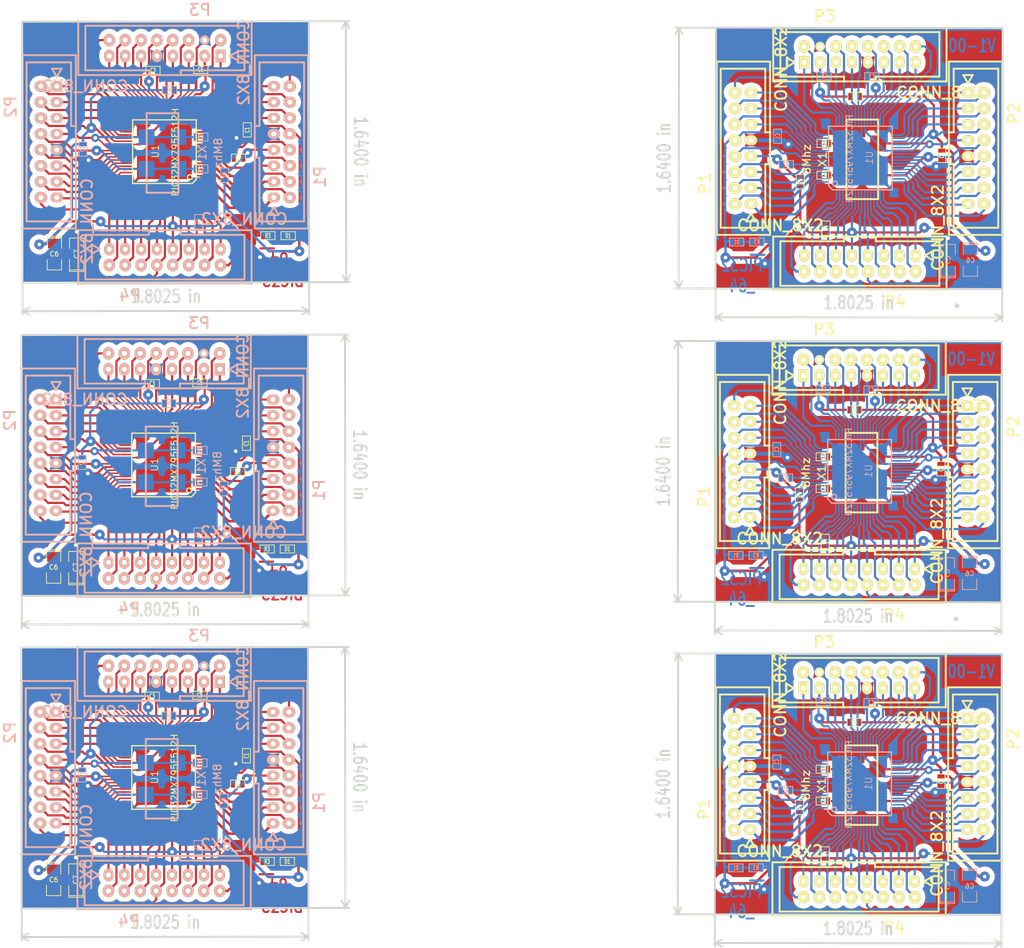
<source format=kicad_pcb>
(kicad_pcb (version 3) (host pcbnew "(2013-07-07 BZR 4022)-stable")
  (title_block (title SO64) (rev V1-00) (company "CYBERNETIQUE EN NORD") (comment 1 F4DEB))
  (layers (15 Dessus signal) (0 Dessous signal))
  (net 0 "")
  (net 1 +3.3V)
  (net 2 /1)
  (net 3 /11)
  (net 4 /12)
  (net 5 /13)
  (net 6 /14)
  (net 7 /15)
  (net 8 /16)
  (net 9 /17)
  (net 10 /18)
  (net 11 /19)
  (net 12 /2)
  (net 13 /21)
  (net 14 /22)
  (net 15 /23)
  (net 16 /24)
  (net 17 /27)
  (net 18 /28)
  (net 19 /29)
  (net 20 /3)
  (net 21 /30)
  (net 22 /31)
  (net 23 /32)
  (net 24 /33)
  (net 25 /34)
  (net 26 /35)
  (net 27 /36)
  (net 28 /37)
  (net 29 /39)
  (net 30 /4)
  (net 31 /40)
  (net 32 /42)
  (net 33 /43)
  (net 34 /44)
  (net 35 /45)
  (net 36 /46)
  (net 37 /47)
  (net 38 /48)
  (net 39 /49)
  (net 40 /5)
  (net 41 /50)
  (net 42 /51)
  (net 43 /52)
  (net 44 /53)
  (net 45 /54)
  (net 46 /55)
  (net 47 /56)
  (net 48 /58)
  (net 49 /59)
  (net 50 /6)
  (net 51 /60)
  (net 52 /61)
  (net 53 /62)
  (net 54 /63)
  (net 55 /64)
  (net 56 /7)
  (net 57 /8)
  (net 58 GND)
  (net 59 N-000056)
  (net 60 N-000060)
  (module SM0603_Capa (layer Dessous) (at 198.755 90.678)
    (fp_text reference C5)
    (fp_text value 100n hide)
    (pad 1 smd rect (at -0.762 0) (size 0.635 1.143) (layers Dessous Dessous.Pate Dessous.Masque) (net 11 /19))
    (pad 2 smd rect (at 0.762 0) (size 0.635 1.143) (layers Dessous Dessous.Pate Dessous.Masque) (net 58 GND))
  )
  (module QTZ (layer Dessus) (at 204.851 104.013 90)
    (fp_text reference X1)
    (fp_text value 8Mhz)
    (pad 1 smd rect (at -2.54 -2.54 90) (size 2.54 2.54) (layers Dessus Dessus.Pate Dessus.Masque) (net 31 /40))
    (pad 2 smd rect (at 2.54 -2.54 90) (size 2.54 2.54) (layers Dessus Dessus.Pate Dessus.Masque) (net 29 /39))
    (pad 2 smd rect (at 2.54 2.54 90) (size 2.54 2.54) (layers Dessus Dessus.Pate Dessus.Masque) (net 29 /39))
    (pad 1 smd rect (at -2.54 2.54 90) (size 2.54 2.54) (layers Dessus Dessus.Pate Dessus.Masque) (net 31 /40))
  )
  (module SM0603 (layer Dessous) (at 184.785 117.221)
    (fp_text reference D1)
    (fp_text value LED hide)
    (pad 1 smd rect (at -0.762 0) (size 0.635 1.143) (layers Dessous Dessous.Pate Dessous.Masque) (net 1 +3.3V))
    (pad 2 smd rect (at 0.762 0) (size 0.635 1.143) (layers Dessous Dessous.Pate Dessous.Masque) (net 60 N-000060))
  )
  (module SM0603_Capa (layer Dessus) (at 198.755 106.553 180)
    (fp_text reference C9)
    (fp_text value 100n hide)
    (pad 1 smd rect (at -0.762 0 180) (size 0.635 1.143) (layers Dessus Dessus.Pate Dessus.Masque) (net 31 /40))
    (pad 2 smd rect (at 0.762 0 180) (size 0.635 1.143) (layers Dessus Dessus.Pate Dessus.Masque) (net 58 GND))
  )
  (module SM0603_Capa (layer Dessus) (at 198.755 101.473 180)
    (fp_text reference C8)
    (fp_text value 100n hide)
    (pad 1 smd rect (at -0.762 0 180) (size 0.635 1.143) (layers Dessus Dessus.Pate Dessus.Masque) (net 29 /39))
    (pad 2 smd rect (at 0.762 0 180) (size 0.635 1.143) (layers Dessus Dessus.Pate Dessus.Masque) (net 58 GND))
  )
  (module SM0603_Capa (layer Dessus) (at 199.0725 114.9985 90)
    (fp_text reference C4)
    (fp_text value 100n hide)
    (pad 1 smd rect (at -0.762 0 90) (size 0.635 1.143) (layers Dessus Dessus.Pate Dessus.Masque) (net 1 +3.3V))
    (pad 2 smd rect (at 0.762 0 90) (size 0.635 1.143) (layers Dessus Dessus.Pate Dessus.Masque) (net 58 GND))
  )
  (module SM0603_Capa (layer Dessous) (at 206.375 90.805 180)
    (fp_text reference C3)
    (fp_text value 100n hide)
    (pad 1 smd rect (at -0.762 0 180) (size 0.635 1.143) (layers Dessous Dessous.Pate Dessous.Masque) (net 1 +3.3V))
    (pad 2 smd rect (at 0.762 0 180) (size 0.635 1.143) (layers Dessous Dessous.Pate Dessous.Masque) (net 58 GND))
  )
  (module SM0603_Capa (layer Dessus) (at 217.551 103.378 270)
    (fp_text reference C2)
    (fp_text value 100n hide)
    (pad 1 smd rect (at -0.762 0 270) (size 0.635 1.143) (layers Dessus Dessus.Pate Dessus.Masque) (net 1 +3.3V))
    (pad 2 smd rect (at 0.762 0 270) (size 0.635 1.143) (layers Dessus Dessus.Pate Dessus.Masque) (net 58 GND))
  )
  (module SM0603_Capa (layer Dessous) (at 191.3255 100.33 270)
    (fp_text reference C1)
    (fp_text value 100n hide)
    (pad 1 smd rect (at -0.762 0 270) (size 0.635 1.143) (layers Dessous Dessous.Pate Dessous.Masque) (net 1 +3.3V))
    (pad 2 smd rect (at 0.762 0 270) (size 0.635 1.143) (layers Dessous Dessous.Pate Dessous.Masque) (net 58 GND))
  )
  (module SM0603_Resistor (layer Dessous) (at 192.7225 104.8385 180)
    (fp_text reference R2)
    (fp_text value 470 hide)
    (pad 1 smd rect (at -0.762 0 180) (size 0.635 1.143) (layers Dessous Dessous.Pate Dessous.Masque) (net 59 N-000056))
    (pad 2 smd rect (at 0.762 0 180) (size 0.635 1.143) (layers Dessous Dessous.Pate Dessous.Masque) (net 56 /7))
  )
  (module SM0603_Resistor (layer Dessus) (at 194.945 107.569 270)
    (fp_text reference R1)
    (fp_text value 10k hide)
    (pad 1 smd rect (at -0.762 0 270) (size 0.635 1.143) (layers Dessus Dessus.Pate Dessus.Masque) (net 56 /7))
    (pad 2 smd rect (at 0.762 0 270) (size 0.635 1.143) (layers Dessus Dessus.Pate Dessus.Masque) (net 1 +3.3V))
  )
  (module SM0603_Resistor (layer Dessous) (at 188.0235 117.221)
    (fp_text reference R3)
    (fp_text value 1k hide)
    (pad 1 smd rect (at -0.762 0) (size 0.635 1.143) (layers Dessous Dessous.Pate Dessous.Masque) (net 60 N-000060))
    (pad 2 smd rect (at 0.762 0) (size 0.635 1.143) (layers Dessous Dessous.Pate Dessous.Masque) (net 58 GND))
  )
  (module SM0603_Resistor (layer Dessus) (at 203.708 93.98 180)
    (fp_text reference R4)
    (fp_text value 10 hide)
    (pad 1 smd rect (at -0.762 0 180) (size 0.635 1.143) (layers Dessus Dessus.Pate Dessus.Masque) (net 1 +3.3V))
    (pad 2 smd rect (at 0.762 0 180) (size 0.635 1.143) (layers Dessus Dessus.Pate Dessus.Masque) (net 11 /19))
  )
  (module SM1206POL (layer Dessous) (at 218.567 120.142 90)
    (fp_text reference C7)
    (fp_text value 10u/10V hide)
    (pad 1 smd rect (at -1.651 0 90) (size 1.524 2.032) (layers Dessous Dessous.Pate Dessous.Masque) (net 47 /56))
    (pad 2 smd rect (at 1.651 0 90) (size 1.524 2.032) (layers Dessous Dessous.Pate Dessous.Masque) (net 58 GND))
  )
  (module SM1206POL (layer Dessous) (at 222.123 120.142 270)
    (fp_text reference C6)
    (fp_text value 10u/10V hide)
    (pad 1 smd rect (at -1.651 0 270) (size 1.524 2.032) (layers Dessous Dessous.Pate Dessous.Masque) (net 1 +3.3V))
    (pad 2 smd rect (at 1.651 0 270) (size 1.524 2.032) (layers Dessous Dessous.Pate Dessous.Masque) (net 58 GND))
  )
  (module TQFP_64 (layer Dessous) (at 204.47 103.886 90)
    (fp_text reference U1)
    (fp_text value PIC32MX795F512H)
    (pad 1 smd rect (at -3.74904 -5.86994 90) (size 0.24892 1.524) (layers Dessous Dessous.Pate Dessous.Masque) (net 2 /1))
    (pad 2 smd oval (at -3.24866 -5.86994 90) (size 0.24892 1.524) (layers Dessous Dessous.Pate Dessous.Masque) (net 12 /2))
    (pad 3 smd oval (at -2.74828 -5.86994 90) (size 0.24892 1.524) (layers Dessous Dessous.Pate Dessous.Masque) (net 20 /3))
    (pad 4 smd oval (at -2.2479 -5.86994 90) (size 0.24892 1.524) (layers Dessous Dessous.Pate Dessous.Masque) (net 30 /4))
    (pad 5 smd oval (at -1.74752 -5.86994 90) (size 0.24892 1.524) (layers Dessous Dessous.Pate Dessous.Masque) (net 40 /5))
    (pad 6 smd oval (at -1.24968 -5.86994 90) (size 0.24892 1.524) (layers Dessous Dessous.Pate Dessous.Masque) (net 50 /6))
    (pad 7 smd oval (at -0.7493 -5.86994 90) (size 0.24892 1.524) (layers Dessous Dessous.Pate Dessous.Masque) (net 59 N-000056))
    (pad 8 smd oval (at -0.24892 -5.86994 90) (size 0.24892 1.524) (layers Dessous Dessous.Pate Dessous.Masque) (net 57 /8))
    (pad 9 smd oval (at 0.25146 -5.86994 90) (size 0.24892 1.524) (layers Dessous Dessous.Pate Dessous.Masque) (net 58 GND))
    (pad 10 smd oval (at 0.75184 -5.86994 90) (size 0.24892 1.524) (layers Dessous Dessous.Pate Dessous.Masque) (net 1 +3.3V))
    (pad 11 smd oval (at 1.25222 -5.86994 90) (size 0.24892 1.524) (layers Dessous Dessous.Pate Dessous.Masque) (net 3 /11))
    (pad 12 smd oval (at 1.75006 -5.86994 90) (size 0.24892 1.524) (layers Dessous Dessous.Pate Dessous.Masque) (net 4 /12))
    (pad 13 smd oval (at 2.25044 -5.86994 90) (size 0.24892 1.524) (layers Dessous Dessous.Pate Dessous.Masque) (net 5 /13))
    (pad 14 smd oval (at 2.75082 -5.86994 90) (size 0.24892 1.524) (layers Dessous Dessous.Pate Dessous.Masque) (net 6 /14))
    (pad 15 smd oval (at 3.2512 -5.86994 90) (size 0.24892 1.524) (layers Dessous Dessous.Pate Dessous.Masque) (net 7 /15))
    (pad 16 smd oval (at 3.75158 -5.86994 90) (size 0.24892 1.524) (layers Dessous Dessous.Pate Dessous.Masque) (net 8 /16))
    (pad 17 smd oval (at 6.0325 -3.74904 90) (size 1.524 0.24892) (layers Dessous Dessous.Pate Dessous.Masque) (net 9 /17))
    (pad 18 smd oval (at 6.0325 -3.24866 90) (size 1.524 0.24892) (layers Dessous Dessous.Pate Dessous.Masque) (net 10 /18))
    (pad 19 smd oval (at 6.0325 -2.74828 90) (size 1.524 0.24892) (layers Dessous Dessous.Pate Dessous.Masque) (net 11 /19))
    (pad 20 smd oval (at 6.0325 -2.2479 90) (size 1.524 0.24892) (layers Dessous Dessous.Pate Dessous.Masque) (net 58 GND))
    (pad 21 smd oval (at 6.0325 -1.74752 90) (size 1.524 0.24892) (layers Dessous Dessous.Pate Dessous.Masque) (net 13 /21))
    (pad 22 smd oval (at 6.0325 -1.24968 90) (size 1.524 0.24892) (layers Dessous Dessous.Pate Dessous.Masque) (net 14 /22))
    (pad 23 smd oval (at 6.0325 -0.7493 90) (size 1.524 0.24892) (layers Dessous Dessous.Pate Dessous.Masque) (net 15 /23))
    (pad 24 smd oval (at 6.0325 -0.24892 90) (size 1.524 0.24892) (layers Dessous Dessous.Pate Dessous.Masque) (net 16 /24))
    (pad 25 smd oval (at 6.0325 0.25146 90) (size 1.524 0.24892) (layers Dessous Dessous.Pate Dessous.Masque) (net 58 GND))
    (pad 26 smd oval (at 6.0325 0.75184 90) (size 1.524 0.24892) (layers Dessous Dessous.Pate Dessous.Masque) (net 1 +3.3V))
    (pad 27 smd oval (at 6.0325 1.25222 90) (size 1.524 0.24892) (layers Dessous Dessous.Pate Dessous.Masque) (net 17 /27))
    (pad 28 smd oval (at 6.0325 1.75006 90) (size 1.524 0.24892) (layers Dessous Dessous.Pate Dessous.Masque) (net 18 /28))
    (pad 29 smd oval (at 6.0325 2.25044 90) (size 1.524 0.24892) (layers Dessous Dessous.Pate Dessous.Masque) (net 19 /29))
    (pad 30 smd oval (at 6.0325 2.75082 90) (size 1.524 0.24892) (layers Dessous Dessous.Pate Dessous.Masque) (net 21 /30))
    (pad 31 smd oval (at 6.0325 3.2512 90) (size 1.524 0.24892) (layers Dessous Dessous.Pate Dessous.Masque) (net 22 /31))
    (pad 32 smd oval (at 6.0325 3.75158 90) (size 1.524 0.24892) (layers Dessous Dessous.Pate Dessous.Masque) (net 23 /32))
    (pad 33 smd oval (at 3.75158 6.0325 90) (size 0.24892 1.524) (layers Dessous Dessous.Pate Dessous.Masque) (net 24 /33))
    (pad 34 smd oval (at 3.2512 6.0325 90) (size 0.24892 1.524) (layers Dessous Dessous.Pate Dessous.Masque) (net 25 /34))
    (pad 35 smd oval (at 2.75082 6.0325 90) (size 0.24892 1.524) (layers Dessous Dessous.Pate Dessous.Masque) (net 26 /35))
    (pad 36 smd oval (at 2.25044 6.0325 90) (size 0.24892 1.524) (layers Dessous Dessous.Pate Dessous.Masque) (net 27 /36))
    (pad 37 smd oval (at 1.75006 6.0325 90) (size 0.24892 1.524) (layers Dessous Dessous.Pate Dessous.Masque) (net 28 /37))
    (pad 38 smd oval (at 1.25222 6.0325 90) (size 0.24892 1.524) (layers Dessous Dessous.Pate Dessous.Masque) (net 1 +3.3V))
    (pad 39 smd oval (at 0.75184 6.0325 90) (size 0.24892 1.524) (layers Dessous Dessous.Pate Dessous.Masque) (net 29 /39))
    (pad 40 smd oval (at 0.25146 6.0325 90) (size 0.24892 1.524) (layers Dessous Dessous.Pate Dessous.Masque) (net 31 /40))
    (pad 41 smd oval (at -0.24892 6.0325 90) (size 0.24892 1.524) (layers Dessous Dessous.Pate Dessous.Masque) (net 58 GND))
    (pad 42 smd oval (at -0.7493 6.0325 90) (size 0.24892 1.524) (layers Dessous Dessous.Pate Dessous.Masque) (net 32 /42))
    (pad 43 smd oval (at -1.24968 6.0325 90) (size 0.24892 1.524) (layers Dessous Dessous.Pate Dessous.Masque) (net 33 /43))
    (pad 44 smd oval (at -1.74752 6.0325 90) (size 0.24892 1.524) (layers Dessous Dessous.Pate Dessous.Masque) (net 34 /44))
    (pad 45 smd oval (at -2.2479 6.0325 90) (size 0.24892 1.524) (layers Dessous Dessous.Pate Dessous.Masque) (net 35 /45))
    (pad 46 smd oval (at -2.74828 6.0325 90) (size 0.24892 1.524) (layers Dessous Dessous.Pate Dessous.Masque) (net 36 /46))
    (pad 47 smd oval (at -3.24866 6.0325 90) (size 0.24892 1.524) (layers Dessous Dessous.Pate Dessous.Masque) (net 37 /47))
    (pad 48 smd oval (at -3.74904 6.0325 90) (size 0.24892 1.524) (layers Dessous Dessous.Pate Dessous.Masque) (net 38 /48))
    (pad 49 smd oval (at -5.86994 3.75158 90) (size 1.524 0.24892) (layers Dessous Dessous.Pate Dessous.Masque) (net 39 /49))
    (pad 50 smd oval (at -5.86994 3.2512 90) (size 1.524 0.24892) (layers Dessous Dessous.Pate Dessous.Masque) (net 41 /50))
    (pad 52 smd oval (at -5.86994 2.25044 90) (size 1.524 0.24892) (layers Dessous Dessous.Pate Dessous.Masque) (net 43 /52))
    (pad 51 smd oval (at -5.88772 2.75082 90) (size 1.524 0.24892) (layers Dessous Dessous.Pate Dessous.Masque) (net 42 /51))
    (pad 53 smd oval (at -5.86994 1.75006 90) (size 1.524 0.24892) (layers Dessous Dessous.Pate Dessous.Masque) (net 44 /53))
    (pad 54 smd oval (at -5.86994 1.25222 90) (size 1.524 0.24892) (layers Dessous Dessous.Pate Dessous.Masque) (net 45 /54))
    (pad 55 smd oval (at -5.86994 0.75184 90) (size 1.524 0.24892) (layers Dessous Dessous.Pate Dessous.Masque) (net 46 /55))
    (pad 56 smd oval (at -5.86994 0.25146 90) (size 1.524 0.24892) (layers Dessous Dessous.Pate Dessous.Masque) (net 47 /56))
    (pad 57 smd oval (at -5.86994 -0.24892 90) (size 1.524 0.24892) (layers Dessous Dessous.Pate Dessous.Masque) (net 1 +3.3V))
    (pad 58 smd oval (at -5.86994 -0.7493 90) (size 1.524 0.24892) (layers Dessous Dessous.Pate Dessous.Masque) (net 48 /58))
    (pad 59 smd oval (at -5.86994 -1.24206 90) (size 1.524 0.24892) (layers Dessous Dessous.Pate Dessous.Masque) (net 49 /59))
    (pad 60 smd oval (at -5.86994 -1.74244 90) (size 1.524 0.24892) (layers Dessous Dessous.Pate Dessous.Masque) (net 51 /60))
    (pad 61 smd oval (at -5.86994 -2.24282 90) (size 1.524 0.24892) (layers Dessous Dessous.Pate Dessous.Masque) (net 52 /61))
    (pad 62 smd oval (at -5.86994 -2.7432 90) (size 1.524 0.24892) (layers Dessous Dessous.Pate Dessous.Masque) (net 53 /62))
    (pad 63 smd oval (at -5.86994 -3.24104 90) (size 1.524 0.24892) (layers Dessous Dessous.Pate Dessous.Masque) (net 54 /63))
    (pad 64 smd oval (at -5.86994 -3.74142 90) (size 1.524 0.24892) (layers Dessous Dessous.Pate Dessous.Masque) (net 55 /64))
  )
  (module he10-16d (layer Dessus) (at 185.801 102.235 90)
    (fp_text reference P1)
    (fp_text value CONN_8X2)
    (pad 1 thru_hole oval (at -8.89 1.27 90) (size 1.6 2) (drill 0.8001) (layers *.Cu *.Mask Dessus.SilkS) (net 2 /1))
    (pad 2 thru_hole oval (at -8.89 -1.27 90) (size 1.8 2) (drill 0.8001) (layers *.Cu *.Mask Dessus.SilkS) (net 12 /2))
    (pad 3 thru_hole oval (at -6.35 1.27 90) (size 1.6 2) (drill 0.8001) (layers *.Cu *.Mask Dessus.SilkS) (net 20 /3))
    (pad 4 thru_hole oval (at -6.35 -1.27 90) (size 1.8 2) (drill 0.8001) (layers *.Cu *.Mask Dessus.SilkS) (net 30 /4))
    (pad 5 thru_hole oval (at -3.81 1.27 90) (size 1.6 2) (drill 0.8001) (layers *.Cu *.Mask Dessus.SilkS) (net 40 /5))
    (pad 6 thru_hole oval (at -3.81 -1.27 90) (size 1.8 2) (drill 0.8001) (layers *.Cu *.Mask Dessus.SilkS) (net 50 /6))
    (pad 7 thru_hole oval (at -1.27 1.27 90) (size 1.6 2) (drill 0.8001) (layers *.Cu *.Mask Dessus.SilkS) (net 56 /7))
    (pad 8 thru_hole oval (at -1.27 -1.27 90) (size 1.8 2) (drill 0.8001) (layers *.Cu *.Mask Dessus.SilkS) (net 57 /8))
    (pad 9 thru_hole oval (at 1.27 1.27 90) (size 1.6 2) (drill 0.8001) (layers *.Cu *.Mask Dessus.SilkS) (net 58 GND))
    (pad 10 thru_hole oval (at 1.27 -1.27 90) (size 1.8 2) (drill 0.8001) (layers *.Cu *.Mask Dessus.SilkS) (net 1 +3.3V))
    (pad 11 thru_hole oval (at 3.81 1.27 90) (size 1.6 2) (drill 0.8001) (layers *.Cu *.Mask Dessus.SilkS) (net 3 /11))
    (pad 12 thru_hole oval (at 3.81 -1.27 90) (size 1.8 2) (drill 0.8001) (layers *.Cu *.Mask Dessus.SilkS) (net 4 /12))
    (pad 13 thru_hole oval (at 6.35 1.27 90) (size 1.6 2) (drill 0.8001) (layers *.Cu *.Mask Dessus.SilkS) (net 5 /13))
    (pad 14 thru_hole oval (at 6.35 -1.27 90) (size 1.8 2) (drill 0.8001) (layers *.Cu *.Mask Dessus.SilkS) (net 6 /14))
    (pad 15 thru_hole oval (at 8.89 1.27 90) (size 1.6 2) (drill 0.8001) (layers *.Cu *.Mask Dessus.SilkS) (net 7 /15))
    (pad 16 thru_hole oval (at 8.89 -1.27 90) (size 1.8 2) (drill 0.8001) (layers *.Cu *.Mask Dessus.SilkS) (net 8 /16))
  )
  (module he10-16d (layer Dessus) (at 223.012 102.235 270)
    (fp_text reference P2)
    (fp_text value CONN_8X2)
    (pad 1 thru_hole oval (at -8.89 1.27 270) (size 1.6 2) (drill 0.8001) (layers *.Cu *.Mask Dessus.SilkS) (net 24 /33))
    (pad 2 thru_hole oval (at -8.89 -1.27 270) (size 1.8 2) (drill 0.8001) (layers *.Cu *.Mask Dessus.SilkS) (net 25 /34))
    (pad 3 thru_hole oval (at -6.35 1.27 270) (size 1.6 2) (drill 0.8001) (layers *.Cu *.Mask Dessus.SilkS) (net 26 /35))
    (pad 4 thru_hole oval (at -6.35 -1.27 270) (size 1.8 2) (drill 0.8001) (layers *.Cu *.Mask Dessus.SilkS) (net 27 /36))
    (pad 5 thru_hole oval (at -3.81 1.27 270) (size 1.6 2) (drill 0.8001) (layers *.Cu *.Mask Dessus.SilkS) (net 28 /37))
    (pad 6 thru_hole oval (at -3.81 -1.27 270) (size 1.8 2) (drill 0.8001) (layers *.Cu *.Mask Dessus.SilkS) (net 1 +3.3V))
    (pad 7 thru_hole oval (at -1.27 1.27 270) (size 1.6 2) (drill 0.8001) (layers *.Cu *.Mask Dessus.SilkS) (net 29 /39))
    (pad 8 thru_hole oval (at -1.27 -1.27 270) (size 1.8 2) (drill 0.8001) (layers *.Cu *.Mask Dessus.SilkS) (net 31 /40))
    (pad 9 thru_hole oval (at 1.27 1.27 270) (size 1.6 2) (drill 0.8001) (layers *.Cu *.Mask Dessus.SilkS) (net 58 GND))
    (pad 10 thru_hole oval (at 1.27 -1.27 270) (size 1.8 2) (drill 0.8001) (layers *.Cu *.Mask Dessus.SilkS) (net 32 /42))
    (pad 11 thru_hole oval (at 3.81 1.27 270) (size 1.6 2) (drill 0.8001) (layers *.Cu *.Mask Dessus.SilkS) (net 33 /43))
    (pad 12 thru_hole oval (at 3.81 -1.27 270) (size 1.8 2) (drill 0.8001) (layers *.Cu *.Mask Dessus.SilkS) (net 34 /44))
    (pad 13 thru_hole oval (at 6.35 1.27 270) (size 1.6 2) (drill 0.8001) (layers *.Cu *.Mask Dessus.SilkS) (net 35 /45))
    (pad 14 thru_hole oval (at 6.35 -1.27 270) (size 1.8 2) (drill 0.8001) (layers *.Cu *.Mask Dessus.SilkS) (net 36 /46))
    (pad 15 thru_hole oval (at 8.89 1.27 270) (size 1.6 2) (drill 0.8001) (layers *.Cu *.Mask Dessus.SilkS) (net 37 /47))
    (pad 16 thru_hole oval (at 8.89 -1.27 270) (size 1.8 2) (drill 0.8001) (layers *.Cu *.Mask Dessus.SilkS) (net 38 /48))
  )
  (module he10-16d (layer Dessus) (at 204.47 87.249)
    (fp_text reference P3)
    (fp_text value CONN_8X2)
    (pad 1 thru_hole rect (at -8.89 1.27) (size 1.6 2) (drill 0.8001) (layers *.Cu *.Mask Dessus.SilkS) (net 9 /17))
    (pad 2 thru_hole oval (at -8.89 -1.27) (size 1.8 2) (drill 0.8001) (layers *.Cu *.Mask Dessus.SilkS) (net 10 /18))
    (pad 3 thru_hole oval (at -6.35 1.27) (size 1.6 2) (drill 0.8001) (layers *.Cu *.Mask Dessus.SilkS) (net 11 /19))
    (pad 4 thru_hole circle (at -6.35 -1.27) (size 1.524 1.524) (drill 0.8001) (layers *.Cu *.Mask Dessus.SilkS) (net 58 GND))
    (pad 5 thru_hole oval (at -3.81 1.27) (size 1.6 2) (drill 0.8001) (layers *.Cu *.Mask Dessus.SilkS) (net 13 /21))
    (pad 6 thru_hole oval (at -3.81 -1.27) (size 1.8 2) (drill 0.8001) (layers *.Cu *.Mask Dessus.SilkS) (net 14 /22))
    (pad 7 thru_hole oval (at -1.27 1.27) (size 1.6 2) (drill 0.8001) (layers *.Cu *.Mask Dessus.SilkS) (net 15 /23))
    (pad 8 thru_hole oval (at -1.27 -1.27) (size 1.8 2) (drill 0.8001) (layers *.Cu *.Mask Dessus.SilkS) (net 16 /24))
    (pad 9 thru_hole oval (at 1.27 1.27) (size 1.6 2) (drill 0.8001) (layers *.Cu *.Mask Dessus.SilkS) (net 58 GND))
    (pad 10 thru_hole oval (at 1.27 -1.27) (size 1.8 2) (drill 0.8001) (layers *.Cu *.Mask Dessus.SilkS) (net 1 +3.3V))
    (pad 11 thru_hole oval (at 3.81 1.27) (size 1.6 2) (drill 0.8001) (layers *.Cu *.Mask Dessus.SilkS) (net 17 /27))
    (pad 12 thru_hole oval (at 3.81 -1.27) (size 1.8 2) (drill 0.8001) (layers *.Cu *.Mask Dessus.SilkS) (net 18 /28))
    (pad 13 thru_hole oval (at 6.35 1.27) (size 1.6 2) (drill 0.8001) (layers *.Cu *.Mask Dessus.SilkS) (net 19 /29))
    (pad 14 thru_hole oval (at 6.35 -1.27) (size 1.8 2) (drill 0.8001) (layers *.Cu *.Mask Dessus.SilkS) (net 21 /30))
    (pad 15 thru_hole oval (at 8.89 1.27) (size 1.6 2) (drill 0.8001) (layers *.Cu *.Mask Dessus.SilkS) (net 22 /31))
    (pad 16 thru_hole oval (at 8.89 -1.27) (size 1.8 2) (drill 0.8001) (layers *.Cu *.Mask Dessus.SilkS) (net 23 /32))
  )
  (module he10-16d (layer Dessus) (at 204.47 120.65 180)
    (fp_text reference P4)
    (fp_text value CONN_8X2)
    (pad 1 thru_hole oval (at -8.89 1.27 180) (size 1.6 2) (drill 0.8001) (layers *.Cu *.Mask Dessus.SilkS) (net 39 /49))
    (pad 2 thru_hole oval (at -8.89 -1.27 180) (size 1.8 2) (drill 0.8001) (layers *.Cu *.Mask Dessus.SilkS) (net 41 /50))
    (pad 3 thru_hole oval (at -6.35 1.27 180) (size 1.6 2) (drill 0.8001) (layers *.Cu *.Mask Dessus.SilkS) (net 42 /51))
    (pad 4 thru_hole oval (at -6.35 -1.27 180) (size 1.8 2) (drill 0.8001) (layers *.Cu *.Mask Dessus.SilkS) (net 43 /52))
    (pad 5 thru_hole oval (at -3.81 1.27 180) (size 1.6 2) (drill 0.8001) (layers *.Cu *.Mask Dessus.SilkS) (net 44 /53))
    (pad 6 thru_hole oval (at -3.81 -1.27 180) (size 1.8 2) (drill 0.8001) (layers *.Cu *.Mask Dessus.SilkS) (net 45 /54))
    (pad 7 thru_hole oval (at -1.27 1.27 180) (size 1.6 2) (drill 0.8001) (layers *.Cu *.Mask Dessus.SilkS) (net 46 /55))
    (pad 8 thru_hole oval (at -1.27 -1.27 180) (size 1.8 2) (drill 0.8001) (layers *.Cu *.Mask Dessus.SilkS) (net 47 /56))
    (pad 9 thru_hole oval (at 1.27 1.27 180) (size 1.6 2) (drill 0.8001) (layers *.Cu *.Mask Dessus.SilkS) (net 1 +3.3V))
    (pad 10 thru_hole oval (at 1.27 -1.27 180) (size 1.8 2) (drill 0.8001) (layers *.Cu *.Mask Dessus.SilkS) (net 48 /58))
    (pad 11 thru_hole oval (at 3.81 1.27 180) (size 1.6 2) (drill 0.8001) (layers *.Cu *.Mask Dessus.SilkS) (net 49 /59))
    (pad 12 thru_hole oval (at 3.81 -1.27 180) (size 1.8 2) (drill 0.8001) (layers *.Cu *.Mask Dessus.SilkS) (net 51 /60))
    (pad 13 thru_hole oval (at 6.35 1.27 180) (size 1.6 2) (drill 0.8001) (layers *.Cu *.Mask Dessus.SilkS) (net 52 /61))
    (pad 14 thru_hole oval (at 6.35 -1.27 180) (size 1.8 2) (drill 0.8001) (layers *.Cu *.Mask Dessus.SilkS) (net 53 /62))
    (pad 15 thru_hole oval (at 8.89 1.27 180) (size 1.6 2) (drill 0.8001) (layers *.Cu *.Mask Dessus.SilkS) (net 54 /63))
    (pad 16 thru_hole oval (at 8.89 -1.27 180) (size 1.8 2) (drill 0.8001) (layers *.Cu *.Mask Dessus.SilkS) (net 55 /64))
  )
  (module he10-16d (layer Dessous) (at 93.472 119.634)
    (fp_text reference P4)
    (fp_text value CONN_8X2)
    (pad 1 thru_hole oval (at -8.89 -1.27) (size 1.6 2) (drill 0.8001) (layers *.Cu *.Mask Dessous.SilkS) (net 39 /49))
    (pad 2 thru_hole oval (at -8.89 1.27) (size 1.8 2) (drill 0.8001) (layers *.Cu *.Mask Dessous.SilkS) (net 41 /50))
    (pad 3 thru_hole oval (at -6.35 -1.27) (size 1.6 2) (drill 0.8001) (layers *.Cu *.Mask Dessous.SilkS) (net 42 /51))
    (pad 4 thru_hole oval (at -6.35 1.27) (size 1.8 2) (drill 0.8001) (layers *.Cu *.Mask Dessous.SilkS) (net 43 /52))
    (pad 5 thru_hole oval (at -3.81 -1.27) (size 1.6 2) (drill 0.8001) (layers *.Cu *.Mask Dessous.SilkS) (net 44 /53))
    (pad 6 thru_hole oval (at -3.81 1.27) (size 1.8 2) (drill 0.8001) (layers *.Cu *.Mask Dessous.SilkS) (net 45 /54))
    (pad 7 thru_hole oval (at -1.27 -1.27) (size 1.6 2) (drill 0.8001) (layers *.Cu *.Mask Dessous.SilkS) (net 46 /55))
    (pad 8 thru_hole oval (at -1.27 1.27) (size 1.8 2) (drill 0.8001) (layers *.Cu *.Mask Dessous.SilkS) (net 47 /56))
    (pad 9 thru_hole oval (at 1.27 -1.27) (size 1.6 2) (drill 0.8001) (layers *.Cu *.Mask Dessous.SilkS) (net 1 +3.3V))
    (pad 10 thru_hole oval (at 1.27 1.27) (size 1.8 2) (drill 0.8001) (layers *.Cu *.Mask Dessous.SilkS) (net 48 /58))
    (pad 11 thru_hole oval (at 3.81 -1.27) (size 1.6 2) (drill 0.8001) (layers *.Cu *.Mask Dessous.SilkS) (net 49 /59))
    (pad 12 thru_hole oval (at 3.81 1.27) (size 1.8 2) (drill 0.8001) (layers *.Cu *.Mask Dessous.SilkS) (net 51 /60))
    (pad 13 thru_hole oval (at 6.35 -1.27) (size 1.6 2) (drill 0.8001) (layers *.Cu *.Mask Dessous.SilkS) (net 52 /61))
    (pad 14 thru_hole oval (at 6.35 1.27) (size 1.8 2) (drill 0.8001) (layers *.Cu *.Mask Dessous.SilkS) (net 53 /62))
    (pad 15 thru_hole oval (at 8.89 -1.27) (size 1.6 2) (drill 0.8001) (layers *.Cu *.Mask Dessous.SilkS) (net 54 /63))
    (pad 16 thru_hole oval (at 8.89 1.27) (size 1.8 2) (drill 0.8001) (layers *.Cu *.Mask Dessous.SilkS) (net 55 /64))
  )
  (module he10-16d (layer Dessous) (at 93.472 86.233 180)
    (fp_text reference P3)
    (fp_text value CONN_8X2)
    (pad 1 thru_hole rect (at -8.89 -1.27 180) (size 1.6 2) (drill 0.8001) (layers *.Cu *.Mask Dessous.SilkS) (net 9 /17))
    (pad 2 thru_hole oval (at -8.89 1.27 180) (size 1.8 2) (drill 0.8001) (layers *.Cu *.Mask Dessous.SilkS) (net 10 /18))
    (pad 3 thru_hole oval (at -6.35 -1.27 180) (size 1.6 2) (drill 0.8001) (layers *.Cu *.Mask Dessous.SilkS) (net 11 /19))
    (pad 4 thru_hole circle (at -6.35 1.27 180) (size 1.524 1.524) (drill 0.8001) (layers *.Cu *.Mask Dessous.SilkS) (net 58 GND))
    (pad 5 thru_hole oval (at -3.81 -1.27 180) (size 1.6 2) (drill 0.8001) (layers *.Cu *.Mask Dessous.SilkS) (net 13 /21))
    (pad 6 thru_hole oval (at -3.81 1.27 180) (size 1.8 2) (drill 0.8001) (layers *.Cu *.Mask Dessous.SilkS) (net 14 /22))
    (pad 7 thru_hole oval (at -1.27 -1.27 180) (size 1.6 2) (drill 0.8001) (layers *.Cu *.Mask Dessous.SilkS) (net 15 /23))
    (pad 8 thru_hole oval (at -1.27 1.27 180) (size 1.8 2) (drill 0.8001) (layers *.Cu *.Mask Dessous.SilkS) (net 16 /24))
    (pad 9 thru_hole oval (at 1.27 -1.27 180) (size 1.6 2) (drill 0.8001) (layers *.Cu *.Mask Dessous.SilkS) (net 58 GND))
    (pad 10 thru_hole oval (at 1.27 1.27 180) (size 1.8 2) (drill 0.8001) (layers *.Cu *.Mask Dessous.SilkS) (net 1 +3.3V))
    (pad 11 thru_hole oval (at 3.81 -1.27 180) (size 1.6 2) (drill 0.8001) (layers *.Cu *.Mask Dessous.SilkS) (net 17 /27))
    (pad 12 thru_hole oval (at 3.81 1.27 180) (size 1.8 2) (drill 0.8001) (layers *.Cu *.Mask Dessous.SilkS) (net 18 /28))
    (pad 13 thru_hole oval (at 6.35 -1.27 180) (size 1.6 2) (drill 0.8001) (layers *.Cu *.Mask Dessous.SilkS) (net 19 /29))
    (pad 14 thru_hole oval (at 6.35 1.27 180) (size 1.8 2) (drill 0.8001) (layers *.Cu *.Mask Dessous.SilkS) (net 21 /30))
    (pad 15 thru_hole oval (at 8.89 -1.27 180) (size 1.6 2) (drill 0.8001) (layers *.Cu *.Mask Dessous.SilkS) (net 22 /31))
    (pad 16 thru_hole oval (at 8.89 1.27 180) (size 1.8 2) (drill 0.8001) (layers *.Cu *.Mask Dessous.SilkS) (net 23 /32))
  )
  (module he10-16d (layer Dessous) (at 74.93 101.219 270)
    (fp_text reference P2)
    (fp_text value CONN_8X2)
    (pad 1 thru_hole oval (at -8.89 -1.27 270) (size 1.6 2) (drill 0.8001) (layers *.Cu *.Mask Dessous.SilkS) (net 24 /33))
    (pad 2 thru_hole oval (at -8.89 1.27 270) (size 1.8 2) (drill 0.8001) (layers *.Cu *.Mask Dessous.SilkS) (net 25 /34))
    (pad 3 thru_hole oval (at -6.35 -1.27 270) (size 1.6 2) (drill 0.8001) (layers *.Cu *.Mask Dessous.SilkS) (net 26 /35))
    (pad 4 thru_hole oval (at -6.35 1.27 270) (size 1.8 2) (drill 0.8001) (layers *.Cu *.Mask Dessous.SilkS) (net 27 /36))
    (pad 5 thru_hole oval (at -3.81 -1.27 270) (size 1.6 2) (drill 0.8001) (layers *.Cu *.Mask Dessous.SilkS) (net 28 /37))
    (pad 6 thru_hole oval (at -3.81 1.27 270) (size 1.8 2) (drill 0.8001) (layers *.Cu *.Mask Dessous.SilkS) (net 1 +3.3V))
    (pad 7 thru_hole oval (at -1.27 -1.27 270) (size 1.6 2) (drill 0.8001) (layers *.Cu *.Mask Dessous.SilkS) (net 29 /39))
    (pad 8 thru_hole oval (at -1.27 1.27 270) (size 1.8 2) (drill 0.8001) (layers *.Cu *.Mask Dessous.SilkS) (net 31 /40))
    (pad 9 thru_hole oval (at 1.27 -1.27 270) (size 1.6 2) (drill 0.8001) (layers *.Cu *.Mask Dessous.SilkS) (net 58 GND))
    (pad 10 thru_hole oval (at 1.27 1.27 270) (size 1.8 2) (drill 0.8001) (layers *.Cu *.Mask Dessous.SilkS) (net 32 /42))
    (pad 11 thru_hole oval (at 3.81 -1.27 270) (size 1.6 2) (drill 0.8001) (layers *.Cu *.Mask Dessous.SilkS) (net 33 /43))
    (pad 12 thru_hole oval (at 3.81 1.27 270) (size 1.8 2) (drill 0.8001) (layers *.Cu *.Mask Dessous.SilkS) (net 34 /44))
    (pad 13 thru_hole oval (at 6.35 -1.27 270) (size 1.6 2) (drill 0.8001) (layers *.Cu *.Mask Dessous.SilkS) (net 35 /45))
    (pad 14 thru_hole oval (at 6.35 1.27 270) (size 1.8 2) (drill 0.8001) (layers *.Cu *.Mask Dessous.SilkS) (net 36 /46))
    (pad 15 thru_hole oval (at 8.89 -1.27 270) (size 1.6 2) (drill 0.8001) (layers *.Cu *.Mask Dessous.SilkS) (net 37 /47))
    (pad 16 thru_hole oval (at 8.89 1.27 270) (size 1.8 2) (drill 0.8001) (layers *.Cu *.Mask Dessous.SilkS) (net 38 /48))
  )
  (module he10-16d (layer Dessous) (at 112.141 101.219 90)
    (fp_text reference P1)
    (fp_text value CONN_8X2)
    (pad 1 thru_hole oval (at -8.89 -1.27 90) (size 1.6 2) (drill 0.8001) (layers *.Cu *.Mask Dessous.SilkS) (net 2 /1))
    (pad 2 thru_hole oval (at -8.89 1.27 90) (size 1.8 2) (drill 0.8001) (layers *.Cu *.Mask Dessous.SilkS) (net 12 /2))
    (pad 3 thru_hole oval (at -6.35 -1.27 90) (size 1.6 2) (drill 0.8001) (layers *.Cu *.Mask Dessous.SilkS) (net 20 /3))
    (pad 4 thru_hole oval (at -6.35 1.27 90) (size 1.8 2) (drill 0.8001) (layers *.Cu *.Mask Dessous.SilkS) (net 30 /4))
    (pad 5 thru_hole oval (at -3.81 -1.27 90) (size 1.6 2) (drill 0.8001) (layers *.Cu *.Mask Dessous.SilkS) (net 40 /5))
    (pad 6 thru_hole oval (at -3.81 1.27 90) (size 1.8 2) (drill 0.8001) (layers *.Cu *.Mask Dessous.SilkS) (net 50 /6))
    (pad 7 thru_hole oval (at -1.27 -1.27 90) (size 1.6 2) (drill 0.8001) (layers *.Cu *.Mask Dessous.SilkS) (net 56 /7))
    (pad 8 thru_hole oval (at -1.27 1.27 90) (size 1.8 2) (drill 0.8001) (layers *.Cu *.Mask Dessous.SilkS) (net 57 /8))
    (pad 9 thru_hole oval (at 1.27 -1.27 90) (size 1.6 2) (drill 0.8001) (layers *.Cu *.Mask Dessous.SilkS) (net 58 GND))
    (pad 10 thru_hole oval (at 1.27 1.27 90) (size 1.8 2) (drill 0.8001) (layers *.Cu *.Mask Dessous.SilkS) (net 1 +3.3V))
    (pad 11 thru_hole oval (at 3.81 -1.27 90) (size 1.6 2) (drill 0.8001) (layers *.Cu *.Mask Dessous.SilkS) (net 3 /11))
    (pad 12 thru_hole oval (at 3.81 1.27 90) (size 1.8 2) (drill 0.8001) (layers *.Cu *.Mask Dessous.SilkS) (net 4 /12))
    (pad 13 thru_hole oval (at 6.35 -1.27 90) (size 1.6 2) (drill 0.8001) (layers *.Cu *.Mask Dessous.SilkS) (net 5 /13))
    (pad 14 thru_hole oval (at 6.35 1.27 90) (size 1.8 2) (drill 0.8001) (layers *.Cu *.Mask Dessous.SilkS) (net 6 /14))
    (pad 15 thru_hole oval (at 8.89 -1.27 90) (size 1.6 2) (drill 0.8001) (layers *.Cu *.Mask Dessous.SilkS) (net 7 /15))
    (pad 16 thru_hole oval (at 8.89 1.27 90) (size 1.8 2) (drill 0.8001) (layers *.Cu *.Mask Dessous.SilkS) (net 8 /16))
  )
  (module TQFP_64 (layer Dessus) (at 93.472 102.87 90)
    (fp_text reference U1)
    (fp_text value PIC32MX795F512H)
    (pad 1 smd rect (at -3.74904 5.86994 90) (size 0.24892 1.524) (layers Dessus Dessus.Pate Dessus.Masque) (net 2 /1))
    (pad 2 smd oval (at -3.24866 5.86994 90) (size 0.24892 1.524) (layers Dessus Dessus.Pate Dessus.Masque) (net 12 /2))
    (pad 3 smd oval (at -2.74828 5.86994 90) (size 0.24892 1.524) (layers Dessus Dessus.Pate Dessus.Masque) (net 20 /3))
    (pad 4 smd oval (at -2.2479 5.86994 90) (size 0.24892 1.524) (layers Dessus Dessus.Pate Dessus.Masque) (net 30 /4))
    (pad 5 smd oval (at -1.74752 5.86994 90) (size 0.24892 1.524) (layers Dessus Dessus.Pate Dessus.Masque) (net 40 /5))
    (pad 6 smd oval (at -1.24968 5.86994 90) (size 0.24892 1.524) (layers Dessus Dessus.Pate Dessus.Masque) (net 50 /6))
    (pad 7 smd oval (at -0.7493 5.86994 90) (size 0.24892 1.524) (layers Dessus Dessus.Pate Dessus.Masque) (net 59 N-000056))
    (pad 8 smd oval (at -0.24892 5.86994 90) (size 0.24892 1.524) (layers Dessus Dessus.Pate Dessus.Masque) (net 57 /8))
    (pad 9 smd oval (at 0.25146 5.86994 90) (size 0.24892 1.524) (layers Dessus Dessus.Pate Dessus.Masque) (net 58 GND))
    (pad 10 smd oval (at 0.75184 5.86994 90) (size 0.24892 1.524) (layers Dessus Dessus.Pate Dessus.Masque) (net 1 +3.3V))
    (pad 11 smd oval (at 1.25222 5.86994 90) (size 0.24892 1.524) (layers Dessus Dessus.Pate Dessus.Masque) (net 3 /11))
    (pad 12 smd oval (at 1.75006 5.86994 90) (size 0.24892 1.524) (layers Dessus Dessus.Pate Dessus.Masque) (net 4 /12))
    (pad 13 smd oval (at 2.25044 5.86994 90) (size 0.24892 1.524) (layers Dessus Dessus.Pate Dessus.Masque) (net 5 /13))
    (pad 14 smd oval (at 2.75082 5.86994 90) (size 0.24892 1.524) (layers Dessus Dessus.Pate Dessus.Masque) (net 6 /14))
    (pad 15 smd oval (at 3.2512 5.86994 90) (size 0.24892 1.524) (layers Dessus Dessus.Pate Dessus.Masque) (net 7 /15))
    (pad 16 smd oval (at 3.75158 5.86994 90) (size 0.24892 1.524) (layers Dessus Dessus.Pate Dessus.Masque) (net 8 /16))
    (pad 17 smd oval (at 6.0325 3.74904 90) (size 1.524 0.24892) (layers Dessus Dessus.Pate Dessus.Masque) (net 9 /17))
    (pad 18 smd oval (at 6.0325 3.24866 90) (size 1.524 0.24892) (layers Dessus Dessus.Pate Dessus.Masque) (net 10 /18))
    (pad 19 smd oval (at 6.0325 2.74828 90) (size 1.524 0.24892) (layers Dessus Dessus.Pate Dessus.Masque) (net 11 /19))
    (pad 20 smd oval (at 6.0325 2.2479 90) (size 1.524 0.24892) (layers Dessus Dessus.Pate Dessus.Masque) (net 58 GND))
    (pad 21 smd oval (at 6.0325 1.74752 90) (size 1.524 0.24892) (layers Dessus Dessus.Pate Dessus.Masque) (net 13 /21))
    (pad 22 smd oval (at 6.0325 1.24968 90) (size 1.524 0.24892) (layers Dessus Dessus.Pate Dessus.Masque) (net 14 /22))
    (pad 23 smd oval (at 6.0325 0.7493 90) (size 1.524 0.24892) (layers Dessus Dessus.Pate Dessus.Masque) (net 15 /23))
    (pad 24 smd oval (at 6.0325 0.24892 90) (size 1.524 0.24892) (layers Dessus Dessus.Pate Dessus.Masque) (net 16 /24))
    (pad 25 smd oval (at 6.0325 -0.25146 90) (size 1.524 0.24892) (layers Dessus Dessus.Pate Dessus.Masque) (net 58 GND))
    (pad 26 smd oval (at 6.0325 -0.75184 90) (size 1.524 0.24892) (layers Dessus Dessus.Pate Dessus.Masque) (net 1 +3.3V))
    (pad 27 smd oval (at 6.0325 -1.25222 90) (size 1.524 0.24892) (layers Dessus Dessus.Pate Dessus.Masque) (net 17 /27))
    (pad 28 smd oval (at 6.0325 -1.75006 90) (size 1.524 0.24892) (layers Dessus Dessus.Pate Dessus.Masque) (net 18 /28))
    (pad 29 smd oval (at 6.0325 -2.25044 90) (size 1.524 0.24892) (layers Dessus Dessus.Pate Dessus.Masque) (net 19 /29))
    (pad 30 smd oval (at 6.0325 -2.75082 90) (size 1.524 0.24892) (layers Dessus Dessus.Pate Dessus.Masque) (net 21 /30))
    (pad 31 smd oval (at 6.0325 -3.2512 90) (size 1.524 0.24892) (layers Dessus Dessus.Pate Dessus.Masque) (net 22 /31))
    (pad 32 smd oval (at 6.0325 -3.75158 90) (size 1.524 0.24892) (layers Dessus Dessus.Pate Dessus.Masque) (net 23 /32))
    (pad 33 smd oval (at 3.75158 -6.0325 90) (size 0.24892 1.524) (layers Dessus Dessus.Pate Dessus.Masque) (net 24 /33))
    (pad 34 smd oval (at 3.2512 -6.0325 90) (size 0.24892 1.524) (layers Dessus Dessus.Pate Dessus.Masque) (net 25 /34))
    (pad 35 smd oval (at 2.75082 -6.0325 90) (size 0.24892 1.524) (layers Dessus Dessus.Pate Dessus.Masque) (net 26 /35))
    (pad 36 smd oval (at 2.25044 -6.0325 90) (size 0.24892 1.524) (layers Dessus Dessus.Pate Dessus.Masque) (net 27 /36))
    (pad 37 smd oval (at 1.75006 -6.0325 90) (size 0.24892 1.524) (layers Dessus Dessus.Pate Dessus.Masque) (net 28 /37))
    (pad 38 smd oval (at 1.25222 -6.0325 90) (size 0.24892 1.524) (layers Dessus Dessus.Pate Dessus.Masque) (net 1 +3.3V))
    (pad 39 smd oval (at 0.75184 -6.0325 90) (size 0.24892 1.524) (layers Dessus Dessus.Pate Dessus.Masque) (net 29 /39))
    (pad 40 smd oval (at 0.25146 -6.0325 90) (size 0.24892 1.524) (layers Dessus Dessus.Pate Dessus.Masque) (net 31 /40))
    (pad 41 smd oval (at -0.24892 -6.0325 90) (size 0.24892 1.524) (layers Dessus Dessus.Pate Dessus.Masque) (net 58 GND))
    (pad 42 smd oval (at -0.7493 -6.0325 90) (size 0.24892 1.524) (layers Dessus Dessus.Pate Dessus.Masque) (net 32 /42))
    (pad 43 smd oval (at -1.24968 -6.0325 90) (size 0.24892 1.524) (layers Dessus Dessus.Pate Dessus.Masque) (net 33 /43))
    (pad 44 smd oval (at -1.74752 -6.0325 90) (size 0.24892 1.524) (layers Dessus Dessus.Pate Dessus.Masque) (net 34 /44))
    (pad 45 smd oval (at -2.2479 -6.0325 90) (size 0.24892 1.524) (layers Dessus Dessus.Pate Dessus.Masque) (net 35 /45))
    (pad 46 smd oval (at -2.74828 -6.0325 90) (size 0.24892 1.524) (layers Dessus Dessus.Pate Dessus.Masque) (net 36 /46))
    (pad 47 smd oval (at -3.24866 -6.0325 90) (size 0.24892 1.524) (layers Dessus Dessus.Pate Dessus.Masque) (net 37 /47))
    (pad 48 smd oval (at -3.74904 -6.0325 90) (size 0.24892 1.524) (layers Dessus Dessus.Pate Dessus.Masque) (net 38 /48))
    (pad 49 smd oval (at -5.86994 -3.75158 90) (size 1.524 0.24892) (layers Dessus Dessus.Pate Dessus.Masque) (net 39 /49))
    (pad 50 smd oval (at -5.86994 -3.2512 90) (size 1.524 0.24892) (layers Dessus Dessus.Pate Dessus.Masque) (net 41 /50))
    (pad 52 smd oval (at -5.86994 -2.25044 90) (size 1.524 0.24892) (layers Dessus Dessus.Pate Dessus.Masque) (net 43 /52))
    (pad 51 smd oval (at -5.88772 -2.75082 90) (size 1.524 0.24892) (layers Dessus Dessus.Pate Dessus.Masque) (net 42 /51))
    (pad 53 smd oval (at -5.86994 -1.75006 90) (size 1.524 0.24892) (layers Dessus Dessus.Pate Dessus.Masque) (net 44 /53))
    (pad 54 smd oval (at -5.86994 -1.25222 90) (size 1.524 0.24892) (layers Dessus Dessus.Pate Dessus.Masque) (net 45 /54))
    (pad 55 smd oval (at -5.86994 -0.75184 90) (size 1.524 0.24892) (layers Dessus Dessus.Pate Dessus.Masque) (net 46 /55))
    (pad 56 smd oval (at -5.86994 -0.25146 90) (size 1.524 0.24892) (layers Dessus Dessus.Pate Dessus.Masque) (net 47 /56))
    (pad 57 smd oval (at -5.86994 0.24892 90) (size 1.524 0.24892) (layers Dessus Dessus.Pate Dessus.Masque) (net 1 +3.3V))
    (pad 58 smd oval (at -5.86994 0.7493 90) (size 1.524 0.24892) (layers Dessus Dessus.Pate Dessus.Masque) (net 48 /58))
    (pad 59 smd oval (at -5.86994 1.24206 90) (size 1.524 0.24892) (layers Dessus Dessus.Pate Dessus.Masque) (net 49 /59))
    (pad 60 smd oval (at -5.86994 1.74244 90) (size 1.524 0.24892) (layers Dessus Dessus.Pate Dessus.Masque) (net 51 /60))
    (pad 61 smd oval (at -5.86994 2.24282 90) (size 1.524 0.24892) (layers Dessus Dessus.Pate Dessus.Masque) (net 52 /61))
    (pad 62 smd oval (at -5.86994 2.7432 90) (size 1.524 0.24892) (layers Dessus Dessus.Pate Dessus.Masque) (net 53 /62))
    (pad 63 smd oval (at -5.86994 3.24104 90) (size 1.524 0.24892) (layers Dessus Dessus.Pate Dessus.Masque) (net 54 /63))
    (pad 64 smd oval (at -5.86994 3.74142 90) (size 1.524 0.24892) (layers Dessus Dessus.Pate Dessus.Masque) (net 55 /64))
  )
  (module SM1206POL (layer Dessus) (at 75.819 119.126 270)
    (fp_text reference C6)
    (fp_text value 10u/10V hide)
    (pad 1 smd rect (at -1.651 0 270) (size 1.524 2.032) (layers Dessus Dessus.Pate Dessus.Masque) (net 1 +3.3V))
    (pad 2 smd rect (at 1.651 0 270) (size 1.524 2.032) (layers Dessus Dessus.Pate Dessus.Masque) (net 58 GND))
  )
  (module SM1206POL (layer Dessus) (at 79.375 119.126 90)
    (fp_text reference C7)
    (fp_text value 10u/10V hide)
    (pad 1 smd rect (at -1.651 0 90) (size 1.524 2.032) (layers Dessus Dessus.Pate Dessus.Masque) (net 47 /56))
    (pad 2 smd rect (at 1.651 0 90) (size 1.524 2.032) (layers Dessus Dessus.Pate Dessus.Masque) (net 58 GND))
  )
  (module SM0603_Resistor (layer Dessous) (at 94.234 92.964)
    (fp_text reference R4)
    (fp_text value 10 hide)
    (pad 1 smd rect (at -0.762 0) (size 0.635 1.143) (layers Dessous Dessous.Pate Dessous.Masque) (net 1 +3.3V))
    (pad 2 smd rect (at 0.762 0) (size 0.635 1.143) (layers Dessous Dessous.Pate Dessous.Masque) (net 11 /19))
  )
  (module SM0603_Resistor (layer Dessus) (at 109.9185 116.205 180)
    (fp_text reference R3)
    (fp_text value 1k hide)
    (pad 1 smd rect (at -0.762 0 180) (size 0.635 1.143) (layers Dessus Dessus.Pate Dessus.Masque) (net 60 N-000060))
    (pad 2 smd rect (at 0.762 0 180) (size 0.635 1.143) (layers Dessus Dessus.Pate Dessus.Masque) (net 58 GND))
  )
  (module SM0603_Resistor (layer Dessous) (at 102.997 106.553 270)
    (fp_text reference R1)
    (fp_text value 10k hide)
    (pad 1 smd rect (at -0.762 0 270) (size 0.635 1.143) (layers Dessous Dessous.Pate Dessous.Masque) (net 56 /7))
    (pad 2 smd rect (at 0.762 0 270) (size 0.635 1.143) (layers Dessous Dessous.Pate Dessous.Masque) (net 1 +3.3V))
  )
  (module SM0603_Resistor (layer Dessus) (at 105.2195 103.8225)
    (fp_text reference R2)
    (fp_text value 470 hide)
    (pad 1 smd rect (at -0.762 0) (size 0.635 1.143) (layers Dessus Dessus.Pate Dessus.Masque) (net 59 N-000056))
    (pad 2 smd rect (at 0.762 0) (size 0.635 1.143) (layers Dessus Dessus.Pate Dessus.Masque) (net 56 /7))
  )
  (module SM0603_Capa (layer Dessus) (at 106.6165 99.314 270)
    (fp_text reference C1)
    (fp_text value 100n hide)
    (pad 1 smd rect (at -0.762 0 270) (size 0.635 1.143) (layers Dessus Dessus.Pate Dessus.Masque) (net 1 +3.3V))
    (pad 2 smd rect (at 0.762 0 270) (size 0.635 1.143) (layers Dessus Dessus.Pate Dessus.Masque) (net 58 GND))
  )
  (module SM0603_Capa (layer Dessous) (at 80.391 102.362 270)
    (fp_text reference C2)
    (fp_text value 100n hide)
    (pad 1 smd rect (at -0.762 0 270) (size 0.635 1.143) (layers Dessous Dessous.Pate Dessous.Masque) (net 1 +3.3V))
    (pad 2 smd rect (at 0.762 0 270) (size 0.635 1.143) (layers Dessous Dessous.Pate Dessous.Masque) (net 58 GND))
  )
  (module SM0603_Capa (layer Dessus) (at 91.567 89.789)
    (fp_text reference C3)
    (fp_text value 100n hide)
    (pad 1 smd rect (at -0.762 0) (size 0.635 1.143) (layers Dessus Dessus.Pate Dessus.Masque) (net 1 +3.3V))
    (pad 2 smd rect (at 0.762 0) (size 0.635 1.143) (layers Dessus Dessus.Pate Dessus.Masque) (net 58 GND))
  )
  (module SM0603_Capa (layer Dessous) (at 98.8695 113.9825 90)
    (fp_text reference C4)
    (fp_text value 100n hide)
    (pad 1 smd rect (at -0.762 0 90) (size 0.635 1.143) (layers Dessous Dessous.Pate Dessous.Masque) (net 1 +3.3V))
    (pad 2 smd rect (at 0.762 0 90) (size 0.635 1.143) (layers Dessous Dessous.Pate Dessous.Masque) (net 58 GND))
  )
  (module SM0603_Capa (layer Dessous) (at 99.187 100.457)
    (fp_text reference C8)
    (fp_text value 100n hide)
    (pad 1 smd rect (at -0.762 0) (size 0.635 1.143) (layers Dessous Dessous.Pate Dessous.Masque) (net 29 /39))
    (pad 2 smd rect (at 0.762 0) (size 0.635 1.143) (layers Dessous Dessous.Pate Dessous.Masque) (net 58 GND))
  )
  (module SM0603_Capa (layer Dessous) (at 99.187 105.537)
    (fp_text reference C9)
    (fp_text value 100n hide)
    (pad 1 smd rect (at -0.762 0) (size 0.635 1.143) (layers Dessous Dessous.Pate Dessous.Masque) (net 31 /40))
    (pad 2 smd rect (at 0.762 0) (size 0.635 1.143) (layers Dessous Dessous.Pate Dessous.Masque) (net 58 GND))
  )
  (module SM0603 (layer Dessus) (at 113.157 116.205 180)
    (fp_text reference D1)
    (fp_text value LED hide)
    (pad 1 smd rect (at -0.762 0 180) (size 0.635 1.143) (layers Dessus Dessus.Pate Dessus.Masque) (net 1 +3.3V))
    (pad 2 smd rect (at 0.762 0 180) (size 0.635 1.143) (layers Dessus Dessus.Pate Dessus.Masque) (net 60 N-000060))
  )
  (module QTZ (layer Dessous) (at 93.091 102.997 90)
    (fp_text reference X1)
    (fp_text value 8Mhz)
    (pad 1 smd rect (at -2.54 2.54 90) (size 2.54 2.54) (layers Dessous Dessous.Pate Dessous.Masque) (net 31 /40))
    (pad 2 smd rect (at 2.54 2.54 90) (size 2.54 2.54) (layers Dessous Dessous.Pate Dessous.Masque) (net 29 /39))
    (pad 2 smd rect (at 2.54 -2.54 90) (size 2.54 2.54) (layers Dessous Dessous.Pate Dessous.Masque) (net 29 /39))
    (pad 1 smd rect (at -2.54 -2.54 90) (size 2.54 2.54) (layers Dessous Dessous.Pate Dessous.Masque) (net 31 /40))
  )
  (module SM0603_Capa (layer Dessus) (at 99.187 89.662 180)
    (fp_text reference C5)
    (fp_text value 100n hide)
    (pad 1 smd rect (at -0.762 0 180) (size 0.635 1.143) (layers Dessus Dessus.Pate Dessus.Masque) (net 11 /19))
    (pad 2 smd rect (at 0.762 0 180) (size 0.635 1.143) (layers Dessus Dessus.Pate Dessus.Masque) (net 58 GND))
  )
  (module SM0603_Capa (layer Dessus) (at 99.314 39.624 180)
    (fp_text reference C5)
    (fp_text value 100n hide)
    (pad 1 smd rect (at -0.762 0 180) (size 0.635 1.143) (layers Dessus Dessus.Pate Dessus.Masque) (net 11 /19))
    (pad 2 smd rect (at 0.762 0 180) (size 0.635 1.143) (layers Dessus Dessus.Pate Dessus.Masque) (net 58 GND))
  )
  (module QTZ (layer Dessous) (at 93.218 52.959 90)
    (fp_text reference X1)
    (fp_text value 8Mhz)
    (pad 1 smd rect (at -2.54 2.54 90) (size 2.54 2.54) (layers Dessous Dessous.Pate Dessous.Masque) (net 31 /40))
    (pad 2 smd rect (at 2.54 2.54 90) (size 2.54 2.54) (layers Dessous Dessous.Pate Dessous.Masque) (net 29 /39))
    (pad 2 smd rect (at 2.54 -2.54 90) (size 2.54 2.54) (layers Dessous Dessous.Pate Dessous.Masque) (net 29 /39))
    (pad 1 smd rect (at -2.54 -2.54 90) (size 2.54 2.54) (layers Dessous Dessous.Pate Dessous.Masque) (net 31 /40))
  )
  (module SM0603 (layer Dessus) (at 113.284 66.167 180)
    (fp_text reference D1)
    (fp_text value LED hide)
    (pad 1 smd rect (at -0.762 0 180) (size 0.635 1.143) (layers Dessus Dessus.Pate Dessus.Masque) (net 1 +3.3V))
    (pad 2 smd rect (at 0.762 0 180) (size 0.635 1.143) (layers Dessus Dessus.Pate Dessus.Masque) (net 60 N-000060))
  )
  (module SM0603_Capa (layer Dessous) (at 99.314 55.499)
    (fp_text reference C9)
    (fp_text value 100n hide)
    (pad 1 smd rect (at -0.762 0) (size 0.635 1.143) (layers Dessous Dessous.Pate Dessous.Masque) (net 31 /40))
    (pad 2 smd rect (at 0.762 0) (size 0.635 1.143) (layers Dessous Dessous.Pate Dessous.Masque) (net 58 GND))
  )
  (module SM0603_Capa (layer Dessous) (at 99.314 50.419)
    (fp_text reference C8)
    (fp_text value 100n hide)
    (pad 1 smd rect (at -0.762 0) (size 0.635 1.143) (layers Dessous Dessous.Pate Dessous.Masque) (net 29 /39))
    (pad 2 smd rect (at 0.762 0) (size 0.635 1.143) (layers Dessous Dessous.Pate Dessous.Masque) (net 58 GND))
  )
  (module SM0603_Capa (layer Dessous) (at 98.9965 63.9445 90)
    (fp_text reference C4)
    (fp_text value 100n hide)
    (pad 1 smd rect (at -0.762 0 90) (size 0.635 1.143) (layers Dessous Dessous.Pate Dessous.Masque) (net 1 +3.3V))
    (pad 2 smd rect (at 0.762 0 90) (size 0.635 1.143) (layers Dessous Dessous.Pate Dessous.Masque) (net 58 GND))
  )
  (module SM0603_Capa (layer Dessus) (at 91.694 39.751)
    (fp_text reference C3)
    (fp_text value 100n hide)
    (pad 1 smd rect (at -0.762 0) (size 0.635 1.143) (layers Dessus Dessus.Pate Dessus.Masque) (net 1 +3.3V))
    (pad 2 smd rect (at 0.762 0) (size 0.635 1.143) (layers Dessus Dessus.Pate Dessus.Masque) (net 58 GND))
  )
  (module SM0603_Capa (layer Dessous) (at 80.518 52.324 270)
    (fp_text reference C2)
    (fp_text value 100n hide)
    (pad 1 smd rect (at -0.762 0 270) (size 0.635 1.143) (layers Dessous Dessous.Pate Dessous.Masque) (net 1 +3.3V))
    (pad 2 smd rect (at 0.762 0 270) (size 0.635 1.143) (layers Dessous Dessous.Pate Dessous.Masque) (net 58 GND))
  )
  (module SM0603_Capa (layer Dessus) (at 106.7435 49.276 270)
    (fp_text reference C1)
    (fp_text value 100n hide)
    (pad 1 smd rect (at -0.762 0 270) (size 0.635 1.143) (layers Dessus Dessus.Pate Dessus.Masque) (net 1 +3.3V))
    (pad 2 smd rect (at 0.762 0 270) (size 0.635 1.143) (layers Dessus Dessus.Pate Dessus.Masque) (net 58 GND))
  )
  (module SM0603_Resistor (layer Dessus) (at 105.3465 53.7845)
    (fp_text reference R2)
    (fp_text value 470 hide)
    (pad 1 smd rect (at -0.762 0) (size 0.635 1.143) (layers Dessus Dessus.Pate Dessus.Masque) (net 59 N-000056))
    (pad 2 smd rect (at 0.762 0) (size 0.635 1.143) (layers Dessus Dessus.Pate Dessus.Masque) (net 56 /7))
  )
  (module SM0603_Resistor (layer Dessous) (at 103.124 56.515 270)
    (fp_text reference R1)
    (fp_text value 10k hide)
    (pad 1 smd rect (at -0.762 0 270) (size 0.635 1.143) (layers Dessous Dessous.Pate Dessous.Masque) (net 56 /7))
    (pad 2 smd rect (at 0.762 0 270) (size 0.635 1.143) (layers Dessous Dessous.Pate Dessous.Masque) (net 1 +3.3V))
  )
  (module SM0603_Resistor (layer Dessus) (at 110.0455 66.167 180)
    (fp_text reference R3)
    (fp_text value 1k hide)
    (pad 1 smd rect (at -0.762 0 180) (size 0.635 1.143) (layers Dessus Dessus.Pate Dessus.Masque) (net 60 N-000060))
    (pad 2 smd rect (at 0.762 0 180) (size 0.635 1.143) (layers Dessus Dessus.Pate Dessus.Masque) (net 58 GND))
  )
  (module SM0603_Resistor (layer Dessous) (at 94.361 42.926)
    (fp_text reference R4)
    (fp_text value 10 hide)
    (pad 1 smd rect (at -0.762 0) (size 0.635 1.143) (layers Dessous Dessous.Pate Dessous.Masque) (net 1 +3.3V))
    (pad 2 smd rect (at 0.762 0) (size 0.635 1.143) (layers Dessous Dessous.Pate Dessous.Masque) (net 11 /19))
  )
  (module SM1206POL (layer Dessus) (at 79.502 69.088 90)
    (fp_text reference C7)
    (fp_text value 10u/10V hide)
    (pad 1 smd rect (at -1.651 0 90) (size 1.524 2.032) (layers Dessus Dessus.Pate Dessus.Masque) (net 47 /56))
    (pad 2 smd rect (at 1.651 0 90) (size 1.524 2.032) (layers Dessus Dessus.Pate Dessus.Masque) (net 58 GND))
  )
  (module SM1206POL (layer Dessus) (at 75.946 69.088 270)
    (fp_text reference C6)
    (fp_text value 10u/10V hide)
    (pad 1 smd rect (at -1.651 0 270) (size 1.524 2.032) (layers Dessus Dessus.Pate Dessus.Masque) (net 1 +3.3V))
    (pad 2 smd rect (at 1.651 0 270) (size 1.524 2.032) (layers Dessus Dessus.Pate Dessus.Masque) (net 58 GND))
  )
  (module TQFP_64 (layer Dessus) (at 93.599 52.832 90)
    (fp_text reference U1)
    (fp_text value PIC32MX795F512H)
    (pad 1 smd rect (at -3.74904 5.86994 90) (size 0.24892 1.524) (layers Dessus Dessus.Pate Dessus.Masque) (net 2 /1))
    (pad 2 smd oval (at -3.24866 5.86994 90) (size 0.24892 1.524) (layers Dessus Dessus.Pate Dessus.Masque) (net 12 /2))
    (pad 3 smd oval (at -2.74828 5.86994 90) (size 0.24892 1.524) (layers Dessus Dessus.Pate Dessus.Masque) (net 20 /3))
    (pad 4 smd oval (at -2.2479 5.86994 90) (size 0.24892 1.524) (layers Dessus Dessus.Pate Dessus.Masque) (net 30 /4))
    (pad 5 smd oval (at -1.74752 5.86994 90) (size 0.24892 1.524) (layers Dessus Dessus.Pate Dessus.Masque) (net 40 /5))
    (pad 6 smd oval (at -1.24968 5.86994 90) (size 0.24892 1.524) (layers Dessus Dessus.Pate Dessus.Masque) (net 50 /6))
    (pad 7 smd oval (at -0.7493 5.86994 90) (size 0.24892 1.524) (layers Dessus Dessus.Pate Dessus.Masque) (net 59 N-000056))
    (pad 8 smd oval (at -0.24892 5.86994 90) (size 0.24892 1.524) (layers Dessus Dessus.Pate Dessus.Masque) (net 57 /8))
    (pad 9 smd oval (at 0.25146 5.86994 90) (size 0.24892 1.524) (layers Dessus Dessus.Pate Dessus.Masque) (net 58 GND))
    (pad 10 smd oval (at 0.75184 5.86994 90) (size 0.24892 1.524) (layers Dessus Dessus.Pate Dessus.Masque) (net 1 +3.3V))
    (pad 11 smd oval (at 1.25222 5.86994 90) (size 0.24892 1.524) (layers Dessus Dessus.Pate Dessus.Masque) (net 3 /11))
    (pad 12 smd oval (at 1.75006 5.86994 90) (size 0.24892 1.524) (layers Dessus Dessus.Pate Dessus.Masque) (net 4 /12))
    (pad 13 smd oval (at 2.25044 5.86994 90) (size 0.24892 1.524) (layers Dessus Dessus.Pate Dessus.Masque) (net 5 /13))
    (pad 14 smd oval (at 2.75082 5.86994 90) (size 0.24892 1.524) (layers Dessus Dessus.Pate Dessus.Masque) (net 6 /14))
    (pad 15 smd oval (at 3.2512 5.86994 90) (size 0.24892 1.524) (layers Dessus Dessus.Pate Dessus.Masque) (net 7 /15))
    (pad 16 smd oval (at 3.75158 5.86994 90) (size 0.24892 1.524) (layers Dessus Dessus.Pate Dessus.Masque) (net 8 /16))
    (pad 17 smd oval (at 6.0325 3.74904 90) (size 1.524 0.24892) (layers Dessus Dessus.Pate Dessus.Masque) (net 9 /17))
    (pad 18 smd oval (at 6.0325 3.24866 90) (size 1.524 0.24892) (layers Dessus Dessus.Pate Dessus.Masque) (net 10 /18))
    (pad 19 smd oval (at 6.0325 2.74828 90) (size 1.524 0.24892) (layers Dessus Dessus.Pate Dessus.Masque) (net 11 /19))
    (pad 20 smd oval (at 6.0325 2.2479 90) (size 1.524 0.24892) (layers Dessus Dessus.Pate Dessus.Masque) (net 58 GND))
    (pad 21 smd oval (at 6.0325 1.74752 90) (size 1.524 0.24892) (layers Dessus Dessus.Pate Dessus.Masque) (net 13 /21))
    (pad 22 smd oval (at 6.0325 1.24968 90) (size 1.524 0.24892) (layers Dessus Dessus.Pate Dessus.Masque) (net 14 /22))
    (pad 23 smd oval (at 6.0325 0.7493 90) (size 1.524 0.24892) (layers Dessus Dessus.Pate Dessus.Masque) (net 15 /23))
    (pad 24 smd oval (at 6.0325 0.24892 90) (size 1.524 0.24892) (layers Dessus Dessus.Pate Dessus.Masque) (net 16 /24))
    (pad 25 smd oval (at 6.0325 -0.25146 90) (size 1.524 0.24892) (layers Dessus Dessus.Pate Dessus.Masque) (net 58 GND))
    (pad 26 smd oval (at 6.0325 -0.75184 90) (size 1.524 0.24892) (layers Dessus Dessus.Pate Dessus.Masque) (net 1 +3.3V))
    (pad 27 smd oval (at 6.0325 -1.25222 90) (size 1.524 0.24892) (layers Dessus Dessus.Pate Dessus.Masque) (net 17 /27))
    (pad 28 smd oval (at 6.0325 -1.75006 90) (size 1.524 0.24892) (layers Dessus Dessus.Pate Dessus.Masque) (net 18 /28))
    (pad 29 smd oval (at 6.0325 -2.25044 90) (size 1.524 0.24892) (layers Dessus Dessus.Pate Dessus.Masque) (net 19 /29))
    (pad 30 smd oval (at 6.0325 -2.75082 90) (size 1.524 0.24892) (layers Dessus Dessus.Pate Dessus.Masque) (net 21 /30))
    (pad 31 smd oval (at 6.0325 -3.2512 90) (size 1.524 0.24892) (layers Dessus Dessus.Pate Dessus.Masque) (net 22 /31))
    (pad 32 smd oval (at 6.0325 -3.75158 90) (size 1.524 0.24892) (layers Dessus Dessus.Pate Dessus.Masque) (net 23 /32))
    (pad 33 smd oval (at 3.75158 -6.0325 90) (size 0.24892 1.524) (layers Dessus Dessus.Pate Dessus.Masque) (net 24 /33))
    (pad 34 smd oval (at 3.2512 -6.0325 90) (size 0.24892 1.524) (layers Dessus Dessus.Pate Dessus.Masque) (net 25 /34))
    (pad 35 smd oval (at 2.75082 -6.0325 90) (size 0.24892 1.524) (layers Dessus Dessus.Pate Dessus.Masque) (net 26 /35))
    (pad 36 smd oval (at 2.25044 -6.0325 90) (size 0.24892 1.524) (layers Dessus Dessus.Pate Dessus.Masque) (net 27 /36))
    (pad 37 smd oval (at 1.75006 -6.0325 90) (size 0.24892 1.524) (layers Dessus Dessus.Pate Dessus.Masque) (net 28 /37))
    (pad 38 smd oval (at 1.25222 -6.0325 90) (size 0.24892 1.524) (layers Dessus Dessus.Pate Dessus.Masque) (net 1 +3.3V))
    (pad 39 smd oval (at 0.75184 -6.0325 90) (size 0.24892 1.524) (layers Dessus Dessus.Pate Dessus.Masque) (net 29 /39))
    (pad 40 smd oval (at 0.25146 -6.0325 90) (size 0.24892 1.524) (layers Dessus Dessus.Pate Dessus.Masque) (net 31 /40))
    (pad 41 smd oval (at -0.24892 -6.0325 90) (size 0.24892 1.524) (layers Dessus Dessus.Pate Dessus.Masque) (net 58 GND))
    (pad 42 smd oval (at -0.7493 -6.0325 90) (size 0.24892 1.524) (layers Dessus Dessus.Pate Dessus.Masque) (net 32 /42))
    (pad 43 smd oval (at -1.24968 -6.0325 90) (size 0.24892 1.524) (layers Dessus Dessus.Pate Dessus.Masque) (net 33 /43))
    (pad 44 smd oval (at -1.74752 -6.0325 90) (size 0.24892 1.524) (layers Dessus Dessus.Pate Dessus.Masque) (net 34 /44))
    (pad 45 smd oval (at -2.2479 -6.0325 90) (size 0.24892 1.524) (layers Dessus Dessus.Pate Dessus.Masque) (net 35 /45))
    (pad 46 smd oval (at -2.74828 -6.0325 90) (size 0.24892 1.524) (layers Dessus Dessus.Pate Dessus.Masque) (net 36 /46))
    (pad 47 smd oval (at -3.24866 -6.0325 90) (size 0.24892 1.524) (layers Dessus Dessus.Pate Dessus.Masque) (net 37 /47))
    (pad 48 smd oval (at -3.74904 -6.0325 90) (size 0.24892 1.524) (layers Dessus Dessus.Pate Dessus.Masque) (net 38 /48))
    (pad 49 smd oval (at -5.86994 -3.75158 90) (size 1.524 0.24892) (layers Dessus Dessus.Pate Dessus.Masque) (net 39 /49))
    (pad 50 smd oval (at -5.86994 -3.2512 90) (size 1.524 0.24892) (layers Dessus Dessus.Pate Dessus.Masque) (net 41 /50))
    (pad 52 smd oval (at -5.86994 -2.25044 90) (size 1.524 0.24892) (layers Dessus Dessus.Pate Dessus.Masque) (net 43 /52))
    (pad 51 smd oval (at -5.88772 -2.75082 90) (size 1.524 0.24892) (layers Dessus Dessus.Pate Dessus.Masque) (net 42 /51))
    (pad 53 smd oval (at -5.86994 -1.75006 90) (size 1.524 0.24892) (layers Dessus Dessus.Pate Dessus.Masque) (net 44 /53))
    (pad 54 smd oval (at -5.86994 -1.25222 90) (size 1.524 0.24892) (layers Dessus Dessus.Pate Dessus.Masque) (net 45 /54))
    (pad 55 smd oval (at -5.86994 -0.75184 90) (size 1.524 0.24892) (layers Dessus Dessus.Pate Dessus.Masque) (net 46 /55))
    (pad 56 smd oval (at -5.86994 -0.25146 90) (size 1.524 0.24892) (layers Dessus Dessus.Pate Dessus.Masque) (net 47 /56))
    (pad 57 smd oval (at -5.86994 0.24892 90) (size 1.524 0.24892) (layers Dessus Dessus.Pate Dessus.Masque) (net 1 +3.3V))
    (pad 58 smd oval (at -5.86994 0.7493 90) (size 1.524 0.24892) (layers Dessus Dessus.Pate Dessus.Masque) (net 48 /58))
    (pad 59 smd oval (at -5.86994 1.24206 90) (size 1.524 0.24892) (layers Dessus Dessus.Pate Dessus.Masque) (net 49 /59))
    (pad 60 smd oval (at -5.86994 1.74244 90) (size 1.524 0.24892) (layers Dessus Dessus.Pate Dessus.Masque) (net 51 /60))
    (pad 61 smd oval (at -5.86994 2.24282 90) (size 1.524 0.24892) (layers Dessus Dessus.Pate Dessus.Masque) (net 52 /61))
    (pad 62 smd oval (at -5.86994 2.7432 90) (size 1.524 0.24892) (layers Dessus Dessus.Pate Dessus.Masque) (net 53 /62))
    (pad 63 smd oval (at -5.86994 3.24104 90) (size 1.524 0.24892) (layers Dessus Dessus.Pate Dessus.Masque) (net 54 /63))
    (pad 64 smd oval (at -5.86994 3.74142 90) (size 1.524 0.24892) (layers Dessus Dessus.Pate Dessus.Masque) (net 55 /64))
  )
  (module he10-16d (layer Dessous) (at 112.268 51.181 90)
    (fp_text reference P1)
    (fp_text value CONN_8X2)
    (pad 1 thru_hole oval (at -8.89 -1.27 90) (size 1.6 2) (drill 0.8001) (layers *.Cu *.Mask Dessous.SilkS) (net 2 /1))
    (pad 2 thru_hole oval (at -8.89 1.27 90) (size 1.8 2) (drill 0.8001) (layers *.Cu *.Mask Dessous.SilkS) (net 12 /2))
    (pad 3 thru_hole oval (at -6.35 -1.27 90) (size 1.6 2) (drill 0.8001) (layers *.Cu *.Mask Dessous.SilkS) (net 20 /3))
    (pad 4 thru_hole oval (at -6.35 1.27 90) (size 1.8 2) (drill 0.8001) (layers *.Cu *.Mask Dessous.SilkS) (net 30 /4))
    (pad 5 thru_hole oval (at -3.81 -1.27 90) (size 1.6 2) (drill 0.8001) (layers *.Cu *.Mask Dessous.SilkS) (net 40 /5))
    (pad 6 thru_hole oval (at -3.81 1.27 90) (size 1.8 2) (drill 0.8001) (layers *.Cu *.Mask Dessous.SilkS) (net 50 /6))
    (pad 7 thru_hole oval (at -1.27 -1.27 90) (size 1.6 2) (drill 0.8001) (layers *.Cu *.Mask Dessous.SilkS) (net 56 /7))
    (pad 8 thru_hole oval (at -1.27 1.27 90) (size 1.8 2) (drill 0.8001) (layers *.Cu *.Mask Dessous.SilkS) (net 57 /8))
    (pad 9 thru_hole oval (at 1.27 -1.27 90) (size 1.6 2) (drill 0.8001) (layers *.Cu *.Mask Dessous.SilkS) (net 58 GND))
    (pad 10 thru_hole oval (at 1.27 1.27 90) (size 1.8 2) (drill 0.8001) (layers *.Cu *.Mask Dessous.SilkS) (net 1 +3.3V))
    (pad 11 thru_hole oval (at 3.81 -1.27 90) (size 1.6 2) (drill 0.8001) (layers *.Cu *.Mask Dessous.SilkS) (net 3 /11))
    (pad 12 thru_hole oval (at 3.81 1.27 90) (size 1.8 2) (drill 0.8001) (layers *.Cu *.Mask Dessous.SilkS) (net 4 /12))
    (pad 13 thru_hole oval (at 6.35 -1.27 90) (size 1.6 2) (drill 0.8001) (layers *.Cu *.Mask Dessous.SilkS) (net 5 /13))
    (pad 14 thru_hole oval (at 6.35 1.27 90) (size 1.8 2) (drill 0.8001) (layers *.Cu *.Mask Dessous.SilkS) (net 6 /14))
    (pad 15 thru_hole oval (at 8.89 -1.27 90) (size 1.6 2) (drill 0.8001) (layers *.Cu *.Mask Dessous.SilkS) (net 7 /15))
    (pad 16 thru_hole oval (at 8.89 1.27 90) (size 1.8 2) (drill 0.8001) (layers *.Cu *.Mask Dessous.SilkS) (net 8 /16))
  )
  (module he10-16d (layer Dessous) (at 75.057 51.181 270)
    (fp_text reference P2)
    (fp_text value CONN_8X2)
    (pad 1 thru_hole oval (at -8.89 -1.27 270) (size 1.6 2) (drill 0.8001) (layers *.Cu *.Mask Dessous.SilkS) (net 24 /33))
    (pad 2 thru_hole oval (at -8.89 1.27 270) (size 1.8 2) (drill 0.8001) (layers *.Cu *.Mask Dessous.SilkS) (net 25 /34))
    (pad 3 thru_hole oval (at -6.35 -1.27 270) (size 1.6 2) (drill 0.8001) (layers *.Cu *.Mask Dessous.SilkS) (net 26 /35))
    (pad 4 thru_hole oval (at -6.35 1.27 270) (size 1.8 2) (drill 0.8001) (layers *.Cu *.Mask Dessous.SilkS) (net 27 /36))
    (pad 5 thru_hole oval (at -3.81 -1.27 270) (size 1.6 2) (drill 0.8001) (layers *.Cu *.Mask Dessous.SilkS) (net 28 /37))
    (pad 6 thru_hole oval (at -3.81 1.27 270) (size 1.8 2) (drill 0.8001) (layers *.Cu *.Mask Dessous.SilkS) (net 1 +3.3V))
    (pad 7 thru_hole oval (at -1.27 -1.27 270) (size 1.6 2) (drill 0.8001) (layers *.Cu *.Mask Dessous.SilkS) (net 29 /39))
    (pad 8 thru_hole oval (at -1.27 1.27 270) (size 1.8 2) (drill 0.8001) (layers *.Cu *.Mask Dessous.SilkS) (net 31 /40))
    (pad 9 thru_hole oval (at 1.27 -1.27 270) (size 1.6 2) (drill 0.8001) (layers *.Cu *.Mask Dessous.SilkS) (net 58 GND))
    (pad 10 thru_hole oval (at 1.27 1.27 270) (size 1.8 2) (drill 0.8001) (layers *.Cu *.Mask Dessous.SilkS) (net 32 /42))
    (pad 11 thru_hole oval (at 3.81 -1.27 270) (size 1.6 2) (drill 0.8001) (layers *.Cu *.Mask Dessous.SilkS) (net 33 /43))
    (pad 12 thru_hole oval (at 3.81 1.27 270) (size 1.8 2) (drill 0.8001) (layers *.Cu *.Mask Dessous.SilkS) (net 34 /44))
    (pad 13 thru_hole oval (at 6.35 -1.27 270) (size 1.6 2) (drill 0.8001) (layers *.Cu *.Mask Dessous.SilkS) (net 35 /45))
    (pad 14 thru_hole oval (at 6.35 1.27 270) (size 1.8 2) (drill 0.8001) (layers *.Cu *.Mask Dessous.SilkS) (net 36 /46))
    (pad 15 thru_hole oval (at 8.89 -1.27 270) (size 1.6 2) (drill 0.8001) (layers *.Cu *.Mask Dessous.SilkS) (net 37 /47))
    (pad 16 thru_hole oval (at 8.89 1.27 270) (size 1.8 2) (drill 0.8001) (layers *.Cu *.Mask Dessous.SilkS) (net 38 /48))
  )
  (module he10-16d (layer Dessous) (at 93.599 36.195 180)
    (fp_text reference P3)
    (fp_text value CONN_8X2)
    (pad 1 thru_hole rect (at -8.89 -1.27 180) (size 1.6 2) (drill 0.8001) (layers *.Cu *.Mask Dessous.SilkS) (net 9 /17))
    (pad 2 thru_hole oval (at -8.89 1.27 180) (size 1.8 2) (drill 0.8001) (layers *.Cu *.Mask Dessous.SilkS) (net 10 /18))
    (pad 3 thru_hole oval (at -6.35 -1.27 180) (size 1.6 2) (drill 0.8001) (layers *.Cu *.Mask Dessous.SilkS) (net 11 /19))
    (pad 4 thru_hole circle (at -6.35 1.27 180) (size 1.524 1.524) (drill 0.8001) (layers *.Cu *.Mask Dessous.SilkS) (net 58 GND))
    (pad 5 thru_hole oval (at -3.81 -1.27 180) (size 1.6 2) (drill 0.8001) (layers *.Cu *.Mask Dessous.SilkS) (net 13 /21))
    (pad 6 thru_hole oval (at -3.81 1.27 180) (size 1.8 2) (drill 0.8001) (layers *.Cu *.Mask Dessous.SilkS) (net 14 /22))
    (pad 7 thru_hole oval (at -1.27 -1.27 180) (size 1.6 2) (drill 0.8001) (layers *.Cu *.Mask Dessous.SilkS) (net 15 /23))
    (pad 8 thru_hole oval (at -1.27 1.27 180) (size 1.8 2) (drill 0.8001) (layers *.Cu *.Mask Dessous.SilkS) (net 16 /24))
    (pad 9 thru_hole oval (at 1.27 -1.27 180) (size 1.6 2) (drill 0.8001) (layers *.Cu *.Mask Dessous.SilkS) (net 58 GND))
    (pad 10 thru_hole oval (at 1.27 1.27 180) (size 1.8 2) (drill 0.8001) (layers *.Cu *.Mask Dessous.SilkS) (net 1 +3.3V))
    (pad 11 thru_hole oval (at 3.81 -1.27 180) (size 1.6 2) (drill 0.8001) (layers *.Cu *.Mask Dessous.SilkS) (net 17 /27))
    (pad 12 thru_hole oval (at 3.81 1.27 180) (size 1.8 2) (drill 0.8001) (layers *.Cu *.Mask Dessous.SilkS) (net 18 /28))
    (pad 13 thru_hole oval (at 6.35 -1.27 180) (size 1.6 2) (drill 0.8001) (layers *.Cu *.Mask Dessous.SilkS) (net 19 /29))
    (pad 14 thru_hole oval (at 6.35 1.27 180) (size 1.8 2) (drill 0.8001) (layers *.Cu *.Mask Dessous.SilkS) (net 21 /30))
    (pad 15 thru_hole oval (at 8.89 -1.27 180) (size 1.6 2) (drill 0.8001) (layers *.Cu *.Mask Dessous.SilkS) (net 22 /31))
    (pad 16 thru_hole oval (at 8.89 1.27 180) (size 1.8 2) (drill 0.8001) (layers *.Cu *.Mask Dessous.SilkS) (net 23 /32))
  )
  (module he10-16d (layer Dessous) (at 93.599 69.596)
    (fp_text reference P4)
    (fp_text value CONN_8X2)
    (pad 1 thru_hole oval (at -8.89 -1.27) (size 1.6 2) (drill 0.8001) (layers *.Cu *.Mask Dessous.SilkS) (net 39 /49))
    (pad 2 thru_hole oval (at -8.89 1.27) (size 1.8 2) (drill 0.8001) (layers *.Cu *.Mask Dessous.SilkS) (net 41 /50))
    (pad 3 thru_hole oval (at -6.35 -1.27) (size 1.6 2) (drill 0.8001) (layers *.Cu *.Mask Dessous.SilkS) (net 42 /51))
    (pad 4 thru_hole oval (at -6.35 1.27) (size 1.8 2) (drill 0.8001) (layers *.Cu *.Mask Dessous.SilkS) (net 43 /52))
    (pad 5 thru_hole oval (at -3.81 -1.27) (size 1.6 2) (drill 0.8001) (layers *.Cu *.Mask Dessous.SilkS) (net 44 /53))
    (pad 6 thru_hole oval (at -3.81 1.27) (size 1.8 2) (drill 0.8001) (layers *.Cu *.Mask Dessous.SilkS) (net 45 /54))
    (pad 7 thru_hole oval (at -1.27 -1.27) (size 1.6 2) (drill 0.8001) (layers *.Cu *.Mask Dessous.SilkS) (net 46 /55))
    (pad 8 thru_hole oval (at -1.27 1.27) (size 1.8 2) (drill 0.8001) (layers *.Cu *.Mask Dessous.SilkS) (net 47 /56))
    (pad 9 thru_hole oval (at 1.27 -1.27) (size 1.6 2) (drill 0.8001) (layers *.Cu *.Mask Dessous.SilkS) (net 1 +3.3V))
    (pad 10 thru_hole oval (at 1.27 1.27) (size 1.8 2) (drill 0.8001) (layers *.Cu *.Mask Dessous.SilkS) (net 48 /58))
    (pad 11 thru_hole oval (at 3.81 -1.27) (size 1.6 2) (drill 0.8001) (layers *.Cu *.Mask Dessous.SilkS) (net 49 /59))
    (pad 12 thru_hole oval (at 3.81 1.27) (size 1.8 2) (drill 0.8001) (layers *.Cu *.Mask Dessous.SilkS) (net 51 /60))
    (pad 13 thru_hole oval (at 6.35 -1.27) (size 1.6 2) (drill 0.8001) (layers *.Cu *.Mask Dessous.SilkS) (net 52 /61))
    (pad 14 thru_hole oval (at 6.35 1.27) (size 1.8 2) (drill 0.8001) (layers *.Cu *.Mask Dessous.SilkS) (net 53 /62))
    (pad 15 thru_hole oval (at 8.89 -1.27) (size 1.6 2) (drill 0.8001) (layers *.Cu *.Mask Dessous.SilkS) (net 54 /63))
    (pad 16 thru_hole oval (at 8.89 1.27) (size 1.8 2) (drill 0.8001) (layers *.Cu *.Mask Dessous.SilkS) (net 55 /64))
  )
  (module he10-16d (layer Dessus) (at 204.597 70.612 180)
    (fp_text reference P4)
    (fp_text value CONN_8X2)
    (pad 1 thru_hole oval (at -8.89 1.27 180) (size 1.6 2) (drill 0.8001) (layers *.Cu *.Mask Dessus.SilkS) (net 39 /49))
    (pad 2 thru_hole oval (at -8.89 -1.27 180) (size 1.8 2) (drill 0.8001) (layers *.Cu *.Mask Dessus.SilkS) (net 41 /50))
    (pad 3 thru_hole oval (at -6.35 1.27 180) (size 1.6 2) (drill 0.8001) (layers *.Cu *.Mask Dessus.SilkS) (net 42 /51))
    (pad 4 thru_hole oval (at -6.35 -1.27 180) (size 1.8 2) (drill 0.8001) (layers *.Cu *.Mask Dessus.SilkS) (net 43 /52))
    (pad 5 thru_hole oval (at -3.81 1.27 180) (size 1.6 2) (drill 0.8001) (layers *.Cu *.Mask Dessus.SilkS) (net 44 /53))
    (pad 6 thru_hole oval (at -3.81 -1.27 180) (size 1.8 2) (drill 0.8001) (layers *.Cu *.Mask Dessus.SilkS) (net 45 /54))
    (pad 7 thru_hole oval (at -1.27 1.27 180) (size 1.6 2) (drill 0.8001) (layers *.Cu *.Mask Dessus.SilkS) (net 46 /55))
    (pad 8 thru_hole oval (at -1.27 -1.27 180) (size 1.8 2) (drill 0.8001) (layers *.Cu *.Mask Dessus.SilkS) (net 47 /56))
    (pad 9 thru_hole oval (at 1.27 1.27 180) (size 1.6 2) (drill 0.8001) (layers *.Cu *.Mask Dessus.SilkS) (net 1 +3.3V))
    (pad 10 thru_hole oval (at 1.27 -1.27 180) (size 1.8 2) (drill 0.8001) (layers *.Cu *.Mask Dessus.SilkS) (net 48 /58))
    (pad 11 thru_hole oval (at 3.81 1.27 180) (size 1.6 2) (drill 0.8001) (layers *.Cu *.Mask Dessus.SilkS) (net 49 /59))
    (pad 12 thru_hole oval (at 3.81 -1.27 180) (size 1.8 2) (drill 0.8001) (layers *.Cu *.Mask Dessus.SilkS) (net 51 /60))
    (pad 13 thru_hole oval (at 6.35 1.27 180) (size 1.6 2) (drill 0.8001) (layers *.Cu *.Mask Dessus.SilkS) (net 52 /61))
    (pad 14 thru_hole oval (at 6.35 -1.27 180) (size 1.8 2) (drill 0.8001) (layers *.Cu *.Mask Dessus.SilkS) (net 53 /62))
    (pad 15 thru_hole oval (at 8.89 1.27 180) (size 1.6 2) (drill 0.8001) (layers *.Cu *.Mask Dessus.SilkS) (net 54 /63))
    (pad 16 thru_hole oval (at 8.89 -1.27 180) (size 1.8 2) (drill 0.8001) (layers *.Cu *.Mask Dessus.SilkS) (net 55 /64))
  )
  (module he10-16d (layer Dessus) (at 204.597 37.211)
    (fp_text reference P3)
    (fp_text value CONN_8X2)
    (pad 1 thru_hole rect (at -8.89 1.27) (size 1.6 2) (drill 0.8001) (layers *.Cu *.Mask Dessus.SilkS) (net 9 /17))
    (pad 2 thru_hole oval (at -8.89 -1.27) (size 1.8 2) (drill 0.8001) (layers *.Cu *.Mask Dessus.SilkS) (net 10 /18))
    (pad 3 thru_hole oval (at -6.35 1.27) (size 1.6 2) (drill 0.8001) (layers *.Cu *.Mask Dessus.SilkS) (net 11 /19))
    (pad 4 thru_hole circle (at -6.35 -1.27) (size 1.524 1.524) (drill 0.8001) (layers *.Cu *.Mask Dessus.SilkS) (net 58 GND))
    (pad 5 thru_hole oval (at -3.81 1.27) (size 1.6 2) (drill 0.8001) (layers *.Cu *.Mask Dessus.SilkS) (net 13 /21))
    (pad 6 thru_hole oval (at -3.81 -1.27) (size 1.8 2) (drill 0.8001) (layers *.Cu *.Mask Dessus.SilkS) (net 14 /22))
    (pad 7 thru_hole oval (at -1.27 1.27) (size 1.6 2) (drill 0.8001) (layers *.Cu *.Mask Dessus.SilkS) (net 15 /23))
    (pad 8 thru_hole oval (at -1.27 -1.27) (size 1.8 2) (drill 0.8001) (layers *.Cu *.Mask Dessus.SilkS) (net 16 /24))
    (pad 9 thru_hole oval (at 1.27 1.27) (size 1.6 2) (drill 0.8001) (layers *.Cu *.Mask Dessus.SilkS) (net 58 GND))
    (pad 10 thru_hole oval (at 1.27 -1.27) (size 1.8 2) (drill 0.8001) (layers *.Cu *.Mask Dessus.SilkS) (net 1 +3.3V))
    (pad 11 thru_hole oval (at 3.81 1.27) (size 1.6 2) (drill 0.8001) (layers *.Cu *.Mask Dessus.SilkS) (net 17 /27))
    (pad 12 thru_hole oval (at 3.81 -1.27) (size 1.8 2) (drill 0.8001) (layers *.Cu *.Mask Dessus.SilkS) (net 18 /28))
    (pad 13 thru_hole oval (at 6.35 1.27) (size 1.6 2) (drill 0.8001) (layers *.Cu *.Mask Dessus.SilkS) (net 19 /29))
    (pad 14 thru_hole oval (at 6.35 -1.27) (size 1.8 2) (drill 0.8001) (layers *.Cu *.Mask Dessus.SilkS) (net 21 /30))
    (pad 15 thru_hole oval (at 8.89 1.27) (size 1.6 2) (drill 0.8001) (layers *.Cu *.Mask Dessus.SilkS) (net 22 /31))
    (pad 16 thru_hole oval (at 8.89 -1.27) (size 1.8 2) (drill 0.8001) (layers *.Cu *.Mask Dessus.SilkS) (net 23 /32))
  )
  (module he10-16d (layer Dessus) (at 223.139 52.197 270)
    (fp_text reference P2)
    (fp_text value CONN_8X2)
    (pad 1 thru_hole oval (at -8.89 1.27 270) (size 1.6 2) (drill 0.8001) (layers *.Cu *.Mask Dessus.SilkS) (net 24 /33))
    (pad 2 thru_hole oval (at -8.89 -1.27 270) (size 1.8 2) (drill 0.8001) (layers *.Cu *.Mask Dessus.SilkS) (net 25 /34))
    (pad 3 thru_hole oval (at -6.35 1.27 270) (size 1.6 2) (drill 0.8001) (layers *.Cu *.Mask Dessus.SilkS) (net 26 /35))
    (pad 4 thru_hole oval (at -6.35 -1.27 270) (size 1.8 2) (drill 0.8001) (layers *.Cu *.Mask Dessus.SilkS) (net 27 /36))
    (pad 5 thru_hole oval (at -3.81 1.27 270) (size 1.6 2) (drill 0.8001) (layers *.Cu *.Mask Dessus.SilkS) (net 28 /37))
    (pad 6 thru_hole oval (at -3.81 -1.27 270) (size 1.8 2) (drill 0.8001) (layers *.Cu *.Mask Dessus.SilkS) (net 1 +3.3V))
    (pad 7 thru_hole oval (at -1.27 1.27 270) (size 1.6 2) (drill 0.8001) (layers *.Cu *.Mask Dessus.SilkS) (net 29 /39))
    (pad 8 thru_hole oval (at -1.27 -1.27 270) (size 1.8 2) (drill 0.8001) (layers *.Cu *.Mask Dessus.SilkS) (net 31 /40))
    (pad 9 thru_hole oval (at 1.27 1.27 270) (size 1.6 2) (drill 0.8001) (layers *.Cu *.Mask Dessus.SilkS) (net 58 GND))
    (pad 10 thru_hole oval (at 1.27 -1.27 270) (size 1.8 2) (drill 0.8001) (layers *.Cu *.Mask Dessus.SilkS) (net 32 /42))
    (pad 11 thru_hole oval (at 3.81 1.27 270) (size 1.6 2) (drill 0.8001) (layers *.Cu *.Mask Dessus.SilkS) (net 33 /43))
    (pad 12 thru_hole oval (at 3.81 -1.27 270) (size 1.8 2) (drill 0.8001) (layers *.Cu *.Mask Dessus.SilkS) (net 34 /44))
    (pad 13 thru_hole oval (at 6.35 1.27 270) (size 1.6 2) (drill 0.8001) (layers *.Cu *.Mask Dessus.SilkS) (net 35 /45))
    (pad 14 thru_hole oval (at 6.35 -1.27 270) (size 1.8 2) (drill 0.8001) (layers *.Cu *.Mask Dessus.SilkS) (net 36 /46))
    (pad 15 thru_hole oval (at 8.89 1.27 270) (size 1.6 2) (drill 0.8001) (layers *.Cu *.Mask Dessus.SilkS) (net 37 /47))
    (pad 16 thru_hole oval (at 8.89 -1.27 270) (size 1.8 2) (drill 0.8001) (layers *.Cu *.Mask Dessus.SilkS) (net 38 /48))
  )
  (module he10-16d (layer Dessus) (at 185.928 52.197 90)
    (fp_text reference P1)
    (fp_text value CONN_8X2)
    (pad 1 thru_hole oval (at -8.89 1.27 90) (size 1.6 2) (drill 0.8001) (layers *.Cu *.Mask Dessus.SilkS) (net 2 /1))
    (pad 2 thru_hole oval (at -8.89 -1.27 90) (size 1.8 2) (drill 0.8001) (layers *.Cu *.Mask Dessus.SilkS) (net 12 /2))
    (pad 3 thru_hole oval (at -6.35 1.27 90) (size 1.6 2) (drill 0.8001) (layers *.Cu *.Mask Dessus.SilkS) (net 20 /3))
    (pad 4 thru_hole oval (at -6.35 -1.27 90) (size 1.8 2) (drill 0.8001) (layers *.Cu *.Mask Dessus.SilkS) (net 30 /4))
    (pad 5 thru_hole oval (at -3.81 1.27 90) (size 1.6 2) (drill 0.8001) (layers *.Cu *.Mask Dessus.SilkS) (net 40 /5))
    (pad 6 thru_hole oval (at -3.81 -1.27 90) (size 1.8 2) (drill 0.8001) (layers *.Cu *.Mask Dessus.SilkS) (net 50 /6))
    (pad 7 thru_hole oval (at -1.27 1.27 90) (size 1.6 2) (drill 0.8001) (layers *.Cu *.Mask Dessus.SilkS) (net 56 /7))
    (pad 8 thru_hole oval (at -1.27 -1.27 90) (size 1.8 2) (drill 0.8001) (layers *.Cu *.Mask Dessus.SilkS) (net 57 /8))
    (pad 9 thru_hole oval (at 1.27 1.27 90) (size 1.6 2) (drill 0.8001) (layers *.Cu *.Mask Dessus.SilkS) (net 58 GND))
    (pad 10 thru_hole oval (at 1.27 -1.27 90) (size 1.8 2) (drill 0.8001) (layers *.Cu *.Mask Dessus.SilkS) (net 1 +3.3V))
    (pad 11 thru_hole oval (at 3.81 1.27 90) (size 1.6 2) (drill 0.8001) (layers *.Cu *.Mask Dessus.SilkS) (net 3 /11))
    (pad 12 thru_hole oval (at 3.81 -1.27 90) (size 1.8 2) (drill 0.8001) (layers *.Cu *.Mask Dessus.SilkS) (net 4 /12))
    (pad 13 thru_hole oval (at 6.35 1.27 90) (size 1.6 2) (drill 0.8001) (layers *.Cu *.Mask Dessus.SilkS) (net 5 /13))
    (pad 14 thru_hole oval (at 6.35 -1.27 90) (size 1.8 2) (drill 0.8001) (layers *.Cu *.Mask Dessus.SilkS) (net 6 /14))
    (pad 15 thru_hole oval (at 8.89 1.27 90) (size 1.6 2) (drill 0.8001) (layers *.Cu *.Mask Dessus.SilkS) (net 7 /15))
    (pad 16 thru_hole oval (at 8.89 -1.27 90) (size 1.8 2) (drill 0.8001) (layers *.Cu *.Mask Dessus.SilkS) (net 8 /16))
  )
  (module TQFP_64 (layer Dessous) (at 204.597 53.848 90)
    (fp_text reference U1)
    (fp_text value PIC32MX795F512H)
    (pad 1 smd rect (at -3.74904 -5.86994 90) (size 0.24892 1.524) (layers Dessous Dessous.Pate Dessous.Masque) (net 2 /1))
    (pad 2 smd oval (at -3.24866 -5.86994 90) (size 0.24892 1.524) (layers Dessous Dessous.Pate Dessous.Masque) (net 12 /2))
    (pad 3 smd oval (at -2.74828 -5.86994 90) (size 0.24892 1.524) (layers Dessous Dessous.Pate Dessous.Masque) (net 20 /3))
    (pad 4 smd oval (at -2.2479 -5.86994 90) (size 0.24892 1.524) (layers Dessous Dessous.Pate Dessous.Masque) (net 30 /4))
    (pad 5 smd oval (at -1.74752 -5.86994 90) (size 0.24892 1.524) (layers Dessous Dessous.Pate Dessous.Masque) (net 40 /5))
    (pad 6 smd oval (at -1.24968 -5.86994 90) (size 0.24892 1.524) (layers Dessous Dessous.Pate Dessous.Masque) (net 50 /6))
    (pad 7 smd oval (at -0.7493 -5.86994 90) (size 0.24892 1.524) (layers Dessous Dessous.Pate Dessous.Masque) (net 59 N-000056))
    (pad 8 smd oval (at -0.24892 -5.86994 90) (size 0.24892 1.524) (layers Dessous Dessous.Pate Dessous.Masque) (net 57 /8))
    (pad 9 smd oval (at 0.25146 -5.86994 90) (size 0.24892 1.524) (layers Dessous Dessous.Pate Dessous.Masque) (net 58 GND))
    (pad 10 smd oval (at 0.75184 -5.86994 90) (size 0.24892 1.524) (layers Dessous Dessous.Pate Dessous.Masque) (net 1 +3.3V))
    (pad 11 smd oval (at 1.25222 -5.86994 90) (size 0.24892 1.524) (layers Dessous Dessous.Pate Dessous.Masque) (net 3 /11))
    (pad 12 smd oval (at 1.75006 -5.86994 90) (size 0.24892 1.524) (layers Dessous Dessous.Pate Dessous.Masque) (net 4 /12))
    (pad 13 smd oval (at 2.25044 -5.86994 90) (size 0.24892 1.524) (layers Dessous Dessous.Pate Dessous.Masque) (net 5 /13))
    (pad 14 smd oval (at 2.75082 -5.86994 90) (size 0.24892 1.524) (layers Dessous Dessous.Pate Dessous.Masque) (net 6 /14))
    (pad 15 smd oval (at 3.2512 -5.86994 90) (size 0.24892 1.524) (layers Dessous Dessous.Pate Dessous.Masque) (net 7 /15))
    (pad 16 smd oval (at 3.75158 -5.86994 90) (size 0.24892 1.524) (layers Dessous Dessous.Pate Dessous.Masque) (net 8 /16))
    (pad 17 smd oval (at 6.0325 -3.74904 90) (size 1.524 0.24892) (layers Dessous Dessous.Pate Dessous.Masque) (net 9 /17))
    (pad 18 smd oval (at 6.0325 -3.24866 90) (size 1.524 0.24892) (layers Dessous Dessous.Pate Dessous.Masque) (net 10 /18))
    (pad 19 smd oval (at 6.0325 -2.74828 90) (size 1.524 0.24892) (layers Dessous Dessous.Pate Dessous.Masque) (net 11 /19))
    (pad 20 smd oval (at 6.0325 -2.2479 90) (size 1.524 0.24892) (layers Dessous Dessous.Pate Dessous.Masque) (net 58 GND))
    (pad 21 smd oval (at 6.0325 -1.74752 90) (size 1.524 0.24892) (layers Dessous Dessous.Pate Dessous.Masque) (net 13 /21))
    (pad 22 smd oval (at 6.0325 -1.24968 90) (size 1.524 0.24892) (layers Dessous Dessous.Pate Dessous.Masque) (net 14 /22))
    (pad 23 smd oval (at 6.0325 -0.7493 90) (size 1.524 0.24892) (layers Dessous Dessous.Pate Dessous.Masque) (net 15 /23))
    (pad 24 smd oval (at 6.0325 -0.24892 90) (size 1.524 0.24892) (layers Dessous Dessous.Pate Dessous.Masque) (net 16 /24))
    (pad 25 smd oval (at 6.0325 0.25146 90) (size 1.524 0.24892) (layers Dessous Dessous.Pate Dessous.Masque) (net 58 GND))
    (pad 26 smd oval (at 6.0325 0.75184 90) (size 1.524 0.24892) (layers Dessous Dessous.Pate Dessous.Masque) (net 1 +3.3V))
    (pad 27 smd oval (at 6.0325 1.25222 90) (size 1.524 0.24892) (layers Dessous Dessous.Pate Dessous.Masque) (net 17 /27))
    (pad 28 smd oval (at 6.0325 1.75006 90) (size 1.524 0.24892) (layers Dessous Dessous.Pate Dessous.Masque) (net 18 /28))
    (pad 29 smd oval (at 6.0325 2.25044 90) (size 1.524 0.24892) (layers Dessous Dessous.Pate Dessous.Masque) (net 19 /29))
    (pad 30 smd oval (at 6.0325 2.75082 90) (size 1.524 0.24892) (layers Dessous Dessous.Pate Dessous.Masque) (net 21 /30))
    (pad 31 smd oval (at 6.0325 3.2512 90) (size 1.524 0.24892) (layers Dessous Dessous.Pate Dessous.Masque) (net 22 /31))
    (pad 32 smd oval (at 6.0325 3.75158 90) (size 1.524 0.24892) (layers Dessous Dessous.Pate Dessous.Masque) (net 23 /32))
    (pad 33 smd oval (at 3.75158 6.0325 90) (size 0.24892 1.524) (layers Dessous Dessous.Pate Dessous.Masque) (net 24 /33))
    (pad 34 smd oval (at 3.2512 6.0325 90) (size 0.24892 1.524) (layers Dessous Dessous.Pate Dessous.Masque) (net 25 /34))
    (pad 35 smd oval (at 2.75082 6.0325 90) (size 0.24892 1.524) (layers Dessous Dessous.Pate Dessous.Masque) (net 26 /35))
    (pad 36 smd oval (at 2.25044 6.0325 90) (size 0.24892 1.524) (layers Dessous Dessous.Pate Dessous.Masque) (net 27 /36))
    (pad 37 smd oval (at 1.75006 6.0325 90) (size 0.24892 1.524) (layers Dessous Dessous.Pate Dessous.Masque) (net 28 /37))
    (pad 38 smd oval (at 1.25222 6.0325 90) (size 0.24892 1.524) (layers Dessous Dessous.Pate Dessous.Masque) (net 1 +3.3V))
    (pad 39 smd oval (at 0.75184 6.0325 90) (size 0.24892 1.524) (layers Dessous Dessous.Pate Dessous.Masque) (net 29 /39))
    (pad 40 smd oval (at 0.25146 6.0325 90) (size 0.24892 1.524) (layers Dessous Dessous.Pate Dessous.Masque) (net 31 /40))
    (pad 41 smd oval (at -0.24892 6.0325 90) (size 0.24892 1.524) (layers Dessous Dessous.Pate Dessous.Masque) (net 58 GND))
    (pad 42 smd oval (at -0.7493 6.0325 90) (size 0.24892 1.524) (layers Dessous Dessous.Pate Dessous.Masque) (net 32 /42))
    (pad 43 smd oval (at -1.24968 6.0325 90) (size 0.24892 1.524) (layers Dessous Dessous.Pate Dessous.Masque) (net 33 /43))
    (pad 44 smd oval (at -1.74752 6.0325 90) (size 0.24892 1.524) (layers Dessous Dessous.Pate Dessous.Masque) (net 34 /44))
    (pad 45 smd oval (at -2.2479 6.0325 90) (size 0.24892 1.524) (layers Dessous Dessous.Pate Dessous.Masque) (net 35 /45))
    (pad 46 smd oval (at -2.74828 6.0325 90) (size 0.24892 1.524) (layers Dessous Dessous.Pate Dessous.Masque) (net 36 /46))
    (pad 47 smd oval (at -3.24866 6.0325 90) (size 0.24892 1.524) (layers Dessous Dessous.Pate Dessous.Masque) (net 37 /47))
    (pad 48 smd oval (at -3.74904 6.0325 90) (size 0.24892 1.524) (layers Dessous Dessous.Pate Dessous.Masque) (net 38 /48))
    (pad 49 smd oval (at -5.86994 3.75158 90) (size 1.524 0.24892) (layers Dessous Dessous.Pate Dessous.Masque) (net 39 /49))
    (pad 50 smd oval (at -5.86994 3.2512 90) (size 1.524 0.24892) (layers Dessous Dessous.Pate Dessous.Masque) (net 41 /50))
    (pad 52 smd oval (at -5.86994 2.25044 90) (size 1.524 0.24892) (layers Dessous Dessous.Pate Dessous.Masque) (net 43 /52))
    (pad 51 smd oval (at -5.88772 2.75082 90) (size 1.524 0.24892) (layers Dessous Dessous.Pate Dessous.Masque) (net 42 /51))
    (pad 53 smd oval (at -5.86994 1.75006 90) (size 1.524 0.24892) (layers Dessous Dessous.Pate Dessous.Masque) (net 44 /53))
    (pad 54 smd oval (at -5.86994 1.25222 90) (size 1.524 0.24892) (layers Dessous Dessous.Pate Dessous.Masque) (net 45 /54))
    (pad 55 smd oval (at -5.86994 0.75184 90) (size 1.524 0.24892) (layers Dessous Dessous.Pate Dessous.Masque) (net 46 /55))
    (pad 56 smd oval (at -5.86994 0.25146 90) (size 1.524 0.24892) (layers Dessous Dessous.Pate Dessous.Masque) (net 47 /56))
    (pad 57 smd oval (at -5.86994 -0.24892 90) (size 1.524 0.24892) (layers Dessous Dessous.Pate Dessous.Masque) (net 1 +3.3V))
    (pad 58 smd oval (at -5.86994 -0.7493 90) (size 1.524 0.24892) (layers Dessous Dessous.Pate Dessous.Masque) (net 48 /58))
    (pad 59 smd oval (at -5.86994 -1.24206 90) (size 1.524 0.24892) (layers Dessous Dessous.Pate Dessous.Masque) (net 49 /59))
    (pad 60 smd oval (at -5.86994 -1.74244 90) (size 1.524 0.24892) (layers Dessous Dessous.Pate Dessous.Masque) (net 51 /60))
    (pad 61 smd oval (at -5.86994 -2.24282 90) (size 1.524 0.24892) (layers Dessous Dessous.Pate Dessous.Masque) (net 52 /61))
    (pad 62 smd oval (at -5.86994 -2.7432 90) (size 1.524 0.24892) (layers Dessous Dessous.Pate Dessous.Masque) (net 53 /62))
    (pad 63 smd oval (at -5.86994 -3.24104 90) (size 1.524 0.24892) (layers Dessous Dessous.Pate Dessous.Masque) (net 54 /63))
    (pad 64 smd oval (at -5.86994 -3.74142 90) (size 1.524 0.24892) (layers Dessous Dessous.Pate Dessous.Masque) (net 55 /64))
  )
  (module SM1206POL (layer Dessous) (at 222.25 70.104 270)
    (fp_text reference C6)
    (fp_text value 10u/10V hide)
    (pad 1 smd rect (at -1.651 0 270) (size 1.524 2.032) (layers Dessous Dessous.Pate Dessous.Masque) (net 1 +3.3V))
    (pad 2 smd rect (at 1.651 0 270) (size 1.524 2.032) (layers Dessous Dessous.Pate Dessous.Masque) (net 58 GND))
  )
  (module SM1206POL (layer Dessous) (at 218.694 70.104 90)
    (fp_text reference C7)
    (fp_text value 10u/10V hide)
    (pad 1 smd rect (at -1.651 0 90) (size 1.524 2.032) (layers Dessous Dessous.Pate Dessous.Masque) (net 47 /56))
    (pad 2 smd rect (at 1.651 0 90) (size 1.524 2.032) (layers Dessous Dessous.Pate Dessous.Masque) (net 58 GND))
  )
  (module SM0603_Resistor (layer Dessus) (at 203.835 43.942 180)
    (fp_text reference R4)
    (fp_text value 10 hide)
    (pad 1 smd rect (at -0.762 0 180) (size 0.635 1.143) (layers Dessus Dessus.Pate Dessus.Masque) (net 1 +3.3V))
    (pad 2 smd rect (at 0.762 0 180) (size 0.635 1.143) (layers Dessus Dessus.Pate Dessus.Masque) (net 11 /19))
  )
  (module SM0603_Resistor (layer Dessous) (at 188.1505 67.183)
    (fp_text reference R3)
    (fp_text value 1k hide)
    (pad 1 smd rect (at -0.762 0) (size 0.635 1.143) (layers Dessous Dessous.Pate Dessous.Masque) (net 60 N-000060))
    (pad 2 smd rect (at 0.762 0) (size 0.635 1.143) (layers Dessous Dessous.Pate Dessous.Masque) (net 58 GND))
  )
  (module SM0603_Resistor (layer Dessus) (at 195.072 57.531 270)
    (fp_text reference R1)
    (fp_text value 10k hide)
    (pad 1 smd rect (at -0.762 0 270) (size 0.635 1.143) (layers Dessus Dessus.Pate Dessus.Masque) (net 56 /7))
    (pad 2 smd rect (at 0.762 0 270) (size 0.635 1.143) (layers Dessus Dessus.Pate Dessus.Masque) (net 1 +3.3V))
  )
  (module SM0603_Resistor (layer Dessous) (at 192.8495 54.8005 180)
    (fp_text reference R2)
    (fp_text value 470 hide)
    (pad 1 smd rect (at -0.762 0 180) (size 0.635 1.143) (layers Dessous Dessous.Pate Dessous.Masque) (net 59 N-000056))
    (pad 2 smd rect (at 0.762 0 180) (size 0.635 1.143) (layers Dessous Dessous.Pate Dessous.Masque) (net 56 /7))
  )
  (module SM0603_Capa (layer Dessous) (at 191.4525 50.292 270)
    (fp_text reference C1)
    (fp_text value 100n hide)
    (pad 1 smd rect (at -0.762 0 270) (size 0.635 1.143) (layers Dessous Dessous.Pate Dessous.Masque) (net 1 +3.3V))
    (pad 2 smd rect (at 0.762 0 270) (size 0.635 1.143) (layers Dessous Dessous.Pate Dessous.Masque) (net 58 GND))
  )
  (module SM0603_Capa (layer Dessus) (at 217.678 53.34 270)
    (fp_text reference C2)
    (fp_text value 100n hide)
    (pad 1 smd rect (at -0.762 0 270) (size 0.635 1.143) (layers Dessus Dessus.Pate Dessus.Masque) (net 1 +3.3V))
    (pad 2 smd rect (at 0.762 0 270) (size 0.635 1.143) (layers Dessus Dessus.Pate Dessus.Masque) (net 58 GND))
  )
  (module SM0603_Capa (layer Dessous) (at 206.502 40.767 180)
    (fp_text reference C3)
    (fp_text value 100n hide)
    (pad 1 smd rect (at -0.762 0 180) (size 0.635 1.143) (layers Dessous Dessous.Pate Dessous.Masque) (net 1 +3.3V))
    (pad 2 smd rect (at 0.762 0 180) (size 0.635 1.143) (layers Dessous Dessous.Pate Dessous.Masque) (net 58 GND))
  )
  (module SM0603_Capa (layer Dessus) (at 199.1995 64.9605 90)
    (fp_text reference C4)
    (fp_text value 100n hide)
    (pad 1 smd rect (at -0.762 0 90) (size 0.635 1.143) (layers Dessus Dessus.Pate Dessus.Masque) (net 1 +3.3V))
    (pad 2 smd rect (at 0.762 0 90) (size 0.635 1.143) (layers Dessus Dessus.Pate Dessus.Masque) (net 58 GND))
  )
  (module SM0603_Capa (layer Dessus) (at 198.882 51.435 180)
    (fp_text reference C8)
    (fp_text value 100n hide)
    (pad 1 smd rect (at -0.762 0 180) (size 0.635 1.143) (layers Dessus Dessus.Pate Dessus.Masque) (net 29 /39))
    (pad 2 smd rect (at 0.762 0 180) (size 0.635 1.143) (layers Dessus Dessus.Pate Dessus.Masque) (net 58 GND))
  )
  (module SM0603_Capa (layer Dessus) (at 198.882 56.515 180)
    (fp_text reference C9)
    (fp_text value 100n hide)
    (pad 1 smd rect (at -0.762 0 180) (size 0.635 1.143) (layers Dessus Dessus.Pate Dessus.Masque) (net 31 /40))
    (pad 2 smd rect (at 0.762 0 180) (size 0.635 1.143) (layers Dessus Dessus.Pate Dessus.Masque) (net 58 GND))
  )
  (module SM0603 (layer Dessous) (at 184.912 67.183)
    (fp_text reference D1)
    (fp_text value LED hide)
    (pad 1 smd rect (at -0.762 0) (size 0.635 1.143) (layers Dessous Dessous.Pate Dessous.Masque) (net 1 +3.3V))
    (pad 2 smd rect (at 0.762 0) (size 0.635 1.143) (layers Dessous Dessous.Pate Dessous.Masque) (net 60 N-000060))
  )
  (module QTZ (layer Dessus) (at 204.978 53.975 90)
    (fp_text reference X1)
    (fp_text value 8Mhz)
    (pad 1 smd rect (at -2.54 -2.54 90) (size 2.54 2.54) (layers Dessus Dessus.Pate Dessus.Masque) (net 31 /40))
    (pad 2 smd rect (at 2.54 -2.54 90) (size 2.54 2.54) (layers Dessus Dessus.Pate Dessus.Masque) (net 29 /39))
    (pad 2 smd rect (at 2.54 2.54 90) (size 2.54 2.54) (layers Dessus Dessus.Pate Dessus.Masque) (net 29 /39))
    (pad 1 smd rect (at -2.54 2.54 90) (size 2.54 2.54) (layers Dessus Dessus.Pate Dessus.Masque) (net 31 /40))
  )
  (module SM0603_Capa (layer Dessous) (at 198.882 40.64)
    (fp_text reference C5)
    (fp_text value 100n hide)
    (pad 1 smd rect (at -0.762 0) (size 0.635 1.143) (layers Dessous Dessous.Pate Dessous.Masque) (net 11 /19))
    (pad 2 smd rect (at 0.762 0) (size 0.635 1.143) (layers Dessous Dessous.Pate Dessous.Masque) (net 58 GND))
  )
  (module SM0603_Capa (layer Dessous) (at 198.755 140.589)
    (fp_text reference C5)
    (fp_text value 100n hide)
    (pad 1 smd rect (at -0.762 0) (size 0.635 1.143) (layers Dessous Dessous.Pate Dessous.Masque) (net 11 /19))
    (pad 2 smd rect (at 0.762 0) (size 0.635 1.143) (layers Dessous Dessous.Pate Dessous.Masque) (net 58 GND))
  )
  (module QTZ (layer Dessus) (at 204.851 153.924 90)
    (fp_text reference X1)
    (fp_text value 8Mhz)
    (pad 1 smd rect (at -2.54 -2.54 90) (size 2.54 2.54) (layers Dessus Dessus.Pate Dessus.Masque) (net 31 /40))
    (pad 2 smd rect (at 2.54 -2.54 90) (size 2.54 2.54) (layers Dessus Dessus.Pate Dessus.Masque) (net 29 /39))
    (pad 2 smd rect (at 2.54 2.54 90) (size 2.54 2.54) (layers Dessus Dessus.Pate Dessus.Masque) (net 29 /39))
    (pad 1 smd rect (at -2.54 2.54 90) (size 2.54 2.54) (layers Dessus Dessus.Pate Dessus.Masque) (net 31 /40))
  )
  (module SM0603 (layer Dessous) (at 184.785 167.132)
    (fp_text reference D1)
    (fp_text value LED hide)
    (pad 1 smd rect (at -0.762 0) (size 0.635 1.143) (layers Dessous Dessous.Pate Dessous.Masque) (net 1 +3.3V))
    (pad 2 smd rect (at 0.762 0) (size 0.635 1.143) (layers Dessous Dessous.Pate Dessous.Masque) (net 60 N-000060))
  )
  (module SM0603_Capa (layer Dessus) (at 198.755 156.464 180)
    (fp_text reference C9)
    (fp_text value 100n hide)
    (pad 1 smd rect (at -0.762 0 180) (size 0.635 1.143) (layers Dessus Dessus.Pate Dessus.Masque) (net 31 /40))
    (pad 2 smd rect (at 0.762 0 180) (size 0.635 1.143) (layers Dessus Dessus.Pate Dessus.Masque) (net 58 GND))
  )
  (module SM0603_Capa (layer Dessus) (at 198.755 151.384 180)
    (fp_text reference C8)
    (fp_text value 100n hide)
    (pad 1 smd rect (at -0.762 0 180) (size 0.635 1.143) (layers Dessus Dessus.Pate Dessus.Masque) (net 29 /39))
    (pad 2 smd rect (at 0.762 0 180) (size 0.635 1.143) (layers Dessus Dessus.Pate Dessus.Masque) (net 58 GND))
  )
  (module SM0603_Capa (layer Dessus) (at 199.0725 164.9095 90)
    (fp_text reference C4)
    (fp_text value 100n hide)
    (pad 1 smd rect (at -0.762 0 90) (size 0.635 1.143) (layers Dessus Dessus.Pate Dessus.Masque) (net 1 +3.3V))
    (pad 2 smd rect (at 0.762 0 90) (size 0.635 1.143) (layers Dessus Dessus.Pate Dessus.Masque) (net 58 GND))
  )
  (module SM0603_Capa (layer Dessous) (at 206.375 140.716 180)
    (fp_text reference C3)
    (fp_text value 100n hide)
    (pad 1 smd rect (at -0.762 0 180) (size 0.635 1.143) (layers Dessous Dessous.Pate Dessous.Masque) (net 1 +3.3V))
    (pad 2 smd rect (at 0.762 0 180) (size 0.635 1.143) (layers Dessous Dessous.Pate Dessous.Masque) (net 58 GND))
  )
  (module SM0603_Capa (layer Dessus) (at 217.551 153.289 270)
    (fp_text reference C2)
    (fp_text value 100n hide)
    (pad 1 smd rect (at -0.762 0 270) (size 0.635 1.143) (layers Dessus Dessus.Pate Dessus.Masque) (net 1 +3.3V))
    (pad 2 smd rect (at 0.762 0 270) (size 0.635 1.143) (layers Dessus Dessus.Pate Dessus.Masque) (net 58 GND))
  )
  (module SM0603_Capa (layer Dessous) (at 191.3255 150.241 270)
    (fp_text reference C1)
    (fp_text value 100n hide)
    (pad 1 smd rect (at -0.762 0 270) (size 0.635 1.143) (layers Dessous Dessous.Pate Dessous.Masque) (net 1 +3.3V))
    (pad 2 smd rect (at 0.762 0 270) (size 0.635 1.143) (layers Dessous Dessous.Pate Dessous.Masque) (net 58 GND))
  )
  (module SM0603_Resistor (layer Dessous) (at 192.7225 154.7495 180)
    (fp_text reference R2)
    (fp_text value 470 hide)
    (pad 1 smd rect (at -0.762 0 180) (size 0.635 1.143) (layers Dessous Dessous.Pate Dessous.Masque) (net 59 N-000056))
    (pad 2 smd rect (at 0.762 0 180) (size 0.635 1.143) (layers Dessous Dessous.Pate Dessous.Masque) (net 56 /7))
  )
  (module SM0603_Resistor (layer Dessus) (at 194.945 157.48 270)
    (fp_text reference R1)
    (fp_text value 10k hide)
    (pad 1 smd rect (at -0.762 0 270) (size 0.635 1.143) (layers Dessus Dessus.Pate Dessus.Masque) (net 56 /7))
    (pad 2 smd rect (at 0.762 0 270) (size 0.635 1.143) (layers Dessus Dessus.Pate Dessus.Masque) (net 1 +3.3V))
  )
  (module SM0603_Resistor (layer Dessous) (at 188.0235 167.132)
    (fp_text reference R3)
    (fp_text value 1k hide)
    (pad 1 smd rect (at -0.762 0) (size 0.635 1.143) (layers Dessous Dessous.Pate Dessous.Masque) (net 60 N-000060))
    (pad 2 smd rect (at 0.762 0) (size 0.635 1.143) (layers Dessous Dessous.Pate Dessous.Masque) (net 58 GND))
  )
  (module SM0603_Resistor (layer Dessus) (at 203.708 143.891 180)
    (fp_text reference R4)
    (fp_text value 10 hide)
    (pad 1 smd rect (at -0.762 0 180) (size 0.635 1.143) (layers Dessus Dessus.Pate Dessus.Masque) (net 1 +3.3V))
    (pad 2 smd rect (at 0.762 0 180) (size 0.635 1.143) (layers Dessus Dessus.Pate Dessus.Masque) (net 11 /19))
  )
  (module SM1206POL (layer Dessous) (at 218.567 170.053 90)
    (fp_text reference C7)
    (fp_text value 10u/10V hide)
    (pad 1 smd rect (at -1.651 0 90) (size 1.524 2.032) (layers Dessous Dessous.Pate Dessous.Masque) (net 47 /56))
    (pad 2 smd rect (at 1.651 0 90) (size 1.524 2.032) (layers Dessous Dessous.Pate Dessous.Masque) (net 58 GND))
  )
  (module SM1206POL (layer Dessous) (at 222.123 170.053 270)
    (fp_text reference C6)
    (fp_text value 10u/10V hide)
    (pad 1 smd rect (at -1.651 0 270) (size 1.524 2.032) (layers Dessous Dessous.Pate Dessous.Masque) (net 1 +3.3V))
    (pad 2 smd rect (at 1.651 0 270) (size 1.524 2.032) (layers Dessous Dessous.Pate Dessous.Masque) (net 58 GND))
  )
  (module TQFP_64 (layer Dessous) (at 204.47 153.797 90)
    (fp_text reference U1)
    (fp_text value PIC32MX795F512H)
    (pad 1 smd rect (at -3.74904 -5.86994 90) (size 0.24892 1.524) (layers Dessous Dessous.Pate Dessous.Masque) (net 2 /1))
    (pad 2 smd oval (at -3.24866 -5.86994 90) (size 0.24892 1.524) (layers Dessous Dessous.Pate Dessous.Masque) (net 12 /2))
    (pad 3 smd oval (at -2.74828 -5.86994 90) (size 0.24892 1.524) (layers Dessous Dessous.Pate Dessous.Masque) (net 20 /3))
    (pad 4 smd oval (at -2.2479 -5.86994 90) (size 0.24892 1.524) (layers Dessous Dessous.Pate Dessous.Masque) (net 30 /4))
    (pad 5 smd oval (at -1.74752 -5.86994 90) (size 0.24892 1.524) (layers Dessous Dessous.Pate Dessous.Masque) (net 40 /5))
    (pad 6 smd oval (at -1.24968 -5.86994 90) (size 0.24892 1.524) (layers Dessous Dessous.Pate Dessous.Masque) (net 50 /6))
    (pad 7 smd oval (at -0.7493 -5.86994 90) (size 0.24892 1.524) (layers Dessous Dessous.Pate Dessous.Masque) (net 59 N-000056))
    (pad 8 smd oval (at -0.24892 -5.86994 90) (size 0.24892 1.524) (layers Dessous Dessous.Pate Dessous.Masque) (net 57 /8))
    (pad 9 smd oval (at 0.25146 -5.86994 90) (size 0.24892 1.524) (layers Dessous Dessous.Pate Dessous.Masque) (net 58 GND))
    (pad 10 smd oval (at 0.75184 -5.86994 90) (size 0.24892 1.524) (layers Dessous Dessous.Pate Dessous.Masque) (net 1 +3.3V))
    (pad 11 smd oval (at 1.25222 -5.86994 90) (size 0.24892 1.524) (layers Dessous Dessous.Pate Dessous.Masque) (net 3 /11))
    (pad 12 smd oval (at 1.75006 -5.86994 90) (size 0.24892 1.524) (layers Dessous Dessous.Pate Dessous.Masque) (net 4 /12))
    (pad 13 smd oval (at 2.25044 -5.86994 90) (size 0.24892 1.524) (layers Dessous Dessous.Pate Dessous.Masque) (net 5 /13))
    (pad 14 smd oval (at 2.75082 -5.86994 90) (size 0.24892 1.524) (layers Dessous Dessous.Pate Dessous.Masque) (net 6 /14))
    (pad 15 smd oval (at 3.2512 -5.86994 90) (size 0.24892 1.524) (layers Dessous Dessous.Pate Dessous.Masque) (net 7 /15))
    (pad 16 smd oval (at 3.75158 -5.86994 90) (size 0.24892 1.524) (layers Dessous Dessous.Pate Dessous.Masque) (net 8 /16))
    (pad 17 smd oval (at 6.0325 -3.74904 90) (size 1.524 0.24892) (layers Dessous Dessous.Pate Dessous.Masque) (net 9 /17))
    (pad 18 smd oval (at 6.0325 -3.24866 90) (size 1.524 0.24892) (layers Dessous Dessous.Pate Dessous.Masque) (net 10 /18))
    (pad 19 smd oval (at 6.0325 -2.74828 90) (size 1.524 0.24892) (layers Dessous Dessous.Pate Dessous.Masque) (net 11 /19))
    (pad 20 smd oval (at 6.0325 -2.2479 90) (size 1.524 0.24892) (layers Dessous Dessous.Pate Dessous.Masque) (net 58 GND))
    (pad 21 smd oval (at 6.0325 -1.74752 90) (size 1.524 0.24892) (layers Dessous Dessous.Pate Dessous.Masque) (net 13 /21))
    (pad 22 smd oval (at 6.0325 -1.24968 90) (size 1.524 0.24892) (layers Dessous Dessous.Pate Dessous.Masque) (net 14 /22))
    (pad 23 smd oval (at 6.0325 -0.7493 90) (size 1.524 0.24892) (layers Dessous Dessous.Pate Dessous.Masque) (net 15 /23))
    (pad 24 smd oval (at 6.0325 -0.24892 90) (size 1.524 0.24892) (layers Dessous Dessous.Pate Dessous.Masque) (net 16 /24))
    (pad 25 smd oval (at 6.0325 0.25146 90) (size 1.524 0.24892) (layers Dessous Dessous.Pate Dessous.Masque) (net 58 GND))
    (pad 26 smd oval (at 6.0325 0.75184 90) (size 1.524 0.24892) (layers Dessous Dessous.Pate Dessous.Masque) (net 1 +3.3V))
    (pad 27 smd oval (at 6.0325 1.25222 90) (size 1.524 0.24892) (layers Dessous Dessous.Pate Dessous.Masque) (net 17 /27))
    (pad 28 smd oval (at 6.0325 1.75006 90) (size 1.524 0.24892) (layers Dessous Dessous.Pate Dessous.Masque) (net 18 /28))
    (pad 29 smd oval (at 6.0325 2.25044 90) (size 1.524 0.24892) (layers Dessous Dessous.Pate Dessous.Masque) (net 19 /29))
    (pad 30 smd oval (at 6.0325 2.75082 90) (size 1.524 0.24892) (layers Dessous Dessous.Pate Dessous.Masque) (net 21 /30))
    (pad 31 smd oval (at 6.0325 3.2512 90) (size 1.524 0.24892) (layers Dessous Dessous.Pate Dessous.Masque) (net 22 /31))
    (pad 32 smd oval (at 6.0325 3.75158 90) (size 1.524 0.24892) (layers Dessous Dessous.Pate Dessous.Masque) (net 23 /32))
    (pad 33 smd oval (at 3.75158 6.0325 90) (size 0.24892 1.524) (layers Dessous Dessous.Pate Dessous.Masque) (net 24 /33))
    (pad 34 smd oval (at 3.2512 6.0325 90) (size 0.24892 1.524) (layers Dessous Dessous.Pate Dessous.Masque) (net 25 /34))
    (pad 35 smd oval (at 2.75082 6.0325 90) (size 0.24892 1.524) (layers Dessous Dessous.Pate Dessous.Masque) (net 26 /35))
    (pad 36 smd oval (at 2.25044 6.0325 90) (size 0.24892 1.524) (layers Dessous Dessous.Pate Dessous.Masque) (net 27 /36))
    (pad 37 smd oval (at 1.75006 6.0325 90) (size 0.24892 1.524) (layers Dessous Dessous.Pate Dessous.Masque) (net 28 /37))
    (pad 38 smd oval (at 1.25222 6.0325 90) (size 0.24892 1.524) (layers Dessous Dessous.Pate Dessous.Masque) (net 1 +3.3V))
    (pad 39 smd oval (at 0.75184 6.0325 90) (size 0.24892 1.524) (layers Dessous Dessous.Pate Dessous.Masque) (net 29 /39))
    (pad 40 smd oval (at 0.25146 6.0325 90) (size 0.24892 1.524) (layers Dessous Dessous.Pate Dessous.Masque) (net 31 /40))
    (pad 41 smd oval (at -0.24892 6.0325 90) (size 0.24892 1.524) (layers Dessous Dessous.Pate Dessous.Masque) (net 58 GND))
    (pad 42 smd oval (at -0.7493 6.0325 90) (size 0.24892 1.524) (layers Dessous Dessous.Pate Dessous.Masque) (net 32 /42))
    (pad 43 smd oval (at -1.24968 6.0325 90) (size 0.24892 1.524) (layers Dessous Dessous.Pate Dessous.Masque) (net 33 /43))
    (pad 44 smd oval (at -1.74752 6.0325 90) (size 0.24892 1.524) (layers Dessous Dessous.Pate Dessous.Masque) (net 34 /44))
    (pad 45 smd oval (at -2.2479 6.0325 90) (size 0.24892 1.524) (layers Dessous Dessous.Pate Dessous.Masque) (net 35 /45))
    (pad 46 smd oval (at -2.74828 6.0325 90) (size 0.24892 1.524) (layers Dessous Dessous.Pate Dessous.Masque) (net 36 /46))
    (pad 47 smd oval (at -3.24866 6.0325 90) (size 0.24892 1.524) (layers Dessous Dessous.Pate Dessous.Masque) (net 37 /47))
    (pad 48 smd oval (at -3.74904 6.0325 90) (size 0.24892 1.524) (layers Dessous Dessous.Pate Dessous.Masque) (net 38 /48))
    (pad 49 smd oval (at -5.86994 3.75158 90) (size 1.524 0.24892) (layers Dessous Dessous.Pate Dessous.Masque) (net 39 /49))
    (pad 50 smd oval (at -5.86994 3.2512 90) (size 1.524 0.24892) (layers Dessous Dessous.Pate Dessous.Masque) (net 41 /50))
    (pad 52 smd oval (at -5.86994 2.25044 90) (size 1.524 0.24892) (layers Dessous Dessous.Pate Dessous.Masque) (net 43 /52))
    (pad 51 smd oval (at -5.88772 2.75082 90) (size 1.524 0.24892) (layers Dessous Dessous.Pate Dessous.Masque) (net 42 /51))
    (pad 53 smd oval (at -5.86994 1.75006 90) (size 1.524 0.24892) (layers Dessous Dessous.Pate Dessous.Masque) (net 44 /53))
    (pad 54 smd oval (at -5.86994 1.25222 90) (size 1.524 0.24892) (layers Dessous Dessous.Pate Dessous.Masque) (net 45 /54))
    (pad 55 smd oval (at -5.86994 0.75184 90) (size 1.524 0.24892) (layers Dessous Dessous.Pate Dessous.Masque) (net 46 /55))
    (pad 56 smd oval (at -5.86994 0.25146 90) (size 1.524 0.24892) (layers Dessous Dessous.Pate Dessous.Masque) (net 47 /56))
    (pad 57 smd oval (at -5.86994 -0.24892 90) (size 1.524 0.24892) (layers Dessous Dessous.Pate Dessous.Masque) (net 1 +3.3V))
    (pad 58 smd oval (at -5.86994 -0.7493 90) (size 1.524 0.24892) (layers Dessous Dessous.Pate Dessous.Masque) (net 48 /58))
    (pad 59 smd oval (at -5.86994 -1.24206 90) (size 1.524 0.24892) (layers Dessous Dessous.Pate Dessous.Masque) (net 49 /59))
    (pad 60 smd oval (at -5.86994 -1.74244 90) (size 1.524 0.24892) (layers Dessous Dessous.Pate Dessous.Masque) (net 51 /60))
    (pad 61 smd oval (at -5.86994 -2.24282 90) (size 1.524 0.24892) (layers Dessous Dessous.Pate Dessous.Masque) (net 52 /61))
    (pad 62 smd oval (at -5.86994 -2.7432 90) (size 1.524 0.24892) (layers Dessous Dessous.Pate Dessous.Masque) (net 53 /62))
    (pad 63 smd oval (at -5.86994 -3.24104 90) (size 1.524 0.24892) (layers Dessous Dessous.Pate Dessous.Masque) (net 54 /63))
    (pad 64 smd oval (at -5.86994 -3.74142 90) (size 1.524 0.24892) (layers Dessous Dessous.Pate Dessous.Masque) (net 55 /64))
  )
  (module he10-16d (layer Dessus) (at 185.801 152.146 90)
    (fp_text reference P1)
    (fp_text value CONN_8X2)
    (pad 1 thru_hole oval (at -8.89 1.27 90) (size 1.6 2) (drill 0.8001) (layers *.Cu *.Mask Dessus.SilkS) (net 2 /1))
    (pad 2 thru_hole oval (at -8.89 -1.27 90) (size 1.8 2) (drill 0.8001) (layers *.Cu *.Mask Dessus.SilkS) (net 12 /2))
    (pad 3 thru_hole oval (at -6.35 1.27 90) (size 1.6 2) (drill 0.8001) (layers *.Cu *.Mask Dessus.SilkS) (net 20 /3))
    (pad 4 thru_hole oval (at -6.35 -1.27 90) (size 1.8 2) (drill 0.8001) (layers *.Cu *.Mask Dessus.SilkS) (net 30 /4))
    (pad 5 thru_hole oval (at -3.81 1.27 90) (size 1.6 2) (drill 0.8001) (layers *.Cu *.Mask Dessus.SilkS) (net 40 /5))
    (pad 6 thru_hole oval (at -3.81 -1.27 90) (size 1.8 2) (drill 0.8001) (layers *.Cu *.Mask Dessus.SilkS) (net 50 /6))
    (pad 7 thru_hole oval (at -1.27 1.27 90) (size 1.6 2) (drill 0.8001) (layers *.Cu *.Mask Dessus.SilkS) (net 56 /7))
    (pad 8 thru_hole oval (at -1.27 -1.27 90) (size 1.8 2) (drill 0.8001) (layers *.Cu *.Mask Dessus.SilkS) (net 57 /8))
    (pad 9 thru_hole oval (at 1.27 1.27 90) (size 1.6 2) (drill 0.8001) (layers *.Cu *.Mask Dessus.SilkS) (net 58 GND))
    (pad 10 thru_hole oval (at 1.27 -1.27 90) (size 1.8 2) (drill 0.8001) (layers *.Cu *.Mask Dessus.SilkS) (net 1 +3.3V))
    (pad 11 thru_hole oval (at 3.81 1.27 90) (size 1.6 2) (drill 0.8001) (layers *.Cu *.Mask Dessus.SilkS) (net 3 /11))
    (pad 12 thru_hole oval (at 3.81 -1.27 90) (size 1.8 2) (drill 0.8001) (layers *.Cu *.Mask Dessus.SilkS) (net 4 /12))
    (pad 13 thru_hole oval (at 6.35 1.27 90) (size 1.6 2) (drill 0.8001) (layers *.Cu *.Mask Dessus.SilkS) (net 5 /13))
    (pad 14 thru_hole oval (at 6.35 -1.27 90) (size 1.8 2) (drill 0.8001) (layers *.Cu *.Mask Dessus.SilkS) (net 6 /14))
    (pad 15 thru_hole oval (at 8.89 1.27 90) (size 1.6 2) (drill 0.8001) (layers *.Cu *.Mask Dessus.SilkS) (net 7 /15))
    (pad 16 thru_hole oval (at 8.89 -1.27 90) (size 1.8 2) (drill 0.8001) (layers *.Cu *.Mask Dessus.SilkS) (net 8 /16))
  )
  (module he10-16d (layer Dessus) (at 223.012 152.146 270)
    (fp_text reference P2)
    (fp_text value CONN_8X2)
    (pad 1 thru_hole oval (at -8.89 1.27 270) (size 1.6 2) (drill 0.8001) (layers *.Cu *.Mask Dessus.SilkS) (net 24 /33))
    (pad 2 thru_hole oval (at -8.89 -1.27 270) (size 1.8 2) (drill 0.8001) (layers *.Cu *.Mask Dessus.SilkS) (net 25 /34))
    (pad 3 thru_hole oval (at -6.35 1.27 270) (size 1.6 2) (drill 0.8001) (layers *.Cu *.Mask Dessus.SilkS) (net 26 /35))
    (pad 4 thru_hole oval (at -6.35 -1.27 270) (size 1.8 2) (drill 0.8001) (layers *.Cu *.Mask Dessus.SilkS) (net 27 /36))
    (pad 5 thru_hole oval (at -3.81 1.27 270) (size 1.6 2) (drill 0.8001) (layers *.Cu *.Mask Dessus.SilkS) (net 28 /37))
    (pad 6 thru_hole oval (at -3.81 -1.27 270) (size 1.8 2) (drill 0.8001) (layers *.Cu *.Mask Dessus.SilkS) (net 1 +3.3V))
    (pad 7 thru_hole oval (at -1.27 1.27 270) (size 1.6 2) (drill 0.8001) (layers *.Cu *.Mask Dessus.SilkS) (net 29 /39))
    (pad 8 thru_hole oval (at -1.27 -1.27 270) (size 1.8 2) (drill 0.8001) (layers *.Cu *.Mask Dessus.SilkS) (net 31 /40))
    (pad 9 thru_hole oval (at 1.27 1.27 270) (size 1.6 2) (drill 0.8001) (layers *.Cu *.Mask Dessus.SilkS) (net 58 GND))
    (pad 10 thru_hole oval (at 1.27 -1.27 270) (size 1.8 2) (drill 0.8001) (layers *.Cu *.Mask Dessus.SilkS) (net 32 /42))
    (pad 11 thru_hole oval (at 3.81 1.27 270) (size 1.6 2) (drill 0.8001) (layers *.Cu *.Mask Dessus.SilkS) (net 33 /43))
    (pad 12 thru_hole oval (at 3.81 -1.27 270) (size 1.8 2) (drill 0.8001) (layers *.Cu *.Mask Dessus.SilkS) (net 34 /44))
    (pad 13 thru_hole oval (at 6.35 1.27 270) (size 1.6 2) (drill 0.8001) (layers *.Cu *.Mask Dessus.SilkS) (net 35 /45))
    (pad 14 thru_hole oval (at 6.35 -1.27 270) (size 1.8 2) (drill 0.8001) (layers *.Cu *.Mask Dessus.SilkS) (net 36 /46))
    (pad 15 thru_hole oval (at 8.89 1.27 270) (size 1.6 2) (drill 0.8001) (layers *.Cu *.Mask Dessus.SilkS) (net 37 /47))
    (pad 16 thru_hole oval (at 8.89 -1.27 270) (size 1.8 2) (drill 0.8001) (layers *.Cu *.Mask Dessus.SilkS) (net 38 /48))
  )
  (module he10-16d (layer Dessus) (at 204.47 137.16)
    (fp_text reference P3)
    (fp_text value CONN_8X2)
    (pad 1 thru_hole rect (at -8.89 1.27) (size 1.6 2) (drill 0.8001) (layers *.Cu *.Mask Dessus.SilkS) (net 9 /17))
    (pad 2 thru_hole oval (at -8.89 -1.27) (size 1.8 2) (drill 0.8001) (layers *.Cu *.Mask Dessus.SilkS) (net 10 /18))
    (pad 3 thru_hole oval (at -6.35 1.27) (size 1.6 2) (drill 0.8001) (layers *.Cu *.Mask Dessus.SilkS) (net 11 /19))
    (pad 4 thru_hole circle (at -6.35 -1.27) (size 1.524 1.524) (drill 0.8001) (layers *.Cu *.Mask Dessus.SilkS) (net 58 GND))
    (pad 5 thru_hole oval (at -3.81 1.27) (size 1.6 2) (drill 0.8001) (layers *.Cu *.Mask Dessus.SilkS) (net 13 /21))
    (pad 6 thru_hole oval (at -3.81 -1.27) (size 1.8 2) (drill 0.8001) (layers *.Cu *.Mask Dessus.SilkS) (net 14 /22))
    (pad 7 thru_hole oval (at -1.27 1.27) (size 1.6 2) (drill 0.8001) (layers *.Cu *.Mask Dessus.SilkS) (net 15 /23))
    (pad 8 thru_hole oval (at -1.27 -1.27) (size 1.8 2) (drill 0.8001) (layers *.Cu *.Mask Dessus.SilkS) (net 16 /24))
    (pad 9 thru_hole oval (at 1.27 1.27) (size 1.6 2) (drill 0.8001) (layers *.Cu *.Mask Dessus.SilkS) (net 58 GND))
    (pad 10 thru_hole oval (at 1.27 -1.27) (size 1.8 2) (drill 0.8001) (layers *.Cu *.Mask Dessus.SilkS) (net 1 +3.3V))
    (pad 11 thru_hole oval (at 3.81 1.27) (size 1.6 2) (drill 0.8001) (layers *.Cu *.Mask Dessus.SilkS) (net 17 /27))
    (pad 12 thru_hole oval (at 3.81 -1.27) (size 1.8 2) (drill 0.8001) (layers *.Cu *.Mask Dessus.SilkS) (net 18 /28))
    (pad 13 thru_hole oval (at 6.35 1.27) (size 1.6 2) (drill 0.8001) (layers *.Cu *.Mask Dessus.SilkS) (net 19 /29))
    (pad 14 thru_hole oval (at 6.35 -1.27) (size 1.8 2) (drill 0.8001) (layers *.Cu *.Mask Dessus.SilkS) (net 21 /30))
    (pad 15 thru_hole oval (at 8.89 1.27) (size 1.6 2) (drill 0.8001) (layers *.Cu *.Mask Dessus.SilkS) (net 22 /31))
    (pad 16 thru_hole oval (at 8.89 -1.27) (size 1.8 2) (drill 0.8001) (layers *.Cu *.Mask Dessus.SilkS) (net 23 /32))
  )
  (module he10-16d (layer Dessus) (at 204.47 170.561 180)
    (fp_text reference P4)
    (fp_text value CONN_8X2)
    (pad 1 thru_hole oval (at -8.89 1.27 180) (size 1.6 2) (drill 0.8001) (layers *.Cu *.Mask Dessus.SilkS) (net 39 /49))
    (pad 2 thru_hole oval (at -8.89 -1.27 180) (size 1.8 2) (drill 0.8001) (layers *.Cu *.Mask Dessus.SilkS) (net 41 /50))
    (pad 3 thru_hole oval (at -6.35 1.27 180) (size 1.6 2) (drill 0.8001) (layers *.Cu *.Mask Dessus.SilkS) (net 42 /51))
    (pad 4 thru_hole oval (at -6.35 -1.27 180) (size 1.8 2) (drill 0.8001) (layers *.Cu *.Mask Dessus.SilkS) (net 43 /52))
    (pad 5 thru_hole oval (at -3.81 1.27 180) (size 1.6 2) (drill 0.8001) (layers *.Cu *.Mask Dessus.SilkS) (net 44 /53))
    (pad 6 thru_hole oval (at -3.81 -1.27 180) (size 1.8 2) (drill 0.8001) (layers *.Cu *.Mask Dessus.SilkS) (net 45 /54))
    (pad 7 thru_hole oval (at -1.27 1.27 180) (size 1.6 2) (drill 0.8001) (layers *.Cu *.Mask Dessus.SilkS) (net 46 /55))
    (pad 8 thru_hole oval (at -1.27 -1.27 180) (size 1.8 2) (drill 0.8001) (layers *.Cu *.Mask Dessus.SilkS) (net 47 /56))
    (pad 9 thru_hole oval (at 1.27 1.27 180) (size 1.6 2) (drill 0.8001) (layers *.Cu *.Mask Dessus.SilkS) (net 1 +3.3V))
    (pad 10 thru_hole oval (at 1.27 -1.27 180) (size 1.8 2) (drill 0.8001) (layers *.Cu *.Mask Dessus.SilkS) (net 48 /58))
    (pad 11 thru_hole oval (at 3.81 1.27 180) (size 1.6 2) (drill 0.8001) (layers *.Cu *.Mask Dessus.SilkS) (net 49 /59))
    (pad 12 thru_hole oval (at 3.81 -1.27 180) (size 1.8 2) (drill 0.8001) (layers *.Cu *.Mask Dessus.SilkS) (net 51 /60))
    (pad 13 thru_hole oval (at 6.35 1.27 180) (size 1.6 2) (drill 0.8001) (layers *.Cu *.Mask Dessus.SilkS) (net 52 /61))
    (pad 14 thru_hole oval (at 6.35 -1.27 180) (size 1.8 2) (drill 0.8001) (layers *.Cu *.Mask Dessus.SilkS) (net 53 /62))
    (pad 15 thru_hole oval (at 8.89 1.27 180) (size 1.6 2) (drill 0.8001) (layers *.Cu *.Mask Dessus.SilkS) (net 54 /63))
    (pad 16 thru_hole oval (at 8.89 -1.27 180) (size 1.8 2) (drill 0.8001) (layers *.Cu *.Mask Dessus.SilkS) (net 55 /64))
  )
  (module he10-16d (layer Dessous) (at 93.472 169.545)
    (fp_text reference P4)
    (fp_text value CONN_8X2)
    (pad 1 thru_hole oval (at -8.89 -1.27) (size 1.6 2) (drill 0.8001) (layers *.Cu *.Mask Dessous.SilkS) (net 39 /49))
    (pad 2 thru_hole oval (at -8.89 1.27) (size 1.8 2) (drill 0.8001) (layers *.Cu *.Mask Dessous.SilkS) (net 41 /50))
    (pad 3 thru_hole oval (at -6.35 -1.27) (size 1.6 2) (drill 0.8001) (layers *.Cu *.Mask Dessous.SilkS) (net 42 /51))
    (pad 4 thru_hole oval (at -6.35 1.27) (size 1.8 2) (drill 0.8001) (layers *.Cu *.Mask Dessous.SilkS) (net 43 /52))
    (pad 5 thru_hole oval (at -3.81 -1.27) (size 1.6 2) (drill 0.8001) (layers *.Cu *.Mask Dessous.SilkS) (net 44 /53))
    (pad 6 thru_hole oval (at -3.81 1.27) (size 1.8 2) (drill 0.8001) (layers *.Cu *.Mask Dessous.SilkS) (net 45 /54))
    (pad 7 thru_hole oval (at -1.27 -1.27) (size 1.6 2) (drill 0.8001) (layers *.Cu *.Mask Dessous.SilkS) (net 46 /55))
    (pad 8 thru_hole oval (at -1.27 1.27) (size 1.8 2) (drill 0.8001) (layers *.Cu *.Mask Dessous.SilkS) (net 47 /56))
    (pad 9 thru_hole oval (at 1.27 -1.27) (size 1.6 2) (drill 0.8001) (layers *.Cu *.Mask Dessous.SilkS) (net 1 +3.3V))
    (pad 10 thru_hole oval (at 1.27 1.27) (size 1.8 2) (drill 0.8001) (layers *.Cu *.Mask Dessous.SilkS) (net 48 /58))
    (pad 11 thru_hole oval (at 3.81 -1.27) (size 1.6 2) (drill 0.8001) (layers *.Cu *.Mask Dessous.SilkS) (net 49 /59))
    (pad 12 thru_hole oval (at 3.81 1.27) (size 1.8 2) (drill 0.8001) (layers *.Cu *.Mask Dessous.SilkS) (net 51 /60))
    (pad 13 thru_hole oval (at 6.35 -1.27) (size 1.6 2) (drill 0.8001) (layers *.Cu *.Mask Dessous.SilkS) (net 52 /61))
    (pad 14 thru_hole oval (at 6.35 1.27) (size 1.8 2) (drill 0.8001) (layers *.Cu *.Mask Dessous.SilkS) (net 53 /62))
    (pad 15 thru_hole oval (at 8.89 -1.27) (size 1.6 2) (drill 0.8001) (layers *.Cu *.Mask Dessous.SilkS) (net 54 /63))
    (pad 16 thru_hole oval (at 8.89 1.27) (size 1.8 2) (drill 0.8001) (layers *.Cu *.Mask Dessous.SilkS) (net 55 /64))
  )
  (module he10-16d (layer Dessous) (at 93.472 136.144 180)
    (fp_text reference P3)
    (fp_text value CONN_8X2)
    (pad 1 thru_hole rect (at -8.89 -1.27 180) (size 1.6 2) (drill 0.8001) (layers *.Cu *.Mask Dessous.SilkS) (net 9 /17))
    (pad 2 thru_hole oval (at -8.89 1.27 180) (size 1.8 2) (drill 0.8001) (layers *.Cu *.Mask Dessous.SilkS) (net 10 /18))
    (pad 3 thru_hole oval (at -6.35 -1.27 180) (size 1.6 2) (drill 0.8001) (layers *.Cu *.Mask Dessous.SilkS) (net 11 /19))
    (pad 4 thru_hole circle (at -6.35 1.27 180) (size 1.524 1.524) (drill 0.8001) (layers *.Cu *.Mask Dessous.SilkS) (net 58 GND))
    (pad 5 thru_hole oval (at -3.81 -1.27 180) (size 1.6 2) (drill 0.8001) (layers *.Cu *.Mask Dessous.SilkS) (net 13 /21))
    (pad 6 thru_hole oval (at -3.81 1.27 180) (size 1.8 2) (drill 0.8001) (layers *.Cu *.Mask Dessous.SilkS) (net 14 /22))
    (pad 7 thru_hole oval (at -1.27 -1.27 180) (size 1.6 2) (drill 0.8001) (layers *.Cu *.Mask Dessous.SilkS) (net 15 /23))
    (pad 8 thru_hole oval (at -1.27 1.27 180) (size 1.8 2) (drill 0.8001) (layers *.Cu *.Mask Dessous.SilkS) (net 16 /24))
    (pad 9 thru_hole oval (at 1.27 -1.27 180) (size 1.6 2) (drill 0.8001) (layers *.Cu *.Mask Dessous.SilkS) (net 58 GND))
    (pad 10 thru_hole oval (at 1.27 1.27 180) (size 1.8 2) (drill 0.8001) (layers *.Cu *.Mask Dessous.SilkS) (net 1 +3.3V))
    (pad 11 thru_hole oval (at 3.81 -1.27 180) (size 1.6 2) (drill 0.8001) (layers *.Cu *.Mask Dessous.SilkS) (net 17 /27))
    (pad 12 thru_hole oval (at 3.81 1.27 180) (size 1.8 2) (drill 0.8001) (layers *.Cu *.Mask Dessous.SilkS) (net 18 /28))
    (pad 13 thru_hole oval (at 6.35 -1.27 180) (size 1.6 2) (drill 0.8001) (layers *.Cu *.Mask Dessous.SilkS) (net 19 /29))
    (pad 14 thru_hole oval (at 6.35 1.27 180) (size 1.8 2) (drill 0.8001) (layers *.Cu *.Mask Dessous.SilkS) (net 21 /30))
    (pad 15 thru_hole oval (at 8.89 -1.27 180) (size 1.6 2) (drill 0.8001) (layers *.Cu *.Mask Dessous.SilkS) (net 22 /31))
    (pad 16 thru_hole oval (at 8.89 1.27 180) (size 1.8 2) (drill 0.8001) (layers *.Cu *.Mask Dessous.SilkS) (net 23 /32))
  )
  (module he10-16d (layer Dessous) (at 74.93 151.13 270)
    (fp_text reference P2)
    (fp_text value CONN_8X2)
    (pad 1 thru_hole oval (at -8.89 -1.27 270) (size 1.6 2) (drill 0.8001) (layers *.Cu *.Mask Dessous.SilkS) (net 24 /33))
    (pad 2 thru_hole oval (at -8.89 1.27 270) (size 1.8 2) (drill 0.8001) (layers *.Cu *.Mask Dessous.SilkS) (net 25 /34))
    (pad 3 thru_hole oval (at -6.35 -1.27 270) (size 1.6 2) (drill 0.8001) (layers *.Cu *.Mask Dessous.SilkS) (net 26 /35))
    (pad 4 thru_hole oval (at -6.35 1.27 270) (size 1.8 2) (drill 0.8001) (layers *.Cu *.Mask Dessous.SilkS) (net 27 /36))
    (pad 5 thru_hole oval (at -3.81 -1.27 270) (size 1.6 2) (drill 0.8001) (layers *.Cu *.Mask Dessous.SilkS) (net 28 /37))
    (pad 6 thru_hole oval (at -3.81 1.27 270) (size 1.8 2) (drill 0.8001) (layers *.Cu *.Mask Dessous.SilkS) (net 1 +3.3V))
    (pad 7 thru_hole oval (at -1.27 -1.27 270) (size 1.6 2) (drill 0.8001) (layers *.Cu *.Mask Dessous.SilkS) (net 29 /39))
    (pad 8 thru_hole oval (at -1.27 1.27 270) (size 1.8 2) (drill 0.8001) (layers *.Cu *.Mask Dessous.SilkS) (net 31 /40))
    (pad 9 thru_hole oval (at 1.27 -1.27 270) (size 1.6 2) (drill 0.8001) (layers *.Cu *.Mask Dessous.SilkS) (net 58 GND))
    (pad 10 thru_hole oval (at 1.27 1.27 270) (size 1.8 2) (drill 0.8001) (layers *.Cu *.Mask Dessous.SilkS) (net 32 /42))
    (pad 11 thru_hole oval (at 3.81 -1.27 270) (size 1.6 2) (drill 0.8001) (layers *.Cu *.Mask Dessous.SilkS) (net 33 /43))
    (pad 12 thru_hole oval (at 3.81 1.27 270) (size 1.8 2) (drill 0.8001) (layers *.Cu *.Mask Dessous.SilkS) (net 34 /44))
    (pad 13 thru_hole oval (at 6.35 -1.27 270) (size 1.6 2) (drill 0.8001) (layers *.Cu *.Mask Dessous.SilkS) (net 35 /45))
    (pad 14 thru_hole oval (at 6.35 1.27 270) (size 1.8 2) (drill 0.8001) (layers *.Cu *.Mask Dessous.SilkS) (net 36 /46))
    (pad 15 thru_hole oval (at 8.89 -1.27 270) (size 1.6 2) (drill 0.8001) (layers *.Cu *.Mask Dessous.SilkS) (net 37 /47))
    (pad 16 thru_hole oval (at 8.89 1.27 270) (size 1.8 2) (drill 0.8001) (layers *.Cu *.Mask Dessous.SilkS) (net 38 /48))
  )
  (module he10-16d (layer Dessous) (at 112.141 151.13 90)
    (fp_text reference P1)
    (fp_text value CONN_8X2)
    (pad 1 thru_hole oval (at -8.89 -1.27 90) (size 1.6 2) (drill 0.8001) (layers *.Cu *.Mask Dessous.SilkS) (net 2 /1))
    (pad 2 thru_hole oval (at -8.89 1.27 90) (size 1.8 2) (drill 0.8001) (layers *.Cu *.Mask Dessous.SilkS) (net 12 /2))
    (pad 3 thru_hole oval (at -6.35 -1.27 90) (size 1.6 2) (drill 0.8001) (layers *.Cu *.Mask Dessous.SilkS) (net 20 /3))
    (pad 4 thru_hole oval (at -6.35 1.27 90) (size 1.8 2) (drill 0.8001) (layers *.Cu *.Mask Dessous.SilkS) (net 30 /4))
    (pad 5 thru_hole oval (at -3.81 -1.27 90) (size 1.6 2) (drill 0.8001) (layers *.Cu *.Mask Dessous.SilkS) (net 40 /5))
    (pad 6 thru_hole oval (at -3.81 1.27 90) (size 1.8 2) (drill 0.8001) (layers *.Cu *.Mask Dessous.SilkS) (net 50 /6))
    (pad 7 thru_hole oval (at -1.27 -1.27 90) (size 1.6 2) (drill 0.8001) (layers *.Cu *.Mask Dessous.SilkS) (net 56 /7))
    (pad 8 thru_hole oval (at -1.27 1.27 90) (size 1.8 2) (drill 0.8001) (layers *.Cu *.Mask Dessous.SilkS) (net 57 /8))
    (pad 9 thru_hole oval (at 1.27 -1.27 90) (size 1.6 2) (drill 0.8001) (layers *.Cu *.Mask Dessous.SilkS) (net 58 GND))
    (pad 10 thru_hole oval (at 1.27 1.27 90) (size 1.8 2) (drill 0.8001) (layers *.Cu *.Mask Dessous.SilkS) (net 1 +3.3V))
    (pad 11 thru_hole oval (at 3.81 -1.27 90) (size 1.6 2) (drill 0.8001) (layers *.Cu *.Mask Dessous.SilkS) (net 3 /11))
    (pad 12 thru_hole oval (at 3.81 1.27 90) (size 1.8 2) (drill 0.8001) (layers *.Cu *.Mask Dessous.SilkS) (net 4 /12))
    (pad 13 thru_hole oval (at 6.35 -1.27 90) (size 1.6 2) (drill 0.8001) (layers *.Cu *.Mask Dessous.SilkS) (net 5 /13))
    (pad 14 thru_hole oval (at 6.35 1.27 90) (size 1.8 2) (drill 0.8001) (layers *.Cu *.Mask Dessous.SilkS) (net 6 /14))
    (pad 15 thru_hole oval (at 8.89 -1.27 90) (size 1.6 2) (drill 0.8001) (layers *.Cu *.Mask Dessous.SilkS) (net 7 /15))
    (pad 16 thru_hole oval (at 8.89 1.27 90) (size 1.8 2) (drill 0.8001) (layers *.Cu *.Mask Dessous.SilkS) (net 8 /16))
  )
  (module TQFP_64 (layer Dessus) (at 93.472 152.781 90)
    (fp_text reference U1)
    (fp_text value PIC32MX795F512H)
    (pad 1 smd rect (at -3.74904 5.86994 90) (size 0.24892 1.524) (layers Dessus Dessus.Pate Dessus.Masque) (net 2 /1))
    (pad 2 smd oval (at -3.24866 5.86994 90) (size 0.24892 1.524) (layers Dessus Dessus.Pate Dessus.Masque) (net 12 /2))
    (pad 3 smd oval (at -2.74828 5.86994 90) (size 0.24892 1.524) (layers Dessus Dessus.Pate Dessus.Masque) (net 20 /3))
    (pad 4 smd oval (at -2.2479 5.86994 90) (size 0.24892 1.524) (layers Dessus Dessus.Pate Dessus.Masque) (net 30 /4))
    (pad 5 smd oval (at -1.74752 5.86994 90) (size 0.24892 1.524) (layers Dessus Dessus.Pate Dessus.Masque) (net 40 /5))
    (pad 6 smd oval (at -1.24968 5.86994 90) (size 0.24892 1.524) (layers Dessus Dessus.Pate Dessus.Masque) (net 50 /6))
    (pad 7 smd oval (at -0.7493 5.86994 90) (size 0.24892 1.524) (layers Dessus Dessus.Pate Dessus.Masque) (net 59 N-000056))
    (pad 8 smd oval (at -0.24892 5.86994 90) (size 0.24892 1.524) (layers Dessus Dessus.Pate Dessus.Masque) (net 57 /8))
    (pad 9 smd oval (at 0.25146 5.86994 90) (size 0.24892 1.524) (layers Dessus Dessus.Pate Dessus.Masque) (net 58 GND))
    (pad 10 smd oval (at 0.75184 5.86994 90) (size 0.24892 1.524) (layers Dessus Dessus.Pate Dessus.Masque) (net 1 +3.3V))
    (pad 11 smd oval (at 1.25222 5.86994 90) (size 0.24892 1.524) (layers Dessus Dessus.Pate Dessus.Masque) (net 3 /11))
    (pad 12 smd oval (at 1.75006 5.86994 90) (size 0.24892 1.524) (layers Dessus Dessus.Pate Dessus.Masque) (net 4 /12))
    (pad 13 smd oval (at 2.25044 5.86994 90) (size 0.24892 1.524) (layers Dessus Dessus.Pate Dessus.Masque) (net 5 /13))
    (pad 14 smd oval (at 2.75082 5.86994 90) (size 0.24892 1.524) (layers Dessus Dessus.Pate Dessus.Masque) (net 6 /14))
    (pad 15 smd oval (at 3.2512 5.86994 90) (size 0.24892 1.524) (layers Dessus Dessus.Pate Dessus.Masque) (net 7 /15))
    (pad 16 smd oval (at 3.75158 5.86994 90) (size 0.24892 1.524) (layers Dessus Dessus.Pate Dessus.Masque) (net 8 /16))
    (pad 17 smd oval (at 6.0325 3.74904 90) (size 1.524 0.24892) (layers Dessus Dessus.Pate Dessus.Masque) (net 9 /17))
    (pad 18 smd oval (at 6.0325 3.24866 90) (size 1.524 0.24892) (layers Dessus Dessus.Pate Dessus.Masque) (net 10 /18))
    (pad 19 smd oval (at 6.0325 2.74828 90) (size 1.524 0.24892) (layers Dessus Dessus.Pate Dessus.Masque) (net 11 /19))
    (pad 20 smd oval (at 6.0325 2.2479 90) (size 1.524 0.24892) (layers Dessus Dessus.Pate Dessus.Masque) (net 58 GND))
    (pad 21 smd oval (at 6.0325 1.74752 90) (size 1.524 0.24892) (layers Dessus Dessus.Pate Dessus.Masque) (net 13 /21))
    (pad 22 smd oval (at 6.0325 1.24968 90) (size 1.524 0.24892) (layers Dessus Dessus.Pate Dessus.Masque) (net 14 /22))
    (pad 23 smd oval (at 6.0325 0.7493 90) (size 1.524 0.24892) (layers Dessus Dessus.Pate Dessus.Masque) (net 15 /23))
    (pad 24 smd oval (at 6.0325 0.24892 90) (size 1.524 0.24892) (layers Dessus Dessus.Pate Dessus.Masque) (net 16 /24))
    (pad 25 smd oval (at 6.0325 -0.25146 90) (size 1.524 0.24892) (layers Dessus Dessus.Pate Dessus.Masque) (net 58 GND))
    (pad 26 smd oval (at 6.0325 -0.75184 90) (size 1.524 0.24892) (layers Dessus Dessus.Pate Dessus.Masque) (net 1 +3.3V))
    (pad 27 smd oval (at 6.0325 -1.25222 90) (size 1.524 0.24892) (layers Dessus Dessus.Pate Dessus.Masque) (net 17 /27))
    (pad 28 smd oval (at 6.0325 -1.75006 90) (size 1.524 0.24892) (layers Dessus Dessus.Pate Dessus.Masque) (net 18 /28))
    (pad 29 smd oval (at 6.0325 -2.25044 90) (size 1.524 0.24892) (layers Dessus Dessus.Pate Dessus.Masque) (net 19 /29))
    (pad 30 smd oval (at 6.0325 -2.75082 90) (size 1.524 0.24892) (layers Dessus Dessus.Pate Dessus.Masque) (net 21 /30))
    (pad 31 smd oval (at 6.0325 -3.2512 90) (size 1.524 0.24892) (layers Dessus Dessus.Pate Dessus.Masque) (net 22 /31))
    (pad 32 smd oval (at 6.0325 -3.75158 90) (size 1.524 0.24892) (layers Dessus Dessus.Pate Dessus.Masque) (net 23 /32))
    (pad 33 smd oval (at 3.75158 -6.0325 90) (size 0.24892 1.524) (layers Dessus Dessus.Pate Dessus.Masque) (net 24 /33))
    (pad 34 smd oval (at 3.2512 -6.0325 90) (size 0.24892 1.524) (layers Dessus Dessus.Pate Dessus.Masque) (net 25 /34))
    (pad 35 smd oval (at 2.75082 -6.0325 90) (size 0.24892 1.524) (layers Dessus Dessus.Pate Dessus.Masque) (net 26 /35))
    (pad 36 smd oval (at 2.25044 -6.0325 90) (size 0.24892 1.524) (layers Dessus Dessus.Pate Dessus.Masque) (net 27 /36))
    (pad 37 smd oval (at 1.75006 -6.0325 90) (size 0.24892 1.524) (layers Dessus Dessus.Pate Dessus.Masque) (net 28 /37))
    (pad 38 smd oval (at 1.25222 -6.0325 90) (size 0.24892 1.524) (layers Dessus Dessus.Pate Dessus.Masque) (net 1 +3.3V))
    (pad 39 smd oval (at 0.75184 -6.0325 90) (size 0.24892 1.524) (layers Dessus Dessus.Pate Dessus.Masque) (net 29 /39))
    (pad 40 smd oval (at 0.25146 -6.0325 90) (size 0.24892 1.524) (layers Dessus Dessus.Pate Dessus.Masque) (net 31 /40))
    (pad 41 smd oval (at -0.24892 -6.0325 90) (size 0.24892 1.524) (layers Dessus Dessus.Pate Dessus.Masque) (net 58 GND))
    (pad 42 smd oval (at -0.7493 -6.0325 90) (size 0.24892 1.524) (layers Dessus Dessus.Pate Dessus.Masque) (net 32 /42))
    (pad 43 smd oval (at -1.24968 -6.0325 90) (size 0.24892 1.524) (layers Dessus Dessus.Pate Dessus.Masque) (net 33 /43))
    (pad 44 smd oval (at -1.74752 -6.0325 90) (size 0.24892 1.524) (layers Dessus Dessus.Pate Dessus.Masque) (net 34 /44))
    (pad 45 smd oval (at -2.2479 -6.0325 90) (size 0.24892 1.524) (layers Dessus Dessus.Pate Dessus.Masque) (net 35 /45))
    (pad 46 smd oval (at -2.74828 -6.0325 90) (size 0.24892 1.524) (layers Dessus Dessus.Pate Dessus.Masque) (net 36 /46))
    (pad 47 smd oval (at -3.24866 -6.0325 90) (size 0.24892 1.524) (layers Dessus Dessus.Pate Dessus.Masque) (net 37 /47))
    (pad 48 smd oval (at -3.74904 -6.0325 90) (size 0.24892 1.524) (layers Dessus Dessus.Pate Dessus.Masque) (net 38 /48))
    (pad 49 smd oval (at -5.86994 -3.75158 90) (size 1.524 0.24892) (layers Dessus Dessus.Pate Dessus.Masque) (net 39 /49))
    (pad 50 smd oval (at -5.86994 -3.2512 90) (size 1.524 0.24892) (layers Dessus Dessus.Pate Dessus.Masque) (net 41 /50))
    (pad 52 smd oval (at -5.86994 -2.25044 90) (size 1.524 0.24892) (layers Dessus Dessus.Pate Dessus.Masque) (net 43 /52))
    (pad 51 smd oval (at -5.88772 -2.75082 90) (size 1.524 0.24892) (layers Dessus Dessus.Pate Dessus.Masque) (net 42 /51))
    (pad 53 smd oval (at -5.86994 -1.75006 90) (size 1.524 0.24892) (layers Dessus Dessus.Pate Dessus.Masque) (net 44 /53))
    (pad 54 smd oval (at -5.86994 -1.25222 90) (size 1.524 0.24892) (layers Dessus Dessus.Pate Dessus.Masque) (net 45 /54))
    (pad 55 smd oval (at -5.86994 -0.75184 90) (size 1.524 0.24892) (layers Dessus Dessus.Pate Dessus.Masque) (net 46 /55))
    (pad 56 smd oval (at -5.86994 -0.25146 90) (size 1.524 0.24892) (layers Dessus Dessus.Pate Dessus.Masque) (net 47 /56))
    (pad 57 smd oval (at -5.86994 0.24892 90) (size 1.524 0.24892) (layers Dessus Dessus.Pate Dessus.Masque) (net 1 +3.3V))
    (pad 58 smd oval (at -5.86994 0.7493 90) (size 1.524 0.24892) (layers Dessus Dessus.Pate Dessus.Masque) (net 48 /58))
    (pad 59 smd oval (at -5.86994 1.24206 90) (size 1.524 0.24892) (layers Dessus Dessus.Pate Dessus.Masque) (net 49 /59))
    (pad 60 smd oval (at -5.86994 1.74244 90) (size 1.524 0.24892) (layers Dessus Dessus.Pate Dessus.Masque) (net 51 /60))
    (pad 61 smd oval (at -5.86994 2.24282 90) (size 1.524 0.24892) (layers Dessus Dessus.Pate Dessus.Masque) (net 52 /61))
    (pad 62 smd oval (at -5.86994 2.7432 90) (size 1.524 0.24892) (layers Dessus Dessus.Pate Dessus.Masque) (net 53 /62))
    (pad 63 smd oval (at -5.86994 3.24104 90) (size 1.524 0.24892) (layers Dessus Dessus.Pate Dessus.Masque) (net 54 /63))
    (pad 64 smd oval (at -5.86994 3.74142 90) (size 1.524 0.24892) (layers Dessus Dessus.Pate Dessus.Masque) (net 55 /64))
  )
  (module SM1206POL (layer Dessus) (at 75.819 169.037 270)
    (fp_text reference C6)
    (fp_text value 10u/10V hide)
    (pad 1 smd rect (at -1.651 0 270) (size 1.524 2.032) (layers Dessus Dessus.Pate Dessus.Masque) (net 1 +3.3V))
    (pad 2 smd rect (at 1.651 0 270) (size 1.524 2.032) (layers Dessus Dessus.Pate Dessus.Masque) (net 58 GND))
  )
  (module SM1206POL (layer Dessus) (at 79.375 169.037 90)
    (fp_text reference C7)
    (fp_text value 10u/10V hide)
    (pad 1 smd rect (at -1.651 0 90) (size 1.524 2.032) (layers Dessus Dessus.Pate Dessus.Masque) (net 47 /56))
    (pad 2 smd rect (at 1.651 0 90) (size 1.524 2.032) (layers Dessus Dessus.Pate Dessus.Masque) (net 58 GND))
  )
  (module SM0603_Resistor (layer Dessous) (at 94.234 142.875)
    (fp_text reference R4)
    (fp_text value 10 hide)
    (pad 1 smd rect (at -0.762 0) (size 0.635 1.143) (layers Dessous Dessous.Pate Dessous.Masque) (net 1 +3.3V))
    (pad 2 smd rect (at 0.762 0) (size 0.635 1.143) (layers Dessous Dessous.Pate Dessous.Masque) (net 11 /19))
  )
  (module SM0603_Resistor (layer Dessus) (at 109.9185 166.116 180)
    (fp_text reference R3)
    (fp_text value 1k hide)
    (pad 1 smd rect (at -0.762 0 180) (size 0.635 1.143) (layers Dessus Dessus.Pate Dessus.Masque) (net 60 N-000060))
    (pad 2 smd rect (at 0.762 0 180) (size 0.635 1.143) (layers Dessus Dessus.Pate Dessus.Masque) (net 58 GND))
  )
  (module SM0603_Resistor (layer Dessous) (at 102.997 156.464 270)
    (fp_text reference R1)
    (fp_text value 10k hide)
    (pad 1 smd rect (at -0.762 0 270) (size 0.635 1.143) (layers Dessous Dessous.Pate Dessous.Masque) (net 56 /7))
    (pad 2 smd rect (at 0.762 0 270) (size 0.635 1.143) (layers Dessous Dessous.Pate Dessous.Masque) (net 1 +3.3V))
  )
  (module SM0603_Resistor (layer Dessus) (at 105.2195 153.7335)
    (fp_text reference R2)
    (fp_text value 470 hide)
    (pad 1 smd rect (at -0.762 0) (size 0.635 1.143) (layers Dessus Dessus.Pate Dessus.Masque) (net 59 N-000056))
    (pad 2 smd rect (at 0.762 0) (size 0.635 1.143) (layers Dessus Dessus.Pate Dessus.Masque) (net 56 /7))
  )
  (module SM0603_Capa (layer Dessus) (at 106.6165 149.225 270)
    (fp_text reference C1)
    (fp_text value 100n hide)
    (pad 1 smd rect (at -0.762 0 270) (size 0.635 1.143) (layers Dessus Dessus.Pate Dessus.Masque) (net 1 +3.3V))
    (pad 2 smd rect (at 0.762 0 270) (size 0.635 1.143) (layers Dessus Dessus.Pate Dessus.Masque) (net 58 GND))
  )
  (module SM0603_Capa (layer Dessous) (at 80.391 152.273 270)
    (fp_text reference C2)
    (fp_text value 100n hide)
    (pad 1 smd rect (at -0.762 0 270) (size 0.635 1.143) (layers Dessous Dessous.Pate Dessous.Masque) (net 1 +3.3V))
    (pad 2 smd rect (at 0.762 0 270) (size 0.635 1.143) (layers Dessous Dessous.Pate Dessous.Masque) (net 58 GND))
  )
  (module SM0603_Capa (layer Dessus) (at 91.567 139.7)
    (fp_text reference C3)
    (fp_text value 100n hide)
    (pad 1 smd rect (at -0.762 0) (size 0.635 1.143) (layers Dessus Dessus.Pate Dessus.Masque) (net 1 +3.3V))
    (pad 2 smd rect (at 0.762 0) (size 0.635 1.143) (layers Dessus Dessus.Pate Dessus.Masque) (net 58 GND))
  )
  (module SM0603_Capa (layer Dessous) (at 98.8695 163.8935 90)
    (fp_text reference C4)
    (fp_text value 100n hide)
    (pad 1 smd rect (at -0.762 0 90) (size 0.635 1.143) (layers Dessous Dessous.Pate Dessous.Masque) (net 1 +3.3V))
    (pad 2 smd rect (at 0.762 0 90) (size 0.635 1.143) (layers Dessous Dessous.Pate Dessous.Masque) (net 58 GND))
  )
  (module SM0603_Capa (layer Dessous) (at 99.187 150.368)
    (fp_text reference C8)
    (fp_text value 100n hide)
    (pad 1 smd rect (at -0.762 0) (size 0.635 1.143) (layers Dessous Dessous.Pate Dessous.Masque) (net 29 /39))
    (pad 2 smd rect (at 0.762 0) (size 0.635 1.143) (layers Dessous Dessous.Pate Dessous.Masque) (net 58 GND))
  )
  (module SM0603_Capa (layer Dessous) (at 99.187 155.448)
    (fp_text reference C9)
    (fp_text value 100n hide)
    (pad 1 smd rect (at -0.762 0) (size 0.635 1.143) (layers Dessous Dessous.Pate Dessous.Masque) (net 31 /40))
    (pad 2 smd rect (at 0.762 0) (size 0.635 1.143) (layers Dessous Dessous.Pate Dessous.Masque) (net 58 GND))
  )
  (module SM0603 (layer Dessus) (at 113.157 166.116 180)
    (fp_text reference D1)
    (fp_text value LED hide)
    (pad 1 smd rect (at -0.762 0 180) (size 0.635 1.143) (layers Dessus Dessus.Pate Dessus.Masque) (net 1 +3.3V))
    (pad 2 smd rect (at 0.762 0 180) (size 0.635 1.143) (layers Dessus Dessus.Pate Dessus.Masque) (net 60 N-000060))
  )
  (module QTZ (layer Dessous) (at 93.091 152.908 90)
    (fp_text reference X1)
    (fp_text value 8Mhz)
    (pad 1 smd rect (at -2.54 2.54 90) (size 2.54 2.54) (layers Dessous Dessous.Pate Dessous.Masque) (net 31 /40))
    (pad 2 smd rect (at 2.54 2.54 90) (size 2.54 2.54) (layers Dessous Dessous.Pate Dessous.Masque) (net 29 /39))
    (pad 2 smd rect (at 2.54 -2.54 90) (size 2.54 2.54) (layers Dessous Dessous.Pate Dessous.Masque) (net 29 /39))
    (pad 1 smd rect (at -2.54 -2.54 90) (size 2.54 2.54) (layers Dessous Dessous.Pate Dessous.Masque) (net 31 /40))
  )
  (module SM0603_Capa (layer Dessus) (at 99.187 139.573 180)
    (fp_text reference C5)
    (fp_text value 100n hide)
    (pad 1 smd rect (at -0.762 0 180) (size 0.635 1.143) (layers Dessus Dessus.Pate Dessus.Masque) (net 11 /19))
    (pad 2 smd rect (at 0.762 0 180) (size 0.635 1.143) (layers Dessus Dessus.Pate Dessus.Masque) (net 58 GND))
  )
  (gr_text "PIC32\n_64" (at 185.6105 122.555 360) (layer Dessous) (effects (font (size 2.032 1.524) (thickness 0.3048)) (justify mirror)))
  (gr_text V1-00 (at 222.377 85.852 360) (layer Dessous) (effects (font (size 2.032 1.524) (thickness 0.3048)) (justify mirror)))
  (gr_text V1-00 (at 75.565 84.836 180) (layer Dessus) (effects (font (size 2.032 1.524) (thickness 0.3048))))
  (gr_text "PIC32\n_64" (at 112.3315 121.539 180) (layer Dessus) (effects (font (size 2.032 1.524) (thickness 0.3048))))
  (gr_text "PIC32\n_64" (at 112.4585 71.501 180) (layer Dessus) (effects (font (size 2.032 1.524) (thickness 0.3048))))
  (gr_text V1-00 (at 75.692 34.798 180) (layer Dessus) (effects (font (size 2.032 1.524) (thickness 0.3048))))
  (gr_text V1-00 (at 222.504 35.814 360) (layer Dessous) (effects (font (size 2.032 1.524) (thickness 0.3048)) (justify mirror)))
  (gr_text "PIC32\n_64" (at 185.7375 72.517 360) (layer Dessous) (effects (font (size 2.032 1.524) (thickness 0.3048)) (justify mirror)))
  (gr_text "PIC32\n_64" (at 185.6105 172.466 360) (layer Dessous) (effects (font (size 2.032 1.524) (thickness 0.3048)) (justify mirror)))
  (gr_text V1-00 (at 222.377 135.763 360) (layer Dessous) (effects (font (size 2.032 1.524) (thickness 0.3048)) (justify mirror)))
  (gr_text V1-00 (at 75.565 134.747 180) (layer Dessus) (effects (font (size 2.032 1.524) (thickness 0.3048))))
  (gr_text "PIC32\n_64" (at 112.3315 171.45 180) (layer Dessus) (effects (font (size 2.032 1.524) (thickness 0.3048))))
  (segment (start 189.23 119.253) (end 187.071 119.253) (width 0.35052) (layer Dessous) (net 0))
  (segment (start 108.712 118.237) (end 110.871 118.237) (width 0.35052) (layer Dessus) (net 0))
  (segment (start 108.839 68.199) (end 110.998 68.199) (width 0.35052) (layer Dessus) (net 0))
  (segment (start 189.357 69.215) (end 187.198 69.215) (width 0.35052) (layer Dessous) (net 0))
  (segment (start 189.23 169.164) (end 187.071 169.164) (width 0.35052) (layer Dessous) (net 0))
  (segment (start 108.712 168.148) (end 110.871 168.148) (width 0.35052) (layer Dessus) (net 0))
  (segment (start 204.22108 109.75594) (end 204.22108 112.26292) (width 0.2032) (layer Dessous) (net 1))
  (segment (start 203.2 113.284) (end 203.2 115.697) (width 0.35052) (layer Dessous) (net 1))
  (segment (start 204.22108 112.26292) (end 203.2 113.284) (width 0.2032) (layer Dessous) (net 1))
  (segment (start 207.01 89.789) (end 207.01 91.44) (width 0.35052) (layer Dessous) (net 1))
  (segment (start 185.801 99.695) (end 191.1985 99.695) (width 0.35052) (layer Dessous) (net 1))
  (segment (start 207.01 87.249) (end 205.74 85.979) (width 0.35052) (layer Dessous) (net 1))
  (segment (start 205.22184 97.8535) (end 205.22184 99.43084) (width 0.2032) (layer Dessous) (net 1))
  (segment (start 216.2175 100.0125) (end 215.5825 100.0125) (width 0.35052) (layer Dessous) (net 1))
  (segment (start 195.61048 102.45598) (end 192.7225 99.568) (width 0.24892) (layer Dessous) (net 1))
  (segment (start 196.342 115.697) (end 194.945 114.3) (width 0.35052) (layer Dessus) (net 1))
  (segment (start 223.012 99.695) (end 224.282 98.425) (width 0.35052) (layer Dessous) (net 1))
  (via (at 214.757 114.935) (size 1.6002) (layers Dessus Dessous) (net 1))
  (segment (start 207.01 90.678) (end 207.137 90.805) (width 0.35052) (layer Dessous) (net 1))
  (segment (start 203.2 115.697) (end 213.995 115.697) (width 0.35052) (layer Dessus) (net 1))
  (segment (start 213.995 115.697) (end 214.757 114.935) (width 0.35052) (layer Dessus) (net 1))
  (segment (start 203.2 115.697) (end 203.2 119.38) (width 0.35052) (layer Dessous) (net 1))
  (segment (start 213.741 101.9175) (end 213.6775 101.9175) (width 0.24892) (layer Dessous) (net 1))
  (segment (start 213.02472 102.63378) (end 213.741 101.9175) (width 0.24892) (layer Dessous) (net 1))
  (segment (start 207.01 89.789) (end 207.01 89.154) (width 0.35052) (layer Dessous) (net 1))
  (segment (start 191.1985 99.695) (end 191.3255 99.568) (width 0.35052) (layer Dessous) (net 1))
  (segment (start 184.531 100.965) (end 185.801 99.695) (width 0.35052) (layer Dessous) (net 1))
  (segment (start 208.42478 102.63378) (end 205.359 99.568) (width 0.35052) (layer Dessous) (net 1))
  (segment (start 182.9435 115.6335) (end 182.9435 117.094) (width 0.39878) (layer Dessous) (net 1))
  (segment (start 205.22184 99.43084) (end 205.359 99.568) (width 0.2032) (layer Dessous) (net 1))
  (segment (start 207.01 89.154) (end 207.01 87.249) (width 0.35052) (layer Dessous) (net 1))
  (segment (start 183.007 119.6975) (end 183.007 117.1575) (width 0.39878) (layer Dessous) (net 1))
  (segment (start 199.136 115.697) (end 203.2 115.697) (width 0.35052) (layer Dessus) (net 1))
  (segment (start 214.884 93.98) (end 216.281 95.377) (width 0.35052) (layer Dessus) (net 1))
  (via (at 207.01 92.583) (size 1.6002) (layers Dessus Dessous) (net 1))
  (segment (start 216.2175 100.0125) (end 217.17 100.0125) (width 0.35052) (layer Dessous) (net 1))
  (segment (start 183.007 117.1575) (end 182.9435 117.094) (width 0.39878) (layer Dessous) (net 1))
  (segment (start 207.01 91.44) (end 207.137 91.567) (width 0.35052) (layer Dessous) (net 1))
  (segment (start 203.2 115.697) (end 196.342 115.697) (width 0.35052) (layer Dessus) (net 1))
  (via (at 183.007 119.6975) (size 1.6002) (layers Dessus Dessous) (net 1))
  (segment (start 192.7225 99.568) (end 191.3255 99.568) (width 0.35052) (layer Dessous) (net 1))
  (segment (start 204.47 93.98) (end 207.01 93.98) (width 0.35052) (layer Dessus) (net 1))
  (segment (start 217.4875 99.695) (end 223.012 99.695) (width 0.35052) (layer Dessous) (net 1))
  (segment (start 217.551 101.346) (end 216.2175 100.0125) (width 0.35052) (layer Dessus) (net 1))
  (segment (start 219.329 103.0605) (end 219.329 114.3) (width 0.35052) (layer Dessus) (net 1))
  (segment (start 198.60006 103.13416) (end 196.28866 103.13416) (width 0.2032) (layer Dessous) (net 1))
  (via (at 203.2 115.697) (size 1.6002) (layers Dessus Dessous) (net 1))
  (segment (start 222.123 117.1575) (end 219.9005 114.935) (width 0.35052) (layer Dessous) (net 1))
  (segment (start 183.5785 100.965) (end 182.9435 101.6) (width 0.35052) (layer Dessous) (net 1))
  (segment (start 216.281 95.377) (end 216.281 100.0125) (width 0.35052) (layer Dessus) (net 1))
  (segment (start 184.531 100.965) (end 183.5785 100.965) (width 0.35052) (layer Dessous) (net 1))
  (segment (start 207.01 89.154) (end 207.01 90.678) (width 0.35052) (layer Dessous) (net 1))
  (segment (start 207.01 93.599) (end 207.01 92.583) (width 0.35052) (layer Dessous) (net 1))
  (segment (start 217.551 102.616) (end 217.551 101.981) (width 0.35052) (layer Dessus) (net 1))
  (segment (start 222.123 118.491) (end 222.123 117.1575) (width 0.35052) (layer Dessous) (net 1))
  (segment (start 194.945 112.5855) (end 194.945 108.331) (width 0.35052) (layer Dessus) (net 1))
  (segment (start 194.945 114.3) (end 194.945 113.919) (width 0.35052) (layer Dessus) (net 1))
  (segment (start 196.28866 103.13416) (end 195.61048 102.45598) (width 0.2032) (layer Dessous) (net 1))
  (via (at 216.2175 100.0125) (size 1.6002) (layers Dessus Dessous) (net 1))
  (segment (start 207.01 93.98) (end 207.01 92.583) (width 0.35052) (layer Dessus) (net 1))
  (segment (start 212.725 102.63378) (end 213.02472 102.63378) (width 0.24892) (layer Dessous) (net 1))
  (segment (start 182.9435 101.6) (end 182.9435 115.6335) (width 0.35052) (layer Dessous) (net 1))
  (segment (start 187.833 119.6975) (end 183.007 119.6975) (width 0.39878) (layer Dessus) (net 1))
  (segment (start 207.01 93.98) (end 214.884 93.98) (width 0.35052) (layer Dessus) (net 1))
  (segment (start 183.896 117.094) (end 184.023 117.221) (width 0.39878) (layer Dessous) (net 1))
  (segment (start 216.2175 100.0125) (end 216.281 100.0125) (width 0.35052) (layer Dessus) (net 1))
  (segment (start 208.915 102.63378) (end 208.42478 102.63378) (width 0.35052) (layer Dessous) (net 1))
  (segment (start 219.329 114.3) (end 223.647 118.618) (width 0.35052) (layer Dessus) (net 1))
  (segment (start 224.536 118.618) (end 224.409 118.491) (width 0.35052) (layer Dessous) (net 1))
  (segment (start 199.0725 115.7605) (end 199.136 115.697) (width 0.35052) (layer Dessus) (net 1))
  (segment (start 217.17 100.0125) (end 217.4875 99.695) (width 0.35052) (layer Dessous) (net 1))
  (segment (start 218.8845 102.616) (end 219.329 103.0605) (width 0.35052) (layer Dessus) (net 1))
  (segment (start 182.9435 117.094) (end 183.896 117.094) (width 0.39878) (layer Dessous) (net 1))
  (segment (start 206.8703 93.7387) (end 207.01 93.599) (width 0.2032) (layer Dessous) (net 1))
  (via (at 224.536 118.618) (size 1.6002) (layers Dessus Dessous) (net 1))
  (segment (start 217.551 102.616) (end 218.8845 102.616) (width 0.35052) (layer Dessus) (net 1))
  (segment (start 210.5025 102.63378) (end 212.725 102.63378) (width 0.2032) (layer Dessous) (net 1))
  (segment (start 194.945 113.919) (end 194.945 112.5855) (width 0.35052) (layer Dessus) (net 1))
  (segment (start 206.9592 93.7387) (end 206.8703 93.7387) (width 0.23114) (layer Dessous) (net 1))
  (segment (start 194.945 112.5855) (end 187.833 119.6975) (width 0.39878) (layer Dessus) (net 1))
  (segment (start 215.5825 100.0125) (end 213.6775 101.9175) (width 0.35052) (layer Dessous) (net 1))
  (segment (start 207.01 92.583) (end 207.01 89.789) (width 0.35052) (layer Dessous) (net 1))
  (segment (start 208.915 102.63378) (end 210.5025 102.63378) (width 0.2032) (layer Dessous) (net 1))
  (segment (start 205.22184 97.8535) (end 205.22184 95.47606) (width 0.23114) (layer Dessous) (net 1))
  (segment (start 205.22184 95.47606) (end 206.9592 93.7387) (width 0.23114) (layer Dessous) (net 1))
  (segment (start 218.8845 102.616) (end 217.551 102.616) (width 0.39878) (layer Dessus) (net 1))
  (segment (start 219.329 103.0605) (end 218.8845 102.616) (width 0.39878) (layer Dessus) (net 1))
  (segment (start 219.329 114.3) (end 219.329 103.0605) (width 0.39878) (layer Dessus) (net 1))
  (segment (start 223.647 118.618) (end 219.329 114.3) (width 0.39878) (layer Dessus) (net 1))
  (segment (start 224.536 118.618) (end 223.647 118.618) (width 0.39878) (layer Dessus) (net 1))
  (segment (start 217.551 101.346) (end 216.2175 100.0125) (width 0.39878) (layer Dessus) (net 1))
  (segment (start 217.551 101.981) (end 217.551 101.346) (width 0.39878) (layer Dessus) (net 1))
  (segment (start 224.409 118.491) (end 224.536 118.618) (width 0.39878) (layer Dessous) (net 1))
  (segment (start 222.123 118.491) (end 224.409 118.491) (width 0.39878) (layer Dessous) (net 1))
  (segment (start 222.123 117.1575) (end 222.123 118.491) (width 0.39878) (layer Dessous) (net 1))
  (segment (start 219.9005 114.935) (end 222.123 117.1575) (width 0.39878) (layer Dessous) (net 1))
  (segment (start 214.757 114.935) (end 219.9005 114.935) (width 0.39878) (layer Dessous) (net 1))
  (segment (start 83.185 113.919) (end 78.0415 113.919) (width 0.39878) (layer Dessus) (net 1))
  (segment (start 78.0415 113.919) (end 75.819 116.1415) (width 0.39878) (layer Dessus) (net 1))
  (segment (start 75.819 116.1415) (end 75.819 117.475) (width 0.39878) (layer Dessus) (net 1))
  (segment (start 75.819 117.475) (end 73.533 117.475) (width 0.39878) (layer Dessus) (net 1))
  (segment (start 73.533 117.475) (end 73.406 117.602) (width 0.39878) (layer Dessus) (net 1))
  (segment (start 80.391 100.965) (end 80.391 100.33) (width 0.39878) (layer Dessous) (net 1))
  (segment (start 80.391 100.33) (end 81.7245 98.9965) (width 0.39878) (layer Dessous) (net 1))
  (segment (start 73.406 117.602) (end 74.295 117.602) (width 0.39878) (layer Dessous) (net 1))
  (segment (start 74.295 117.602) (end 78.613 113.284) (width 0.39878) (layer Dessous) (net 1))
  (segment (start 78.613 113.284) (end 78.613 102.0445) (width 0.39878) (layer Dessous) (net 1))
  (segment (start 78.613 102.0445) (end 79.0575 101.6) (width 0.39878) (layer Dessous) (net 1))
  (segment (start 79.0575 101.6) (end 80.391 101.6) (width 0.39878) (layer Dessous) (net 1))
  (segment (start 92.72016 94.46006) (end 90.9828 92.7227) (width 0.23114) (layer Dessus) (net 1))
  (segment (start 92.72016 96.8375) (end 92.72016 94.46006) (width 0.23114) (layer Dessus) (net 1))
  (segment (start 89.027 101.61778) (end 87.4395 101.61778) (width 0.2032) (layer Dessus) (net 1))
  (segment (start 90.932 91.567) (end 90.932 88.773) (width 0.35052) (layer Dessus) (net 1))
  (segment (start 82.3595 98.9965) (end 84.2645 100.9015) (width 0.35052) (layer Dessus) (net 1))
  (segment (start 102.997 111.5695) (end 110.109 118.6815) (width 0.39878) (layer Dessous) (net 1))
  (segment (start 90.9828 92.7227) (end 91.0717 92.7227) (width 0.23114) (layer Dessus) (net 1))
  (segment (start 102.997 112.903) (end 102.997 111.5695) (width 0.35052) (layer Dessous) (net 1))
  (segment (start 87.4395 101.61778) (end 85.217 101.61778) (width 0.2032) (layer Dessus) (net 1))
  (segment (start 80.391 101.6) (end 79.0575 101.6) (width 0.35052) (layer Dessous) (net 1))
  (via (at 73.406 117.602) (size 1.6002) (layers Dessus Dessous) (net 1))
  (segment (start 91.0717 92.7227) (end 90.932 92.583) (width 0.2032) (layer Dessus) (net 1))
  (segment (start 114.9985 116.078) (end 114.046 116.078) (width 0.39878) (layer Dessus) (net 1))
  (segment (start 79.0575 101.6) (end 78.613 102.0445) (width 0.35052) (layer Dessous) (net 1))
  (segment (start 80.772 98.9965) (end 80.4545 98.679) (width 0.35052) (layer Dessus) (net 1))
  (segment (start 98.8695 114.7445) (end 98.806 114.681) (width 0.35052) (layer Dessous) (net 1))
  (segment (start 73.406 117.602) (end 73.533 117.475) (width 0.35052) (layer Dessus) (net 1))
  (segment (start 78.613 113.284) (end 74.295 117.602) (width 0.35052) (layer Dessous) (net 1))
  (segment (start 89.027 101.61778) (end 89.51722 101.61778) (width 0.35052) (layer Dessus) (net 1))
  (segment (start 81.7245 98.9965) (end 81.661 98.9965) (width 0.35052) (layer Dessous) (net 1))
  (segment (start 114.046 116.078) (end 113.919 116.205) (width 0.39878) (layer Dessus) (net 1))
  (segment (start 90.932 92.964) (end 83.058 92.964) (width 0.35052) (layer Dessous) (net 1))
  (segment (start 110.109 118.6815) (end 114.935 118.6815) (width 0.39878) (layer Dessous) (net 1))
  (segment (start 114.9985 100.584) (end 114.9985 114.6175) (width 0.35052) (layer Dessus) (net 1))
  (segment (start 85.217 101.61778) (end 84.91728 101.61778) (width 0.24892) (layer Dessus) (net 1))
  (segment (start 90.932 92.964) (end 90.932 91.567) (width 0.35052) (layer Dessous) (net 1))
  (via (at 81.7245 98.9965) (size 1.6002) (layers Dessus Dessous) (net 1))
  (segment (start 101.65334 102.11816) (end 102.33152 101.43998) (width 0.2032) (layer Dessus) (net 1))
  (segment (start 102.997 113.284) (end 102.997 112.903) (width 0.35052) (layer Dessous) (net 1))
  (segment (start 102.997 111.5695) (end 102.997 107.315) (width 0.35052) (layer Dessous) (net 1))
  (segment (start 75.819 117.475) (end 75.819 116.1415) (width 0.35052) (layer Dessus) (net 1))
  (segment (start 80.391 101.6) (end 80.391 100.965) (width 0.35052) (layer Dessous) (net 1))
  (segment (start 90.932 92.583) (end 90.932 91.567) (width 0.35052) (layer Dessus) (net 1))
  (segment (start 90.932 88.138) (end 90.932 89.662) (width 0.35052) (layer Dessus) (net 1))
  (segment (start 113.411 99.949) (end 114.3635 99.949) (width 0.35052) (layer Dessus) (net 1))
  (segment (start 81.661 94.361) (end 81.661 98.9965) (width 0.35052) (layer Dessous) (net 1))
  (segment (start 114.3635 99.949) (end 114.9985 100.584) (width 0.35052) (layer Dessus) (net 1))
  (segment (start 75.819 116.1415) (end 78.0415 113.919) (width 0.35052) (layer Dessus) (net 1))
  (via (at 94.742 114.681) (size 1.6002) (layers Dessus Dessous) (net 1))
  (segment (start 99.34194 102.11816) (end 101.65334 102.11816) (width 0.2032) (layer Dessus) (net 1))
  (segment (start 78.613 102.0445) (end 78.613 113.284) (width 0.35052) (layer Dessous) (net 1))
  (segment (start 80.391 100.33) (end 81.7245 98.9965) (width 0.35052) (layer Dessous) (net 1))
  (segment (start 80.4545 98.679) (end 74.93 98.679) (width 0.35052) (layer Dessus) (net 1))
  (segment (start 93.472 92.964) (end 90.932 92.964) (width 0.35052) (layer Dessous) (net 1))
  (segment (start 105.2195 98.552) (end 106.6165 98.552) (width 0.35052) (layer Dessus) (net 1))
  (via (at 114.935 118.6815) (size 1.6002) (layers Dessus Dessous) (net 1))
  (segment (start 94.742 114.681) (end 101.6 114.681) (width 0.35052) (layer Dessous) (net 1))
  (segment (start 90.932 90.424) (end 90.805 90.551) (width 0.35052) (layer Dessus) (net 1))
  (segment (start 114.935 116.1415) (end 114.9985 116.078) (width 0.39878) (layer Dessus) (net 1))
  (segment (start 81.7245 98.9965) (end 80.772 98.9965) (width 0.35052) (layer Dessus) (net 1))
  (via (at 90.932 91.567) (size 1.6002) (layers Dessus Dessous) (net 1))
  (segment (start 83.058 92.964) (end 81.661 94.361) (width 0.35052) (layer Dessous) (net 1))
  (segment (start 98.806 114.681) (end 94.742 114.681) (width 0.35052) (layer Dessous) (net 1))
  (segment (start 114.935 118.6815) (end 114.935 116.1415) (width 0.39878) (layer Dessus) (net 1))
  (segment (start 90.932 88.138) (end 90.932 86.233) (width 0.35052) (layer Dessus) (net 1))
  (segment (start 92.72016 98.41484) (end 92.583 98.552) (width 0.2032) (layer Dessus) (net 1))
  (segment (start 114.9985 114.6175) (end 114.9985 116.078) (width 0.39878) (layer Dessus) (net 1))
  (segment (start 89.51722 101.61778) (end 92.583 98.552) (width 0.35052) (layer Dessus) (net 1))
  (segment (start 113.411 99.949) (end 112.141 98.679) (width 0.35052) (layer Dessus) (net 1))
  (segment (start 106.7435 98.679) (end 106.6165 98.552) (width 0.35052) (layer Dessus) (net 1))
  (segment (start 90.932 88.773) (end 90.932 88.138) (width 0.35052) (layer Dessus) (net 1))
  (segment (start 84.91728 101.61778) (end 84.201 100.9015) (width 0.24892) (layer Dessus) (net 1))
  (segment (start 84.201 100.9015) (end 84.2645 100.9015) (width 0.24892) (layer Dessus) (net 1))
  (segment (start 94.742 114.681) (end 94.742 118.364) (width 0.35052) (layer Dessus) (net 1))
  (segment (start 83.947 114.681) (end 83.185 113.919) (width 0.35052) (layer Dessous) (net 1))
  (segment (start 94.742 114.681) (end 83.947 114.681) (width 0.35052) (layer Dessous) (net 1))
  (segment (start 90.932 89.662) (end 90.805 89.789) (width 0.35052) (layer Dessus) (net 1))
  (via (at 83.185 113.919) (size 1.6002) (layers Dessus Dessous) (net 1))
  (segment (start 74.93 98.679) (end 73.66 97.409) (width 0.35052) (layer Dessus) (net 1))
  (segment (start 101.6 114.681) (end 102.997 113.284) (width 0.35052) (layer Dessous) (net 1))
  (segment (start 102.33152 101.43998) (end 105.2195 98.552) (width 0.24892) (layer Dessus) (net 1))
  (segment (start 81.7245 98.9965) (end 82.3595 98.9965) (width 0.35052) (layer Dessus) (net 1))
  (segment (start 92.72016 96.8375) (end 92.72016 98.41484) (width 0.2032) (layer Dessus) (net 1))
  (segment (start 90.932 86.233) (end 92.202 84.963) (width 0.35052) (layer Dessus) (net 1))
  (segment (start 112.141 98.679) (end 106.7435 98.679) (width 0.35052) (layer Dessus) (net 1))
  (segment (start 90.932 88.773) (end 90.932 90.424) (width 0.35052) (layer Dessus) (net 1))
  (segment (start 93.72092 111.24692) (end 94.742 112.268) (width 0.2032) (layer Dessus) (net 1))
  (segment (start 94.742 112.268) (end 94.742 114.681) (width 0.35052) (layer Dessus) (net 1))
  (segment (start 93.72092 108.73994) (end 93.72092 111.24692) (width 0.2032) (layer Dessus) (net 1))
  (segment (start 93.84792 58.70194) (end 93.84792 61.20892) (width 0.2032) (layer Dessus) (net 1))
  (segment (start 94.869 62.23) (end 94.869 64.643) (width 0.35052) (layer Dessus) (net 1))
  (segment (start 93.84792 61.20892) (end 94.869 62.23) (width 0.2032) (layer Dessus) (net 1))
  (segment (start 91.059 38.735) (end 91.059 40.386) (width 0.35052) (layer Dessus) (net 1))
  (segment (start 112.268 48.641) (end 106.8705 48.641) (width 0.35052) (layer Dessus) (net 1))
  (segment (start 91.059 36.195) (end 92.329 34.925) (width 0.35052) (layer Dessus) (net 1))
  (segment (start 92.84716 46.7995) (end 92.84716 48.37684) (width 0.2032) (layer Dessus) (net 1))
  (segment (start 81.8515 48.9585) (end 82.4865 48.9585) (width 0.35052) (layer Dessus) (net 1))
  (segment (start 102.45852 51.40198) (end 105.3465 48.514) (width 0.24892) (layer Dessus) (net 1))
  (segment (start 101.727 64.643) (end 103.124 63.246) (width 0.35052) (layer Dessous) (net 1))
  (segment (start 75.057 48.641) (end 73.787 47.371) (width 0.35052) (layer Dessus) (net 1))
  (via (at 83.312 63.881) (size 1.6002) (layers Dessus Dessous) (net 1))
  (segment (start 91.059 39.624) (end 90.932 39.751) (width 0.35052) (layer Dessus) (net 1))
  (segment (start 94.869 64.643) (end 84.074 64.643) (width 0.35052) (layer Dessous) (net 1))
  (segment (start 84.074 64.643) (end 83.312 63.881) (width 0.35052) (layer Dessous) (net 1))
  (segment (start 94.869 64.643) (end 94.869 68.326) (width 0.35052) (layer Dessus) (net 1))
  (segment (start 84.328 50.8635) (end 84.3915 50.8635) (width 0.24892) (layer Dessus) (net 1))
  (segment (start 85.04428 51.57978) (end 84.328 50.8635) (width 0.24892) (layer Dessus) (net 1))
  (segment (start 91.059 38.735) (end 91.059 38.1) (width 0.35052) (layer Dessus) (net 1))
  (segment (start 106.8705 48.641) (end 106.7435 48.514) (width 0.35052) (layer Dessus) (net 1))
  (segment (start 113.538 49.911) (end 112.268 48.641) (width 0.35052) (layer Dessus) (net 1))
  (segment (start 89.64422 51.57978) (end 92.71 48.514) (width 0.35052) (layer Dessus) (net 1))
  (segment (start 115.1255 64.5795) (end 115.1255 66.04) (width 0.39878) (layer Dessus) (net 1))
  (segment (start 92.84716 48.37684) (end 92.71 48.514) (width 0.2032) (layer Dessus) (net 1))
  (segment (start 91.059 38.1) (end 91.059 36.195) (width 0.35052) (layer Dessus) (net 1))
  (segment (start 115.062 68.6435) (end 115.062 66.1035) (width 0.39878) (layer Dessus) (net 1))
  (segment (start 98.933 64.643) (end 94.869 64.643) (width 0.35052) (layer Dessous) (net 1))
  (segment (start 83.185 42.926) (end 81.788 44.323) (width 0.35052) (layer Dessous) (net 1))
  (via (at 91.059 41.529) (size 1.6002) (layers Dessus Dessous) (net 1))
  (segment (start 81.8515 48.9585) (end 80.899 48.9585) (width 0.35052) (layer Dessus) (net 1))
  (segment (start 115.062 66.1035) (end 115.1255 66.04) (width 0.39878) (layer Dessus) (net 1))
  (segment (start 91.059 40.386) (end 90.932 40.513) (width 0.35052) (layer Dessus) (net 1))
  (segment (start 94.869 64.643) (end 101.727 64.643) (width 0.35052) (layer Dessous) (net 1))
  (via (at 115.062 68.6435) (size 1.6002) (layers Dessus Dessous) (net 1))
  (segment (start 105.3465 48.514) (end 106.7435 48.514) (width 0.35052) (layer Dessus) (net 1))
  (segment (start 93.599 42.926) (end 91.059 42.926) (width 0.35052) (layer Dessous) (net 1))
  (segment (start 80.5815 48.641) (end 75.057 48.641) (width 0.35052) (layer Dessus) (net 1))
  (segment (start 80.518 50.292) (end 81.8515 48.9585) (width 0.35052) (layer Dessous) (net 1))
  (segment (start 78.74 52.0065) (end 78.74 63.246) (width 0.35052) (layer Dessous) (net 1))
  (segment (start 99.46894 52.08016) (end 101.78034 52.08016) (width 0.2032) (layer Dessus) (net 1))
  (via (at 94.869 64.643) (size 1.6002) (layers Dessus Dessous) (net 1))
  (segment (start 75.946 66.1035) (end 78.1685 63.881) (width 0.35052) (layer Dessus) (net 1))
  (segment (start 114.4905 49.911) (end 115.1255 50.546) (width 0.35052) (layer Dessus) (net 1))
  (segment (start 81.788 44.323) (end 81.788 48.9585) (width 0.35052) (layer Dessous) (net 1))
  (segment (start 113.538 49.911) (end 114.4905 49.911) (width 0.35052) (layer Dessus) (net 1))
  (segment (start 91.059 38.1) (end 91.059 39.624) (width 0.35052) (layer Dessus) (net 1))
  (segment (start 91.059 42.545) (end 91.059 41.529) (width 0.35052) (layer Dessus) (net 1))
  (segment (start 80.518 51.562) (end 80.518 50.927) (width 0.35052) (layer Dessous) (net 1))
  (segment (start 75.946 67.437) (end 75.946 66.1035) (width 0.35052) (layer Dessus) (net 1))
  (segment (start 103.124 61.5315) (end 103.124 57.277) (width 0.35052) (layer Dessous) (net 1))
  (segment (start 103.124 63.246) (end 103.124 62.865) (width 0.35052) (layer Dessous) (net 1))
  (segment (start 101.78034 52.08016) (end 102.45852 51.40198) (width 0.2032) (layer Dessus) (net 1))
  (via (at 81.8515 48.9585) (size 1.6002) (layers Dessus Dessous) (net 1))
  (segment (start 91.059 42.926) (end 91.059 41.529) (width 0.35052) (layer Dessous) (net 1))
  (segment (start 85.344 51.57978) (end 85.04428 51.57978) (width 0.24892) (layer Dessus) (net 1))
  (segment (start 115.1255 50.546) (end 115.1255 64.5795) (width 0.35052) (layer Dessus) (net 1))
  (segment (start 110.236 68.6435) (end 115.062 68.6435) (width 0.39878) (layer Dessous) (net 1))
  (segment (start 91.059 42.926) (end 83.185 42.926) (width 0.35052) (layer Dessous) (net 1))
  (segment (start 114.173 66.04) (end 114.046 66.167) (width 0.39878) (layer Dessus) (net 1))
  (segment (start 81.8515 48.9585) (end 81.788 48.9585) (width 0.35052) (layer Dessous) (net 1))
  (segment (start 89.154 51.57978) (end 89.64422 51.57978) (width 0.35052) (layer Dessus) (net 1))
  (segment (start 78.74 63.246) (end 74.422 67.564) (width 0.35052) (layer Dessous) (net 1))
  (segment (start 73.533 67.564) (end 73.66 67.437) (width 0.35052) (layer Dessus) (net 1))
  (segment (start 98.9965 64.7065) (end 98.933 64.643) (width 0.35052) (layer Dessous) (net 1))
  (segment (start 80.899 48.9585) (end 80.5815 48.641) (width 0.35052) (layer Dessus) (net 1))
  (segment (start 79.1845 51.562) (end 78.74 52.0065) (width 0.35052) (layer Dessous) (net 1))
  (segment (start 115.1255 66.04) (end 114.173 66.04) (width 0.39878) (layer Dessus) (net 1))
  (segment (start 91.1987 42.6847) (end 91.059 42.545) (width 0.2032) (layer Dessus) (net 1))
  (via (at 73.533 67.564) (size 1.6002) (layers Dessus Dessous) (net 1))
  (segment (start 80.518 51.562) (end 79.1845 51.562) (width 0.35052) (layer Dessous) (net 1))
  (segment (start 87.5665 51.57978) (end 85.344 51.57978) (width 0.2032) (layer Dessus) (net 1))
  (segment (start 103.124 62.865) (end 103.124 61.5315) (width 0.35052) (layer Dessous) (net 1))
  (segment (start 91.1098 42.6847) (end 91.1987 42.6847) (width 0.23114) (layer Dessus) (net 1))
  (segment (start 103.124 61.5315) (end 110.236 68.6435) (width 0.39878) (layer Dessous) (net 1))
  (segment (start 82.4865 48.9585) (end 84.3915 50.8635) (width 0.35052) (layer Dessus) (net 1))
  (segment (start 91.059 41.529) (end 91.059 38.735) (width 0.35052) (layer Dessus) (net 1))
  (segment (start 89.154 51.57978) (end 87.5665 51.57978) (width 0.2032) (layer Dessus) (net 1))
  (segment (start 92.84716 46.7995) (end 92.84716 44.42206) (width 0.23114) (layer Dessus) (net 1))
  (segment (start 92.84716 44.42206) (end 91.1098 42.6847) (width 0.23114) (layer Dessus) (net 1))
  (segment (start 79.1845 51.562) (end 80.518 51.562) (width 0.39878) (layer Dessous) (net 1))
  (segment (start 78.74 52.0065) (end 79.1845 51.562) (width 0.39878) (layer Dessous) (net 1))
  (segment (start 78.74 63.246) (end 78.74 52.0065) (width 0.39878) (layer Dessous) (net 1))
  (segment (start 74.422 67.564) (end 78.74 63.246) (width 0.39878) (layer Dessous) (net 1))
  (segment (start 73.533 67.564) (end 74.422 67.564) (width 0.39878) (layer Dessous) (net 1))
  (segment (start 80.518 50.292) (end 81.8515 48.9585) (width 0.39878) (layer Dessous) (net 1))
  (segment (start 80.518 50.927) (end 80.518 50.292) (width 0.39878) (layer Dessous) (net 1))
  (segment (start 73.66 67.437) (end 73.533 67.564) (width 0.39878) (layer Dessus) (net 1))
  (segment (start 75.946 67.437) (end 73.66 67.437) (width 0.39878) (layer Dessus) (net 1))
  (segment (start 75.946 66.1035) (end 75.946 67.437) (width 0.39878) (layer Dessus) (net 1))
  (segment (start 78.1685 63.881) (end 75.946 66.1035) (width 0.39878) (layer Dessus) (net 1))
  (segment (start 83.312 63.881) (end 78.1685 63.881) (width 0.39878) (layer Dessus) (net 1))
  (segment (start 214.884 64.897) (end 220.0275 64.897) (width 0.39878) (layer Dessous) (net 1))
  (segment (start 220.0275 64.897) (end 222.25 67.1195) (width 0.39878) (layer Dessous) (net 1))
  (segment (start 222.25 67.1195) (end 222.25 68.453) (width 0.39878) (layer Dessous) (net 1))
  (segment (start 222.25 68.453) (end 224.536 68.453) (width 0.39878) (layer Dessous) (net 1))
  (segment (start 224.536 68.453) (end 224.663 68.58) (width 0.39878) (layer Dessous) (net 1))
  (segment (start 217.678 51.943) (end 217.678 51.308) (width 0.39878) (layer Dessus) (net 1))
  (segment (start 217.678 51.308) (end 216.3445 49.9745) (width 0.39878) (layer Dessus) (net 1))
  (segment (start 224.663 68.58) (end 223.774 68.58) (width 0.39878) (layer Dessus) (net 1))
  (segment (start 223.774 68.58) (end 219.456 64.262) (width 0.39878) (layer Dessus) (net 1))
  (segment (start 219.456 64.262) (end 219.456 53.0225) (width 0.39878) (layer Dessus) (net 1))
  (segment (start 219.456 53.0225) (end 219.0115 52.578) (width 0.39878) (layer Dessus) (net 1))
  (segment (start 219.0115 52.578) (end 217.678 52.578) (width 0.39878) (layer Dessus) (net 1))
  (segment (start 205.34884 45.43806) (end 207.0862 43.7007) (width 0.23114) (layer Dessous) (net 1))
  (segment (start 205.34884 47.8155) (end 205.34884 45.43806) (width 0.23114) (layer Dessous) (net 1))
  (segment (start 209.042 52.59578) (end 210.6295 52.59578) (width 0.2032) (layer Dessous) (net 1))
  (segment (start 207.137 42.545) (end 207.137 39.751) (width 0.35052) (layer Dessous) (net 1))
  (segment (start 215.7095 49.9745) (end 213.8045 51.8795) (width 0.35052) (layer Dessous) (net 1))
  (segment (start 195.072 62.5475) (end 187.96 69.6595) (width 0.39878) (layer Dessus) (net 1))
  (segment (start 207.0862 43.7007) (end 206.9973 43.7007) (width 0.23114) (layer Dessous) (net 1))
  (segment (start 195.072 63.881) (end 195.072 62.5475) (width 0.35052) (layer Dessus) (net 1))
  (segment (start 210.6295 52.59578) (end 212.852 52.59578) (width 0.2032) (layer Dessous) (net 1))
  (segment (start 217.678 52.578) (end 219.0115 52.578) (width 0.35052) (layer Dessus) (net 1))
  (via (at 224.663 68.58) (size 1.6002) (layers Dessus Dessous) (net 1))
  (segment (start 206.9973 43.7007) (end 207.137 43.561) (width 0.2032) (layer Dessous) (net 1))
  (segment (start 183.0705 67.056) (end 184.023 67.056) (width 0.39878) (layer Dessous) (net 1))
  (segment (start 219.0115 52.578) (end 219.456 53.0225) (width 0.35052) (layer Dessus) (net 1))
  (segment (start 217.297 49.9745) (end 217.6145 49.657) (width 0.35052) (layer Dessous) (net 1))
  (segment (start 199.1995 65.7225) (end 199.263 65.659) (width 0.35052) (layer Dessus) (net 1))
  (segment (start 224.663 68.58) (end 224.536 68.453) (width 0.35052) (layer Dessous) (net 1))
  (segment (start 219.456 64.262) (end 223.774 68.58) (width 0.35052) (layer Dessus) (net 1))
  (segment (start 209.042 52.59578) (end 208.55178 52.59578) (width 0.35052) (layer Dessous) (net 1))
  (segment (start 216.3445 49.9745) (end 216.408 49.9745) (width 0.35052) (layer Dessus) (net 1))
  (segment (start 184.023 67.056) (end 184.15 67.183) (width 0.39878) (layer Dessous) (net 1))
  (segment (start 207.137 43.942) (end 215.011 43.942) (width 0.35052) (layer Dessus) (net 1))
  (segment (start 187.96 69.6595) (end 183.134 69.6595) (width 0.39878) (layer Dessus) (net 1))
  (segment (start 183.0705 51.562) (end 183.0705 65.5955) (width 0.35052) (layer Dessous) (net 1))
  (segment (start 212.852 52.59578) (end 213.15172 52.59578) (width 0.24892) (layer Dessous) (net 1))
  (segment (start 207.137 43.942) (end 207.137 42.545) (width 0.35052) (layer Dessus) (net 1))
  (via (at 216.3445 49.9745) (size 1.6002) (layers Dessus Dessous) (net 1))
  (segment (start 196.41566 53.09616) (end 195.73748 52.41798) (width 0.2032) (layer Dessous) (net 1))
  (segment (start 195.072 64.262) (end 195.072 63.881) (width 0.35052) (layer Dessus) (net 1))
  (segment (start 195.072 62.5475) (end 195.072 58.293) (width 0.35052) (layer Dessus) (net 1))
  (segment (start 222.25 68.453) (end 222.25 67.1195) (width 0.35052) (layer Dessous) (net 1))
  (segment (start 217.678 52.578) (end 217.678 51.943) (width 0.35052) (layer Dessus) (net 1))
  (segment (start 207.137 43.561) (end 207.137 42.545) (width 0.35052) (layer Dessous) (net 1))
  (segment (start 207.137 39.116) (end 207.137 40.64) (width 0.35052) (layer Dessous) (net 1))
  (segment (start 184.658 50.927) (end 183.7055 50.927) (width 0.35052) (layer Dessous) (net 1))
  (segment (start 216.408 45.339) (end 216.408 49.9745) (width 0.35052) (layer Dessus) (net 1))
  (segment (start 183.7055 50.927) (end 183.0705 51.562) (width 0.35052) (layer Dessous) (net 1))
  (segment (start 222.25 67.1195) (end 220.0275 64.897) (width 0.35052) (layer Dessous) (net 1))
  (via (at 203.327 65.659) (size 1.6002) (layers Dessus Dessous) (net 1))
  (segment (start 198.72706 53.09616) (end 196.41566 53.09616) (width 0.2032) (layer Dessous) (net 1))
  (segment (start 219.456 53.0225) (end 219.456 64.262) (width 0.35052) (layer Dessus) (net 1))
  (segment (start 217.678 51.308) (end 216.3445 49.9745) (width 0.35052) (layer Dessus) (net 1))
  (segment (start 217.6145 49.657) (end 223.139 49.657) (width 0.35052) (layer Dessous) (net 1))
  (segment (start 204.597 43.942) (end 207.137 43.942) (width 0.35052) (layer Dessus) (net 1))
  (segment (start 192.8495 49.53) (end 191.4525 49.53) (width 0.35052) (layer Dessous) (net 1))
  (via (at 183.134 69.6595) (size 1.6002) (layers Dessus Dessous) (net 1))
  (segment (start 203.327 65.659) (end 196.469 65.659) (width 0.35052) (layer Dessus) (net 1))
  (segment (start 207.137 41.402) (end 207.264 41.529) (width 0.35052) (layer Dessous) (net 1))
  (segment (start 183.134 67.1195) (end 183.0705 67.056) (width 0.39878) (layer Dessous) (net 1))
  (segment (start 216.3445 49.9745) (end 217.297 49.9745) (width 0.35052) (layer Dessous) (net 1))
  (via (at 207.137 42.545) (size 1.6002) (layers Dessus Dessous) (net 1))
  (segment (start 215.011 43.942) (end 216.408 45.339) (width 0.35052) (layer Dessus) (net 1))
  (segment (start 199.263 65.659) (end 203.327 65.659) (width 0.35052) (layer Dessus) (net 1))
  (segment (start 183.134 69.6595) (end 183.134 67.1195) (width 0.39878) (layer Dessous) (net 1))
  (segment (start 207.137 39.116) (end 207.137 37.211) (width 0.35052) (layer Dessous) (net 1))
  (segment (start 205.34884 49.39284) (end 205.486 49.53) (width 0.2032) (layer Dessous) (net 1))
  (segment (start 183.0705 65.5955) (end 183.0705 67.056) (width 0.39878) (layer Dessous) (net 1))
  (segment (start 208.55178 52.59578) (end 205.486 49.53) (width 0.35052) (layer Dessous) (net 1))
  (segment (start 184.658 50.927) (end 185.928 49.657) (width 0.35052) (layer Dessous) (net 1))
  (segment (start 191.3255 49.657) (end 191.4525 49.53) (width 0.35052) (layer Dessous) (net 1))
  (segment (start 207.137 39.751) (end 207.137 39.116) (width 0.35052) (layer Dessous) (net 1))
  (segment (start 213.15172 52.59578) (end 213.868 51.8795) (width 0.24892) (layer Dessous) (net 1))
  (segment (start 213.868 51.8795) (end 213.8045 51.8795) (width 0.24892) (layer Dessous) (net 1))
  (segment (start 203.327 65.659) (end 203.327 69.342) (width 0.35052) (layer Dessous) (net 1))
  (segment (start 214.122 65.659) (end 214.884 64.897) (width 0.35052) (layer Dessus) (net 1))
  (segment (start 203.327 65.659) (end 214.122 65.659) (width 0.35052) (layer Dessus) (net 1))
  (segment (start 207.137 40.64) (end 207.264 40.767) (width 0.35052) (layer Dessous) (net 1))
  (via (at 214.884 64.897) (size 1.6002) (layers Dessus Dessous) (net 1))
  (segment (start 223.139 49.657) (end 224.409 48.387) (width 0.35052) (layer Dessous) (net 1))
  (segment (start 196.469 65.659) (end 195.072 64.262) (width 0.35052) (layer Dessus) (net 1))
  (segment (start 195.73748 52.41798) (end 192.8495 49.53) (width 0.24892) (layer Dessous) (net 1))
  (segment (start 216.3445 49.9745) (end 215.7095 49.9745) (width 0.35052) (layer Dessous) (net 1))
  (segment (start 205.34884 47.8155) (end 205.34884 49.39284) (width 0.2032) (layer Dessous) (net 1))
  (segment (start 207.137 37.211) (end 205.867 35.941) (width 0.35052) (layer Dessous) (net 1))
  (segment (start 185.928 49.657) (end 191.3255 49.657) (width 0.35052) (layer Dessous) (net 1))
  (segment (start 207.137 39.751) (end 207.137 41.402) (width 0.35052) (layer Dessous) (net 1))
  (segment (start 204.34808 62.22492) (end 203.327 63.246) (width 0.2032) (layer Dessous) (net 1))
  (segment (start 203.327 63.246) (end 203.327 65.659) (width 0.35052) (layer Dessous) (net 1))
  (segment (start 204.34808 59.71794) (end 204.34808 62.22492) (width 0.2032) (layer Dessous) (net 1))
  (segment (start 204.22108 159.66694) (end 204.22108 162.17392) (width 0.2032) (layer Dessous) (net 1))
  (segment (start 203.2 163.195) (end 203.2 165.608) (width 0.35052) (layer Dessous) (net 1))
  (segment (start 204.22108 162.17392) (end 203.2 163.195) (width 0.2032) (layer Dessous) (net 1))
  (segment (start 207.01 139.7) (end 207.01 141.351) (width 0.35052) (layer Dessous) (net 1))
  (segment (start 185.801 149.606) (end 191.1985 149.606) (width 0.35052) (layer Dessous) (net 1))
  (segment (start 207.01 137.16) (end 205.74 135.89) (width 0.35052) (layer Dessous) (net 1))
  (segment (start 205.22184 147.7645) (end 205.22184 149.34184) (width 0.2032) (layer Dessous) (net 1))
  (segment (start 216.2175 149.9235) (end 215.5825 149.9235) (width 0.35052) (layer Dessous) (net 1))
  (segment (start 195.61048 152.36698) (end 192.7225 149.479) (width 0.24892) (layer Dessous) (net 1))
  (segment (start 196.342 165.608) (end 194.945 164.211) (width 0.35052) (layer Dessus) (net 1))
  (segment (start 223.012 149.606) (end 224.282 148.336) (width 0.35052) (layer Dessous) (net 1))
  (via (at 214.757 164.846) (size 1.6002) (layers Dessus Dessous) (net 1))
  (segment (start 207.01 140.589) (end 207.137 140.716) (width 0.35052) (layer Dessous) (net 1))
  (segment (start 203.2 165.608) (end 213.995 165.608) (width 0.35052) (layer Dessus) (net 1))
  (segment (start 213.995 165.608) (end 214.757 164.846) (width 0.35052) (layer Dessus) (net 1))
  (segment (start 203.2 165.608) (end 203.2 169.291) (width 0.35052) (layer Dessous) (net 1))
  (segment (start 213.741 151.8285) (end 213.6775 151.8285) (width 0.24892) (layer Dessous) (net 1))
  (segment (start 213.02472 152.54478) (end 213.741 151.8285) (width 0.24892) (layer Dessous) (net 1))
  (segment (start 207.01 139.7) (end 207.01 139.065) (width 0.35052) (layer Dessous) (net 1))
  (segment (start 191.1985 149.606) (end 191.3255 149.479) (width 0.35052) (layer Dessous) (net 1))
  (segment (start 184.531 150.876) (end 185.801 149.606) (width 0.35052) (layer Dessous) (net 1))
  (segment (start 208.42478 152.54478) (end 205.359 149.479) (width 0.35052) (layer Dessous) (net 1))
  (segment (start 182.9435 165.5445) (end 182.9435 167.005) (width 0.39878) (layer Dessous) (net 1))
  (segment (start 205.22184 149.34184) (end 205.359 149.479) (width 0.2032) (layer Dessous) (net 1))
  (segment (start 207.01 139.065) (end 207.01 137.16) (width 0.35052) (layer Dessous) (net 1))
  (segment (start 183.007 169.6085) (end 183.007 167.0685) (width 0.39878) (layer Dessous) (net 1))
  (segment (start 199.136 165.608) (end 203.2 165.608) (width 0.35052) (layer Dessus) (net 1))
  (segment (start 214.884 143.891) (end 216.281 145.288) (width 0.35052) (layer Dessus) (net 1))
  (via (at 207.01 142.494) (size 1.6002) (layers Dessus Dessous) (net 1))
  (segment (start 216.2175 149.9235) (end 217.17 149.9235) (width 0.35052) (layer Dessous) (net 1))
  (segment (start 183.007 167.0685) (end 182.9435 167.005) (width 0.39878) (layer Dessous) (net 1))
  (segment (start 207.01 141.351) (end 207.137 141.478) (width 0.35052) (layer Dessous) (net 1))
  (segment (start 203.2 165.608) (end 196.342 165.608) (width 0.35052) (layer Dessus) (net 1))
  (via (at 183.007 169.6085) (size 1.6002) (layers Dessus Dessous) (net 1))
  (segment (start 192.7225 149.479) (end 191.3255 149.479) (width 0.35052) (layer Dessous) (net 1))
  (segment (start 204.47 143.891) (end 207.01 143.891) (width 0.35052) (layer Dessus) (net 1))
  (segment (start 217.4875 149.606) (end 223.012 149.606) (width 0.35052) (layer Dessous) (net 1))
  (segment (start 217.551 151.257) (end 216.2175 149.9235) (width 0.35052) (layer Dessus) (net 1))
  (segment (start 219.329 152.9715) (end 219.329 164.211) (width 0.35052) (layer Dessus) (net 1))
  (segment (start 198.60006 153.04516) (end 196.28866 153.04516) (width 0.2032) (layer Dessous) (net 1))
  (via (at 203.2 165.608) (size 1.6002) (layers Dessus Dessous) (net 1))
  (segment (start 222.123 167.0685) (end 219.9005 164.846) (width 0.35052) (layer Dessous) (net 1))
  (segment (start 183.5785 150.876) (end 182.9435 151.511) (width 0.35052) (layer Dessous) (net 1))
  (segment (start 216.281 145.288) (end 216.281 149.9235) (width 0.35052) (layer Dessus) (net 1))
  (segment (start 184.531 150.876) (end 183.5785 150.876) (width 0.35052) (layer Dessous) (net 1))
  (segment (start 207.01 139.065) (end 207.01 140.589) (width 0.35052) (layer Dessous) (net 1))
  (segment (start 207.01 143.51) (end 207.01 142.494) (width 0.35052) (layer Dessous) (net 1))
  (segment (start 217.551 152.527) (end 217.551 151.892) (width 0.35052) (layer Dessus) (net 1))
  (segment (start 222.123 168.402) (end 222.123 167.0685) (width 0.35052) (layer Dessous) (net 1))
  (segment (start 194.945 162.4965) (end 194.945 158.242) (width 0.35052) (layer Dessus) (net 1))
  (segment (start 194.945 164.211) (end 194.945 163.83) (width 0.35052) (layer Dessus) (net 1))
  (segment (start 196.28866 153.04516) (end 195.61048 152.36698) (width 0.2032) (layer Dessous) (net 1))
  (via (at 216.2175 149.9235) (size 1.6002) (layers Dessus Dessous) (net 1))
  (segment (start 207.01 143.891) (end 207.01 142.494) (width 0.35052) (layer Dessus) (net 1))
  (segment (start 212.725 152.54478) (end 213.02472 152.54478) (width 0.24892) (layer Dessous) (net 1))
  (segment (start 182.9435 151.511) (end 182.9435 165.5445) (width 0.35052) (layer Dessous) (net 1))
  (segment (start 187.833 169.6085) (end 183.007 169.6085) (width 0.39878) (layer Dessus) (net 1))
  (segment (start 207.01 143.891) (end 214.884 143.891) (width 0.35052) (layer Dessus) (net 1))
  (segment (start 183.896 167.005) (end 184.023 167.132) (width 0.39878) (layer Dessous) (net 1))
  (segment (start 216.2175 149.9235) (end 216.281 149.9235) (width 0.35052) (layer Dessus) (net 1))
  (segment (start 208.915 152.54478) (end 208.42478 152.54478) (width 0.35052) (layer Dessous) (net 1))
  (segment (start 219.329 164.211) (end 223.647 168.529) (width 0.35052) (layer Dessus) (net 1))
  (segment (start 224.536 168.529) (end 224.409 168.402) (width 0.35052) (layer Dessous) (net 1))
  (segment (start 199.0725 165.6715) (end 199.136 165.608) (width 0.35052) (layer Dessus) (net 1))
  (segment (start 217.17 149.9235) (end 217.4875 149.606) (width 0.35052) (layer Dessous) (net 1))
  (segment (start 218.8845 152.527) (end 219.329 152.9715) (width 0.35052) (layer Dessus) (net 1))
  (segment (start 182.9435 167.005) (end 183.896 167.005) (width 0.39878) (layer Dessous) (net 1))
  (segment (start 206.8703 143.6497) (end 207.01 143.51) (width 0.2032) (layer Dessous) (net 1))
  (via (at 224.536 168.529) (size 1.6002) (layers Dessus Dessous) (net 1))
  (segment (start 217.551 152.527) (end 218.8845 152.527) (width 0.35052) (layer Dessus) (net 1))
  (segment (start 210.5025 152.54478) (end 212.725 152.54478) (width 0.2032) (layer Dessous) (net 1))
  (segment (start 194.945 163.83) (end 194.945 162.4965) (width 0.35052) (layer Dessus) (net 1))
  (segment (start 206.9592 143.6497) (end 206.8703 143.6497) (width 0.23114) (layer Dessous) (net 1))
  (segment (start 194.945 162.4965) (end 187.833 169.6085) (width 0.39878) (layer Dessus) (net 1))
  (segment (start 215.5825 149.9235) (end 213.6775 151.8285) (width 0.35052) (layer Dessous) (net 1))
  (segment (start 207.01 142.494) (end 207.01 139.7) (width 0.35052) (layer Dessous) (net 1))
  (segment (start 208.915 152.54478) (end 210.5025 152.54478) (width 0.2032) (layer Dessous) (net 1))
  (segment (start 205.22184 147.7645) (end 205.22184 145.38706) (width 0.23114) (layer Dessous) (net 1))
  (segment (start 205.22184 145.38706) (end 206.9592 143.6497) (width 0.23114) (layer Dessous) (net 1))
  (segment (start 218.8845 152.527) (end 217.551 152.527) (width 0.39878) (layer Dessus) (net 1))
  (segment (start 219.329 152.9715) (end 218.8845 152.527) (width 0.39878) (layer Dessus) (net 1))
  (segment (start 219.329 164.211) (end 219.329 152.9715) (width 0.39878) (layer Dessus) (net 1))
  (segment (start 223.647 168.529) (end 219.329 164.211) (width 0.39878) (layer Dessus) (net 1))
  (segment (start 224.536 168.529) (end 223.647 168.529) (width 0.39878) (layer Dessus) (net 1))
  (segment (start 217.551 151.257) (end 216.2175 149.9235) (width 0.39878) (layer Dessus) (net 1))
  (segment (start 217.551 151.892) (end 217.551 151.257) (width 0.39878) (layer Dessus) (net 1))
  (segment (start 224.409 168.402) (end 224.536 168.529) (width 0.39878) (layer Dessous) (net 1))
  (segment (start 222.123 168.402) (end 224.409 168.402) (width 0.39878) (layer Dessous) (net 1))
  (segment (start 222.123 167.0685) (end 222.123 168.402) (width 0.39878) (layer Dessous) (net 1))
  (segment (start 219.9005 164.846) (end 222.123 167.0685) (width 0.39878) (layer Dessous) (net 1))
  (segment (start 214.757 164.846) (end 219.9005 164.846) (width 0.39878) (layer Dessous) (net 1))
  (segment (start 83.185 163.83) (end 78.0415 163.83) (width 0.39878) (layer Dessus) (net 1))
  (segment (start 78.0415 163.83) (end 75.819 166.0525) (width 0.39878) (layer Dessus) (net 1))
  (segment (start 75.819 166.0525) (end 75.819 167.386) (width 0.39878) (layer Dessus) (net 1))
  (segment (start 75.819 167.386) (end 73.533 167.386) (width 0.39878) (layer Dessus) (net 1))
  (segment (start 73.533 167.386) (end 73.406 167.513) (width 0.39878) (layer Dessus) (net 1))
  (segment (start 80.391 150.876) (end 80.391 150.241) (width 0.39878) (layer Dessous) (net 1))
  (segment (start 80.391 150.241) (end 81.7245 148.9075) (width 0.39878) (layer Dessous) (net 1))
  (segment (start 73.406 167.513) (end 74.295 167.513) (width 0.39878) (layer Dessous) (net 1))
  (segment (start 74.295 167.513) (end 78.613 163.195) (width 0.39878) (layer Dessous) (net 1))
  (segment (start 78.613 163.195) (end 78.613 151.9555) (width 0.39878) (layer Dessous) (net 1))
  (segment (start 78.613 151.9555) (end 79.0575 151.511) (width 0.39878) (layer Dessous) (net 1))
  (segment (start 79.0575 151.511) (end 80.391 151.511) (width 0.39878) (layer Dessous) (net 1))
  (segment (start 92.72016 144.37106) (end 90.9828 142.6337) (width 0.23114) (layer Dessus) (net 1))
  (segment (start 92.72016 146.7485) (end 92.72016 144.37106) (width 0.23114) (layer Dessus) (net 1))
  (segment (start 89.027 151.52878) (end 87.4395 151.52878) (width 0.2032) (layer Dessus) (net 1))
  (segment (start 90.932 141.478) (end 90.932 138.684) (width 0.35052) (layer Dessus) (net 1))
  (segment (start 82.3595 148.9075) (end 84.2645 150.8125) (width 0.35052) (layer Dessus) (net 1))
  (segment (start 102.997 161.4805) (end 110.109 168.5925) (width 0.39878) (layer Dessous) (net 1))
  (segment (start 90.9828 142.6337) (end 91.0717 142.6337) (width 0.23114) (layer Dessus) (net 1))
  (segment (start 102.997 162.814) (end 102.997 161.4805) (width 0.35052) (layer Dessous) (net 1))
  (segment (start 87.4395 151.52878) (end 85.217 151.52878) (width 0.2032) (layer Dessus) (net 1))
  (segment (start 80.391 151.511) (end 79.0575 151.511) (width 0.35052) (layer Dessous) (net 1))
  (via (at 73.406 167.513) (size 1.6002) (layers Dessus Dessous) (net 1))
  (segment (start 91.0717 142.6337) (end 90.932 142.494) (width 0.2032) (layer Dessus) (net 1))
  (segment (start 114.9985 165.989) (end 114.046 165.989) (width 0.39878) (layer Dessus) (net 1))
  (segment (start 79.0575 151.511) (end 78.613 151.9555) (width 0.35052) (layer Dessous) (net 1))
  (segment (start 80.772 148.9075) (end 80.4545 148.59) (width 0.35052) (layer Dessus) (net 1))
  (segment (start 98.8695 164.6555) (end 98.806 164.592) (width 0.35052) (layer Dessous) (net 1))
  (segment (start 73.406 167.513) (end 73.533 167.386) (width 0.35052) (layer Dessus) (net 1))
  (segment (start 78.613 163.195) (end 74.295 167.513) (width 0.35052) (layer Dessous) (net 1))
  (segment (start 89.027 151.52878) (end 89.51722 151.52878) (width 0.35052) (layer Dessus) (net 1))
  (segment (start 81.7245 148.9075) (end 81.661 148.9075) (width 0.35052) (layer Dessous) (net 1))
  (segment (start 114.046 165.989) (end 113.919 166.116) (width 0.39878) (layer Dessus) (net 1))
  (segment (start 90.932 142.875) (end 83.058 142.875) (width 0.35052) (layer Dessous) (net 1))
  (segment (start 110.109 168.5925) (end 114.935 168.5925) (width 0.39878) (layer Dessous) (net 1))
  (segment (start 114.9985 150.495) (end 114.9985 164.5285) (width 0.35052) (layer Dessus) (net 1))
  (segment (start 85.217 151.52878) (end 84.91728 151.52878) (width 0.24892) (layer Dessus) (net 1))
  (segment (start 90.932 142.875) (end 90.932 141.478) (width 0.35052) (layer Dessous) (net 1))
  (via (at 81.7245 148.9075) (size 1.6002) (layers Dessus Dessous) (net 1))
  (segment (start 101.65334 152.02916) (end 102.33152 151.35098) (width 0.2032) (layer Dessus) (net 1))
  (segment (start 102.997 163.195) (end 102.997 162.814) (width 0.35052) (layer Dessous) (net 1))
  (segment (start 102.997 161.4805) (end 102.997 157.226) (width 0.35052) (layer Dessous) (net 1))
  (segment (start 75.819 167.386) (end 75.819 166.0525) (width 0.35052) (layer Dessus) (net 1))
  (segment (start 80.391 151.511) (end 80.391 150.876) (width 0.35052) (layer Dessous) (net 1))
  (segment (start 90.932 142.494) (end 90.932 141.478) (width 0.35052) (layer Dessus) (net 1))
  (segment (start 90.932 138.049) (end 90.932 139.573) (width 0.35052) (layer Dessus) (net 1))
  (segment (start 113.411 149.86) (end 114.3635 149.86) (width 0.35052) (layer Dessus) (net 1))
  (segment (start 81.661 144.272) (end 81.661 148.9075) (width 0.35052) (layer Dessous) (net 1))
  (segment (start 114.3635 149.86) (end 114.9985 150.495) (width 0.35052) (layer Dessus) (net 1))
  (segment (start 75.819 166.0525) (end 78.0415 163.83) (width 0.35052) (layer Dessus) (net 1))
  (via (at 94.742 164.592) (size 1.6002) (layers Dessus Dessous) (net 1))
  (segment (start 99.34194 152.02916) (end 101.65334 152.02916) (width 0.2032) (layer Dessus) (net 1))
  (segment (start 78.613 151.9555) (end 78.613 163.195) (width 0.35052) (layer Dessous) (net 1))
  (segment (start 80.391 150.241) (end 81.7245 148.9075) (width 0.35052) (layer Dessous) (net 1))
  (segment (start 80.4545 148.59) (end 74.93 148.59) (width 0.35052) (layer Dessus) (net 1))
  (segment (start 93.472 142.875) (end 90.932 142.875) (width 0.35052) (layer Dessous) (net 1))
  (segment (start 105.2195 148.463) (end 106.6165 148.463) (width 0.35052) (layer Dessus) (net 1))
  (via (at 114.935 168.5925) (size 1.6002) (layers Dessus Dessous) (net 1))
  (segment (start 94.742 164.592) (end 101.6 164.592) (width 0.35052) (layer Dessous) (net 1))
  (segment (start 90.932 140.335) (end 90.805 140.462) (width 0.35052) (layer Dessus) (net 1))
  (segment (start 114.935 166.0525) (end 114.9985 165.989) (width 0.39878) (layer Dessus) (net 1))
  (segment (start 81.7245 148.9075) (end 80.772 148.9075) (width 0.35052) (layer Dessus) (net 1))
  (via (at 90.932 141.478) (size 1.6002) (layers Dessus Dessous) (net 1))
  (segment (start 83.058 142.875) (end 81.661 144.272) (width 0.35052) (layer Dessous) (net 1))
  (segment (start 98.806 164.592) (end 94.742 164.592) (width 0.35052) (layer Dessous) (net 1))
  (segment (start 114.935 168.5925) (end 114.935 166.0525) (width 0.39878) (layer Dessus) (net 1))
  (segment (start 90.932 138.049) (end 90.932 136.144) (width 0.35052) (layer Dessus) (net 1))
  (segment (start 92.72016 148.32584) (end 92.583 148.463) (width 0.2032) (layer Dessus) (net 1))
  (segment (start 114.9985 164.5285) (end 114.9985 165.989) (width 0.39878) (layer Dessus) (net 1))
  (segment (start 89.51722 151.52878) (end 92.583 148.463) (width 0.35052) (layer Dessus) (net 1))
  (segment (start 113.411 149.86) (end 112.141 148.59) (width 0.35052) (layer Dessus) (net 1))
  (segment (start 106.7435 148.59) (end 106.6165 148.463) (width 0.35052) (layer Dessus) (net 1))
  (segment (start 90.932 138.684) (end 90.932 138.049) (width 0.35052) (layer Dessus) (net 1))
  (segment (start 84.91728 151.52878) (end 84.201 150.8125) (width 0.24892) (layer Dessus) (net 1))
  (segment (start 84.201 150.8125) (end 84.2645 150.8125) (width 0.24892) (layer Dessus) (net 1))
  (segment (start 94.742 164.592) (end 94.742 168.275) (width 0.35052) (layer Dessus) (net 1))
  (segment (start 83.947 164.592) (end 83.185 163.83) (width 0.35052) (layer Dessous) (net 1))
  (segment (start 94.742 164.592) (end 83.947 164.592) (width 0.35052) (layer Dessous) (net 1))
  (segment (start 90.932 139.573) (end 90.805 139.7) (width 0.35052) (layer Dessus) (net 1))
  (via (at 83.185 163.83) (size 1.6002) (layers Dessus Dessous) (net 1))
  (segment (start 74.93 148.59) (end 73.66 147.32) (width 0.35052) (layer Dessus) (net 1))
  (segment (start 101.6 164.592) (end 102.997 163.195) (width 0.35052) (layer Dessous) (net 1))
  (segment (start 102.33152 151.35098) (end 105.2195 148.463) (width 0.24892) (layer Dessus) (net 1))
  (segment (start 81.7245 148.9075) (end 82.3595 148.9075) (width 0.35052) (layer Dessus) (net 1))
  (segment (start 92.72016 146.7485) (end 92.72016 148.32584) (width 0.2032) (layer Dessus) (net 1))
  (segment (start 90.932 136.144) (end 92.202 134.874) (width 0.35052) (layer Dessus) (net 1))
  (segment (start 112.141 148.59) (end 106.7435 148.59) (width 0.35052) (layer Dessus) (net 1))
  (segment (start 90.932 138.684) (end 90.932 140.335) (width 0.35052) (layer Dessus) (net 1))
  (segment (start 93.72092 161.15792) (end 94.742 162.179) (width 0.2032) (layer Dessus) (net 1))
  (segment (start 94.742 162.179) (end 94.742 164.592) (width 0.35052) (layer Dessus) (net 1))
  (segment (start 93.72092 158.65094) (end 93.72092 161.15792) (width 0.2032) (layer Dessus) (net 1))
  (segment (start 197.79996 107.63504) (end 198.60006 107.63504) (width 0.23114) (layer Dessous) (net 2))
  (segment (start 194.183 112.776) (end 188.722 112.776) (width 0.39878) (layer Dessous) (net 2))
  (segment (start 197.1675 109.7915) (end 194.183 112.776) (width 0.39878) (layer Dessous) (net 2))
  (segment (start 188.722 112.776) (end 187.071 111.125) (width 0.39878) (layer Dessous) (net 2))
  (segment (start 197.1675 108.7755) (end 197.1675 108.2675) (width 0.23114) (layer Dessous) (net 2))
  (segment (start 192.0875 112.776) (end 188.722 112.776) (width 0.35052) (layer Dessous) (net 2))
  (segment (start 197.1675 108.2675) (end 197.79996 107.63504) (width 0.23114) (layer Dessous) (net 2))
  (segment (start 192.0875 112.776) (end 194.183 112.776) (width 0.35052) (layer Dessous) (net 2))
  (segment (start 197.1675 108.7755) (end 197.1675 109.7915) (width 0.39878) (layer Dessous) (net 2))
  (segment (start 194.183 112.776) (end 197.1675 109.7915) (width 0.35052) (layer Dessous) (net 2))
  (segment (start 188.722 112.776) (end 187.071 111.125) (width 0.35052) (layer Dessous) (net 2))
  (segment (start 192.0875 112.776) (end 189.103 112.776) (width 0.35052) (layer Dessous) (net 2))
  (segment (start 105.8545 111.76) (end 108.839 111.76) (width 0.35052) (layer Dessus) (net 2))
  (segment (start 109.22 111.76) (end 110.871 110.109) (width 0.35052) (layer Dessus) (net 2))
  (segment (start 103.759 111.76) (end 100.7745 108.7755) (width 0.35052) (layer Dessus) (net 2))
  (segment (start 100.7745 107.7595) (end 100.7745 108.7755) (width 0.39878) (layer Dessus) (net 2))
  (segment (start 105.8545 111.76) (end 103.759 111.76) (width 0.35052) (layer Dessus) (net 2))
  (segment (start 100.7745 107.2515) (end 100.14204 106.61904) (width 0.23114) (layer Dessus) (net 2))
  (segment (start 105.8545 111.76) (end 109.22 111.76) (width 0.35052) (layer Dessus) (net 2))
  (segment (start 100.7745 107.7595) (end 100.7745 107.2515) (width 0.23114) (layer Dessus) (net 2))
  (segment (start 109.22 111.76) (end 110.871 110.109) (width 0.39878) (layer Dessus) (net 2))
  (segment (start 100.7745 108.7755) (end 103.759 111.76) (width 0.39878) (layer Dessus) (net 2))
  (segment (start 103.759 111.76) (end 109.22 111.76) (width 0.39878) (layer Dessus) (net 2))
  (segment (start 100.14204 106.61904) (end 99.34194 106.61904) (width 0.23114) (layer Dessus) (net 2))
  (segment (start 100.26904 56.58104) (end 99.46894 56.58104) (width 0.23114) (layer Dessus) (net 2))
  (segment (start 103.886 61.722) (end 109.347 61.722) (width 0.39878) (layer Dessus) (net 2))
  (segment (start 100.9015 58.7375) (end 103.886 61.722) (width 0.39878) (layer Dessus) (net 2))
  (segment (start 109.347 61.722) (end 110.998 60.071) (width 0.39878) (layer Dessus) (net 2))
  (segment (start 100.9015 57.7215) (end 100.9015 57.2135) (width 0.23114) (layer Dessus) (net 2))
  (segment (start 105.9815 61.722) (end 109.347 61.722) (width 0.35052) (layer Dessus) (net 2))
  (segment (start 100.9015 57.2135) (end 100.26904 56.58104) (width 0.23114) (layer Dessus) (net 2))
  (segment (start 105.9815 61.722) (end 103.886 61.722) (width 0.35052) (layer Dessus) (net 2))
  (segment (start 100.9015 57.7215) (end 100.9015 58.7375) (width 0.39878) (layer Dessus) (net 2))
  (segment (start 103.886 61.722) (end 100.9015 58.7375) (width 0.35052) (layer Dessus) (net 2))
  (segment (start 109.347 61.722) (end 110.998 60.071) (width 0.35052) (layer Dessus) (net 2))
  (segment (start 105.9815 61.722) (end 108.966 61.722) (width 0.35052) (layer Dessus) (net 2))
  (segment (start 192.2145 62.738) (end 189.23 62.738) (width 0.35052) (layer Dessous) (net 2))
  (segment (start 188.849 62.738) (end 187.198 61.087) (width 0.35052) (layer Dessous) (net 2))
  (segment (start 194.31 62.738) (end 197.2945 59.7535) (width 0.35052) (layer Dessous) (net 2))
  (segment (start 197.2945 58.7375) (end 197.2945 59.7535) (width 0.39878) (layer Dessous) (net 2))
  (segment (start 192.2145 62.738) (end 194.31 62.738) (width 0.35052) (layer Dessous) (net 2))
  (segment (start 197.2945 58.2295) (end 197.92696 57.59704) (width 0.23114) (layer Dessous) (net 2))
  (segment (start 192.2145 62.738) (end 188.849 62.738) (width 0.35052) (layer Dessous) (net 2))
  (segment (start 197.2945 58.7375) (end 197.2945 58.2295) (width 0.23114) (layer Dessous) (net 2))
  (segment (start 188.849 62.738) (end 187.198 61.087) (width 0.39878) (layer Dessous) (net 2))
  (segment (start 197.2945 59.7535) (end 194.31 62.738) (width 0.39878) (layer Dessous) (net 2))
  (segment (start 194.31 62.738) (end 188.849 62.738) (width 0.39878) (layer Dessous) (net 2))
  (segment (start 197.92696 57.59704) (end 198.72706 57.59704) (width 0.23114) (layer Dessous) (net 2))
  (segment (start 197.79996 157.54604) (end 198.60006 157.54604) (width 0.23114) (layer Dessous) (net 2))
  (segment (start 194.183 162.687) (end 188.722 162.687) (width 0.39878) (layer Dessous) (net 2))
  (segment (start 197.1675 159.7025) (end 194.183 162.687) (width 0.39878) (layer Dessous) (net 2))
  (segment (start 188.722 162.687) (end 187.071 161.036) (width 0.39878) (layer Dessous) (net 2))
  (segment (start 197.1675 158.6865) (end 197.1675 158.1785) (width 0.23114) (layer Dessous) (net 2))
  (segment (start 192.0875 162.687) (end 188.722 162.687) (width 0.35052) (layer Dessous) (net 2))
  (segment (start 197.1675 158.1785) (end 197.79996 157.54604) (width 0.23114) (layer Dessous) (net 2))
  (segment (start 192.0875 162.687) (end 194.183 162.687) (width 0.35052) (layer Dessous) (net 2))
  (segment (start 197.1675 158.6865) (end 197.1675 159.7025) (width 0.39878) (layer Dessous) (net 2))
  (segment (start 194.183 162.687) (end 197.1675 159.7025) (width 0.35052) (layer Dessous) (net 2))
  (segment (start 188.722 162.687) (end 187.071 161.036) (width 0.35052) (layer Dessous) (net 2))
  (segment (start 192.0875 162.687) (end 189.103 162.687) (width 0.35052) (layer Dessous) (net 2))
  (segment (start 105.8545 161.671) (end 108.839 161.671) (width 0.35052) (layer Dessus) (net 2))
  (segment (start 109.22 161.671) (end 110.871 160.02) (width 0.35052) (layer Dessus) (net 2))
  (segment (start 103.759 161.671) (end 100.7745 158.6865) (width 0.35052) (layer Dessus) (net 2))
  (segment (start 100.7745 157.6705) (end 100.7745 158.6865) (width 0.39878) (layer Dessus) (net 2))
  (segment (start 105.8545 161.671) (end 103.759 161.671) (width 0.35052) (layer Dessus) (net 2))
  (segment (start 100.7745 157.1625) (end 100.14204 156.53004) (width 0.23114) (layer Dessus) (net 2))
  (segment (start 105.8545 161.671) (end 109.22 161.671) (width 0.35052) (layer Dessus) (net 2))
  (segment (start 100.7745 157.6705) (end 100.7745 157.1625) (width 0.23114) (layer Dessus) (net 2))
  (segment (start 109.22 161.671) (end 110.871 160.02) (width 0.39878) (layer Dessus) (net 2))
  (segment (start 100.7745 158.6865) (end 103.759 161.671) (width 0.39878) (layer Dessus) (net 2))
  (segment (start 103.759 161.671) (end 109.22 161.671) (width 0.39878) (layer Dessus) (net 2))
  (segment (start 100.14204 156.53004) (end 99.34194 156.53004) (width 0.23114) (layer Dessus) (net 2))
  (segment (start 193.6115 99.6315) (end 196.18198 102.20198) (width 0.24892) (layer Dessous) (net 3))
  (segment (start 198.60006 102.63378) (end 196.61378 102.63378) (width 0.2032) (layer Dessous) (net 3))
  (segment (start 193.6115 99.6315) (end 193.6115 99.314) (width 0.24892) (layer Dessous) (net 3))
  (segment (start 196.61378 102.63378) (end 196.18198 102.20198) (width 0.2032) (layer Dessous) (net 3))
  (segment (start 196.61378 102.63378) (end 196.18198 102.20198) (width 0.23114) (layer Dessous) (net 3))
  (segment (start 198.60006 102.63378) (end 196.61378 102.63378) (width 0.23114) (layer Dessous) (net 3))
  (segment (start 191.7065 98.425) (end 192.7225 98.425) (width 0.35052) (layer Dessous) (net 3))
  (segment (start 192.7225 98.425) (end 193.6115 99.314) (width 0.35052) (layer Dessous) (net 3))
  (segment (start 191.7065 98.425) (end 187.071 98.425) (width 0.35052) (layer Dessous) (net 3))
  (segment (start 106.2355 97.409) (end 110.871 97.409) (width 0.35052) (layer Dessus) (net 3))
  (segment (start 105.2195 97.409) (end 104.3305 98.298) (width 0.35052) (layer Dessus) (net 3))
  (segment (start 106.2355 97.409) (end 105.2195 97.409) (width 0.35052) (layer Dessus) (net 3))
  (segment (start 99.34194 101.61778) (end 101.32822 101.61778) (width 0.23114) (layer Dessus) (net 3))
  (segment (start 101.32822 101.61778) (end 101.76002 101.18598) (width 0.23114) (layer Dessus) (net 3))
  (segment (start 101.32822 101.61778) (end 101.76002 101.18598) (width 0.2032) (layer Dessus) (net 3))
  (segment (start 104.3305 98.6155) (end 104.3305 98.298) (width 0.24892) (layer Dessus) (net 3))
  (segment (start 99.34194 101.61778) (end 101.32822 101.61778) (width 0.2032) (layer Dessus) (net 3))
  (segment (start 104.3305 98.6155) (end 101.76002 101.18598) (width 0.24892) (layer Dessus) (net 3))
  (segment (start 104.4575 48.5775) (end 101.88702 51.14798) (width 0.24892) (layer Dessus) (net 3))
  (segment (start 99.46894 51.57978) (end 101.45522 51.57978) (width 0.2032) (layer Dessus) (net 3))
  (segment (start 104.4575 48.5775) (end 104.4575 48.26) (width 0.24892) (layer Dessus) (net 3))
  (segment (start 101.45522 51.57978) (end 101.88702 51.14798) (width 0.2032) (layer Dessus) (net 3))
  (segment (start 101.45522 51.57978) (end 101.88702 51.14798) (width 0.23114) (layer Dessus) (net 3))
  (segment (start 99.46894 51.57978) (end 101.45522 51.57978) (width 0.23114) (layer Dessus) (net 3))
  (segment (start 106.3625 47.371) (end 105.3465 47.371) (width 0.35052) (layer Dessus) (net 3))
  (segment (start 105.3465 47.371) (end 104.4575 48.26) (width 0.35052) (layer Dessus) (net 3))
  (segment (start 106.3625 47.371) (end 110.998 47.371) (width 0.35052) (layer Dessus) (net 3))
  (segment (start 191.8335 48.387) (end 187.198 48.387) (width 0.35052) (layer Dessous) (net 3))
  (segment (start 192.8495 48.387) (end 193.7385 49.276) (width 0.35052) (layer Dessous) (net 3))
  (segment (start 191.8335 48.387) (end 192.8495 48.387) (width 0.35052) (layer Dessous) (net 3))
  (segment (start 198.72706 52.59578) (end 196.74078 52.59578) (width 0.23114) (layer Dessous) (net 3))
  (segment (start 196.74078 52.59578) (end 196.30898 52.16398) (width 0.23114) (layer Dessous) (net 3))
  (segment (start 196.74078 52.59578) (end 196.30898 52.16398) (width 0.2032) (layer Dessous) (net 3))
  (segment (start 193.7385 49.5935) (end 193.7385 49.276) (width 0.24892) (layer Dessous) (net 3))
  (segment (start 198.72706 52.59578) (end 196.74078 52.59578) (width 0.2032) (layer Dessous) (net 3))
  (segment (start 193.7385 49.5935) (end 196.30898 52.16398) (width 0.24892) (layer Dessous) (net 3))
  (segment (start 193.6115 149.5425) (end 196.18198 152.11298) (width 0.24892) (layer Dessous) (net 3))
  (segment (start 198.60006 152.54478) (end 196.61378 152.54478) (width 0.2032) (layer Dessous) (net 3))
  (segment (start 193.6115 149.5425) (end 193.6115 149.225) (width 0.24892) (layer Dessous) (net 3))
  (segment (start 196.61378 152.54478) (end 196.18198 152.11298) (width 0.2032) (layer Dessous) (net 3))
  (segment (start 196.61378 152.54478) (end 196.18198 152.11298) (width 0.23114) (layer Dessous) (net 3))
  (segment (start 198.60006 152.54478) (end 196.61378 152.54478) (width 0.23114) (layer Dessous) (net 3))
  (segment (start 191.7065 148.336) (end 192.7225 148.336) (width 0.35052) (layer Dessous) (net 3))
  (segment (start 192.7225 148.336) (end 193.6115 149.225) (width 0.35052) (layer Dessous) (net 3))
  (segment (start 191.7065 148.336) (end 187.071 148.336) (width 0.35052) (layer Dessous) (net 3))
  (segment (start 106.2355 147.32) (end 110.871 147.32) (width 0.35052) (layer Dessus) (net 3))
  (segment (start 105.2195 147.32) (end 104.3305 148.209) (width 0.35052) (layer Dessus) (net 3))
  (segment (start 106.2355 147.32) (end 105.2195 147.32) (width 0.35052) (layer Dessus) (net 3))
  (segment (start 99.34194 151.52878) (end 101.32822 151.52878) (width 0.23114) (layer Dessus) (net 3))
  (segment (start 101.32822 151.52878) (end 101.76002 151.09698) (width 0.23114) (layer Dessus) (net 3))
  (segment (start 101.32822 151.52878) (end 101.76002 151.09698) (width 0.2032) (layer Dessus) (net 3))
  (segment (start 104.3305 148.5265) (end 104.3305 148.209) (width 0.24892) (layer Dessus) (net 3))
  (segment (start 99.34194 151.52878) (end 101.32822 151.52878) (width 0.2032) (layer Dessus) (net 3))
  (segment (start 104.3305 148.5265) (end 101.76002 151.09698) (width 0.24892) (layer Dessus) (net 3))
  (segment (start 185.801 97.155) (end 184.531 98.425) (width 0.35052) (layer Dessous) (net 4))
  (segment (start 194.35318 99.187) (end 194.35318 99.61118) (width 0.24892) (layer Dessous) (net 4))
  (segment (start 194.35318 99.61118) (end 196.49948 101.75748) (width 0.24892) (layer Dessous) (net 4))
  (segment (start 198.60006 102.13594) (end 197.37324 102.13594) (width 0.23114) (layer Dessous) (net 4))
  (segment (start 197.37324 102.13594) (end 197.358 102.1207) (width 0.23114) (layer Dessous) (net 4))
  (segment (start 191.008 97.155) (end 185.801 97.155) (width 0.35052) (layer Dessous) (net 4))
  (segment (start 192.3669 97.155) (end 194.35318 99.14128) (width 0.35052) (layer Dessous) (net 4))
  (segment (start 196.49948 101.77018) (end 196.85 102.1207) (width 0.24892) (layer Dessous) (net 4))
  (segment (start 196.85 102.1207) (end 197.358 102.1207) (width 0.24892) (layer Dessous) (net 4))
  (segment (start 194.35318 99.14128) (end 194.35318 99.187) (width 0.24892) (layer Dessous) (net 4))
  (segment (start 194.35318 99.61118) (end 196.49948 101.75748) (width 0.24892) (layer Dessous) (net 4))
  (segment (start 196.49948 101.75748) (end 196.49948 101.77018) (width 0.24892) (layer Dessous) (net 4))
  (segment (start 191.008 97.155) (end 192.3669 97.155) (width 0.35052) (layer Dessous) (net 4))
  (segment (start 106.934 96.139) (end 105.5751 96.139) (width 0.35052) (layer Dessus) (net 4))
  (segment (start 101.44252 100.74148) (end 101.44252 100.75418) (width 0.24892) (layer Dessus) (net 4))
  (segment (start 103.58882 98.59518) (end 101.44252 100.74148) (width 0.24892) (layer Dessus) (net 4))
  (segment (start 103.58882 98.12528) (end 103.58882 98.171) (width 0.24892) (layer Dessus) (net 4))
  (segment (start 101.092 101.1047) (end 100.584 101.1047) (width 0.24892) (layer Dessus) (net 4))
  (segment (start 101.44252 100.75418) (end 101.092 101.1047) (width 0.24892) (layer Dessus) (net 4))
  (segment (start 105.5751 96.139) (end 103.58882 98.12528) (width 0.35052) (layer Dessus) (net 4))
  (segment (start 106.934 96.139) (end 112.141 96.139) (width 0.35052) (layer Dessus) (net 4))
  (segment (start 100.56876 101.11994) (end 100.584 101.1047) (width 0.23114) (layer Dessus) (net 4))
  (segment (start 99.34194 101.11994) (end 100.56876 101.11994) (width 0.23114) (layer Dessus) (net 4))
  (segment (start 103.58882 98.59518) (end 101.44252 100.74148) (width 0.24892) (layer Dessus) (net 4))
  (segment (start 103.58882 98.171) (end 103.58882 98.59518) (width 0.24892) (layer Dessus) (net 4))
  (segment (start 112.141 96.139) (end 113.411 97.409) (width 0.35052) (layer Dessus) (net 4))
  (segment (start 112.268 46.101) (end 113.538 47.371) (width 0.35052) (layer Dessus) (net 4))
  (segment (start 103.71582 48.133) (end 103.71582 48.55718) (width 0.24892) (layer Dessus) (net 4))
  (segment (start 103.71582 48.55718) (end 101.56952 50.70348) (width 0.24892) (layer Dessus) (net 4))
  (segment (start 99.46894 51.08194) (end 100.69576 51.08194) (width 0.23114) (layer Dessus) (net 4))
  (segment (start 100.69576 51.08194) (end 100.711 51.0667) (width 0.23114) (layer Dessus) (net 4))
  (segment (start 107.061 46.101) (end 112.268 46.101) (width 0.35052) (layer Dessus) (net 4))
  (segment (start 105.7021 46.101) (end 103.71582 48.08728) (width 0.35052) (layer Dessus) (net 4))
  (segment (start 101.56952 50.71618) (end 101.219 51.0667) (width 0.24892) (layer Dessus) (net 4))
  (segment (start 101.219 51.0667) (end 100.711 51.0667) (width 0.24892) (layer Dessus) (net 4))
  (segment (start 103.71582 48.08728) (end 103.71582 48.133) (width 0.24892) (layer Dessus) (net 4))
  (segment (start 103.71582 48.55718) (end 101.56952 50.70348) (width 0.24892) (layer Dessus) (net 4))
  (segment (start 101.56952 50.70348) (end 101.56952 50.71618) (width 0.24892) (layer Dessus) (net 4))
  (segment (start 107.061 46.101) (end 105.7021 46.101) (width 0.35052) (layer Dessus) (net 4))
  (segment (start 191.135 47.117) (end 192.4939 47.117) (width 0.35052) (layer Dessous) (net 4))
  (segment (start 196.62648 51.71948) (end 196.62648 51.73218) (width 0.24892) (layer Dessous) (net 4))
  (segment (start 194.48018 49.57318) (end 196.62648 51.71948) (width 0.24892) (layer Dessous) (net 4))
  (segment (start 194.48018 49.10328) (end 194.48018 49.149) (width 0.24892) (layer Dessous) (net 4))
  (segment (start 196.977 52.0827) (end 197.485 52.0827) (width 0.24892) (layer Dessous) (net 4))
  (segment (start 196.62648 51.73218) (end 196.977 52.0827) (width 0.24892) (layer Dessous) (net 4))
  (segment (start 192.4939 47.117) (end 194.48018 49.10328) (width 0.35052) (layer Dessous) (net 4))
  (segment (start 191.135 47.117) (end 185.928 47.117) (width 0.35052) (layer Dessous) (net 4))
  (segment (start 197.50024 52.09794) (end 197.485 52.0827) (width 0.23114) (layer Dessous) (net 4))
  (segment (start 198.72706 52.09794) (end 197.50024 52.09794) (width 0.23114) (layer Dessous) (net 4))
  (segment (start 194.48018 49.57318) (end 196.62648 51.71948) (width 0.24892) (layer Dessous) (net 4))
  (segment (start 194.48018 49.149) (end 194.48018 49.57318) (width 0.24892) (layer Dessous) (net 4))
  (segment (start 185.928 47.117) (end 184.658 48.387) (width 0.35052) (layer Dessous) (net 4))
  (segment (start 185.801 147.066) (end 184.531 148.336) (width 0.35052) (layer Dessous) (net 4))
  (segment (start 194.35318 149.098) (end 194.35318 149.52218) (width 0.24892) (layer Dessous) (net 4))
  (segment (start 194.35318 149.52218) (end 196.49948 151.66848) (width 0.24892) (layer Dessous) (net 4))
  (segment (start 198.60006 152.04694) (end 197.37324 152.04694) (width 0.23114) (layer Dessous) (net 4))
  (segment (start 197.37324 152.04694) (end 197.358 152.0317) (width 0.23114) (layer Dessous) (net 4))
  (segment (start 191.008 147.066) (end 185.801 147.066) (width 0.35052) (layer Dessous) (net 4))
  (segment (start 192.3669 147.066) (end 194.35318 149.05228) (width 0.35052) (layer Dessous) (net 4))
  (segment (start 196.49948 151.68118) (end 196.85 152.0317) (width 0.24892) (layer Dessous) (net 4))
  (segment (start 196.85 152.0317) (end 197.358 152.0317) (width 0.24892) (layer Dessous) (net 4))
  (segment (start 194.35318 149.05228) (end 194.35318 149.098) (width 0.24892) (layer Dessous) (net 4))
  (segment (start 194.35318 149.52218) (end 196.49948 151.66848) (width 0.24892) (layer Dessous) (net 4))
  (segment (start 196.49948 151.66848) (end 196.49948 151.68118) (width 0.24892) (layer Dessous) (net 4))
  (segment (start 191.008 147.066) (end 192.3669 147.066) (width 0.35052) (layer Dessous) (net 4))
  (segment (start 106.934 146.05) (end 105.5751 146.05) (width 0.35052) (layer Dessus) (net 4))
  (segment (start 101.44252 150.65248) (end 101.44252 150.66518) (width 0.24892) (layer Dessus) (net 4))
  (segment (start 103.58882 148.50618) (end 101.44252 150.65248) (width 0.24892) (layer Dessus) (net 4))
  (segment (start 103.58882 148.03628) (end 103.58882 148.082) (width 0.24892) (layer Dessus) (net 4))
  (segment (start 101.092 151.0157) (end 100.584 151.0157) (width 0.24892) (layer Dessus) (net 4))
  (segment (start 101.44252 150.66518) (end 101.092 151.0157) (width 0.24892) (layer Dessus) (net 4))
  (segment (start 105.5751 146.05) (end 103.58882 148.03628) (width 0.35052) (layer Dessus) (net 4))
  (segment (start 106.934 146.05) (end 112.141 146.05) (width 0.35052) (layer Dessus) (net 4))
  (segment (start 100.56876 151.03094) (end 100.584 151.0157) (width 0.23114) (layer Dessus) (net 4))
  (segment (start 99.34194 151.03094) (end 100.56876 151.03094) (width 0.23114) (layer Dessus) (net 4))
  (segment (start 103.58882 148.50618) (end 101.44252 150.65248) (width 0.24892) (layer Dessus) (net 4))
  (segment (start 103.58882 148.082) (end 103.58882 148.50618) (width 0.24892) (layer Dessus) (net 4))
  (segment (start 112.141 146.05) (end 113.411 147.32) (width 0.35052) (layer Dessus) (net 4))
  (segment (start 195.1355 99.6315) (end 196.85 101.346) (width 0.24892) (layer Dessous) (net 5))
  (segment (start 195.1355 99.06) (end 195.1355 99.6315) (width 0.24892) (layer Dessous) (net 5))
  (segment (start 197.358 101.63556) (end 197.13956 101.63556) (width 0.2032) (layer Dessous) (net 5))
  (segment (start 191.9605 95.885) (end 190.8175 95.885) (width 0.35052) (layer Dessous) (net 5))
  (segment (start 190.8175 95.885) (end 190.754 95.9485) (width 0.35052) (layer Dessous) (net 5))
  (segment (start 190.754 95.9485) (end 190.754 95.885) (width 0.35052) (layer Dessous) (net 5))
  (segment (start 196.85 101.346) (end 195.1355 99.6315) (width 0.2032) (layer Dessous) (net 5))
  (segment (start 197.13956 101.63556) (end 196.85 101.346) (width 0.2032) (layer Dessous) (net 5))
  (segment (start 195.1355 99.06) (end 191.9605 95.885) (width 0.35052) (layer Dessous) (net 5))
  (segment (start 198.60006 101.63556) (end 197.358 101.63556) (width 0.2032) (layer Dessous) (net 5))
  (segment (start 197.358 101.63556) (end 197.13956 101.63556) (width 0.2032) (layer Dessous) (net 5))
  (segment (start 190.754 95.885) (end 187.071 95.885) (width 0.35052) (layer Dessous) (net 5))
  (segment (start 107.188 94.869) (end 110.871 94.869) (width 0.35052) (layer Dessus) (net 5))
  (segment (start 100.584 100.61956) (end 100.80244 100.61956) (width 0.2032) (layer Dessus) (net 5))
  (segment (start 99.34194 100.61956) (end 100.584 100.61956) (width 0.2032) (layer Dessus) (net 5))
  (segment (start 102.8065 98.044) (end 105.9815 94.869) (width 0.35052) (layer Dessus) (net 5))
  (segment (start 100.80244 100.61956) (end 101.092 100.33) (width 0.2032) (layer Dessus) (net 5))
  (segment (start 101.092 100.33) (end 102.8065 98.6155) (width 0.2032) (layer Dessus) (net 5))
  (segment (start 107.188 94.9325) (end 107.188 94.869) (width 0.35052) (layer Dessus) (net 5))
  (segment (start 107.1245 94.869) (end 107.188 94.9325) (width 0.35052) (layer Dessus) (net 5))
  (segment (start 105.9815 94.869) (end 107.1245 94.869) (width 0.35052) (layer Dessus) (net 5))
  (segment (start 100.584 100.61956) (end 100.80244 100.61956) (width 0.2032) (layer Dessus) (net 5))
  (segment (start 102.8065 98.044) (end 102.8065 98.6155) (width 0.24892) (layer Dessus) (net 5))
  (segment (start 102.8065 98.6155) (end 101.092 100.33) (width 0.24892) (layer Dessus) (net 5))
  (segment (start 102.9335 48.5775) (end 101.219 50.292) (width 0.24892) (layer Dessus) (net 5))
  (segment (start 102.9335 48.006) (end 102.9335 48.5775) (width 0.24892) (layer Dessus) (net 5))
  (segment (start 100.711 50.58156) (end 100.92944 50.58156) (width 0.2032) (layer Dessus) (net 5))
  (segment (start 106.1085 44.831) (end 107.2515 44.831) (width 0.35052) (layer Dessus) (net 5))
  (segment (start 107.2515 44.831) (end 107.315 44.8945) (width 0.35052) (layer Dessus) (net 5))
  (segment (start 107.315 44.8945) (end 107.315 44.831) (width 0.35052) (layer Dessus) (net 5))
  (segment (start 101.219 50.292) (end 102.9335 48.5775) (width 0.2032) (layer Dessus) (net 5))
  (segment (start 100.92944 50.58156) (end 101.219 50.292) (width 0.2032) (layer Dessus) (net 5))
  (segment (start 102.9335 48.006) (end 106.1085 44.831) (width 0.35052) (layer Dessus) (net 5))
  (segment (start 99.46894 50.58156) (end 100.711 50.58156) (width 0.2032) (layer Dessus) (net 5))
  (segment (start 100.711 50.58156) (end 100.92944 50.58156) (width 0.2032) (layer Dessus) (net 5))
  (segment (start 107.315 44.831) (end 110.998 44.831) (width 0.35052) (layer Dessus) (net 5))
  (segment (start 190.881 45.847) (end 187.198 45.847) (width 0.35052) (layer Dessous) (net 5))
  (segment (start 197.485 51.59756) (end 197.26656 51.59756) (width 0.2032) (layer Dessous) (net 5))
  (segment (start 198.72706 51.59756) (end 197.485 51.59756) (width 0.2032) (layer Dessous) (net 5))
  (segment (start 195.2625 49.022) (end 192.0875 45.847) (width 0.35052) (layer Dessous) (net 5))
  (segment (start 197.26656 51.59756) (end 196.977 51.308) (width 0.2032) (layer Dessous) (net 5))
  (segment (start 196.977 51.308) (end 195.2625 49.5935) (width 0.2032) (layer Dessous) (net 5))
  (segment (start 190.881 45.9105) (end 190.881 45.847) (width 0.35052) (layer Dessous) (net 5))
  (segment (start 190.9445 45.847) (end 190.881 45.9105) (width 0.35052) (layer Dessous) (net 5))
  (segment (start 192.0875 45.847) (end 190.9445 45.847) (width 0.35052) (layer Dessous) (net 5))
  (segment (start 197.485 51.59756) (end 197.26656 51.59756) (width 0.2032) (layer Dessous) (net 5))
  (segment (start 195.2625 49.022) (end 195.2625 49.5935) (width 0.24892) (layer Dessous) (net 5))
  (segment (start 195.2625 49.5935) (end 196.977 51.308) (width 0.24892) (layer Dessous) (net 5))
  (segment (start 195.1355 149.5425) (end 196.85 151.257) (width 0.24892) (layer Dessous) (net 5))
  (segment (start 195.1355 148.971) (end 195.1355 149.5425) (width 0.24892) (layer Dessous) (net 5))
  (segment (start 197.358 151.54656) (end 197.13956 151.54656) (width 0.2032) (layer Dessous) (net 5))
  (segment (start 191.9605 145.796) (end 190.8175 145.796) (width 0.35052) (layer Dessous) (net 5))
  (segment (start 190.8175 145.796) (end 190.754 145.8595) (width 0.35052) (layer Dessous) (net 5))
  (segment (start 190.754 145.8595) (end 190.754 145.796) (width 0.35052) (layer Dessous) (net 5))
  (segment (start 196.85 151.257) (end 195.1355 149.5425) (width 0.2032) (layer Dessous) (net 5))
  (segment (start 197.13956 151.54656) (end 196.85 151.257) (width 0.2032) (layer Dessous) (net 5))
  (segment (start 195.1355 148.971) (end 191.9605 145.796) (width 0.35052) (layer Dessous) (net 5))
  (segment (start 198.60006 151.54656) (end 197.358 151.54656) (width 0.2032) (layer Dessous) (net 5))
  (segment (start 197.358 151.54656) (end 197.13956 151.54656) (width 0.2032) (layer Dessous) (net 5))
  (segment (start 190.754 145.796) (end 187.071 145.796) (width 0.35052) (layer Dessous) (net 5))
  (segment (start 107.188 144.78) (end 110.871 144.78) (width 0.35052) (layer Dessus) (net 5))
  (segment (start 100.584 150.53056) (end 100.80244 150.53056) (width 0.2032) (layer Dessus) (net 5))
  (segment (start 99.34194 150.53056) (end 100.584 150.53056) (width 0.2032) (layer Dessus) (net 5))
  (segment (start 102.8065 147.955) (end 105.9815 144.78) (width 0.35052) (layer Dessus) (net 5))
  (segment (start 100.80244 150.53056) (end 101.092 150.241) (width 0.2032) (layer Dessus) (net 5))
  (segment (start 101.092 150.241) (end 102.8065 148.5265) (width 0.2032) (layer Dessus) (net 5))
  (segment (start 107.188 144.8435) (end 107.188 144.78) (width 0.35052) (layer Dessus) (net 5))
  (segment (start 107.1245 144.78) (end 107.188 144.8435) (width 0.35052) (layer Dessus) (net 5))
  (segment (start 105.9815 144.78) (end 107.1245 144.78) (width 0.35052) (layer Dessus) (net 5))
  (segment (start 100.584 150.53056) (end 100.80244 150.53056) (width 0.2032) (layer Dessus) (net 5))
  (segment (start 102.8065 147.955) (end 102.8065 148.5265) (width 0.24892) (layer Dessus) (net 5))
  (segment (start 102.8065 148.5265) (end 101.092 150.241) (width 0.24892) (layer Dessus) (net 5))
  (segment (start 191.643 94.615) (end 189.9285 94.615) (width 0.35052) (layer Dessous) (net 6))
  (segment (start 197.40118 101.13518) (end 197.1675 100.9015) (width 0.23114) (layer Dessous) (net 6))
  (segment (start 198.60006 101.13518) (end 197.40118 101.13518) (width 0.23114) (layer Dessous) (net 6))
  (segment (start 197.1675 100.9015) (end 196.342 100.076) (width 0.2032) (layer Dessous) (net 6))
  (segment (start 196.342 100.076) (end 195.834 99.568) (width 0.2032) (layer Dessous) (net 6))
  (segment (start 195.7705 99.5045) (end 197.1675 100.9015) (width 0.24892) (layer Dessous) (net 6))
  (segment (start 185.801 94.615) (end 184.531 95.885) (width 0.35052) (layer Dessous) (net 6))
  (segment (start 197.40118 101.13518) (end 197.1675 100.9015) (width 0.2032) (layer Dessous) (net 6))
  (segment (start 195.834 99.568) (end 195.834 98.806) (width 0.2032) (layer Dessous) (net 6))
  (segment (start 195.834 98.806) (end 195.7705 98.7425) (width 0.2032) (layer Dessous) (net 6))
  (segment (start 191.643 94.615) (end 195.7705 98.7425) (width 0.35052) (layer Dessous) (net 6))
  (segment (start 195.7705 98.7425) (end 195.7705 99.5045) (width 0.24892) (layer Dessous) (net 6))
  (segment (start 189.9285 94.615) (end 185.801 94.615) (width 0.35052) (layer Dessous) (net 6))
  (segment (start 108.0135 93.599) (end 112.141 93.599) (width 0.35052) (layer Dessus) (net 6))
  (segment (start 102.1715 97.7265) (end 102.1715 98.4885) (width 0.24892) (layer Dessus) (net 6))
  (segment (start 106.299 93.599) (end 102.1715 97.7265) (width 0.35052) (layer Dessus) (net 6))
  (segment (start 102.108 97.79) (end 102.1715 97.7265) (width 0.2032) (layer Dessus) (net 6))
  (segment (start 102.108 98.552) (end 102.108 97.79) (width 0.2032) (layer Dessus) (net 6))
  (segment (start 100.54082 100.11918) (end 100.7745 99.8855) (width 0.2032) (layer Dessus) (net 6))
  (segment (start 112.141 93.599) (end 113.411 94.869) (width 0.35052) (layer Dessus) (net 6))
  (segment (start 102.1715 98.4885) (end 100.7745 99.8855) (width 0.24892) (layer Dessus) (net 6))
  (segment (start 101.6 99.06) (end 102.108 98.552) (width 0.2032) (layer Dessus) (net 6))
  (segment (start 100.7745 99.8855) (end 101.6 99.06) (width 0.2032) (layer Dessus) (net 6))
  (segment (start 99.34194 100.11918) (end 100.54082 100.11918) (width 0.23114) (layer Dessus) (net 6))
  (segment (start 100.54082 100.11918) (end 100.7745 99.8855) (width 0.23114) (layer Dessus) (net 6))
  (segment (start 106.299 93.599) (end 108.0135 93.599) (width 0.35052) (layer Dessus) (net 6))
  (segment (start 106.426 43.561) (end 108.1405 43.561) (width 0.35052) (layer Dessus) (net 6))
  (segment (start 100.66782 50.08118) (end 100.9015 49.8475) (width 0.23114) (layer Dessus) (net 6))
  (segment (start 99.46894 50.08118) (end 100.66782 50.08118) (width 0.23114) (layer Dessus) (net 6))
  (segment (start 100.9015 49.8475) (end 101.727 49.022) (width 0.2032) (layer Dessus) (net 6))
  (segment (start 101.727 49.022) (end 102.235 48.514) (width 0.2032) (layer Dessus) (net 6))
  (segment (start 102.2985 48.4505) (end 100.9015 49.8475) (width 0.24892) (layer Dessus) (net 6))
  (segment (start 112.268 43.561) (end 113.538 44.831) (width 0.35052) (layer Dessus) (net 6))
  (segment (start 100.66782 50.08118) (end 100.9015 49.8475) (width 0.2032) (layer Dessus) (net 6))
  (segment (start 102.235 48.514) (end 102.235 47.752) (width 0.2032) (layer Dessus) (net 6))
  (segment (start 102.235 47.752) (end 102.2985 47.6885) (width 0.2032) (layer Dessus) (net 6))
  (segment (start 106.426 43.561) (end 102.2985 47.6885) (width 0.35052) (layer Dessus) (net 6))
  (segment (start 102.2985 47.6885) (end 102.2985 48.4505) (width 0.24892) (layer Dessus) (net 6))
  (segment (start 108.1405 43.561) (end 112.268 43.561) (width 0.35052) (layer Dessus) (net 6))
  (segment (start 190.0555 44.577) (end 185.928 44.577) (width 0.35052) (layer Dessous) (net 6))
  (segment (start 195.8975 48.7045) (end 195.8975 49.4665) (width 0.24892) (layer Dessous) (net 6))
  (segment (start 191.77 44.577) (end 195.8975 48.7045) (width 0.35052) (layer Dessous) (net 6))
  (segment (start 195.961 48.768) (end 195.8975 48.7045) (width 0.2032) (layer Dessous) (net 6))
  (segment (start 195.961 49.53) (end 195.961 48.768) (width 0.2032) (layer Dessous) (net 6))
  (segment (start 197.52818 51.09718) (end 197.2945 50.8635) (width 0.2032) (layer Dessous) (net 6))
  (segment (start 185.928 44.577) (end 184.658 45.847) (width 0.35052) (layer Dessous) (net 6))
  (segment (start 195.8975 49.4665) (end 197.2945 50.8635) (width 0.24892) (layer Dessous) (net 6))
  (segment (start 196.469 50.038) (end 195.961 49.53) (width 0.2032) (layer Dessous) (net 6))
  (segment (start 197.2945 50.8635) (end 196.469 50.038) (width 0.2032) (layer Dessous) (net 6))
  (segment (start 198.72706 51.09718) (end 197.52818 51.09718) (width 0.23114) (layer Dessous) (net 6))
  (segment (start 197.52818 51.09718) (end 197.2945 50.8635) (width 0.23114) (layer Dessous) (net 6))
  (segment (start 191.77 44.577) (end 190.0555 44.577) (width 0.35052) (layer Dessous) (net 6))
  (segment (start 191.643 144.526) (end 189.9285 144.526) (width 0.35052) (layer Dessous) (net 6))
  (segment (start 197.40118 151.04618) (end 197.1675 150.8125) (width 0.23114) (layer Dessous) (net 6))
  (segment (start 198.60006 151.04618) (end 197.40118 151.04618) (width 0.23114) (layer Dessous) (net 6))
  (segment (start 197.1675 150.8125) (end 196.342 149.987) (width 0.2032) (layer Dessous) (net 6))
  (segment (start 196.342 149.987) (end 195.834 149.479) (width 0.2032) (layer Dessous) (net 6))
  (segment (start 195.7705 149.4155) (end 197.1675 150.8125) (width 0.24892) (layer Dessous) (net 6))
  (segment (start 185.801 144.526) (end 184.531 145.796) (width 0.35052) (layer Dessous) (net 6))
  (segment (start 197.40118 151.04618) (end 197.1675 150.8125) (width 0.2032) (layer Dessous) (net 6))
  (segment (start 195.834 149.479) (end 195.834 148.717) (width 0.2032) (layer Dessous) (net 6))
  (segment (start 195.834 148.717) (end 195.7705 148.6535) (width 0.2032) (layer Dessous) (net 6))
  (segment (start 191.643 144.526) (end 195.7705 148.6535) (width 0.35052) (layer Dessous) (net 6))
  (segment (start 195.7705 148.6535) (end 195.7705 149.4155) (width 0.24892) (layer Dessous) (net 6))
  (segment (start 189.9285 144.526) (end 185.801 144.526) (width 0.35052) (layer Dessous) (net 6))
  (segment (start 108.0135 143.51) (end 112.141 143.51) (width 0.35052) (layer Dessus) (net 6))
  (segment (start 102.1715 147.6375) (end 102.1715 148.3995) (width 0.24892) (layer Dessus) (net 6))
  (segment (start 106.299 143.51) (end 102.1715 147.6375) (width 0.35052) (layer Dessus) (net 6))
  (segment (start 102.108 147.701) (end 102.1715 147.6375) (width 0.2032) (layer Dessus) (net 6))
  (segment (start 102.108 148.463) (end 102.108 147.701) (width 0.2032) (layer Dessus) (net 6))
  (segment (start 100.54082 150.03018) (end 100.7745 149.7965) (width 0.2032) (layer Dessus) (net 6))
  (segment (start 112.141 143.51) (end 113.411 144.78) (width 0.35052) (layer Dessus) (net 6))
  (segment (start 102.1715 148.3995) (end 100.7745 149.7965) (width 0.24892) (layer Dessus) (net 6))
  (segment (start 101.6 148.971) (end 102.108 148.463) (width 0.2032) (layer Dessus) (net 6))
  (segment (start 100.7745 149.7965) (end 101.6 148.971) (width 0.2032) (layer Dessus) (net 6))
  (segment (start 99.34194 150.03018) (end 100.54082 150.03018) (width 0.23114) (layer Dessus) (net 6))
  (segment (start 100.54082 150.03018) (end 100.7745 149.7965) (width 0.23114) (layer Dessus) (net 6))
  (segment (start 106.299 143.51) (end 108.0135 143.51) (width 0.35052) (layer Dessus) (net 6))
  (segment (start 196.596 98.806) (end 196.596 99.568) (width 0.24892) (layer Dessous) (net 7))
  (segment (start 198.60006 100.6348) (end 197.6628 100.6348) (width 0.23114) (layer Dessous) (net 7))
  (segment (start 196.596 98.4885) (end 191.4525 93.345) (width 0.35052) (layer Dessous) (net 7))
  (segment (start 197.6628 100.6348) (end 197.485 100.457) (width 0.23114) (layer Dessous) (net 7))
  (segment (start 196.596 98.806) (end 196.596 98.4885) (width 0.35052) (layer Dessous) (net 7))
  (segment (start 197.6628 100.6348) (end 197.485 100.457) (width 0.2032) (layer Dessous) (net 7))
  (segment (start 189.8015 93.345) (end 187.071 93.345) (width 0.35052) (layer Dessous) (net 7))
  (segment (start 196.596 99.568) (end 197.485 100.457) (width 0.24892) (layer Dessous) (net 7))
  (segment (start 191.4525 93.345) (end 189.8015 93.345) (width 0.35052) (layer Dessous) (net 7))
  (segment (start 197.485 100.457) (end 196.596 99.568) (width 0.2032) (layer Dessous) (net 7))
  (segment (start 100.457 99.441) (end 101.346 98.552) (width 0.2032) (layer Dessus) (net 7))
  (segment (start 106.4895 92.329) (end 108.1405 92.329) (width 0.35052) (layer Dessus) (net 7))
  (segment (start 101.346 98.552) (end 100.457 99.441) (width 0.24892) (layer Dessus) (net 7))
  (segment (start 108.1405 92.329) (end 110.871 92.329) (width 0.35052) (layer Dessus) (net 7))
  (segment (start 100.2792 99.6188) (end 100.457 99.441) (width 0.2032) (layer Dessus) (net 7))
  (segment (start 101.346 97.79) (end 101.346 97.4725) (width 0.35052) (layer Dessus) (net 7))
  (segment (start 100.2792 99.6188) (end 100.457 99.441) (width 0.23114) (layer Dessus) (net 7))
  (segment (start 101.346 97.4725) (end 106.4895 92.329) (width 0.35052) (layer Dessus) (net 7))
  (segment (start 99.34194 99.6188) (end 100.2792 99.6188) (width 0.23114) (layer Dessus) (net 7))
  (segment (start 101.346 97.79) (end 101.346 98.552) (width 0.24892) (layer Dessus) (net 7))
  (segment (start 101.473 47.752) (end 101.473 48.514) (width 0.24892) (layer Dessus) (net 7))
  (segment (start 99.46894 49.5808) (end 100.4062 49.5808) (width 0.23114) (layer Dessus) (net 7))
  (segment (start 101.473 47.4345) (end 106.6165 42.291) (width 0.35052) (layer Dessus) (net 7))
  (segment (start 100.4062 49.5808) (end 100.584 49.403) (width 0.23114) (layer Dessus) (net 7))
  (segment (start 101.473 47.752) (end 101.473 47.4345) (width 0.35052) (layer Dessus) (net 7))
  (segment (start 100.4062 49.5808) (end 100.584 49.403) (width 0.2032) (layer Dessus) (net 7))
  (segment (start 108.2675 42.291) (end 110.998 42.291) (width 0.35052) (layer Dessus) (net 7))
  (segment (start 101.473 48.514) (end 100.584 49.403) (width 0.24892) (layer Dessus) (net 7))
  (segment (start 106.6165 42.291) (end 108.2675 42.291) (width 0.35052) (layer Dessus) (net 7))
  (segment (start 100.584 49.403) (end 101.473 48.514) (width 0.2032) (layer Dessus) (net 7))
  (segment (start 197.612 50.419) (end 196.723 49.53) (width 0.2032) (layer Dessous) (net 7))
  (segment (start 191.5795 43.307) (end 189.9285 43.307) (width 0.35052) (layer Dessous) (net 7))
  (segment (start 196.723 49.53) (end 197.612 50.419) (width 0.24892) (layer Dessous) (net 7))
  (segment (start 189.9285 43.307) (end 187.198 43.307) (width 0.35052) (layer Dessous) (net 7))
  (segment (start 197.7898 50.5968) (end 197.612 50.419) (width 0.2032) (layer Dessous) (net 7))
  (segment (start 196.723 48.768) (end 196.723 48.4505) (width 0.35052) (layer Dessous) (net 7))
  (segment (start 197.7898 50.5968) (end 197.612 50.419) (width 0.23114) (layer Dessous) (net 7))
  (segment (start 196.723 48.4505) (end 191.5795 43.307) (width 0.35052) (layer Dessous) (net 7))
  (segment (start 198.72706 50.5968) (end 197.7898 50.5968) (width 0.23114) (layer Dessous) (net 7))
  (segment (start 196.723 48.768) (end 196.723 49.53) (width 0.24892) (layer Dessous) (net 7))
  (segment (start 196.596 148.717) (end 196.596 149.479) (width 0.24892) (layer Dessous) (net 7))
  (segment (start 198.60006 150.5458) (end 197.6628 150.5458) (width 0.23114) (layer Dessous) (net 7))
  (segment (start 196.596 148.3995) (end 191.4525 143.256) (width 0.35052) (layer Dessous) (net 7))
  (segment (start 197.6628 150.5458) (end 197.485 150.368) (width 0.23114) (layer Dessous) (net 7))
  (segment (start 196.596 148.717) (end 196.596 148.3995) (width 0.35052) (layer Dessous) (net 7))
  (segment (start 197.6628 150.5458) (end 197.485 150.368) (width 0.2032) (layer Dessous) (net 7))
  (segment (start 189.8015 143.256) (end 187.071 143.256) (width 0.35052) (layer Dessous) (net 7))
  (segment (start 196.596 149.479) (end 197.485 150.368) (width 0.24892) (layer Dessous) (net 7))
  (segment (start 191.4525 143.256) (end 189.8015 143.256) (width 0.35052) (layer Dessous) (net 7))
  (segment (start 197.485 150.368) (end 196.596 149.479) (width 0.2032) (layer Dessous) (net 7))
  (segment (start 100.457 149.352) (end 101.346 148.463) (width 0.2032) (layer Dessus) (net 7))
  (segment (start 106.4895 142.24) (end 108.1405 142.24) (width 0.35052) (layer Dessus) (net 7))
  (segment (start 101.346 148.463) (end 100.457 149.352) (width 0.24892) (layer Dessus) (net 7))
  (segment (start 108.1405 142.24) (end 110.871 142.24) (width 0.35052) (layer Dessus) (net 7))
  (segment (start 100.2792 149.5298) (end 100.457 149.352) (width 0.2032) (layer Dessus) (net 7))
  (segment (start 101.346 147.701) (end 101.346 147.3835) (width 0.35052) (layer Dessus) (net 7))
  (segment (start 100.2792 149.5298) (end 100.457 149.352) (width 0.23114) (layer Dessus) (net 7))
  (segment (start 101.346 147.3835) (end 106.4895 142.24) (width 0.35052) (layer Dessus) (net 7))
  (segment (start 99.34194 149.5298) (end 100.2792 149.5298) (width 0.23114) (layer Dessus) (net 7))
  (segment (start 101.346 147.701) (end 101.346 148.463) (width 0.24892) (layer Dessus) (net 7))
  (segment (start 197.358 99.568) (end 197.6755 99.8855) (width 0.24892) (layer Dessous) (net 8))
  (segment (start 198.60006 100.13442) (end 197.92442 100.13442) (width 0.2032) (layer Dessous) (net 8))
  (segment (start 198.11492 100.13442) (end 197.485 99.5045) (width 0.23114) (layer Dessous) (net 8))
  (segment (start 197.358 98.298) (end 197.358 98.806) (width 0.35052) (layer Dessous) (net 8))
  (segment (start 189.992 90.932) (end 188.087 90.932) (width 0.35052) (layer Dessous) (net 8))
  (segment (start 197.358 98.806) (end 197.358 99.568) (width 0.24892) (layer Dessous) (net 8))
  (segment (start 198.60006 100.13442) (end 197.92442 100.13442) (width 0.2032) (layer Dessous) (net 8))
  (segment (start 184.531 91.6305) (end 184.531 93.345) (width 0.35052) (layer Dessous) (net 8))
  (segment (start 188.087 90.932) (end 185.2295 90.932) (width 0.35052) (layer Dessous) (net 8))
  (segment (start 197.92442 100.13442) (end 197.6755 99.8855) (width 0.2032) (layer Dessous) (net 8))
  (segment (start 197.6755 99.8855) (end 197.358 99.568) (width 0.2032) (layer Dessous) (net 8))
  (segment (start 185.2295 90.932) (end 184.531 91.6305) (width 0.35052) (layer Dessous) (net 8))
  (segment (start 198.60006 100.13442) (end 198.11492 100.13442) (width 0.23114) (layer Dessous) (net 8))
  (segment (start 189.992 90.932) (end 197.358 98.298) (width 0.35052) (layer Dessous) (net 8))
  (segment (start 107.95 89.916) (end 100.584 97.282) (width 0.35052) (layer Dessus) (net 8))
  (segment (start 99.34194 99.11842) (end 99.82708 99.11842) (width 0.23114) (layer Dessus) (net 8))
  (segment (start 112.7125 89.916) (end 113.411 90.6145) (width 0.35052) (layer Dessus) (net 8))
  (segment (start 100.2665 98.8695) (end 100.584 98.552) (width 0.2032) (layer Dessus) (net 8))
  (segment (start 100.01758 99.11842) (end 100.2665 98.8695) (width 0.2032) (layer Dessus) (net 8))
  (segment (start 109.855 89.916) (end 112.7125 89.916) (width 0.35052) (layer Dessus) (net 8))
  (segment (start 113.411 90.6145) (end 113.411 92.329) (width 0.35052) (layer Dessus) (net 8))
  (segment (start 99.34194 99.11842) (end 100.01758 99.11842) (width 0.2032) (layer Dessus) (net 8))
  (segment (start 100.584 97.79) (end 100.584 98.552) (width 0.24892) (layer Dessus) (net 8))
  (segment (start 107.95 89.916) (end 109.855 89.916) (width 0.35052) (layer Dessus) (net 8))
  (segment (start 100.584 97.282) (end 100.584 97.79) (width 0.35052) (layer Dessus) (net 8))
  (segment (start 99.82708 99.11842) (end 100.457 98.4885) (width 0.23114) (layer Dessus) (net 8))
  (segment (start 99.34194 99.11842) (end 100.01758 99.11842) (width 0.2032) (layer Dessus) (net 8))
  (segment (start 100.584 98.552) (end 100.2665 98.8695) (width 0.24892) (layer Dessus) (net 8))
  (segment (start 100.711 48.514) (end 100.3935 48.8315) (width 0.24892) (layer Dessus) (net 8))
  (segment (start 99.46894 49.08042) (end 100.14458 49.08042) (width 0.2032) (layer Dessus) (net 8))
  (segment (start 99.95408 49.08042) (end 100.584 48.4505) (width 0.23114) (layer Dessus) (net 8))
  (segment (start 100.711 47.244) (end 100.711 47.752) (width 0.35052) (layer Dessus) (net 8))
  (segment (start 108.077 39.878) (end 109.982 39.878) (width 0.35052) (layer Dessus) (net 8))
  (segment (start 100.711 47.752) (end 100.711 48.514) (width 0.24892) (layer Dessus) (net 8))
  (segment (start 99.46894 49.08042) (end 100.14458 49.08042) (width 0.2032) (layer Dessus) (net 8))
  (segment (start 113.538 40.5765) (end 113.538 42.291) (width 0.35052) (layer Dessus) (net 8))
  (segment (start 109.982 39.878) (end 112.8395 39.878) (width 0.35052) (layer Dessus) (net 8))
  (segment (start 100.14458 49.08042) (end 100.3935 48.8315) (width 0.2032) (layer Dessus) (net 8))
  (segment (start 100.3935 48.8315) (end 100.711 48.514) (width 0.2032) (layer Dessus) (net 8))
  (segment (start 112.8395 39.878) (end 113.538 40.5765) (width 0.35052) (layer Dessus) (net 8))
  (segment (start 99.46894 49.08042) (end 99.95408 49.08042) (width 0.23114) (layer Dessus) (net 8))
  (segment (start 108.077 39.878) (end 100.711 47.244) (width 0.35052) (layer Dessus) (net 8))
  (segment (start 190.119 40.894) (end 197.485 48.26) (width 0.35052) (layer Dessous) (net 8))
  (segment (start 198.72706 50.09642) (end 198.24192 50.09642) (width 0.23114) (layer Dessous) (net 8))
  (segment (start 185.3565 40.894) (end 184.658 41.5925) (width 0.35052) (layer Dessous) (net 8))
  (segment (start 197.8025 49.8475) (end 197.485 49.53) (width 0.2032) (layer Dessous) (net 8))
  (segment (start 198.05142 50.09642) (end 197.8025 49.8475) (width 0.2032) (layer Dessous) (net 8))
  (segment (start 188.214 40.894) (end 185.3565 40.894) (width 0.35052) (layer Dessous) (net 8))
  (segment (start 184.658 41.5925) (end 184.658 43.307) (width 0.35052) (layer Dessous) (net 8))
  (segment (start 198.72706 50.09642) (end 198.05142 50.09642) (width 0.2032) (layer Dessous) (net 8))
  (segment (start 197.485 48.768) (end 197.485 49.53) (width 0.24892) (layer Dessous) (net 8))
  (segment (start 190.119 40.894) (end 188.214 40.894) (width 0.35052) (layer Dessous) (net 8))
  (segment (start 197.485 48.26) (end 197.485 48.768) (width 0.35052) (layer Dessous) (net 8))
  (segment (start 198.24192 50.09642) (end 197.612 49.4665) (width 0.23114) (layer Dessous) (net 8))
  (segment (start 198.72706 50.09642) (end 198.05142 50.09642) (width 0.2032) (layer Dessous) (net 8))
  (segment (start 197.485 49.53) (end 197.8025 49.8475) (width 0.24892) (layer Dessous) (net 8))
  (segment (start 197.358 149.479) (end 197.6755 149.7965) (width 0.24892) (layer Dessous) (net 8))
  (segment (start 198.60006 150.04542) (end 197.92442 150.04542) (width 0.2032) (layer Dessous) (net 8))
  (segment (start 198.11492 150.04542) (end 197.485 149.4155) (width 0.23114) (layer Dessous) (net 8))
  (segment (start 197.358 148.209) (end 197.358 148.717) (width 0.35052) (layer Dessous) (net 8))
  (segment (start 189.992 140.843) (end 188.087 140.843) (width 0.35052) (layer Dessous) (net 8))
  (segment (start 197.358 148.717) (end 197.358 149.479) (width 0.24892) (layer Dessous) (net 8))
  (segment (start 198.60006 150.04542) (end 197.92442 150.04542) (width 0.2032) (layer Dessous) (net 8))
  (segment (start 184.531 141.5415) (end 184.531 143.256) (width 0.35052) (layer Dessous) (net 8))
  (segment (start 188.087 140.843) (end 185.2295 140.843) (width 0.35052) (layer Dessous) (net 8))
  (segment (start 197.92442 150.04542) (end 197.6755 149.7965) (width 0.2032) (layer Dessous) (net 8))
  (segment (start 197.6755 149.7965) (end 197.358 149.479) (width 0.2032) (layer Dessous) (net 8))
  (segment (start 185.2295 140.843) (end 184.531 141.5415) (width 0.35052) (layer Dessous) (net 8))
  (segment (start 198.60006 150.04542) (end 198.11492 150.04542) (width 0.23114) (layer Dessous) (net 8))
  (segment (start 189.992 140.843) (end 197.358 148.209) (width 0.35052) (layer Dessous) (net 8))
  (segment (start 107.95 139.827) (end 100.584 147.193) (width 0.35052) (layer Dessus) (net 8))
  (segment (start 99.34194 149.02942) (end 99.82708 149.02942) (width 0.23114) (layer Dessus) (net 8))
  (segment (start 112.7125 139.827) (end 113.411 140.5255) (width 0.35052) (layer Dessus) (net 8))
  (segment (start 100.2665 148.7805) (end 100.584 148.463) (width 0.2032) (layer Dessus) (net 8))
  (segment (start 100.01758 149.02942) (end 100.2665 148.7805) (width 0.2032) (layer Dessus) (net 8))
  (segment (start 109.855 139.827) (end 112.7125 139.827) (width 0.35052) (layer Dessus) (net 8))
  (segment (start 113.411 140.5255) (end 113.411 142.24) (width 0.35052) (layer Dessus) (net 8))
  (segment (start 99.34194 149.02942) (end 100.01758 149.02942) (width 0.2032) (layer Dessus) (net 8))
  (segment (start 100.584 147.701) (end 100.584 148.463) (width 0.24892) (layer Dessus) (net 8))
  (segment (start 107.95 139.827) (end 109.855 139.827) (width 0.35052) (layer Dessus) (net 8))
  (segment (start 100.584 147.193) (end 100.584 147.701) (width 0.35052) (layer Dessus) (net 8))
  (segment (start 99.82708 149.02942) (end 100.457 148.3995) (width 0.23114) (layer Dessus) (net 8))
  (segment (start 99.34194 149.02942) (end 100.01758 149.02942) (width 0.2032) (layer Dessus) (net 8))
  (segment (start 100.584 148.463) (end 100.2665 148.7805) (width 0.24892) (layer Dessus) (net 8))
  (segment (start 196.85 96.52) (end 199.8345 96.52) (width 0.35052) (layer Dessous) (net 9))
  (segment (start 195.58 95.25) (end 196.85 96.52) (width 0.35052) (layer Dessous) (net 9))
  (segment (start 200.72096 97.8535) (end 200.72096 97.15246) (width 0.23114) (layer Dessous) (net 9))
  (segment (start 195.58 93.345) (end 195.58 95.25) (width 0.35052) (layer Dessous) (net 9))
  (segment (start 200.72096 97.15246) (end 200.0885 96.52) (width 0.23114) (layer Dessous) (net 9))
  (segment (start 200.0885 96.52) (end 199.8345 96.52) (width 0.23114) (layer Dessous) (net 9))
  (segment (start 195.58 88.519) (end 195.58 93.345) (width 0.35052) (layer Dessous) (net 9))
  (segment (start 102.362 87.503) (end 102.362 92.329) (width 0.35052) (layer Dessus) (net 9))
  (segment (start 97.8535 95.504) (end 98.1075 95.504) (width 0.23114) (layer Dessus) (net 9))
  (segment (start 97.22104 96.13646) (end 97.8535 95.504) (width 0.23114) (layer Dessus) (net 9))
  (segment (start 102.362 92.329) (end 102.362 94.234) (width 0.35052) (layer Dessus) (net 9))
  (segment (start 97.22104 96.8375) (end 97.22104 96.13646) (width 0.23114) (layer Dessus) (net 9))
  (segment (start 102.362 94.234) (end 101.092 95.504) (width 0.35052) (layer Dessus) (net 9))
  (segment (start 101.092 95.504) (end 98.1075 95.504) (width 0.35052) (layer Dessus) (net 9))
  (segment (start 101.219 45.466) (end 98.2345 45.466) (width 0.35052) (layer Dessus) (net 9))
  (segment (start 102.489 44.196) (end 101.219 45.466) (width 0.35052) (layer Dessus) (net 9))
  (segment (start 97.34804 46.7995) (end 97.34804 46.09846) (width 0.23114) (layer Dessus) (net 9))
  (segment (start 102.489 42.291) (end 102.489 44.196) (width 0.35052) (layer Dessus) (net 9))
  (segment (start 97.34804 46.09846) (end 97.9805 45.466) (width 0.23114) (layer Dessus) (net 9))
  (segment (start 97.9805 45.466) (end 98.2345 45.466) (width 0.23114) (layer Dessus) (net 9))
  (segment (start 102.489 37.465) (end 102.489 42.291) (width 0.35052) (layer Dessus) (net 9))
  (segment (start 195.707 38.481) (end 195.707 43.307) (width 0.35052) (layer Dessous) (net 9))
  (segment (start 200.2155 46.482) (end 199.9615 46.482) (width 0.23114) (layer Dessous) (net 9))
  (segment (start 200.84796 47.11446) (end 200.2155 46.482) (width 0.23114) (layer Dessous) (net 9))
  (segment (start 195.707 43.307) (end 195.707 45.212) (width 0.35052) (layer Dessous) (net 9))
  (segment (start 200.84796 47.8155) (end 200.84796 47.11446) (width 0.23114) (layer Dessous) (net 9))
  (segment (start 195.707 45.212) (end 196.977 46.482) (width 0.35052) (layer Dessous) (net 9))
  (segment (start 196.977 46.482) (end 199.9615 46.482) (width 0.35052) (layer Dessous) (net 9))
  (segment (start 196.85 146.431) (end 199.8345 146.431) (width 0.35052) (layer Dessous) (net 9))
  (segment (start 195.58 145.161) (end 196.85 146.431) (width 0.35052) (layer Dessous) (net 9))
  (segment (start 200.72096 147.7645) (end 200.72096 147.06346) (width 0.23114) (layer Dessous) (net 9))
  (segment (start 195.58 143.256) (end 195.58 145.161) (width 0.35052) (layer Dessous) (net 9))
  (segment (start 200.72096 147.06346) (end 200.0885 146.431) (width 0.23114) (layer Dessous) (net 9))
  (segment (start 200.0885 146.431) (end 199.8345 146.431) (width 0.23114) (layer Dessous) (net 9))
  (segment (start 195.58 138.43) (end 195.58 143.256) (width 0.35052) (layer Dessous) (net 9))
  (segment (start 102.362 137.414) (end 102.362 142.24) (width 0.35052) (layer Dessus) (net 9))
  (segment (start 97.8535 145.415) (end 98.1075 145.415) (width 0.23114) (layer Dessus) (net 9))
  (segment (start 97.22104 146.04746) (end 97.8535 145.415) (width 0.23114) (layer Dessus) (net 9))
  (segment (start 102.362 142.24) (end 102.362 144.145) (width 0.35052) (layer Dessus) (net 9))
  (segment (start 97.22104 146.7485) (end 97.22104 146.04746) (width 0.23114) (layer Dessus) (net 9))
  (segment (start 102.362 144.145) (end 101.092 145.415) (width 0.35052) (layer Dessus) (net 9))
  (segment (start 101.092 145.415) (end 98.1075 145.415) (width 0.35052) (layer Dessus) (net 9))
  (segment (start 196.85 94.361) (end 196.85 89.789) (width 0.35052) (layer Dessous) (net 10))
  (segment (start 201.22134 96.93402) (end 200.04532 95.758) (width 0.2032) (layer Dessous) (net 10))
  (segment (start 196.85 89.789) (end 196.85 87.249) (width 0.35052) (layer Dessous) (net 10))
  (segment (start 198.247 95.758) (end 196.85 94.361) (width 0.35052) (layer Dessous) (net 10))
  (segment (start 199.8345 95.758) (end 198.247 95.758) (width 0.35052) (layer Dessous) (net 10))
  (segment (start 196.85 87.249) (end 195.58 85.979) (width 0.35052) (layer Dessous) (net 10))
  (segment (start 199.8345 95.758) (end 200.04532 95.758) (width 0.2032) (layer Dessous) (net 10))
  (segment (start 196.85 89.789) (end 196.85 94.361) (width 0.2032) (layer Dessous) (net 10))
  (segment (start 201.22134 97.8535) (end 201.22134 96.93402) (width 0.2032) (layer Dessous) (net 10))
  (segment (start 196.85 94.361) (end 198.247 95.758) (width 0.2032) (layer Dessous) (net 10))
  (segment (start 101.092 93.345) (end 99.695 94.742) (width 0.2032) (layer Dessus) (net 10))
  (segment (start 96.72066 96.8375) (end 96.72066 95.91802) (width 0.2032) (layer Dessus) (net 10))
  (segment (start 101.092 88.773) (end 101.092 93.345) (width 0.2032) (layer Dessus) (net 10))
  (segment (start 98.1075 94.742) (end 97.89668 94.742) (width 0.2032) (layer Dessus) (net 10))
  (segment (start 101.092 86.233) (end 102.362 84.963) (width 0.35052) (layer Dessus) (net 10))
  (segment (start 98.1075 94.742) (end 99.695 94.742) (width 0.35052) (layer Dessus) (net 10))
  (segment (start 99.695 94.742) (end 101.092 93.345) (width 0.35052) (layer Dessus) (net 10))
  (segment (start 101.092 88.773) (end 101.092 86.233) (width 0.35052) (layer Dessus) (net 10))
  (segment (start 96.72066 95.91802) (end 97.89668 94.742) (width 0.2032) (layer Dessus) (net 10))
  (segment (start 101.092 93.345) (end 101.092 88.773) (width 0.35052) (layer Dessus) (net 10))
  (segment (start 101.219 43.307) (end 101.219 38.735) (width 0.35052) (layer Dessus) (net 10))
  (segment (start 96.84766 45.88002) (end 98.02368 44.704) (width 0.2032) (layer Dessus) (net 10))
  (segment (start 101.219 38.735) (end 101.219 36.195) (width 0.35052) (layer Dessus) (net 10))
  (segment (start 99.822 44.704) (end 101.219 43.307) (width 0.35052) (layer Dessus) (net 10))
  (segment (start 98.2345 44.704) (end 99.822 44.704) (width 0.35052) (layer Dessus) (net 10))
  (segment (start 101.219 36.195) (end 102.489 34.925) (width 0.35052) (layer Dessus) (net 10))
  (segment (start 98.2345 44.704) (end 98.02368 44.704) (width 0.2032) (layer Dessus) (net 10))
  (segment (start 101.219 38.735) (end 101.219 43.307) (width 0.2032) (layer Dessus) (net 10))
  (segment (start 96.84766 46.7995) (end 96.84766 45.88002) (width 0.2032) (layer Dessus) (net 10))
  (segment (start 101.219 43.307) (end 99.822 44.704) (width 0.2032) (layer Dessus) (net 10))
  (segment (start 196.977 44.323) (end 198.374 45.72) (width 0.2032) (layer Dessous) (net 10))
  (segment (start 201.34834 47.8155) (end 201.34834 46.89602) (width 0.2032) (layer Dessous) (net 10))
  (segment (start 196.977 39.751) (end 196.977 44.323) (width 0.2032) (layer Dessous) (net 10))
  (segment (start 199.9615 45.72) (end 200.17232 45.72) (width 0.2032) (layer Dessous) (net 10))
  (segment (start 196.977 37.211) (end 195.707 35.941) (width 0.35052) (layer Dessous) (net 10))
  (segment (start 199.9615 45.72) (end 198.374 45.72) (width 0.35052) (layer Dessous) (net 10))
  (segment (start 198.374 45.72) (end 196.977 44.323) (width 0.35052) (layer Dessous) (net 10))
  (segment (start 196.977 39.751) (end 196.977 37.211) (width 0.35052) (layer Dessous) (net 10))
  (segment (start 201.34834 46.89602) (end 200.17232 45.72) (width 0.2032) (layer Dessous) (net 10))
  (segment (start 196.977 44.323) (end 196.977 39.751) (width 0.35052) (layer Dessous) (net 10))
  (segment (start 196.85 144.272) (end 196.85 139.7) (width 0.35052) (layer Dessous) (net 10))
  (segment (start 201.22134 146.84502) (end 200.04532 145.669) (width 0.2032) (layer Dessous) (net 10))
  (segment (start 196.85 139.7) (end 196.85 137.16) (width 0.35052) (layer Dessous) (net 10))
  (segment (start 198.247 145.669) (end 196.85 144.272) (width 0.35052) (layer Dessous) (net 10))
  (segment (start 199.8345 145.669) (end 198.247 145.669) (width 0.35052) (layer Dessous) (net 10))
  (segment (start 196.85 137.16) (end 195.58 135.89) (width 0.35052) (layer Dessous) (net 10))
  (segment (start 199.8345 145.669) (end 200.04532 145.669) (width 0.2032) (layer Dessous) (net 10))
  (segment (start 196.85 139.7) (end 196.85 144.272) (width 0.2032) (layer Dessous) (net 10))
  (segment (start 201.22134 147.7645) (end 201.22134 146.84502) (width 0.2032) (layer Dessous) (net 10))
  (segment (start 196.85 144.272) (end 198.247 145.669) (width 0.2032) (layer Dessous) (net 10))
  (segment (start 101.092 143.256) (end 99.695 144.653) (width 0.2032) (layer Dessus) (net 10))
  (segment (start 96.72066 146.7485) (end 96.72066 145.82902) (width 0.2032) (layer Dessus) (net 10))
  (segment (start 101.092 138.684) (end 101.092 143.256) (width 0.2032) (layer Dessus) (net 10))
  (segment (start 98.1075 144.653) (end 97.89668 144.653) (width 0.2032) (layer Dessus) (net 10))
  (segment (start 101.092 136.144) (end 102.362 134.874) (width 0.35052) (layer Dessus) (net 10))
  (segment (start 98.1075 144.653) (end 99.695 144.653) (width 0.35052) (layer Dessus) (net 10))
  (segment (start 99.695 144.653) (end 101.092 143.256) (width 0.35052) (layer Dessus) (net 10))
  (segment (start 101.092 138.684) (end 101.092 136.144) (width 0.35052) (layer Dessus) (net 10))
  (segment (start 96.72066 145.82902) (end 97.89668 144.653) (width 0.2032) (layer Dessus) (net 10))
  (segment (start 101.092 143.256) (end 101.092 138.684) (width 0.35052) (layer Dessus) (net 10))
  (segment (start 202.946 93.98) (end 200.152 93.98) (width 0.35052) (layer Dessus) (net 11))
  (segment (start 201.72172 96.77908) (end 199.55764 94.615) (width 0.2032) (layer Dessous) (net 11))
  (segment (start 198.8185 94.615) (end 199.517 94.615) (width 0.35052) (layer Dessous) (net 11))
  (segment (start 198.12 90.678) (end 198.12 88.519) (width 0.35052) (layer Dessous) (net 11))
  (segment (start 198.12 90.551) (end 197.993 90.678) (width 0.35052) (layer Dessous) (net 11))
  (segment (start 197.993 93.218) (end 198.12 93.345) (width 0.35052) (layer Dessous) (net 11))
  (segment (start 198.12 93.9165) (end 198.8185 94.615) (width 0.35052) (layer Dessous) (net 11))
  (segment (start 198.12 91.567) (end 197.993 91.694) (width 0.35052) (layer Dessous) (net 11))
  (segment (start 198.12 88.519) (end 198.12 90.551) (width 0.35052) (layer Dessous) (net 11))
  (segment (start 198.755 93.98) (end 200.152 93.98) (width 0.35052) (layer Dessus) (net 11))
  (segment (start 198.12 93.345) (end 198.12 93.9165) (width 0.35052) (layer Dessous) (net 11))
  (via (at 198.12 93.345) (size 1.6002) (layers Dessus Dessous) (net 11))
  (segment (start 198.12 93.345) (end 198.755 93.98) (width 0.35052) (layer Dessus) (net 11))
  (segment (start 201.72172 97.8535) (end 201.72172 96.77908) (width 0.2032) (layer Dessous) (net 11))
  (segment (start 197.993 90.678) (end 197.993 93.218) (width 0.35052) (layer Dessous) (net 11))
  (segment (start 198.12 90.678) (end 198.12 91.567) (width 0.35052) (layer Dessous) (net 11))
  (segment (start 199.517 94.615) (end 199.55764 94.615) (width 0.35052) (layer Dessous) (net 11))
  (segment (start 98.425 93.599) (end 98.38436 93.599) (width 0.35052) (layer Dessus) (net 11))
  (segment (start 99.822 89.662) (end 99.822 90.551) (width 0.35052) (layer Dessus) (net 11))
  (segment (start 99.949 89.662) (end 99.949 92.202) (width 0.35052) (layer Dessus) (net 11))
  (segment (start 96.22028 96.8375) (end 96.22028 95.76308) (width 0.2032) (layer Dessus) (net 11))
  (segment (start 99.822 92.329) (end 99.187 92.964) (width 0.35052) (layer Dessous) (net 11))
  (via (at 99.822 92.329) (size 1.6002) (layers Dessus Dessous) (net 11))
  (segment (start 99.822 92.329) (end 99.822 92.9005) (width 0.35052) (layer Dessus) (net 11))
  (segment (start 99.187 92.964) (end 97.79 92.964) (width 0.35052) (layer Dessous) (net 11))
  (segment (start 99.822 87.503) (end 99.822 89.535) (width 0.35052) (layer Dessus) (net 11))
  (segment (start 99.822 90.551) (end 99.949 90.678) (width 0.35052) (layer Dessus) (net 11))
  (segment (start 99.822 92.9005) (end 99.1235 93.599) (width 0.35052) (layer Dessus) (net 11))
  (segment (start 99.949 92.202) (end 99.822 92.329) (width 0.35052) (layer Dessus) (net 11))
  (segment (start 99.822 89.535) (end 99.949 89.662) (width 0.35052) (layer Dessus) (net 11))
  (segment (start 99.822 89.662) (end 99.822 87.503) (width 0.35052) (layer Dessus) (net 11))
  (segment (start 99.1235 93.599) (end 98.425 93.599) (width 0.35052) (layer Dessus) (net 11))
  (segment (start 96.22028 95.76308) (end 98.38436 93.599) (width 0.2032) (layer Dessus) (net 11))
  (segment (start 94.996 92.964) (end 97.79 92.964) (width 0.35052) (layer Dessous) (net 11))
  (segment (start 95.123 42.926) (end 97.917 42.926) (width 0.35052) (layer Dessous) (net 11))
  (segment (start 96.34728 45.72508) (end 98.51136 43.561) (width 0.2032) (layer Dessus) (net 11))
  (segment (start 99.2505 43.561) (end 98.552 43.561) (width 0.35052) (layer Dessus) (net 11))
  (segment (start 99.949 39.624) (end 99.949 37.465) (width 0.35052) (layer Dessus) (net 11))
  (segment (start 99.949 39.497) (end 100.076 39.624) (width 0.35052) (layer Dessus) (net 11))
  (segment (start 100.076 42.164) (end 99.949 42.291) (width 0.35052) (layer Dessus) (net 11))
  (segment (start 99.949 42.8625) (end 99.2505 43.561) (width 0.35052) (layer Dessus) (net 11))
  (segment (start 99.949 40.513) (end 100.076 40.64) (width 0.35052) (layer Dessus) (net 11))
  (segment (start 99.949 37.465) (end 99.949 39.497) (width 0.35052) (layer Dessus) (net 11))
  (segment (start 99.314 42.926) (end 97.917 42.926) (width 0.35052) (layer Dessous) (net 11))
  (segment (start 99.949 42.291) (end 99.949 42.8625) (width 0.35052) (layer Dessus) (net 11))
  (via (at 99.949 42.291) (size 1.6002) (layers Dessus Dessous) (net 11))
  (segment (start 99.949 42.291) (end 99.314 42.926) (width 0.35052) (layer Dessous) (net 11))
  (segment (start 96.34728 46.7995) (end 96.34728 45.72508) (width 0.2032) (layer Dessus) (net 11))
  (segment (start 100.076 39.624) (end 100.076 42.164) (width 0.35052) (layer Dessus) (net 11))
  (segment (start 99.949 39.624) (end 99.949 40.513) (width 0.35052) (layer Dessus) (net 11))
  (segment (start 98.552 43.561) (end 98.51136 43.561) (width 0.35052) (layer Dessus) (net 11))
  (segment (start 199.644 44.577) (end 199.68464 44.577) (width 0.35052) (layer Dessous) (net 11))
  (segment (start 198.247 40.64) (end 198.247 41.529) (width 0.35052) (layer Dessous) (net 11))
  (segment (start 198.12 40.64) (end 198.12 43.18) (width 0.35052) (layer Dessous) (net 11))
  (segment (start 201.84872 47.8155) (end 201.84872 46.74108) (width 0.2032) (layer Dessous) (net 11))
  (segment (start 198.247 43.307) (end 198.882 43.942) (width 0.35052) (layer Dessus) (net 11))
  (via (at 198.247 43.307) (size 1.6002) (layers Dessus Dessous) (net 11))
  (segment (start 198.247 43.307) (end 198.247 43.8785) (width 0.35052) (layer Dessous) (net 11))
  (segment (start 198.882 43.942) (end 200.279 43.942) (width 0.35052) (layer Dessus) (net 11))
  (segment (start 198.247 38.481) (end 198.247 40.513) (width 0.35052) (layer Dessous) (net 11))
  (segment (start 198.247 41.529) (end 198.12 41.656) (width 0.35052) (layer Dessous) (net 11))
  (segment (start 198.247 43.8785) (end 198.9455 44.577) (width 0.35052) (layer Dessous) (net 11))
  (segment (start 198.12 43.18) (end 198.247 43.307) (width 0.35052) (layer Dessous) (net 11))
  (segment (start 198.247 40.513) (end 198.12 40.64) (width 0.35052) (layer Dessous) (net 11))
  (segment (start 198.247 40.64) (end 198.247 38.481) (width 0.35052) (layer Dessous) (net 11))
  (segment (start 198.9455 44.577) (end 199.644 44.577) (width 0.35052) (layer Dessous) (net 11))
  (segment (start 201.84872 46.74108) (end 199.68464 44.577) (width 0.2032) (layer Dessous) (net 11))
  (segment (start 203.073 43.942) (end 200.279 43.942) (width 0.35052) (layer Dessus) (net 11))
  (segment (start 202.946 143.891) (end 200.152 143.891) (width 0.35052) (layer Dessus) (net 11))
  (segment (start 201.72172 146.69008) (end 199.55764 144.526) (width 0.2032) (layer Dessous) (net 11))
  (segment (start 198.8185 144.526) (end 199.517 144.526) (width 0.35052) (layer Dessous) (net 11))
  (segment (start 198.12 140.589) (end 198.12 138.43) (width 0.35052) (layer Dessous) (net 11))
  (segment (start 198.12 140.462) (end 197.993 140.589) (width 0.35052) (layer Dessous) (net 11))
  (segment (start 197.993 143.129) (end 198.12 143.256) (width 0.35052) (layer Dessous) (net 11))
  (segment (start 198.12 143.8275) (end 198.8185 144.526) (width 0.35052) (layer Dessous) (net 11))
  (segment (start 198.12 141.478) (end 197.993 141.605) (width 0.35052) (layer Dessous) (net 11))
  (segment (start 198.12 138.43) (end 198.12 140.462) (width 0.35052) (layer Dessous) (net 11))
  (segment (start 198.755 143.891) (end 200.152 143.891) (width 0.35052) (layer Dessus) (net 11))
  (segment (start 198.12 143.256) (end 198.12 143.8275) (width 0.35052) (layer Dessous) (net 11))
  (via (at 198.12 143.256) (size 1.6002) (layers Dessus Dessous) (net 11))
  (segment (start 198.12 143.256) (end 198.755 143.891) (width 0.35052) (layer Dessus) (net 11))
  (segment (start 201.72172 147.7645) (end 201.72172 146.69008) (width 0.2032) (layer Dessous) (net 11))
  (segment (start 197.993 140.589) (end 197.993 143.129) (width 0.35052) (layer Dessous) (net 11))
  (segment (start 198.12 140.589) (end 198.12 141.478) (width 0.35052) (layer Dessous) (net 11))
  (segment (start 199.517 144.526) (end 199.55764 144.526) (width 0.35052) (layer Dessous) (net 11))
  (segment (start 98.425 143.51) (end 98.38436 143.51) (width 0.35052) (layer Dessus) (net 11))
  (segment (start 99.822 139.573) (end 99.822 140.462) (width 0.35052) (layer Dessus) (net 11))
  (segment (start 99.949 139.573) (end 99.949 142.113) (width 0.35052) (layer Dessus) (net 11))
  (segment (start 96.22028 146.7485) (end 96.22028 145.67408) (width 0.2032) (layer Dessus) (net 11))
  (segment (start 99.822 142.24) (end 99.187 142.875) (width 0.35052) (layer Dessous) (net 11))
  (via (at 99.822 142.24) (size 1.6002) (layers Dessus Dessous) (net 11))
  (segment (start 99.822 142.24) (end 99.822 142.8115) (width 0.35052) (layer Dessus) (net 11))
  (segment (start 99.187 142.875) (end 97.79 142.875) (width 0.35052) (layer Dessous) (net 11))
  (segment (start 99.822 137.414) (end 99.822 139.446) (width 0.35052) (layer Dessus) (net 11))
  (segment (start 99.822 140.462) (end 99.949 140.589) (width 0.35052) (layer Dessus) (net 11))
  (segment (start 99.822 142.8115) (end 99.1235 143.51) (width 0.35052) (layer Dessus) (net 11))
  (segment (start 99.949 142.113) (end 99.822 142.24) (width 0.35052) (layer Dessus) (net 11))
  (segment (start 99.822 139.446) (end 99.949 139.573) (width 0.35052) (layer Dessus) (net 11))
  (segment (start 99.822 139.573) (end 99.822 137.414) (width 0.35052) (layer Dessus) (net 11))
  (segment (start 99.1235 143.51) (end 98.425 143.51) (width 0.35052) (layer Dessus) (net 11))
  (segment (start 96.22028 145.67408) (end 98.38436 143.51) (width 0.2032) (layer Dessus) (net 11))
  (segment (start 94.996 142.875) (end 97.79 142.875) (width 0.35052) (layer Dessous) (net 11))
  (segment (start 185.8645 109.7915) (end 184.531 111.125) (width 0.35052) (layer Dessous) (net 12))
  (segment (start 196.4055 108.712) (end 196.4055 108.9025) (width 0.39878) (layer Dessous) (net 12))
  (segment (start 188.4045 109.7915) (end 185.8645 109.7915) (width 0.35052) (layer Dessous) (net 12))
  (segment (start 193.8655 111.4425) (end 190.0555 111.4425) (width 0.39878) (layer Dessous) (net 12))
  (segment (start 196.4055 108.331) (end 196.4055 108.712) (width 0.2032) (layer Dessous) (net 12))
  (segment (start 196.4055 108.9025) (end 193.8655 111.4425) (width 0.39878) (layer Dessous) (net 12))
  (segment (start 196.4055 108.331) (end 196.4055 108.9025) (width 0.23114) (layer Dessous) (net 12))
  (segment (start 197.60184 107.13466) (end 196.4055 108.331) (width 0.2032) (layer Dessous) (net 12))
  (segment (start 190.0555 111.4425) (end 188.4045 109.7915) (width 0.39878) (layer Dessous) (net 12))
  (segment (start 198.60006 107.13466) (end 197.60184 107.13466) (width 0.23114) (layer Dessous) (net 12))
  (segment (start 197.60184 107.13466) (end 196.4055 108.331) (width 0.23114) (layer Dessous) (net 12))
  (segment (start 100.34016 106.11866) (end 101.5365 107.315) (width 0.23114) (layer Dessus) (net 12))
  (segment (start 99.34194 106.11866) (end 100.34016 106.11866) (width 0.23114) (layer Dessus) (net 12))
  (segment (start 107.8865 110.4265) (end 109.5375 108.7755) (width 0.39878) (layer Dessus) (net 12))
  (segment (start 100.34016 106.11866) (end 101.5365 107.315) (width 0.2032) (layer Dessus) (net 12))
  (segment (start 101.5365 107.315) (end 101.5365 107.8865) (width 0.23114) (layer Dessus) (net 12))
  (segment (start 101.5365 107.8865) (end 104.0765 110.4265) (width 0.39878) (layer Dessus) (net 12))
  (segment (start 101.5365 107.315) (end 101.5365 107.696) (width 0.2032) (layer Dessus) (net 12))
  (segment (start 104.0765 110.4265) (end 107.8865 110.4265) (width 0.39878) (layer Dessus) (net 12))
  (segment (start 109.5375 108.7755) (end 112.0775 108.7755) (width 0.35052) (layer Dessus) (net 12))
  (segment (start 101.5365 107.696) (end 101.5365 107.8865) (width 0.39878) (layer Dessus) (net 12))
  (segment (start 112.0775 108.7755) (end 113.411 110.109) (width 0.35052) (layer Dessus) (net 12))
  (segment (start 112.2045 58.7375) (end 113.538 60.071) (width 0.35052) (layer Dessus) (net 12))
  (segment (start 101.6635 57.658) (end 101.6635 57.8485) (width 0.39878) (layer Dessus) (net 12))
  (segment (start 109.6645 58.7375) (end 112.2045 58.7375) (width 0.35052) (layer Dessus) (net 12))
  (segment (start 104.2035 60.3885) (end 108.0135 60.3885) (width 0.39878) (layer Dessus) (net 12))
  (segment (start 101.6635 57.277) (end 101.6635 57.658) (width 0.2032) (layer Dessus) (net 12))
  (segment (start 101.6635 57.8485) (end 104.2035 60.3885) (width 0.39878) (layer Dessus) (net 12))
  (segment (start 101.6635 57.277) (end 101.6635 57.8485) (width 0.23114) (layer Dessus) (net 12))
  (segment (start 100.46716 56.08066) (end 101.6635 57.277) (width 0.2032) (layer Dessus) (net 12))
  (segment (start 108.0135 60.3885) (end 109.6645 58.7375) (width 0.39878) (layer Dessus) (net 12))
  (segment (start 99.46894 56.08066) (end 100.46716 56.08066) (width 0.23114) (layer Dessus) (net 12))
  (segment (start 100.46716 56.08066) (end 101.6635 57.277) (width 0.23114) (layer Dessus) (net 12))
  (segment (start 197.72884 57.09666) (end 196.5325 58.293) (width 0.23114) (layer Dessous) (net 12))
  (segment (start 198.72706 57.09666) (end 197.72884 57.09666) (width 0.23114) (layer Dessous) (net 12))
  (segment (start 190.1825 61.4045) (end 188.5315 59.7535) (width 0.39878) (layer Dessous) (net 12))
  (segment (start 197.72884 57.09666) (end 196.5325 58.293) (width 0.2032) (layer Dessous) (net 12))
  (segment (start 196.5325 58.293) (end 196.5325 58.8645) (width 0.23114) (layer Dessous) (net 12))
  (segment (start 196.5325 58.8645) (end 193.9925 61.4045) (width 0.39878) (layer Dessous) (net 12))
  (segment (start 196.5325 58.293) (end 196.5325 58.674) (width 0.2032) (layer Dessous) (net 12))
  (segment (start 193.9925 61.4045) (end 190.1825 61.4045) (width 0.39878) (layer Dessous) (net 12))
  (segment (start 188.5315 59.7535) (end 185.9915 59.7535) (width 0.35052) (layer Dessous) (net 12))
  (segment (start 196.5325 58.674) (end 196.5325 58.8645) (width 0.39878) (layer Dessous) (net 12))
  (segment (start 185.9915 59.7535) (end 184.658 61.087) (width 0.35052) (layer Dessous) (net 12))
  (segment (start 185.8645 159.7025) (end 184.531 161.036) (width 0.35052) (layer Dessous) (net 12))
  (segment (start 196.4055 158.623) (end 196.4055 158.8135) (width 0.39878) (layer Dessous) (net 12))
  (segment (start 188.4045 159.7025) (end 185.8645 159.7025) (width 0.35052) (layer Dessous) (net 12))
  (segment (start 193.8655 161.3535) (end 190.0555 161.3535) (width 0.39878) (layer Dessous) (net 12))
  (segment (start 196.4055 158.242) (end 196.4055 158.623) (width 0.2032) (layer Dessous) (net 12))
  (segment (start 196.4055 158.8135) (end 193.8655 161.3535) (width 0.39878) (layer Dessous) (net 12))
  (segment (start 196.4055 158.242) (end 196.4055 158.8135) (width 0.23114) (layer Dessous) (net 12))
  (segment (start 197.60184 157.04566) (end 196.4055 158.242) (width 0.2032) (layer Dessous) (net 12))
  (segment (start 190.0555 161.3535) (end 188.4045 159.7025) (width 0.39878) (layer Dessous) (net 12))
  (segment (start 198.60006 157.04566) (end 197.60184 157.04566) (width 0.23114) (layer Dessous) (net 12))
  (segment (start 197.60184 157.04566) (end 196.4055 158.242) (width 0.23114) (layer Dessous) (net 12))
  (segment (start 100.34016 156.02966) (end 101.5365 157.226) (width 0.23114) (layer Dessus) (net 12))
  (segment (start 99.34194 156.02966) (end 100.34016 156.02966) (width 0.23114) (layer Dessus) (net 12))
  (segment (start 107.8865 160.3375) (end 109.5375 158.6865) (width 0.39878) (layer Dessus) (net 12))
  (segment (start 100.34016 156.02966) (end 101.5365 157.226) (width 0.2032) (layer Dessus) (net 12))
  (segment (start 101.5365 157.226) (end 101.5365 157.7975) (width 0.23114) (layer Dessus) (net 12))
  (segment (start 101.5365 157.7975) (end 104.0765 160.3375) (width 0.39878) (layer Dessus) (net 12))
  (segment (start 101.5365 157.226) (end 101.5365 157.607) (width 0.2032) (layer Dessus) (net 12))
  (segment (start 104.0765 160.3375) (end 107.8865 160.3375) (width 0.39878) (layer Dessus) (net 12))
  (segment (start 109.5375 158.6865) (end 112.0775 158.6865) (width 0.35052) (layer Dessus) (net 12))
  (segment (start 101.5365 157.607) (end 101.5365 157.7975) (width 0.39878) (layer Dessus) (net 12))
  (segment (start 112.0775 158.6865) (end 113.411 160.02) (width 0.35052) (layer Dessus) (net 12))
  (segment (start 202.72248 97.8535) (end 202.72248 96.16948) (width 0.2032) (layer Dessous) (net 13))
  (segment (start 202.72248 96.16948) (end 200.66 94.107) (width 0.2032) (layer Dessous) (net 13))
  (segment (start 200.66 94.107) (end 200.66 88.519) (width 0.35052) (layer Dessous) (net 13))
  (segment (start 97.282 93.091) (end 97.282 87.503) (width 0.35052) (layer Dessus) (net 13))
  (segment (start 95.21952 95.15348) (end 97.282 93.091) (width 0.2032) (layer Dessus) (net 13))
  (segment (start 95.21952 96.8375) (end 95.21952 95.15348) (width 0.2032) (layer Dessus) (net 13))
  (segment (start 95.34652 46.7995) (end 95.34652 45.11548) (width 0.2032) (layer Dessus) (net 13))
  (segment (start 95.34652 45.11548) (end 97.409 43.053) (width 0.2032) (layer Dessus) (net 13))
  (segment (start 97.409 43.053) (end 97.409 37.465) (width 0.35052) (layer Dessus) (net 13))
  (segment (start 200.787 44.069) (end 200.787 38.481) (width 0.35052) (layer Dessous) (net 13))
  (segment (start 202.84948 46.13148) (end 200.787 44.069) (width 0.2032) (layer Dessous) (net 13))
  (segment (start 202.84948 47.8155) (end 202.84948 46.13148) (width 0.2032) (layer Dessous) (net 13))
  (segment (start 202.72248 147.7645) (end 202.72248 146.08048) (width 0.2032) (layer Dessous) (net 13))
  (segment (start 202.72248 146.08048) (end 200.66 144.018) (width 0.2032) (layer Dessous) (net 13))
  (segment (start 200.66 144.018) (end 200.66 138.43) (width 0.35052) (layer Dessous) (net 13))
  (segment (start 97.282 143.002) (end 97.282 137.414) (width 0.35052) (layer Dessus) (net 13))
  (segment (start 95.21952 145.06448) (end 97.282 143.002) (width 0.2032) (layer Dessus) (net 13))
  (segment (start 95.21952 146.7485) (end 95.21952 145.06448) (width 0.2032) (layer Dessus) (net 13))
  (segment (start 201.93 94.2975) (end 201.93 87.249) (width 0.35052) (layer Dessous) (net 14))
  (segment (start 203.22032 95.99676) (end 201.93 94.70644) (width 0.23114) (layer Dessous) (net 14))
  (segment (start 203.22032 97.8535) (end 203.22032 95.99676) (width 0.23114) (layer Dessous) (net 14))
  (segment (start 201.93 94.70644) (end 201.93 94.2975) (width 0.23114) (layer Dessous) (net 14))
  (segment (start 201.93 87.249) (end 200.66 85.979) (width 0.35052) (layer Dessous) (net 14))
  (segment (start 201.93 87.249) (end 200.66 85.979) (width 0.35052) (layer Dessous) (net 14))
  (segment (start 96.012 86.233) (end 97.282 84.963) (width 0.35052) (layer Dessus) (net 14))
  (segment (start 96.012 86.233) (end 97.282 84.963) (width 0.35052) (layer Dessus) (net 14))
  (segment (start 96.012 93.69044) (end 96.012 93.2815) (width 0.23114) (layer Dessus) (net 14))
  (segment (start 94.72168 96.8375) (end 94.72168 94.98076) (width 0.23114) (layer Dessus) (net 14))
  (segment (start 94.72168 94.98076) (end 96.012 93.69044) (width 0.23114) (layer Dessus) (net 14))
  (segment (start 96.012 93.2815) (end 96.012 86.233) (width 0.35052) (layer Dessus) (net 14))
  (segment (start 96.139 43.2435) (end 96.139 36.195) (width 0.35052) (layer Dessus) (net 14))
  (segment (start 94.84868 44.94276) (end 96.139 43.65244) (width 0.23114) (layer Dessus) (net 14))
  (segment (start 94.84868 46.7995) (end 94.84868 44.94276) (width 0.23114) (layer Dessus) (net 14))
  (segment (start 96.139 43.65244) (end 96.139 43.2435) (width 0.23114) (layer Dessus) (net 14))
  (segment (start 96.139 36.195) (end 97.409 34.925) (width 0.35052) (layer Dessus) (net 14))
  (segment (start 96.139 36.195) (end 97.409 34.925) (width 0.35052) (layer Dessus) (net 14))
  (segment (start 202.057 37.211) (end 200.787 35.941) (width 0.35052) (layer Dessous) (net 14))
  (segment (start 202.057 37.211) (end 200.787 35.941) (width 0.35052) (layer Dessous) (net 14))
  (segment (start 202.057 44.66844) (end 202.057 44.2595) (width 0.23114) (layer Dessous) (net 14))
  (segment (start 203.34732 47.8155) (end 203.34732 45.95876) (width 0.23114) (layer Dessous) (net 14))
  (segment (start 203.34732 45.95876) (end 202.057 44.66844) (width 0.23114) (layer Dessous) (net 14))
  (segment (start 202.057 44.2595) (end 202.057 37.211) (width 0.35052) (layer Dessous) (net 14))
  (segment (start 201.93 144.2085) (end 201.93 137.16) (width 0.35052) (layer Dessous) (net 14))
  (segment (start 203.22032 145.90776) (end 201.93 144.61744) (width 0.23114) (layer Dessous) (net 14))
  (segment (start 203.22032 147.7645) (end 203.22032 145.90776) (width 0.23114) (layer Dessous) (net 14))
  (segment (start 201.93 144.61744) (end 201.93 144.2085) (width 0.23114) (layer Dessous) (net 14))
  (segment (start 201.93 137.16) (end 200.66 135.89) (width 0.35052) (layer Dessous) (net 14))
  (segment (start 201.93 137.16) (end 200.66 135.89) (width 0.35052) (layer Dessous) (net 14))
  (segment (start 96.012 136.144) (end 97.282 134.874) (width 0.35052) (layer Dessus) (net 14))
  (segment (start 96.012 136.144) (end 97.282 134.874) (width 0.35052) (layer Dessus) (net 14))
  (segment (start 96.012 143.60144) (end 96.012 143.1925) (width 0.23114) (layer Dessus) (net 14))
  (segment (start 94.72168 146.7485) (end 94.72168 144.89176) (width 0.23114) (layer Dessus) (net 14))
  (segment (start 94.72168 144.89176) (end 96.012 143.60144) (width 0.23114) (layer Dessus) (net 14))
  (segment (start 96.012 143.1925) (end 96.012 136.144) (width 0.35052) (layer Dessus) (net 14))
  (segment (start 203.7207 97.8535) (end 203.7207 95.3897) (width 0.23114) (layer Dessous) (net 15))
  (segment (start 203.7207 95.3897) (end 203.581 95.25) (width 0.2032) (layer Dessous) (net 15))
  (segment (start 203.2 94.869) (end 203.581 95.25) (width 0.35052) (layer Dessous) (net 15))
  (segment (start 203.7207 95.3897) (end 203.581 95.25) (width 0.23114) (layer Dessous) (net 15))
  (segment (start 203.2 94.869) (end 203.2 88.519) (width 0.35052) (layer Dessous) (net 15))
  (segment (start 94.742 93.853) (end 94.742 87.503) (width 0.35052) (layer Dessus) (net 15))
  (segment (start 94.2213 94.3737) (end 94.361 94.234) (width 0.23114) (layer Dessus) (net 15))
  (segment (start 94.742 93.853) (end 94.361 94.234) (width 0.35052) (layer Dessus) (net 15))
  (segment (start 94.2213 94.3737) (end 94.361 94.234) (width 0.2032) (layer Dessus) (net 15))
  (segment (start 94.2213 96.8375) (end 94.2213 94.3737) (width 0.23114) (layer Dessus) (net 15))
  (segment (start 94.3483 46.7995) (end 94.3483 44.3357) (width 0.23114) (layer Dessus) (net 15))
  (segment (start 94.3483 44.3357) (end 94.488 44.196) (width 0.2032) (layer Dessus) (net 15))
  (segment (start 94.869 43.815) (end 94.488 44.196) (width 0.35052) (layer Dessus) (net 15))
  (segment (start 94.3483 44.3357) (end 94.488 44.196) (width 0.23114) (layer Dessus) (net 15))
  (segment (start 94.869 43.815) (end 94.869 37.465) (width 0.35052) (layer Dessus) (net 15))
  (segment (start 203.327 44.831) (end 203.327 38.481) (width 0.35052) (layer Dessous) (net 15))
  (segment (start 203.8477 45.3517) (end 203.708 45.212) (width 0.23114) (layer Dessous) (net 15))
  (segment (start 203.327 44.831) (end 203.708 45.212) (width 0.35052) (layer Dessous) (net 15))
  (segment (start 203.8477 45.3517) (end 203.708 45.212) (width 0.2032) (layer Dessous) (net 15))
  (segment (start 203.8477 47.8155) (end 203.8477 45.3517) (width 0.23114) (layer Dessous) (net 15))
  (segment (start 203.7207 147.7645) (end 203.7207 145.3007) (width 0.23114) (layer Dessous) (net 15))
  (segment (start 203.7207 145.3007) (end 203.581 145.161) (width 0.2032) (layer Dessous) (net 15))
  (segment (start 203.2 144.78) (end 203.581 145.161) (width 0.35052) (layer Dessous) (net 15))
  (segment (start 203.7207 145.3007) (end 203.581 145.161) (width 0.23114) (layer Dessous) (net 15))
  (segment (start 203.2 144.78) (end 203.2 138.43) (width 0.35052) (layer Dessous) (net 15))
  (segment (start 94.742 143.764) (end 94.742 137.414) (width 0.35052) (layer Dessus) (net 15))
  (segment (start 94.2213 144.2847) (end 94.361 144.145) (width 0.23114) (layer Dessus) (net 15))
  (segment (start 94.742 143.764) (end 94.361 144.145) (width 0.35052) (layer Dessus) (net 15))
  (segment (start 94.2213 144.2847) (end 94.361 144.145) (width 0.2032) (layer Dessus) (net 15))
  (segment (start 94.2213 146.7485) (end 94.2213 144.2847) (width 0.23114) (layer Dessus) (net 15))
  (segment (start 204.22108 94.62008) (end 204.22108 94.16542) (width 0.35052) (layer Dessous) (net 16))
  (segment (start 204.22108 95.6945) (end 204.22108 94.62008) (width 0.2032) (layer Dessous) (net 16))
  (segment (start 204.22108 91.05392) (end 204.47 90.805) (width 0.35052) (layer Dessous) (net 16))
  (segment (start 204.22108 97.8535) (end 204.22108 95.6945) (width 0.2032) (layer Dessous) (net 16))
  (segment (start 204.47 87.249) (end 203.2 85.979) (width 0.35052) (layer Dessous) (net 16))
  (segment (start 204.22108 94.62008) (end 204.216 94.615) (width 0.2032) (layer Dessous) (net 16))
  (segment (start 204.22108 94.16542) (end 204.22108 91.05392) (width 0.35052) (layer Dessous) (net 16))
  (segment (start 204.47 90.805) (end 204.47 87.249) (width 0.35052) (layer Dessous) (net 16))
  (segment (start 204.22108 97.8535) (end 204.22108 94.16542) (width 0.23114) (layer Dessous) (net 16))
  (segment (start 93.72092 96.8375) (end 93.72092 93.14942) (width 0.23114) (layer Dessus) (net 16))
  (segment (start 93.472 89.789) (end 93.472 86.233) (width 0.35052) (layer Dessus) (net 16))
  (segment (start 93.72092 93.14942) (end 93.72092 90.03792) (width 0.35052) (layer Dessus) (net 16))
  (segment (start 93.72092 93.60408) (end 93.726 93.599) (width 0.2032) (layer Dessus) (net 16))
  (segment (start 93.472 86.233) (end 94.742 84.963) (width 0.35052) (layer Dessus) (net 16))
  (segment (start 93.72092 96.8375) (end 93.72092 94.6785) (width 0.2032) (layer Dessus) (net 16))
  (segment (start 93.72092 90.03792) (end 93.472 89.789) (width 0.35052) (layer Dessus) (net 16))
  (segment (start 93.72092 94.6785) (end 93.72092 93.60408) (width 0.2032) (layer Dessus) (net 16))
  (segment (start 93.72092 93.60408) (end 93.72092 93.14942) (width 0.35052) (layer Dessus) (net 16))
  (segment (start 93.84792 43.56608) (end 93.84792 43.11142) (width 0.35052) (layer Dessus) (net 16))
  (segment (start 93.84792 44.6405) (end 93.84792 43.56608) (width 0.2032) (layer Dessus) (net 16))
  (segment (start 93.84792 39.99992) (end 93.599 39.751) (width 0.35052) (layer Dessus) (net 16))
  (segment (start 93.84792 46.7995) (end 93.84792 44.6405) (width 0.2032) (layer Dessus) (net 16))
  (segment (start 93.599 36.195) (end 94.869 34.925) (width 0.35052) (layer Dessus) (net 16))
  (segment (start 93.84792 43.56608) (end 93.853 43.561) (width 0.2032) (layer Dessus) (net 16))
  (segment (start 93.84792 43.11142) (end 93.84792 39.99992) (width 0.35052) (layer Dessus) (net 16))
  (segment (start 93.599 39.751) (end 93.599 36.195) (width 0.35052) (layer Dessus) (net 16))
  (segment (start 93.84792 46.7995) (end 93.84792 43.11142) (width 0.23114) (layer Dessus) (net 16))
  (segment (start 204.34808 47.8155) (end 204.34808 44.12742) (width 0.23114) (layer Dessous) (net 16))
  (segment (start 204.597 40.767) (end 204.597 37.211) (width 0.35052) (layer Dessous) (net 16))
  (segment (start 204.34808 44.12742) (end 204.34808 41.01592) (width 0.35052) (layer Dessous) (net 16))
  (segment (start 204.34808 44.58208) (end 204.343 44.577) (width 0.2032) (layer Dessous) (net 16))
  (segment (start 204.597 37.211) (end 203.327 35.941) (width 0.35052) (layer Dessous) (net 16))
  (segment (start 204.34808 47.8155) (end 204.34808 45.6565) (width 0.2032) (layer Dessous) (net 16))
  (segment (start 204.34808 41.01592) (end 204.597 40.767) (width 0.35052) (layer Dessous) (net 16))
  (segment (start 204.34808 45.6565) (end 204.34808 44.58208) (width 0.2032) (layer Dessous) (net 16))
  (segment (start 204.34808 44.58208) (end 204.34808 44.12742) (width 0.35052) (layer Dessous) (net 16))
  (segment (start 204.22108 144.53108) (end 204.22108 144.07642) (width 0.35052) (layer Dessous) (net 16))
  (segment (start 204.22108 145.6055) (end 204.22108 144.53108) (width 0.2032) (layer Dessous) (net 16))
  (segment (start 204.22108 140.96492) (end 204.47 140.716) (width 0.35052) (layer Dessous) (net 16))
  (segment (start 204.22108 147.7645) (end 204.22108 145.6055) (width 0.2032) (layer Dessous) (net 16))
  (segment (start 204.47 137.16) (end 203.2 135.89) (width 0.35052) (layer Dessous) (net 16))
  (segment (start 204.22108 144.53108) (end 204.216 144.526) (width 0.2032) (layer Dessous) (net 16))
  (segment (start 204.22108 144.07642) (end 204.22108 140.96492) (width 0.35052) (layer Dessous) (net 16))
  (segment (start 204.47 140.716) (end 204.47 137.16) (width 0.35052) (layer Dessous) (net 16))
  (segment (start 204.22108 147.7645) (end 204.22108 144.07642) (width 0.23114) (layer Dessous) (net 16))
  (segment (start 93.72092 146.7485) (end 93.72092 143.06042) (width 0.23114) (layer Dessus) (net 16))
  (segment (start 93.472 139.7) (end 93.472 136.144) (width 0.35052) (layer Dessus) (net 16))
  (segment (start 93.72092 143.06042) (end 93.72092 139.94892) (width 0.35052) (layer Dessus) (net 16))
  (segment (start 93.72092 143.51508) (end 93.726 143.51) (width 0.2032) (layer Dessus) (net 16))
  (segment (start 93.472 136.144) (end 94.742 134.874) (width 0.35052) (layer Dessus) (net 16))
  (segment (start 93.72092 146.7485) (end 93.72092 144.5895) (width 0.2032) (layer Dessus) (net 16))
  (segment (start 93.72092 139.94892) (end 93.472 139.7) (width 0.35052) (layer Dessus) (net 16))
  (segment (start 93.72092 144.5895) (end 93.72092 143.51508) (width 0.2032) (layer Dessus) (net 16))
  (segment (start 93.72092 143.51508) (end 93.72092 143.06042) (width 0.35052) (layer Dessus) (net 16))
  (segment (start 205.72222 97.8535) (end 205.72222 95.64878) (width 0.2032) (layer Dessous) (net 17))
  (segment (start 205.72222 95.64878) (end 208.28 93.091) (width 0.2032) (layer Dessous) (net 17))
  (segment (start 208.28 93.091) (end 208.28 88.519) (width 0.35052) (layer Dessous) (net 17))
  (segment (start 89.662 92.075) (end 89.662 87.503) (width 0.35052) (layer Dessus) (net 17))
  (segment (start 92.21978 94.63278) (end 89.662 92.075) (width 0.2032) (layer Dessus) (net 17))
  (segment (start 92.21978 96.8375) (end 92.21978 94.63278) (width 0.2032) (layer Dessus) (net 17))
  (segment (start 92.34678 46.7995) (end 92.34678 44.59478) (width 0.2032) (layer Dessus) (net 17))
  (segment (start 92.34678 44.59478) (end 89.789 42.037) (width 0.2032) (layer Dessus) (net 17))
  (segment (start 89.789 42.037) (end 89.789 37.465) (width 0.35052) (layer Dessus) (net 17))
  (segment (start 208.407 43.053) (end 208.407 38.481) (width 0.35052) (layer Dessous) (net 17))
  (segment (start 205.84922 45.61078) (end 208.407 43.053) (width 0.2032) (layer Dessous) (net 17))
  (segment (start 205.84922 47.8155) (end 205.84922 45.61078) (width 0.2032) (layer Dessous) (net 17))
  (segment (start 205.72222 147.7645) (end 205.72222 145.55978) (width 0.2032) (layer Dessous) (net 17))
  (segment (start 205.72222 145.55978) (end 208.28 143.002) (width 0.2032) (layer Dessous) (net 17))
  (segment (start 208.28 143.002) (end 208.28 138.43) (width 0.35052) (layer Dessous) (net 17))
  (segment (start 89.662 141.986) (end 89.662 137.414) (width 0.35052) (layer Dessus) (net 17))
  (segment (start 92.21978 144.54378) (end 89.662 141.986) (width 0.2032) (layer Dessus) (net 17))
  (segment (start 92.21978 146.7485) (end 92.21978 144.54378) (width 0.2032) (layer Dessus) (net 17))
  (segment (start 209.55 87.249) (end 208.28 85.979) (width 0.35052) (layer Dessous) (net 18))
  (segment (start 206.22006 95.91294) (end 209.55 92.583) (width 0.2032) (layer Dessous) (net 18))
  (segment (start 206.22006 97.8535) (end 206.22006 95.91294) (width 0.2032) (layer Dessous) (net 18))
  (segment (start 209.55 92.583) (end 209.55 87.249) (width 0.35052) (layer Dessous) (net 18))
  (segment (start 88.392 91.567) (end 88.392 86.233) (width 0.35052) (layer Dessus) (net 18))
  (segment (start 91.72194 96.8375) (end 91.72194 94.89694) (width 0.2032) (layer Dessus) (net 18))
  (segment (start 91.72194 94.89694) (end 88.392 91.567) (width 0.2032) (layer Dessus) (net 18))
  (segment (start 88.392 86.233) (end 89.662 84.963) (width 0.35052) (layer Dessus) (net 18))
  (segment (start 88.519 36.195) (end 89.789 34.925) (width 0.35052) (layer Dessus) (net 18))
  (segment (start 91.84894 44.85894) (end 88.519 41.529) (width 0.2032) (layer Dessus) (net 18))
  (segment (start 91.84894 46.7995) (end 91.84894 44.85894) (width 0.2032) (layer Dessus) (net 18))
  (segment (start 88.519 41.529) (end 88.519 36.195) (width 0.35052) (layer Dessus) (net 18))
  (segment (start 209.677 42.545) (end 209.677 37.211) (width 0.35052) (layer Dessous) (net 18))
  (segment (start 206.34706 47.8155) (end 206.34706 45.87494) (width 0.2032) (layer Dessous) (net 18))
  (segment (start 206.34706 45.87494) (end 209.677 42.545) (width 0.2032) (layer Dessous) (net 18))
  (segment (start 209.677 37.211) (end 208.407 35.941) (width 0.35052) (layer Dessous) (net 18))
  (segment (start 209.55 137.16) (end 208.28 135.89) (width 0.35052) (layer Dessous) (net 18))
  (segment (start 206.22006 145.82394) (end 209.55 142.494) (width 0.2032) (layer Dessous) (net 18))
  (segment (start 206.22006 147.7645) (end 206.22006 145.82394) (width 0.2032) (layer Dessous) (net 18))
  (segment (start 209.55 142.494) (end 209.55 137.16) (width 0.35052) (layer Dessous) (net 18))
  (segment (start 88.392 141.478) (end 88.392 136.144) (width 0.35052) (layer Dessus) (net 18))
  (segment (start 91.72194 146.7485) (end 91.72194 144.80794) (width 0.2032) (layer Dessus) (net 18))
  (segment (start 91.72194 144.80794) (end 88.392 141.478) (width 0.2032) (layer Dessus) (net 18))
  (segment (start 88.392 136.144) (end 89.662 134.874) (width 0.35052) (layer Dessus) (net 18))
  (segment (start 210.82 92.202) (end 210.82 88.519) (width 0.35052) (layer Dessous) (net 19))
  (segment (start 206.72044 96.30156) (end 210.82 92.202) (width 0.2032) (layer Dessous) (net 19))
  (segment (start 206.72044 97.8535) (end 206.72044 96.30156) (width 0.23114) (layer Dessous) (net 19))
  (segment (start 206.72044 96.30156) (end 210.82 92.202) (width 0.23114) (layer Dessous) (net 19))
  (segment (start 91.22156 95.28556) (end 87.122 91.186) (width 0.23114) (layer Dessus) (net 19))
  (segment (start 91.22156 96.8375) (end 91.22156 95.28556) (width 0.23114) (layer Dessus) (net 19))
  (segment (start 91.22156 95.28556) (end 87.122 91.186) (width 0.2032) (layer Dessus) (net 19))
  (segment (start 87.122 91.186) (end 87.122 87.503) (width 0.35052) (layer Dessus) (net 19))
  (segment (start 87.249 41.148) (end 87.249 37.465) (width 0.35052) (layer Dessus) (net 19))
  (segment (start 91.34856 45.24756) (end 87.249 41.148) (width 0.2032) (layer Dessus) (net 19))
  (segment (start 91.34856 46.7995) (end 91.34856 45.24756) (width 0.23114) (layer Dessus) (net 19))
  (segment (start 91.34856 45.24756) (end 87.249 41.148) (width 0.23114) (layer Dessus) (net 19))
  (segment (start 206.84744 46.26356) (end 210.947 42.164) (width 0.23114) (layer Dessous) (net 19))
  (segment (start 206.84744 47.8155) (end 206.84744 46.26356) (width 0.23114) (layer Dessous) (net 19))
  (segment (start 206.84744 46.26356) (end 210.947 42.164) (width 0.2032) (layer Dessous) (net 19))
  (segment (start 210.947 42.164) (end 210.947 38.481) (width 0.35052) (layer Dessous) (net 19))
  (segment (start 210.82 142.113) (end 210.82 138.43) (width 0.35052) (layer Dessous) (net 19))
  (segment (start 206.72044 146.21256) (end 210.82 142.113) (width 0.2032) (layer Dessous) (net 19))
  (segment (start 206.72044 147.7645) (end 206.72044 146.21256) (width 0.23114) (layer Dessous) (net 19))
  (segment (start 206.72044 146.21256) (end 210.82 142.113) (width 0.23114) (layer Dessous) (net 19))
  (segment (start 91.22156 145.19656) (end 87.122 141.097) (width 0.23114) (layer Dessus) (net 19))
  (segment (start 91.22156 146.7485) (end 91.22156 145.19656) (width 0.23114) (layer Dessus) (net 19))
  (segment (start 91.22156 145.19656) (end 87.122 141.097) (width 0.2032) (layer Dessus) (net 19))
  (segment (start 87.122 141.097) (end 87.122 137.414) (width 0.35052) (layer Dessus) (net 19))
  (segment (start 197.14972 106.63428) (end 196.78142 107.00258) (width 0.2032) (layer Dessous) (net 20))
  (segment (start 193.548 110.236) (end 196.7865 106.9975) (width 0.35052) (layer Dessous) (net 20))
  (segment (start 189.865 109.855) (end 190.246 110.236) (width 0.39878) (layer Dessous) (net 20))
  (segment (start 191.7065 110.236) (end 193.548 110.236) (width 0.35052) (layer Dessous) (net 20))
  (segment (start 190.246 110.236) (end 193.55816 110.236) (width 0.39878) (layer Dessous) (net 20))
  (segment (start 196.79158 107.00258) (end 196.78142 107.00258) (width 0.39878) (layer Dessous) (net 20))
  (segment (start 191.7065 110.236) (end 190.246 110.236) (width 0.35052) (layer Dessous) (net 20))
  (segment (start 188.595 108.585) (end 189.865 109.855) (width 0.39878) (layer Dessous) (net 20))
  (segment (start 198.60006 106.63428) (end 197.14972 106.63428) (width 0.23114) (layer Dessous) (net 20))
  (segment (start 197.14972 106.63428) (end 196.78142 107.00258) (width 0.23114) (layer Dessous) (net 20))
  (segment (start 188.595 108.585) (end 187.071 108.585) (width 0.35052) (layer Dessous) (net 20))
  (segment (start 196.78142 107.00258) (end 196.7865 106.9975) (width 0.2032) (layer Dessous) (net 20))
  (segment (start 193.55816 110.236) (end 196.79158 107.00258) (width 0.39878) (layer Dessous) (net 20))
  (segment (start 104.38384 109.22) (end 101.15042 105.98658) (width 0.39878) (layer Dessus) (net 20))
  (segment (start 101.16058 105.98658) (end 101.1555 105.9815) (width 0.2032) (layer Dessus) (net 20))
  (segment (start 109.347 107.569) (end 110.871 107.569) (width 0.35052) (layer Dessus) (net 20))
  (segment (start 100.79228 105.61828) (end 101.16058 105.98658) (width 0.23114) (layer Dessus) (net 20))
  (segment (start 99.34194 105.61828) (end 100.79228 105.61828) (width 0.23114) (layer Dessus) (net 20))
  (segment (start 109.347 107.569) (end 108.077 108.839) (width 0.39878) (layer Dessus) (net 20))
  (segment (start 106.2355 109.22) (end 107.696 109.22) (width 0.35052) (layer Dessus) (net 20))
  (segment (start 101.15042 105.98658) (end 101.16058 105.98658) (width 0.39878) (layer Dessus) (net 20))
  (segment (start 107.696 109.22) (end 104.38384 109.22) (width 0.39878) (layer Dessus) (net 20))
  (segment (start 106.2355 109.22) (end 104.394 109.22) (width 0.35052) (layer Dessus) (net 20))
  (segment (start 108.077 108.839) (end 107.696 109.22) (width 0.39878) (layer Dessus) (net 20))
  (segment (start 104.394 109.22) (end 101.1555 105.9815) (width 0.35052) (layer Dessus) (net 20))
  (segment (start 100.79228 105.61828) (end 101.16058 105.98658) (width 0.2032) (layer Dessus) (net 20))
  (segment (start 100.91928 55.58028) (end 101.28758 55.94858) (width 0.2032) (layer Dessus) (net 20))
  (segment (start 104.521 59.182) (end 101.2825 55.9435) (width 0.35052) (layer Dessus) (net 20))
  (segment (start 108.204 58.801) (end 107.823 59.182) (width 0.39878) (layer Dessus) (net 20))
  (segment (start 106.3625 59.182) (end 104.521 59.182) (width 0.35052) (layer Dessus) (net 20))
  (segment (start 107.823 59.182) (end 104.51084 59.182) (width 0.39878) (layer Dessus) (net 20))
  (segment (start 101.27742 55.94858) (end 101.28758 55.94858) (width 0.39878) (layer Dessus) (net 20))
  (segment (start 106.3625 59.182) (end 107.823 59.182) (width 0.35052) (layer Dessus) (net 20))
  (segment (start 109.474 57.531) (end 108.204 58.801) (width 0.39878) (layer Dessus) (net 20))
  (segment (start 99.46894 55.58028) (end 100.91928 55.58028) (width 0.23114) (layer Dessus) (net 20))
  (segment (start 100.91928 55.58028) (end 101.28758 55.94858) (width 0.23114) (layer Dessus) (net 20))
  (segment (start 109.474 57.531) (end 110.998 57.531) (width 0.35052) (layer Dessus) (net 20))
  (segment (start 101.28758 55.94858) (end 101.2825 55.9435) (width 0.2032) (layer Dessus) (net 20))
  (segment (start 104.51084 59.182) (end 101.27742 55.94858) (width 0.39878) (layer Dessus) (net 20))
  (segment (start 193.68516 60.198) (end 196.91858 56.96458) (width 0.39878) (layer Dessous) (net 20))
  (segment (start 196.90842 56.96458) (end 196.9135 56.9595) (width 0.2032) (layer Dessous) (net 20))
  (segment (start 188.722 58.547) (end 187.198 58.547) (width 0.35052) (layer Dessous) (net 20))
  (segment (start 197.27672 56.59628) (end 196.90842 56.96458) (width 0.23114) (layer Dessous) (net 20))
  (segment (start 198.72706 56.59628) (end 197.27672 56.59628) (width 0.23114) (layer Dessous) (net 20))
  (segment (start 188.722 58.547) (end 189.992 59.817) (width 0.39878) (layer Dessous) (net 20))
  (segment (start 191.8335 60.198) (end 190.373 60.198) (width 0.35052) (layer Dessous) (net 20))
  (segment (start 196.91858 56.96458) (end 196.90842 56.96458) (width 0.39878) (layer Dessous) (net 20))
  (segment (start 190.373 60.198) (end 193.68516 60.198) (width 0.39878) (layer Dessous) (net 20))
  (segment (start 191.8335 60.198) (end 193.675 60.198) (width 0.35052) (layer Dessous) (net 20))
  (segment (start 189.992 59.817) (end 190.373 60.198) (width 0.39878) (layer Dessous) (net 20))
  (segment (start 193.675 60.198) (end 196.9135 56.9595) (width 0.35052) (layer Dessous) (net 20))
  (segment (start 197.27672 56.59628) (end 196.90842 56.96458) (width 0.2032) (layer Dessous) (net 20))
  (segment (start 197.14972 156.54528) (end 196.78142 156.91358) (width 0.2032) (layer Dessous) (net 20))
  (segment (start 193.548 160.147) (end 196.7865 156.9085) (width 0.35052) (layer Dessous) (net 20))
  (segment (start 189.865 159.766) (end 190.246 160.147) (width 0.39878) (layer Dessous) (net 20))
  (segment (start 191.7065 160.147) (end 193.548 160.147) (width 0.35052) (layer Dessous) (net 20))
  (segment (start 190.246 160.147) (end 193.55816 160.147) (width 0.39878) (layer Dessous) (net 20))
  (segment (start 196.79158 156.91358) (end 196.78142 156.91358) (width 0.39878) (layer Dessous) (net 20))
  (segment (start 191.7065 160.147) (end 190.246 160.147) (width 0.35052) (layer Dessous) (net 20))
  (segment (start 188.595 158.496) (end 189.865 159.766) (width 0.39878) (layer Dessous) (net 20))
  (segment (start 198.60006 156.54528) (end 197.14972 156.54528) (width 0.23114) (layer Dessous) (net 20))
  (segment (start 197.14972 156.54528) (end 196.78142 156.91358) (width 0.23114) (layer Dessous) (net 20))
  (segment (start 188.595 158.496) (end 187.071 158.496) (width 0.35052) (layer Dessous) (net 20))
  (segment (start 196.78142 156.91358) (end 196.7865 156.9085) (width 0.2032) (layer Dessous) (net 20))
  (segment (start 193.55816 160.147) (end 196.79158 156.91358) (width 0.39878) (layer Dessous) (net 20))
  (segment (start 104.38384 159.131) (end 101.15042 155.89758) (width 0.39878) (layer Dessus) (net 20))
  (segment (start 101.16058 155.89758) (end 101.1555 155.8925) (width 0.2032) (layer Dessus) (net 20))
  (segment (start 109.347 157.48) (end 110.871 157.48) (width 0.35052) (layer Dessus) (net 20))
  (segment (start 100.79228 155.52928) (end 101.16058 155.89758) (width 0.23114) (layer Dessus) (net 20))
  (segment (start 99.34194 155.52928) (end 100.79228 155.52928) (width 0.23114) (layer Dessus) (net 20))
  (segment (start 109.347 157.48) (end 108.077 158.75) (width 0.39878) (layer Dessus) (net 20))
  (segment (start 106.2355 159.131) (end 107.696 159.131) (width 0.35052) (layer Dessus) (net 20))
  (segment (start 101.15042 155.89758) (end 101.16058 155.89758) (width 0.39878) (layer Dessus) (net 20))
  (segment (start 107.696 159.131) (end 104.38384 159.131) (width 0.39878) (layer Dessus) (net 20))
  (segment (start 106.2355 159.131) (end 104.394 159.131) (width 0.35052) (layer Dessus) (net 20))
  (segment (start 108.077 158.75) (end 107.696 159.131) (width 0.39878) (layer Dessus) (net 20))
  (segment (start 104.394 159.131) (end 101.1555 155.8925) (width 0.35052) (layer Dessus) (net 20))
  (segment (start 100.79228 155.52928) (end 101.16058 155.89758) (width 0.2032) (layer Dessus) (net 20))
  (segment (start 207.22082 96.56318) (end 212.09 91.694) (width 0.2032) (layer Dessous) (net 21))
  (segment (start 212.09 91.694) (end 212.09 87.249) (width 0.35052) (layer Dessous) (net 21))
  (segment (start 212.09 87.249) (end 210.82 85.979) (width 0.35052) (layer Dessous) (net 21))
  (segment (start 207.22082 97.8535) (end 207.22082 96.56318) (width 0.2032) (layer Dessous) (net 21))
  (segment (start 90.72118 96.8375) (end 90.72118 95.54718) (width 0.2032) (layer Dessus) (net 21))
  (segment (start 85.852 86.233) (end 87.122 84.963) (width 0.35052) (layer Dessus) (net 21))
  (segment (start 85.852 90.678) (end 85.852 86.233) (width 0.35052) (layer Dessus) (net 21))
  (segment (start 90.72118 95.54718) (end 85.852 90.678) (width 0.2032) (layer Dessus) (net 21))
  (segment (start 90.84818 45.50918) (end 85.979 40.64) (width 0.2032) (layer Dessus) (net 21))
  (segment (start 85.979 40.64) (end 85.979 36.195) (width 0.35052) (layer Dessus) (net 21))
  (segment (start 85.979 36.195) (end 87.249 34.925) (width 0.35052) (layer Dessus) (net 21))
  (segment (start 90.84818 46.7995) (end 90.84818 45.50918) (width 0.2032) (layer Dessus) (net 21))
  (segment (start 207.34782 47.8155) (end 207.34782 46.52518) (width 0.2032) (layer Dessous) (net 21))
  (segment (start 212.217 37.211) (end 210.947 35.941) (width 0.35052) (layer Dessous) (net 21))
  (segment (start 212.217 41.656) (end 212.217 37.211) (width 0.35052) (layer Dessous) (net 21))
  (segment (start 207.34782 46.52518) (end 212.217 41.656) (width 0.2032) (layer Dessous) (net 21))
  (segment (start 207.22082 146.47418) (end 212.09 141.605) (width 0.2032) (layer Dessous) (net 21))
  (segment (start 212.09 141.605) (end 212.09 137.16) (width 0.35052) (layer Dessous) (net 21))
  (segment (start 212.09 137.16) (end 210.82 135.89) (width 0.35052) (layer Dessous) (net 21))
  (segment (start 207.22082 147.7645) (end 207.22082 146.47418) (width 0.2032) (layer Dessous) (net 21))
  (segment (start 90.72118 146.7485) (end 90.72118 145.45818) (width 0.2032) (layer Dessus) (net 21))
  (segment (start 85.852 136.144) (end 87.122 134.874) (width 0.35052) (layer Dessus) (net 21))
  (segment (start 85.852 140.589) (end 85.852 136.144) (width 0.35052) (layer Dessus) (net 21))
  (segment (start 90.72118 145.45818) (end 85.852 140.589) (width 0.2032) (layer Dessus) (net 21))
  (segment (start 213.36 91.186) (end 213.36 88.519) (width 0.35052) (layer Dessous) (net 22))
  (segment (start 207.7212 97.8535) (end 207.7212 96.8248) (width 0.2032) (layer Dessous) (net 22))
  (segment (start 207.7212 96.8248) (end 213.36 91.186) (width 0.2032) (layer Dessous) (net 22))
  (segment (start 90.2208 95.8088) (end 84.582 90.17) (width 0.2032) (layer Dessus) (net 22))
  (segment (start 90.2208 96.8375) (end 90.2208 95.8088) (width 0.2032) (layer Dessus) (net 22))
  (segment (start 84.582 90.17) (end 84.582 87.503) (width 0.35052) (layer Dessus) (net 22))
  (segment (start 84.709 40.132) (end 84.709 37.465) (width 0.35052) (layer Dessus) (net 22))
  (segment (start 90.3478 46.7995) (end 90.3478 45.7708) (width 0.2032) (layer Dessus) (net 22))
  (segment (start 90.3478 45.7708) (end 84.709 40.132) (width 0.2032) (layer Dessus) (net 22))
  (segment (start 207.8482 46.7868) (end 213.487 41.148) (width 0.2032) (layer Dessous) (net 22))
  (segment (start 207.8482 47.8155) (end 207.8482 46.7868) (width 0.2032) (layer Dessous) (net 22))
  (segment (start 213.487 41.148) (end 213.487 38.481) (width 0.35052) (layer Dessous) (net 22))
  (segment (start 213.36 141.097) (end 213.36 138.43) (width 0.35052) (layer Dessous) (net 22))
  (segment (start 207.7212 147.7645) (end 207.7212 146.7358) (width 0.2032) (layer Dessous) (net 22))
  (segment (start 207.7212 146.7358) (end 213.36 141.097) (width 0.2032) (layer Dessous) (net 22))
  (segment (start 90.2208 145.7198) (end 84.582 140.081) (width 0.2032) (layer Dessus) (net 22))
  (segment (start 90.2208 146.7485) (end 90.2208 145.7198) (width 0.2032) (layer Dessus) (net 22))
  (segment (start 84.582 140.081) (end 84.582 137.414) (width 0.35052) (layer Dessus) (net 22))
  (segment (start 215.7095 89.662) (end 215.7095 89.3445) (width 0.23114) (layer Dessous) (net 23))
  (segment (start 215.773 89.3445) (end 215.773 86.868) (width 0.35052) (layer Dessous) (net 23))
  (segment (start 214.884 85.979) (end 213.36 85.979) (width 0.35052) (layer Dessous) (net 23))
  (segment (start 215.773 86.868) (end 214.884 85.979) (width 0.35052) (layer Dessous) (net 23))
  (segment (start 215.7095 89.3445) (end 215.773 89.3445) (width 0.23114) (layer Dessous) (net 23))
  (segment (start 208.22158 97.8535) (end 208.22158 97.14992) (width 0.23114) (layer Dessous) (net 23))
  (segment (start 208.22158 97.14992) (end 215.7095 89.662) (width 0.23114) (layer Dessous) (net 23))
  (segment (start 89.72042 96.13392) (end 82.2325 88.646) (width 0.23114) (layer Dessus) (net 23))
  (segment (start 89.72042 96.8375) (end 89.72042 96.13392) (width 0.23114) (layer Dessus) (net 23))
  (segment (start 82.2325 88.3285) (end 82.169 88.3285) (width 0.23114) (layer Dessus) (net 23))
  (segment (start 82.169 85.852) (end 83.058 84.963) (width 0.35052) (layer Dessus) (net 23))
  (segment (start 83.058 84.963) (end 84.582 84.963) (width 0.35052) (layer Dessus) (net 23))
  (segment (start 82.169 88.3285) (end 82.169 85.852) (width 0.35052) (layer Dessus) (net 23))
  (segment (start 82.2325 88.646) (end 82.2325 88.3285) (width 0.23114) (layer Dessus) (net 23))
  (segment (start 82.3595 38.608) (end 82.3595 38.2905) (width 0.23114) (layer Dessus) (net 23))
  (segment (start 82.296 38.2905) (end 82.296 35.814) (width 0.35052) (layer Dessus) (net 23))
  (segment (start 83.185 34.925) (end 84.709 34.925) (width 0.35052) (layer Dessus) (net 23))
  (segment (start 82.296 35.814) (end 83.185 34.925) (width 0.35052) (layer Dessus) (net 23))
  (segment (start 82.3595 38.2905) (end 82.296 38.2905) (width 0.23114) (layer Dessus) (net 23))
  (segment (start 89.84742 46.7995) (end 89.84742 46.09592) (width 0.23114) (layer Dessus) (net 23))
  (segment (start 89.84742 46.09592) (end 82.3595 38.608) (width 0.23114) (layer Dessus) (net 23))
  (segment (start 208.34858 47.11192) (end 215.8365 39.624) (width 0.23114) (layer Dessous) (net 23))
  (segment (start 208.34858 47.8155) (end 208.34858 47.11192) (width 0.23114) (layer Dessous) (net 23))
  (segment (start 215.8365 39.3065) (end 215.9 39.3065) (width 0.23114) (layer Dessous) (net 23))
  (segment (start 215.9 36.83) (end 215.011 35.941) (width 0.35052) (layer Dessous) (net 23))
  (segment (start 215.011 35.941) (end 213.487 35.941) (width 0.35052) (layer Dessous) (net 23))
  (segment (start 215.9 39.3065) (end 215.9 36.83) (width 0.35052) (layer Dessous) (net 23))
  (segment (start 215.8365 39.624) (end 215.8365 39.3065) (width 0.23114) (layer Dessous) (net 23))
  (segment (start 215.7095 139.573) (end 215.7095 139.2555) (width 0.23114) (layer Dessous) (net 23))
  (segment (start 215.773 139.2555) (end 215.773 136.779) (width 0.35052) (layer Dessous) (net 23))
  (segment (start 214.884 135.89) (end 213.36 135.89) (width 0.35052) (layer Dessous) (net 23))
  (segment (start 215.773 136.779) (end 214.884 135.89) (width 0.35052) (layer Dessous) (net 23))
  (segment (start 215.7095 139.2555) (end 215.773 139.2555) (width 0.23114) (layer Dessous) (net 23))
  (segment (start 208.22158 147.7645) (end 208.22158 147.06092) (width 0.23114) (layer Dessous) (net 23))
  (segment (start 208.22158 147.06092) (end 215.7095 139.573) (width 0.23114) (layer Dessous) (net 23))
  (segment (start 89.72042 146.04492) (end 82.2325 138.557) (width 0.23114) (layer Dessus) (net 23))
  (segment (start 89.72042 146.7485) (end 89.72042 146.04492) (width 0.23114) (layer Dessus) (net 23))
  (segment (start 82.2325 138.2395) (end 82.169 138.2395) (width 0.23114) (layer Dessus) (net 23))
  (segment (start 82.169 135.763) (end 83.058 134.874) (width 0.35052) (layer Dessus) (net 23))
  (segment (start 83.058 134.874) (end 84.582 134.874) (width 0.35052) (layer Dessus) (net 23))
  (segment (start 82.169 138.2395) (end 82.169 135.763) (width 0.35052) (layer Dessus) (net 23))
  (segment (start 82.2325 138.557) (end 82.2325 138.2395) (width 0.23114) (layer Dessus) (net 23))
  (segment (start 211.20608 100.13442) (end 211.582 99.7585) (width 0.23114) (layer Dessous) (net 24))
  (segment (start 210.5025 100.13442) (end 211.20608 100.13442) (width 0.23114) (layer Dessous) (net 24))
  (segment (start 218.2495 93.345) (end 221.742 93.345) (width 0.35052) (layer Dessous) (net 24))
  (segment (start 218.2495 93.345) (end 215.0745 93.345) (width 0.35052) (layer Dessous) (net 24))
  (segment (start 210.5025 100.13442) (end 211.14258 100.13442) (width 0.2032) (layer Dessous) (net 24))
  (segment (start 211.455 99.822) (end 211.582 99.695) (width 0.2032) (layer Dessous) (net 24))
  (segment (start 211.582 99.2505) (end 211.582 99.695) (width 0.24892) (layer Dessous) (net 24))
  (segment (start 211.582 99.7585) (end 211.582 99.2505) (width 0.23114) (layer Dessous) (net 24))
  (segment (start 215.0745 93.345) (end 211.582 96.8375) (width 0.35052) (layer Dessous) (net 24))
  (segment (start 211.14258 100.13442) (end 211.455 99.822) (width 0.2032) (layer Dessous) (net 24))
  (segment (start 211.5185 99.822) (end 211.455 99.822) (width 0.23114) (layer Dessous) (net 24))
  (segment (start 210.5025 100.13442) (end 211.14258 100.13442) (width 0.2032) (layer Dessous) (net 24))
  (segment (start 211.582 96.8375) (end 211.582 99.2505) (width 0.35052) (layer Dessous) (net 24))
  (segment (start 211.20608 100.13442) (end 211.5185 99.822) (width 0.23114) (layer Dessous) (net 24))
  (segment (start 86.73592 99.11842) (end 86.4235 98.806) (width 0.23114) (layer Dessus) (net 24))
  (segment (start 86.36 95.8215) (end 86.36 98.2345) (width 0.35052) (layer Dessus) (net 24))
  (segment (start 87.4395 99.11842) (end 86.79942 99.11842) (width 0.2032) (layer Dessus) (net 24))
  (segment (start 86.4235 98.806) (end 86.487 98.806) (width 0.23114) (layer Dessus) (net 24))
  (segment (start 86.79942 99.11842) (end 86.487 98.806) (width 0.2032) (layer Dessus) (net 24))
  (segment (start 82.8675 92.329) (end 86.36 95.8215) (width 0.35052) (layer Dessus) (net 24))
  (segment (start 86.36 98.7425) (end 86.36 98.2345) (width 0.23114) (layer Dessus) (net 24))
  (segment (start 86.36 98.2345) (end 86.36 98.679) (width 0.24892) (layer Dessus) (net 24))
  (segment (start 86.487 98.806) (end 86.36 98.679) (width 0.2032) (layer Dessus) (net 24))
  (segment (start 87.4395 99.11842) (end 86.79942 99.11842) (width 0.2032) (layer Dessus) (net 24))
  (segment (start 79.6925 92.329) (end 82.8675 92.329) (width 0.35052) (layer Dessus) (net 24))
  (segment (start 79.6925 92.329) (end 76.2 92.329) (width 0.35052) (layer Dessus) (net 24))
  (segment (start 87.4395 99.11842) (end 86.73592 99.11842) (width 0.23114) (layer Dessus) (net 24))
  (segment (start 86.73592 99.11842) (end 86.36 98.7425) (width 0.23114) (layer Dessus) (net 24))
  (segment (start 86.86292 49.08042) (end 86.487 48.7045) (width 0.23114) (layer Dessus) (net 24))
  (segment (start 87.5665 49.08042) (end 86.86292 49.08042) (width 0.23114) (layer Dessus) (net 24))
  (segment (start 79.8195 42.291) (end 76.327 42.291) (width 0.35052) (layer Dessus) (net 24))
  (segment (start 79.8195 42.291) (end 82.9945 42.291) (width 0.35052) (layer Dessus) (net 24))
  (segment (start 87.5665 49.08042) (end 86.92642 49.08042) (width 0.2032) (layer Dessus) (net 24))
  (segment (start 86.614 48.768) (end 86.487 48.641) (width 0.2032) (layer Dessus) (net 24))
  (segment (start 86.487 48.1965) (end 86.487 48.641) (width 0.24892) (layer Dessus) (net 24))
  (segment (start 86.487 48.7045) (end 86.487 48.1965) (width 0.23114) (layer Dessus) (net 24))
  (segment (start 82.9945 42.291) (end 86.487 45.7835) (width 0.35052) (layer Dessus) (net 24))
  (segment (start 86.92642 49.08042) (end 86.614 48.768) (width 0.2032) (layer Dessus) (net 24))
  (segment (start 86.5505 48.768) (end 86.614 48.768) (width 0.23114) (layer Dessus) (net 24))
  (segment (start 87.5665 49.08042) (end 86.92642 49.08042) (width 0.2032) (layer Dessus) (net 24))
  (segment (start 86.487 45.7835) (end 86.487 48.1965) (width 0.35052) (layer Dessus) (net 24))
  (segment (start 86.86292 49.08042) (end 86.5505 48.768) (width 0.23114) (layer Dessus) (net 24))
  (segment (start 211.33308 50.09642) (end 211.6455 49.784) (width 0.23114) (layer Dessous) (net 24))
  (segment (start 211.709 46.7995) (end 211.709 49.2125) (width 0.35052) (layer Dessous) (net 24))
  (segment (start 210.6295 50.09642) (end 211.26958 50.09642) (width 0.2032) (layer Dessous) (net 24))
  (segment (start 211.6455 49.784) (end 211.582 49.784) (width 0.23114) (layer Dessous) (net 24))
  (segment (start 211.26958 50.09642) (end 211.582 49.784) (width 0.2032) (layer Dessous) (net 24))
  (segment (start 215.2015 43.307) (end 211.709 46.7995) (width 0.35052) (layer Dessous) (net 24))
  (segment (start 211.709 49.7205) (end 211.709 49.2125) (width 0.23114) (layer Dessous) (net 24))
  (segment (start 211.709 49.2125) (end 211.709 49.657) (width 0.24892) (layer Dessous) (net 24))
  (segment (start 211.582 49.784) (end 211.709 49.657) (width 0.2032) (layer Dessous) (net 24))
  (segment (start 210.6295 50.09642) (end 211.26958 50.09642) (width 0.2032) (layer Dessous) (net 24))
  (segment (start 218.3765 43.307) (end 215.2015 43.307) (width 0.35052) (layer Dessous) (net 24))
  (segment (start 218.3765 43.307) (end 221.869 43.307) (width 0.35052) (layer Dessous) (net 24))
  (segment (start 210.6295 50.09642) (end 211.33308 50.09642) (width 0.23114) (layer Dessous) (net 24))
  (segment (start 211.33308 50.09642) (end 211.709 49.7205) (width 0.23114) (layer Dessous) (net 24))
  (segment (start 211.20608 150.04542) (end 211.582 149.6695) (width 0.23114) (layer Dessous) (net 24))
  (segment (start 210.5025 150.04542) (end 211.20608 150.04542) (width 0.23114) (layer Dessous) (net 24))
  (segment (start 218.2495 143.256) (end 221.742 143.256) (width 0.35052) (layer Dessous) (net 24))
  (segment (start 218.2495 143.256) (end 215.0745 143.256) (width 0.35052) (layer Dessous) (net 24))
  (segment (start 210.5025 150.04542) (end 211.14258 150.04542) (width 0.2032) (layer Dessous) (net 24))
  (segment (start 211.455 149.733) (end 211.582 149.606) (width 0.2032) (layer Dessous) (net 24))
  (segment (start 211.582 149.1615) (end 211.582 149.606) (width 0.24892) (layer Dessous) (net 24))
  (segment (start 211.582 149.6695) (end 211.582 149.1615) (width 0.23114) (layer Dessous) (net 24))
  (segment (start 215.0745 143.256) (end 211.582 146.7485) (width 0.35052) (layer Dessous) (net 24))
  (segment (start 211.14258 150.04542) (end 211.455 149.733) (width 0.2032) (layer Dessous) (net 24))
  (segment (start 211.5185 149.733) (end 211.455 149.733) (width 0.23114) (layer Dessous) (net 24))
  (segment (start 210.5025 150.04542) (end 211.14258 150.04542) (width 0.2032) (layer Dessous) (net 24))
  (segment (start 211.582 146.7485) (end 211.582 149.1615) (width 0.35052) (layer Dessous) (net 24))
  (segment (start 211.20608 150.04542) (end 211.5185 149.733) (width 0.23114) (layer Dessous) (net 24))
  (segment (start 86.73592 149.02942) (end 86.4235 148.717) (width 0.23114) (layer Dessus) (net 24))
  (segment (start 86.36 145.7325) (end 86.36 148.1455) (width 0.35052) (layer Dessus) (net 24))
  (segment (start 87.4395 149.02942) (end 86.79942 149.02942) (width 0.2032) (layer Dessus) (net 24))
  (segment (start 86.4235 148.717) (end 86.487 148.717) (width 0.23114) (layer Dessus) (net 24))
  (segment (start 86.79942 149.02942) (end 86.487 148.717) (width 0.2032) (layer Dessus) (net 24))
  (segment (start 82.8675 142.24) (end 86.36 145.7325) (width 0.35052) (layer Dessus) (net 24))
  (segment (start 86.36 148.6535) (end 86.36 148.1455) (width 0.23114) (layer Dessus) (net 24))
  (segment (start 86.36 148.1455) (end 86.36 148.59) (width 0.24892) (layer Dessus) (net 24))
  (segment (start 86.487 148.717) (end 86.36 148.59) (width 0.2032) (layer Dessus) (net 24))
  (segment (start 87.4395 149.02942) (end 86.79942 149.02942) (width 0.2032) (layer Dessus) (net 24))
  (segment (start 79.6925 142.24) (end 82.8675 142.24) (width 0.35052) (layer Dessus) (net 24))
  (segment (start 79.6925 142.24) (end 76.2 142.24) (width 0.35052) (layer Dessus) (net 24))
  (segment (start 87.4395 149.02942) (end 86.73592 149.02942) (width 0.23114) (layer Dessus) (net 24))
  (segment (start 86.73592 149.02942) (end 86.36 148.6535) (width 0.23114) (layer Dessus) (net 24))
  (segment (start 210.5025 100.6348) (end 211.5312 100.6348) (width 0.2032) (layer Dessous) (net 25))
  (segment (start 212.2805 97.155) (end 214.8205 94.615) (width 0.35052) (layer Dessous) (net 25))
  (segment (start 217.551 94.615) (end 220.218 94.615) (width 0.35052) (layer Dessous) (net 25))
  (segment (start 220.218 94.615) (end 223.012 94.615) (width 0.35052) (layer Dessous) (net 25))
  (segment (start 214.8205 94.615) (end 217.551 94.615) (width 0.35052) (layer Dessous) (net 25))
  (segment (start 212.2805 99.6315) (end 212.2805 99.8855) (width 0.24892) (layer Dessous) (net 25))
  (segment (start 212.2805 99.8855) (end 211.7725 100.3935) (width 0.24892) (layer Dessous) (net 25))
  (segment (start 212.2805 99.6315) (end 212.2805 97.155) (width 0.35052) (layer Dessous) (net 25))
  (segment (start 211.5312 100.6348) (end 211.7725 100.3935) (width 0.2032) (layer Dessous) (net 25))
  (segment (start 211.7725 100.3935) (end 212.2805 99.8855) (width 0.2032) (layer Dessous) (net 25))
  (segment (start 223.012 94.615) (end 224.282 93.345) (width 0.35052) (layer Dessous) (net 25))
  (segment (start 74.93 93.599) (end 73.66 92.329) (width 0.35052) (layer Dessus) (net 25))
  (segment (start 86.1695 99.3775) (end 85.6615 98.8695) (width 0.2032) (layer Dessus) (net 25))
  (segment (start 86.4108 99.6188) (end 86.1695 99.3775) (width 0.2032) (layer Dessus) (net 25))
  (segment (start 85.6615 98.6155) (end 85.6615 96.139) (width 0.35052) (layer Dessus) (net 25))
  (segment (start 85.6615 98.8695) (end 86.1695 99.3775) (width 0.24892) (layer Dessus) (net 25))
  (segment (start 85.6615 98.6155) (end 85.6615 98.8695) (width 0.24892) (layer Dessus) (net 25))
  (segment (start 83.1215 93.599) (end 80.391 93.599) (width 0.35052) (layer Dessus) (net 25))
  (segment (start 77.724 93.599) (end 74.93 93.599) (width 0.35052) (layer Dessus) (net 25))
  (segment (start 80.391 93.599) (end 77.724 93.599) (width 0.35052) (layer Dessus) (net 25))
  (segment (start 85.6615 96.139) (end 83.1215 93.599) (width 0.35052) (layer Dessus) (net 25))
  (segment (start 87.4395 99.6188) (end 86.4108 99.6188) (width 0.2032) (layer Dessus) (net 25))
  (segment (start 87.5665 49.5808) (end 86.5378 49.5808) (width 0.2032) (layer Dessus) (net 25))
  (segment (start 85.7885 46.101) (end 83.2485 43.561) (width 0.35052) (layer Dessus) (net 25))
  (segment (start 80.518 43.561) (end 77.851 43.561) (width 0.35052) (layer Dessus) (net 25))
  (segment (start 77.851 43.561) (end 75.057 43.561) (width 0.35052) (layer Dessus) (net 25))
  (segment (start 83.2485 43.561) (end 80.518 43.561) (width 0.35052) (layer Dessus) (net 25))
  (segment (start 85.7885 48.5775) (end 85.7885 48.8315) (width 0.24892) (layer Dessus) (net 25))
  (segment (start 85.7885 48.8315) (end 86.2965 49.3395) (width 0.24892) (layer Dessus) (net 25))
  (segment (start 85.7885 48.5775) (end 85.7885 46.101) (width 0.35052) (layer Dessus) (net 25))
  (segment (start 86.5378 49.5808) (end 86.2965 49.3395) (width 0.2032) (layer Dessus) (net 25))
  (segment (start 86.2965 49.3395) (end 85.7885 48.8315) (width 0.2032) (layer Dessus) (net 25))
  (segment (start 75.057 43.561) (end 73.787 42.291) (width 0.35052) (layer Dessus) (net 25))
  (segment (start 223.139 44.577) (end 224.409 43.307) (width 0.35052) (layer Dessous) (net 25))
  (segment (start 211.8995 50.3555) (end 212.4075 49.8475) (width 0.2032) (layer Dessous) (net 25))
  (segment (start 211.6582 50.5968) (end 211.8995 50.3555) (width 0.2032) (layer Dessous) (net 25))
  (segment (start 212.4075 49.5935) (end 212.4075 47.117) (width 0.35052) (layer Dessous) (net 25))
  (segment (start 212.4075 49.8475) (end 211.8995 50.3555) (width 0.24892) (layer Dessous) (net 25))
  (segment (start 212.4075 49.5935) (end 212.4075 49.8475) (width 0.24892) (layer Dessous) (net 25))
  (segment (start 214.9475 44.577) (end 217.678 44.577) (width 0.35052) (layer Dessous) (net 25))
  (segment (start 220.345 44.577) (end 223.139 44.577) (width 0.35052) (layer Dessous) (net 25))
  (segment (start 217.678 44.577) (end 220.345 44.577) (width 0.35052) (layer Dessous) (net 25))
  (segment (start 212.4075 47.117) (end 214.9475 44.577) (width 0.35052) (layer Dessous) (net 25))
  (segment (start 210.6295 50.5968) (end 211.6582 50.5968) (width 0.2032) (layer Dessous) (net 25))
  (segment (start 210.5025 150.5458) (end 211.5312 150.5458) (width 0.2032) (layer Dessous) (net 25))
  (segment (start 212.2805 147.066) (end 214.8205 144.526) (width 0.35052) (layer Dessous) (net 25))
  (segment (start 217.551 144.526) (end 220.218 144.526) (width 0.35052) (layer Dessous) (net 25))
  (segment (start 220.218 144.526) (end 223.012 144.526) (width 0.35052) (layer Dessous) (net 25))
  (segment (start 214.8205 144.526) (end 217.551 144.526) (width 0.35052) (layer Dessous) (net 25))
  (segment (start 212.2805 149.5425) (end 212.2805 149.7965) (width 0.24892) (layer Dessous) (net 25))
  (segment (start 212.2805 149.7965) (end 211.7725 150.3045) (width 0.24892) (layer Dessous) (net 25))
  (segment (start 212.2805 149.5425) (end 212.2805 147.066) (width 0.35052) (layer Dessous) (net 25))
  (segment (start 211.5312 150.5458) (end 211.7725 150.3045) (width 0.2032) (layer Dessous) (net 25))
  (segment (start 211.7725 150.3045) (end 212.2805 149.7965) (width 0.2032) (layer Dessous) (net 25))
  (segment (start 223.012 144.526) (end 224.282 143.256) (width 0.35052) (layer Dessous) (net 25))
  (segment (start 74.93 143.51) (end 73.66 142.24) (width 0.35052) (layer Dessus) (net 25))
  (segment (start 86.1695 149.2885) (end 85.6615 148.7805) (width 0.2032) (layer Dessus) (net 25))
  (segment (start 86.4108 149.5298) (end 86.1695 149.2885) (width 0.2032) (layer Dessus) (net 25))
  (segment (start 85.6615 148.5265) (end 85.6615 146.05) (width 0.35052) (layer Dessus) (net 25))
  (segment (start 85.6615 148.7805) (end 86.1695 149.2885) (width 0.24892) (layer Dessus) (net 25))
  (segment (start 85.6615 148.5265) (end 85.6615 148.7805) (width 0.24892) (layer Dessus) (net 25))
  (segment (start 83.1215 143.51) (end 80.391 143.51) (width 0.35052) (layer Dessus) (net 25))
  (segment (start 77.724 143.51) (end 74.93 143.51) (width 0.35052) (layer Dessus) (net 25))
  (segment (start 80.391 143.51) (end 77.724 143.51) (width 0.35052) (layer Dessus) (net 25))
  (segment (start 85.6615 146.05) (end 83.1215 143.51) (width 0.35052) (layer Dessus) (net 25))
  (segment (start 87.4395 149.5298) (end 86.4108 149.5298) (width 0.2032) (layer Dessus) (net 25))
  (segment (start 217.7415 95.885) (end 214.63 95.885) (width 0.35052) (layer Dessous) (net 26))
  (segment (start 211.5312 101.14788) (end 211.5312 101.13518) (width 0.24892) (layer Dessous) (net 26))
  (segment (start 211.5312 101.13518) (end 211.91982 101.13518) (width 0.2032) (layer Dessous) (net 26))
  (segment (start 212.9155 100.1395) (end 211.93506 101.11994) (width 0.24892) (layer Dessous) (net 26))
  (segment (start 211.93506 101.11994) (end 211.5312 101.11994) (width 0.24892) (layer Dessous) (net 26))
  (segment (start 217.7415 95.885) (end 218.44 95.885) (width 0.35052) (layer Dessous) (net 26))
  (segment (start 211.91982 101.13518) (end 212.344 100.711) (width 0.2032) (layer Dessous) (net 26))
  (segment (start 214.63 95.885) (end 212.9155 97.5995) (width 0.35052) (layer Dessous) (net 26))
  (segment (start 211.5185 101.13518) (end 211.5312 101.14788) (width 0.23114) (layer Dessous) (net 26))
  (segment (start 212.9155 100.1395) (end 212.344 100.711) (width 0.24892) (layer Dessous) (net 26))
  (segment (start 211.5312 101.11994) (end 211.5312 101.14788) (width 0.24892) (layer Dessous) (net 26))
  (segment (start 210.5025 101.13518) (end 211.5185 101.13518) (width 0.23114) (layer Dessous) (net 26))
  (segment (start 212.9155 99.6315) (end 212.9155 100.1395) (width 0.24892) (layer Dessous) (net 26))
  (segment (start 212.9155 100.1395) (end 212.344 100.711) (width 0.2032) (layer Dessous) (net 26))
  (segment (start 212.9155 97.5995) (end 212.9155 99.6315) (width 0.35052) (layer Dessous) (net 26))
  (segment (start 218.44 95.885) (end 221.742 95.885) (width 0.35052) (layer Dessous) (net 26))
  (segment (start 210.5025 101.13518) (end 211.5312 101.13518) (width 0.2032) (layer Dessous) (net 26))
  (segment (start 87.4395 100.11918) (end 86.4108 100.11918) (width 0.2032) (layer Dessus) (net 26))
  (segment (start 79.502 94.869) (end 76.2 94.869) (width 0.35052) (layer Dessus) (net 26))
  (segment (start 85.0265 96.5835) (end 85.0265 98.6155) (width 0.35052) (layer Dessus) (net 26))
  (segment (start 85.0265 99.1235) (end 85.598 99.695) (width 0.2032) (layer Dessus) (net 26))
  (segment (start 85.0265 98.6155) (end 85.0265 99.1235) (width 0.24892) (layer Dessus) (net 26))
  (segment (start 87.4395 100.11918) (end 86.4235 100.11918) (width 0.23114) (layer Dessus) (net 26))
  (segment (start 86.4108 100.10394) (end 86.4108 100.13188) (width 0.24892) (layer Dessus) (net 26))
  (segment (start 85.0265 99.1235) (end 85.598 99.695) (width 0.24892) (layer Dessus) (net 26))
  (segment (start 86.4235 100.11918) (end 86.4108 100.13188) (width 0.23114) (layer Dessus) (net 26))
  (segment (start 83.312 94.869) (end 85.0265 96.5835) (width 0.35052) (layer Dessus) (net 26))
  (segment (start 86.02218 100.11918) (end 85.598 99.695) (width 0.2032) (layer Dessus) (net 26))
  (segment (start 80.2005 94.869) (end 79.502 94.869) (width 0.35052) (layer Dessus) (net 26))
  (segment (start 86.00694 100.10394) (end 86.4108 100.10394) (width 0.24892) (layer Dessus) (net 26))
  (segment (start 85.0265 99.1235) (end 86.00694 100.10394) (width 0.24892) (layer Dessus) (net 26))
  (segment (start 86.4108 100.11918) (end 86.02218 100.11918) (width 0.2032) (layer Dessus) (net 26))
  (segment (start 86.4108 100.13188) (end 86.4108 100.11918) (width 0.24892) (layer Dessus) (net 26))
  (segment (start 80.2005 94.869) (end 83.312 94.869) (width 0.35052) (layer Dessus) (net 26))
  (segment (start 80.3275 44.831) (end 83.439 44.831) (width 0.35052) (layer Dessus) (net 26))
  (segment (start 86.5378 50.09388) (end 86.5378 50.08118) (width 0.24892) (layer Dessus) (net 26))
  (segment (start 86.5378 50.08118) (end 86.14918 50.08118) (width 0.2032) (layer Dessus) (net 26))
  (segment (start 85.1535 49.0855) (end 86.13394 50.06594) (width 0.24892) (layer Dessus) (net 26))
  (segment (start 86.13394 50.06594) (end 86.5378 50.06594) (width 0.24892) (layer Dessus) (net 26))
  (segment (start 80.3275 44.831) (end 79.629 44.831) (width 0.35052) (layer Dessus) (net 26))
  (segment (start 86.14918 50.08118) (end 85.725 49.657) (width 0.2032) (layer Dessus) (net 26))
  (segment (start 83.439 44.831) (end 85.1535 46.5455) (width 0.35052) (layer Dessus) (net 26))
  (segment (start 86.5505 50.08118) (end 86.5378 50.09388) (width 0.23114) (layer Dessus) (net 26))
  (segment (start 85.1535 49.0855) (end 85.725 49.657) (width 0.24892) (layer Dessus) (net 26))
  (segment (start 86.5378 50.06594) (end 86.5378 50.09388) (width 0.24892) (layer Dessus) (net 26))
  (segment (start 87.5665 50.08118) (end 86.5505 50.08118) (width 0.23114) (layer Dessus) (net 26))
  (segment (start 85.1535 48.5775) (end 85.1535 49.0855) (width 0.24892) (layer Dessus) (net 26))
  (segment (start 85.1535 49.0855) (end 85.725 49.657) (width 0.2032) (layer Dessus) (net 26))
  (segment (start 85.1535 46.5455) (end 85.1535 48.5775) (width 0.35052) (layer Dessus) (net 26))
  (segment (start 79.629 44.831) (end 76.327 44.831) (width 0.35052) (layer Dessus) (net 26))
  (segment (start 87.5665 50.08118) (end 86.5378 50.08118) (width 0.2032) (layer Dessus) (net 26))
  (segment (start 210.6295 51.09718) (end 211.6582 51.09718) (width 0.2032) (layer Dessous) (net 26))
  (segment (start 218.567 45.847) (end 221.869 45.847) (width 0.35052) (layer Dessous) (net 26))
  (segment (start 213.0425 47.5615) (end 213.0425 49.5935) (width 0.35052) (layer Dessous) (net 26))
  (segment (start 213.0425 50.1015) (end 212.471 50.673) (width 0.2032) (layer Dessous) (net 26))
  (segment (start 213.0425 49.5935) (end 213.0425 50.1015) (width 0.24892) (layer Dessous) (net 26))
  (segment (start 210.6295 51.09718) (end 211.6455 51.09718) (width 0.23114) (layer Dessous) (net 26))
  (segment (start 211.6582 51.08194) (end 211.6582 51.10988) (width 0.24892) (layer Dessous) (net 26))
  (segment (start 213.0425 50.1015) (end 212.471 50.673) (width 0.24892) (layer Dessous) (net 26))
  (segment (start 211.6455 51.09718) (end 211.6582 51.10988) (width 0.23114) (layer Dessous) (net 26))
  (segment (start 214.757 45.847) (end 213.0425 47.5615) (width 0.35052) (layer Dessous) (net 26))
  (segment (start 212.04682 51.09718) (end 212.471 50.673) (width 0.2032) (layer Dessous) (net 26))
  (segment (start 217.8685 45.847) (end 218.567 45.847) (width 0.35052) (layer Dessous) (net 26))
  (segment (start 212.06206 51.08194) (end 211.6582 51.08194) (width 0.24892) (layer Dessous) (net 26))
  (segment (start 213.0425 50.1015) (end 212.06206 51.08194) (width 0.24892) (layer Dessous) (net 26))
  (segment (start 211.6582 51.09718) (end 212.04682 51.09718) (width 0.2032) (layer Dessous) (net 26))
  (segment (start 211.6582 51.10988) (end 211.6582 51.09718) (width 0.24892) (layer Dessous) (net 26))
  (segment (start 217.8685 45.847) (end 214.757 45.847) (width 0.35052) (layer Dessous) (net 26))
  (segment (start 217.7415 145.796) (end 214.63 145.796) (width 0.35052) (layer Dessous) (net 26))
  (segment (start 211.5312 151.05888) (end 211.5312 151.04618) (width 0.24892) (layer Dessous) (net 26))
  (segment (start 211.5312 151.04618) (end 211.91982 151.04618) (width 0.2032) (layer Dessous) (net 26))
  (segment (start 212.9155 150.0505) (end 211.93506 151.03094) (width 0.24892) (layer Dessous) (net 26))
  (segment (start 211.93506 151.03094) (end 211.5312 151.03094) (width 0.24892) (layer Dessous) (net 26))
  (segment (start 217.7415 145.796) (end 218.44 145.796) (width 0.35052) (layer Dessous) (net 26))
  (segment (start 211.91982 151.04618) (end 212.344 150.622) (width 0.2032) (layer Dessous) (net 26))
  (segment (start 214.63 145.796) (end 212.9155 147.5105) (width 0.35052) (layer Dessous) (net 26))
  (segment (start 211.5185 151.04618) (end 211.5312 151.05888) (width 0.23114) (layer Dessous) (net 26))
  (segment (start 212.9155 150.0505) (end 212.344 150.622) (width 0.24892) (layer Dessous) (net 26))
  (segment (start 211.5312 151.03094) (end 211.5312 151.05888) (width 0.24892) (layer Dessous) (net 26))
  (segment (start 210.5025 151.04618) (end 211.5185 151.04618) (width 0.23114) (layer Dessous) (net 26))
  (segment (start 212.9155 149.5425) (end 212.9155 150.0505) (width 0.24892) (layer Dessous) (net 26))
  (segment (start 212.9155 150.0505) (end 212.344 150.622) (width 0.2032) (layer Dessous) (net 26))
  (segment (start 212.9155 147.5105) (end 212.9155 149.5425) (width 0.35052) (layer Dessous) (net 26))
  (segment (start 218.44 145.796) (end 221.742 145.796) (width 0.35052) (layer Dessous) (net 26))
  (segment (start 210.5025 151.04618) (end 211.5312 151.04618) (width 0.2032) (layer Dessous) (net 26))
  (segment (start 87.4395 150.03018) (end 86.4108 150.03018) (width 0.2032) (layer Dessus) (net 26))
  (segment (start 79.502 144.78) (end 76.2 144.78) (width 0.35052) (layer Dessus) (net 26))
  (segment (start 85.0265 146.4945) (end 85.0265 148.5265) (width 0.35052) (layer Dessus) (net 26))
  (segment (start 85.0265 149.0345) (end 85.598 149.606) (width 0.2032) (layer Dessus) (net 26))
  (segment (start 85.0265 148.5265) (end 85.0265 149.0345) (width 0.24892) (layer Dessus) (net 26))
  (segment (start 87.4395 150.03018) (end 86.4235 150.03018) (width 0.23114) (layer Dessus) (net 26))
  (segment (start 86.4108 150.01494) (end 86.4108 150.04288) (width 0.24892) (layer Dessus) (net 26))
  (segment (start 85.0265 149.0345) (end 85.598 149.606) (width 0.24892) (layer Dessus) (net 26))
  (segment (start 86.4235 150.03018) (end 86.4108 150.04288) (width 0.23114) (layer Dessus) (net 26))
  (segment (start 83.312 144.78) (end 85.0265 146.4945) (width 0.35052) (layer Dessus) (net 26))
  (segment (start 86.02218 150.03018) (end 85.598 149.606) (width 0.2032) (layer Dessus) (net 26))
  (segment (start 80.2005 144.78) (end 79.502 144.78) (width 0.35052) (layer Dessus) (net 26))
  (segment (start 86.00694 150.01494) (end 86.4108 150.01494) (width 0.24892) (layer Dessus) (net 26))
  (segment (start 85.0265 149.0345) (end 86.00694 150.01494) (width 0.24892) (layer Dessus) (net 26))
  (segment (start 86.4108 150.03018) (end 86.02218 150.03018) (width 0.2032) (layer Dessus) (net 26))
  (segment (start 86.4108 150.04288) (end 86.4108 150.03018) (width 0.24892) (layer Dessus) (net 26))
  (segment (start 80.2005 144.78) (end 83.312 144.78) (width 0.35052) (layer Dessus) (net 26))
  (segment (start 223.012 97.155) (end 224.282 95.885) (width 0.35052) (layer Dessous) (net 27))
  (segment (start 210.5025 101.63556) (end 211.6455 101.63556) (width 0.2032) (layer Dessous) (net 27))
  (segment (start 210.5025 101.63556) (end 212.24494 101.63556) (width 0.23114) (layer Dessous) (net 27))
  (segment (start 213.6775 100.203) (end 213.6775 99.695) (width 0.24892) (layer Dessous) (net 27))
  (segment (start 212.24494 101.63556) (end 213.6775 100.203) (width 0.24892) (layer Dessous) (net 27))
  (segment (start 217.043 97.155) (end 217.805 97.155) (width 0.35052) (layer Dessous) (net 27))
  (segment (start 214.4395 97.155) (end 217.043 97.155) (width 0.35052) (layer Dessous) (net 27))
  (segment (start 213.6775 99.695) (end 213.6775 97.917) (width 0.35052) (layer Dessous) (net 27))
  (segment (start 211.6455 101.63556) (end 212.24494 101.63556) (width 0.2032) (layer Dessous) (net 27))
  (segment (start 217.805 97.155) (end 223.012 97.155) (width 0.35052) (layer Dessous) (net 27))
  (segment (start 211.6455 101.63556) (end 212.24494 101.63556) (width 0.24892) (layer Dessous) (net 27))
  (segment (start 213.6775 97.917) (end 214.4395 97.155) (width 0.35052) (layer Dessous) (net 27))
  (segment (start 84.2645 96.901) (end 83.5025 96.139) (width 0.35052) (layer Dessus) (net 27))
  (segment (start 86.2965 100.61956) (end 85.69706 100.61956) (width 0.24892) (layer Dessus) (net 27))
  (segment (start 80.137 96.139) (end 74.93 96.139) (width 0.35052) (layer Dessus) (net 27))
  (segment (start 86.2965 100.61956) (end 85.69706 100.61956) (width 0.2032) (layer Dessus) (net 27))
  (segment (start 84.2645 98.679) (end 84.2645 96.901) (width 0.35052) (layer Dessus) (net 27))
  (segment (start 83.5025 96.139) (end 80.899 96.139) (width 0.35052) (layer Dessus) (net 27))
  (segment (start 80.899 96.139) (end 80.137 96.139) (width 0.35052) (layer Dessus) (net 27))
  (segment (start 85.69706 100.61956) (end 84.2645 99.187) (width 0.24892) (layer Dessus) (net 27))
  (segment (start 84.2645 99.187) (end 84.2645 98.679) (width 0.24892) (layer Dessus) (net 27))
  (segment (start 87.4395 100.61956) (end 85.69706 100.61956) (width 0.23114) (layer Dessus) (net 27))
  (segment (start 87.4395 100.61956) (end 86.2965 100.61956) (width 0.2032) (layer Dessus) (net 27))
  (segment (start 74.93 96.139) (end 73.66 94.869) (width 0.35052) (layer Dessus) (net 27))
  (segment (start 75.057 46.101) (end 73.787 44.831) (width 0.35052) (layer Dessus) (net 27))
  (segment (start 87.5665 50.58156) (end 86.4235 50.58156) (width 0.2032) (layer Dessus) (net 27))
  (segment (start 87.5665 50.58156) (end 85.82406 50.58156) (width 0.23114) (layer Dessus) (net 27))
  (segment (start 84.3915 49.149) (end 84.3915 48.641) (width 0.24892) (layer Dessus) (net 27))
  (segment (start 85.82406 50.58156) (end 84.3915 49.149) (width 0.24892) (layer Dessus) (net 27))
  (segment (start 81.026 46.101) (end 80.264 46.101) (width 0.35052) (layer Dessus) (net 27))
  (segment (start 83.6295 46.101) (end 81.026 46.101) (width 0.35052) (layer Dessus) (net 27))
  (segment (start 84.3915 48.641) (end 84.3915 46.863) (width 0.35052) (layer Dessus) (net 27))
  (segment (start 86.4235 50.58156) (end 85.82406 50.58156) (width 0.2032) (layer Dessus) (net 27))
  (segment (start 80.264 46.101) (end 75.057 46.101) (width 0.35052) (layer Dessus) (net 27))
  (segment (start 86.4235 50.58156) (end 85.82406 50.58156) (width 0.24892) (layer Dessus) (net 27))
  (segment (start 84.3915 46.863) (end 83.6295 46.101) (width 0.35052) (layer Dessus) (net 27))
  (segment (start 213.8045 47.879) (end 214.5665 47.117) (width 0.35052) (layer Dessous) (net 27))
  (segment (start 211.7725 51.59756) (end 212.37194 51.59756) (width 0.24892) (layer Dessous) (net 27))
  (segment (start 217.932 47.117) (end 223.139 47.117) (width 0.35052) (layer Dessous) (net 27))
  (segment (start 211.7725 51.59756) (end 212.37194 51.59756) (width 0.2032) (layer Dessous) (net 27))
  (segment (start 213.8045 49.657) (end 213.8045 47.879) (width 0.35052) (layer Dessous) (net 27))
  (segment (start 214.5665 47.117) (end 217.17 47.117) (width 0.35052) (layer Dessous) (net 27))
  (segment (start 217.17 47.117) (end 217.932 47.117) (width 0.35052) (layer Dessous) (net 27))
  (segment (start 212.37194 51.59756) (end 213.8045 50.165) (width 0.24892) (layer Dessous) (net 27))
  (segment (start 213.8045 50.165) (end 213.8045 49.657) (width 0.24892) (layer Dessous) (net 27))
  (segment (start 210.6295 51.59756) (end 212.37194 51.59756) (width 0.23114) (layer Dessous) (net 27))
  (segment (start 210.6295 51.59756) (end 211.7725 51.59756) (width 0.2032) (layer Dessous) (net 27))
  (segment (start 223.139 47.117) (end 224.409 45.847) (width 0.35052) (layer Dessous) (net 27))
  (segment (start 223.012 147.066) (end 224.282 145.796) (width 0.35052) (layer Dessous) (net 27))
  (segment (start 210.5025 151.54656) (end 211.6455 151.54656) (width 0.2032) (layer Dessous) (net 27))
  (segment (start 210.5025 151.54656) (end 212.24494 151.54656) (width 0.23114) (layer Dessous) (net 27))
  (segment (start 213.6775 150.114) (end 213.6775 149.606) (width 0.24892) (layer Dessous) (net 27))
  (segment (start 212.24494 151.54656) (end 213.6775 150.114) (width 0.24892) (layer Dessous) (net 27))
  (segment (start 217.043 147.066) (end 217.805 147.066) (width 0.35052) (layer Dessous) (net 27))
  (segment (start 214.4395 147.066) (end 217.043 147.066) (width 0.35052) (layer Dessous) (net 27))
  (segment (start 213.6775 149.606) (end 213.6775 147.828) (width 0.35052) (layer Dessous) (net 27))
  (segment (start 211.6455 151.54656) (end 212.24494 151.54656) (width 0.2032) (layer Dessous) (net 27))
  (segment (start 217.805 147.066) (end 223.012 147.066) (width 0.35052) (layer Dessous) (net 27))
  (segment (start 211.6455 151.54656) (end 212.24494 151.54656) (width 0.24892) (layer Dessous) (net 27))
  (segment (start 213.6775 147.828) (end 214.4395 147.066) (width 0.35052) (layer Dessous) (net 27))
  (segment (start 84.2645 146.812) (end 83.5025 146.05) (width 0.35052) (layer Dessus) (net 27))
  (segment (start 86.2965 150.53056) (end 85.69706 150.53056) (width 0.24892) (layer Dessus) (net 27))
  (segment (start 80.137 146.05) (end 74.93 146.05) (width 0.35052) (layer Dessus) (net 27))
  (segment (start 86.2965 150.53056) (end 85.69706 150.53056) (width 0.2032) (layer Dessus) (net 27))
  (segment (start 84.2645 148.59) (end 84.2645 146.812) (width 0.35052) (layer Dessus) (net 27))
  (segment (start 83.5025 146.05) (end 80.899 146.05) (width 0.35052) (layer Dessus) (net 27))
  (segment (start 80.899 146.05) (end 80.137 146.05) (width 0.35052) (layer Dessus) (net 27))
  (segment (start 85.69706 150.53056) (end 84.2645 149.098) (width 0.24892) (layer Dessus) (net 27))
  (segment (start 84.2645 149.098) (end 84.2645 148.59) (width 0.24892) (layer Dessus) (net 27))
  (segment (start 87.4395 150.53056) (end 85.69706 150.53056) (width 0.23114) (layer Dessus) (net 27))
  (segment (start 87.4395 150.53056) (end 86.2965 150.53056) (width 0.2032) (layer Dessus) (net 27))
  (segment (start 74.93 146.05) (end 73.66 144.78) (width 0.35052) (layer Dessus) (net 27))
  (segment (start 216.789 98.425) (end 215.0745 98.425) (width 0.35052) (layer Dessous) (net 28))
  (segment (start 216.789 98.425) (end 217.932 98.425) (width 0.35052) (layer Dessous) (net 28))
  (segment (start 217.932 98.425) (end 221.742 98.425) (width 0.35052) (layer Dessous) (net 28))
  (segment (start 212.57006 102.13594) (end 212.6615 102.0445) (width 0.2032) (layer Dessous) (net 28))
  (segment (start 214.5665 100.1395) (end 212.9155 101.7905) (width 0.35052) (layer Dessous) (net 28))
  (segment (start 212.57006 102.13594) (end 212.6615 102.0445) (width 0.23114) (layer Dessous) (net 28))
  (segment (start 214.5665 98.933) (end 214.5665 100.1395) (width 0.35052) (layer Dessous) (net 28))
  (segment (start 210.5025 102.13594) (end 212.57006 102.13594) (width 0.23114) (layer Dessous) (net 28))
  (segment (start 215.0745 98.425) (end 214.5665 98.933) (width 0.35052) (layer Dessous) (net 28))
  (segment (start 212.9155 101.7905) (end 212.6615 102.0445) (width 0.24892) (layer Dessous) (net 28))
  (segment (start 85.0265 100.7745) (end 85.2805 101.0285) (width 0.24892) (layer Dessus) (net 28))
  (segment (start 82.8675 97.409) (end 83.3755 97.917) (width 0.35052) (layer Dessus) (net 28))
  (segment (start 87.4395 101.11994) (end 85.37194 101.11994) (width 0.23114) (layer Dessus) (net 28))
  (segment (start 83.3755 97.917) (end 83.3755 99.1235) (width 0.35052) (layer Dessus) (net 28))
  (segment (start 85.37194 101.11994) (end 85.2805 101.0285) (width 0.23114) (layer Dessus) (net 28))
  (segment (start 83.3755 99.1235) (end 85.0265 100.7745) (width 0.35052) (layer Dessus) (net 28))
  (segment (start 85.37194 101.11994) (end 85.2805 101.0285) (width 0.2032) (layer Dessus) (net 28))
  (segment (start 80.01 97.409) (end 76.2 97.409) (width 0.35052) (layer Dessus) (net 28))
  (segment (start 81.153 97.409) (end 80.01 97.409) (width 0.35052) (layer Dessus) (net 28))
  (segment (start 81.153 97.409) (end 82.8675 97.409) (width 0.35052) (layer Dessus) (net 28))
  (segment (start 81.28 47.371) (end 82.9945 47.371) (width 0.35052) (layer Dessus) (net 28))
  (segment (start 81.28 47.371) (end 80.137 47.371) (width 0.35052) (layer Dessus) (net 28))
  (segment (start 80.137 47.371) (end 76.327 47.371) (width 0.35052) (layer Dessus) (net 28))
  (segment (start 85.49894 51.08194) (end 85.4075 50.9905) (width 0.2032) (layer Dessus) (net 28))
  (segment (start 83.5025 49.0855) (end 85.1535 50.7365) (width 0.35052) (layer Dessus) (net 28))
  (segment (start 85.49894 51.08194) (end 85.4075 50.9905) (width 0.23114) (layer Dessus) (net 28))
  (segment (start 83.5025 47.879) (end 83.5025 49.0855) (width 0.35052) (layer Dessus) (net 28))
  (segment (start 87.5665 51.08194) (end 85.49894 51.08194) (width 0.23114) (layer Dessus) (net 28))
  (segment (start 82.9945 47.371) (end 83.5025 47.879) (width 0.35052) (layer Dessus) (net 28))
  (segment (start 85.1535 50.7365) (end 85.4075 50.9905) (width 0.24892) (layer Dessus) (net 28))
  (segment (start 213.0425 51.7525) (end 212.7885 52.0065) (width 0.24892) (layer Dessous) (net 28))
  (segment (start 215.2015 48.387) (end 214.6935 48.895) (width 0.35052) (layer Dessous) (net 28))
  (segment (start 210.6295 52.09794) (end 212.69706 52.09794) (width 0.23114) (layer Dessous) (net 28))
  (segment (start 214.6935 48.895) (end 214.6935 50.1015) (width 0.35052) (layer Dessous) (net 28))
  (segment (start 212.69706 52.09794) (end 212.7885 52.0065) (width 0.23114) (layer Dessous) (net 28))
  (segment (start 214.6935 50.1015) (end 213.0425 51.7525) (width 0.35052) (layer Dessous) (net 28))
  (segment (start 212.69706 52.09794) (end 212.7885 52.0065) (width 0.2032) (layer Dessous) (net 28))
  (segment (start 218.059 48.387) (end 221.869 48.387) (width 0.35052) (layer Dessous) (net 28))
  (segment (start 216.916 48.387) (end 218.059 48.387) (width 0.35052) (layer Dessous) (net 28))
  (segment (start 216.916 48.387) (end 215.2015 48.387) (width 0.35052) (layer Dessous) (net 28))
  (segment (start 216.789 148.336) (end 215.0745 148.336) (width 0.35052) (layer Dessous) (net 28))
  (segment (start 216.789 148.336) (end 217.932 148.336) (width 0.35052) (layer Dessous) (net 28))
  (segment (start 217.932 148.336) (end 221.742 148.336) (width 0.35052) (layer Dessous) (net 28))
  (segment (start 212.57006 152.04694) (end 212.6615 151.9555) (width 0.2032) (layer Dessous) (net 28))
  (segment (start 214.5665 150.0505) (end 212.9155 151.7015) (width 0.35052) (layer Dessous) (net 28))
  (segment (start 212.57006 152.04694) (end 212.6615 151.9555) (width 0.23114) (layer Dessous) (net 28))
  (segment (start 214.5665 148.844) (end 214.5665 150.0505) (width 0.35052) (layer Dessous) (net 28))
  (segment (start 210.5025 152.04694) (end 212.57006 152.04694) (width 0.23114) (layer Dessous) (net 28))
  (segment (start 215.0745 148.336) (end 214.5665 148.844) (width 0.35052) (layer Dessous) (net 28))
  (segment (start 212.9155 151.7015) (end 212.6615 151.9555) (width 0.24892) (layer Dessous) (net 28))
  (segment (start 85.0265 150.6855) (end 85.2805 150.9395) (width 0.24892) (layer Dessus) (net 28))
  (segment (start 82.8675 147.32) (end 83.3755 147.828) (width 0.35052) (layer Dessus) (net 28))
  (segment (start 87.4395 151.03094) (end 85.37194 151.03094) (width 0.23114) (layer Dessus) (net 28))
  (segment (start 83.3755 147.828) (end 83.3755 149.0345) (width 0.35052) (layer Dessus) (net 28))
  (segment (start 85.37194 151.03094) (end 85.2805 150.9395) (width 0.23114) (layer Dessus) (net 28))
  (segment (start 83.3755 149.0345) (end 85.0265 150.6855) (width 0.35052) (layer Dessus) (net 28))
  (segment (start 85.37194 151.03094) (end 85.2805 150.9395) (width 0.2032) (layer Dessus) (net 28))
  (segment (start 80.01 147.32) (end 76.2 147.32) (width 0.35052) (layer Dessus) (net 28))
  (segment (start 81.153 147.32) (end 80.01 147.32) (width 0.35052) (layer Dessus) (net 28))
  (segment (start 81.153 147.32) (end 82.8675 147.32) (width 0.35052) (layer Dessus) (net 28))
  (segment (start 210.5025 103.13416) (end 213.22284 103.13416) (width 0.2032) (layer Dessous) (net 29))
  (segment (start 218.821 100.965) (end 221.742 100.965) (width 0.35052) (layer Dessous) (net 29))
  (segment (start 218.186 101.6) (end 218.821 100.965) (width 0.35052) (layer Dessous) (net 29))
  (segment (start 207.391 101.473) (end 202.311 101.473) (width 0.35052) (layer Dessus) (net 29))
  (segment (start 207.391 101.473) (end 210.8835 101.473) (width 0.35052) (layer Dessus) (net 29))
  (segment (start 213.73084 103.13416) (end 213.22284 103.13416) (width 0.24892) (layer Dessous) (net 29))
  (segment (start 215.5825 101.6) (end 215.4555 101.473) (width 0.35052) (layer Dessus) (net 29))
  (segment (start 215.265 101.6) (end 213.73084 103.13416) (width 0.24892) (layer Dessous) (net 29))
  (segment (start 215.5825 101.6) (end 218.186 101.6) (width 0.35052) (layer Dessous) (net 29))
  (via (at 215.5825 101.6) (size 1.30048) (layers Dessus Dessous) (net 29))
  (segment (start 202.311 101.473) (end 199.517 101.473) (width 0.35052) (layer Dessus) (net 29))
  (segment (start 215.4555 101.473) (end 210.8835 101.473) (width 0.35052) (layer Dessus) (net 29))
  (segment (start 215.5825 101.6) (end 215.265 101.6) (width 0.24892) (layer Dessous) (net 29))
  (segment (start 82.3595 100.584) (end 82.677 100.584) (width 0.24892) (layer Dessus) (net 29))
  (segment (start 82.4865 100.457) (end 87.0585 100.457) (width 0.35052) (layer Dessous) (net 29))
  (segment (start 95.631 100.457) (end 98.425 100.457) (width 0.35052) (layer Dessous) (net 29))
  (via (at 82.3595 100.584) (size 1.30048) (layers Dessus Dessous) (net 29))
  (segment (start 82.3595 100.584) (end 79.756 100.584) (width 0.35052) (layer Dessus) (net 29))
  (segment (start 82.677 100.584) (end 84.21116 102.11816) (width 0.24892) (layer Dessus) (net 29))
  (segment (start 82.3595 100.584) (end 82.4865 100.457) (width 0.35052) (layer Dessous) (net 29))
  (segment (start 84.21116 102.11816) (end 84.71916 102.11816) (width 0.24892) (layer Dessus) (net 29))
  (segment (start 90.551 100.457) (end 87.0585 100.457) (width 0.35052) (layer Dessous) (net 29))
  (segment (start 90.551 100.457) (end 95.631 100.457) (width 0.35052) (layer Dessous) (net 29))
  (segment (start 79.756 100.584) (end 79.121 99.949) (width 0.35052) (layer Dessus) (net 29))
  (segment (start 79.121 99.949) (end 76.2 99.949) (width 0.35052) (layer Dessus) (net 29))
  (segment (start 87.4395 102.11816) (end 84.71916 102.11816) (width 0.2032) (layer Dessus) (net 29))
  (segment (start 87.5665 52.08016) (end 84.84616 52.08016) (width 0.2032) (layer Dessus) (net 29))
  (segment (start 79.248 49.911) (end 76.327 49.911) (width 0.35052) (layer Dessus) (net 29))
  (segment (start 79.883 50.546) (end 79.248 49.911) (width 0.35052) (layer Dessus) (net 29))
  (segment (start 90.678 50.419) (end 95.758 50.419) (width 0.35052) (layer Dessous) (net 29))
  (segment (start 90.678 50.419) (end 87.1855 50.419) (width 0.35052) (layer Dessous) (net 29))
  (segment (start 84.33816 52.08016) (end 84.84616 52.08016) (width 0.24892) (layer Dessus) (net 29))
  (segment (start 82.4865 50.546) (end 82.6135 50.419) (width 0.35052) (layer Dessous) (net 29))
  (segment (start 82.804 50.546) (end 84.33816 52.08016) (width 0.24892) (layer Dessus) (net 29))
  (segment (start 82.4865 50.546) (end 79.883 50.546) (width 0.35052) (layer Dessus) (net 29))
  (via (at 82.4865 50.546) (size 1.30048) (layers Dessus Dessous) (net 29))
  (segment (start 95.758 50.419) (end 98.552 50.419) (width 0.35052) (layer Dessous) (net 29))
  (segment (start 82.6135 50.419) (end 87.1855 50.419) (width 0.35052) (layer Dessous) (net 29))
  (segment (start 82.4865 50.546) (end 82.804 50.546) (width 0.24892) (layer Dessus) (net 29))
  (segment (start 215.7095 51.562) (end 215.392 51.562) (width 0.24892) (layer Dessous) (net 29))
  (segment (start 215.5825 51.435) (end 211.0105 51.435) (width 0.35052) (layer Dessus) (net 29))
  (segment (start 202.438 51.435) (end 199.644 51.435) (width 0.35052) (layer Dessus) (net 29))
  (via (at 215.7095 51.562) (size 1.30048) (layers Dessus Dessous) (net 29))
  (segment (start 215.7095 51.562) (end 218.313 51.562) (width 0.35052) (layer Dessous) (net 29))
  (segment (start 215.392 51.562) (end 213.85784 53.09616) (width 0.24892) (layer Dessous) (net 29))
  (segment (start 215.7095 51.562) (end 215.5825 51.435) (width 0.35052) (layer Dessus) (net 29))
  (segment (start 213.85784 53.09616) (end 213.34984 53.09616) (width 0.24892) (layer Dessous) (net 29))
  (segment (start 207.518 51.435) (end 211.0105 51.435) (width 0.35052) (layer Dessus) (net 29))
  (segment (start 207.518 51.435) (end 202.438 51.435) (width 0.35052) (layer Dessus) (net 29))
  (segment (start 218.313 51.562) (end 218.948 50.927) (width 0.35052) (layer Dessous) (net 29))
  (segment (start 218.948 50.927) (end 221.869 50.927) (width 0.35052) (layer Dessous) (net 29))
  (segment (start 210.6295 53.09616) (end 213.34984 53.09616) (width 0.2032) (layer Dessous) (net 29))
  (segment (start 210.5025 153.04516) (end 213.22284 153.04516) (width 0.2032) (layer Dessous) (net 29))
  (segment (start 218.821 150.876) (end 221.742 150.876) (width 0.35052) (layer Dessous) (net 29))
  (segment (start 218.186 151.511) (end 218.821 150.876) (width 0.35052) (layer Dessous) (net 29))
  (segment (start 207.391 151.384) (end 202.311 151.384) (width 0.35052) (layer Dessus) (net 29))
  (segment (start 207.391 151.384) (end 210.8835 151.384) (width 0.35052) (layer Dessus) (net 29))
  (segment (start 213.73084 153.04516) (end 213.22284 153.04516) (width 0.24892) (layer Dessous) (net 29))
  (segment (start 215.5825 151.511) (end 215.4555 151.384) (width 0.35052) (layer Dessus) (net 29))
  (segment (start 215.265 151.511) (end 213.73084 153.04516) (width 0.24892) (layer Dessous) (net 29))
  (segment (start 215.5825 151.511) (end 218.186 151.511) (width 0.35052) (layer Dessous) (net 29))
  (via (at 215.5825 151.511) (size 1.30048) (layers Dessus Dessous) (net 29))
  (segment (start 202.311 151.384) (end 199.517 151.384) (width 0.35052) (layer Dessus) (net 29))
  (segment (start 215.4555 151.384) (end 210.8835 151.384) (width 0.35052) (layer Dessus) (net 29))
  (segment (start 215.5825 151.511) (end 215.265 151.511) (width 0.24892) (layer Dessous) (net 29))
  (segment (start 82.3595 150.495) (end 82.677 150.495) (width 0.24892) (layer Dessus) (net 29))
  (segment (start 82.4865 150.368) (end 87.0585 150.368) (width 0.35052) (layer Dessous) (net 29))
  (segment (start 95.631 150.368) (end 98.425 150.368) (width 0.35052) (layer Dessous) (net 29))
  (via (at 82.3595 150.495) (size 1.30048) (layers Dessus Dessous) (net 29))
  (segment (start 82.3595 150.495) (end 79.756 150.495) (width 0.35052) (layer Dessus) (net 29))
  (segment (start 82.677 150.495) (end 84.21116 152.02916) (width 0.24892) (layer Dessus) (net 29))
  (segment (start 82.3595 150.495) (end 82.4865 150.368) (width 0.35052) (layer Dessous) (net 29))
  (segment (start 84.21116 152.02916) (end 84.71916 152.02916) (width 0.24892) (layer Dessus) (net 29))
  (segment (start 90.551 150.368) (end 87.0585 150.368) (width 0.35052) (layer Dessous) (net 29))
  (segment (start 90.551 150.368) (end 95.631 150.368) (width 0.35052) (layer Dessous) (net 29))
  (segment (start 79.756 150.495) (end 79.121 149.86) (width 0.35052) (layer Dessus) (net 29))
  (segment (start 79.121 149.86) (end 76.2 149.86) (width 0.35052) (layer Dessus) (net 29))
  (segment (start 87.4395 152.02916) (end 84.71916 152.02916) (width 0.2032) (layer Dessus) (net 29))
  (segment (start 198.60006 106.1339) (end 196.6341 106.1339) (width 0.23114) (layer Dessous) (net 30))
  (segment (start 188.75248 107.34548) (end 190.373 108.966) (width 0.39878) (layer Dessous) (net 30))
  (segment (start 188.722 107.315) (end 185.801 107.315) (width 0.35052) (layer Dessous) (net 30))
  (segment (start 185.801 107.315) (end 184.531 108.585) (width 0.35052) (layer Dessous) (net 30))
  (segment (start 190.373 108.966) (end 193.802 108.966) (width 0.39878) (layer Dessous) (net 30))
  (segment (start 188.75248 107.34548) (end 188.722 107.315) (width 0.35052) (layer Dessous) (net 30))
  (segment (start 196.6341 106.1339) (end 196.4055 106.3625) (width 0.23114) (layer Dessous) (net 30))
  (segment (start 193.802 108.966) (end 196.4055 106.3625) (width 0.39878) (layer Dessous) (net 30))
  (segment (start 104.14 107.95) (end 101.5365 105.3465) (width 0.39878) (layer Dessus) (net 30))
  (segment (start 101.3079 105.1179) (end 101.5365 105.3465) (width 0.23114) (layer Dessus) (net 30))
  (segment (start 109.18952 106.32948) (end 109.22 106.299) (width 0.35052) (layer Dessus) (net 30))
  (segment (start 107.569 107.95) (end 104.14 107.95) (width 0.39878) (layer Dessus) (net 30))
  (segment (start 112.141 106.299) (end 113.411 107.569) (width 0.35052) (layer Dessus) (net 30))
  (segment (start 109.22 106.299) (end 112.141 106.299) (width 0.35052) (layer Dessus) (net 30))
  (segment (start 109.18952 106.32948) (end 107.569 107.95) (width 0.39878) (layer Dessus) (net 30))
  (segment (start 99.34194 105.1179) (end 101.3079 105.1179) (width 0.23114) (layer Dessus) (net 30))
  (segment (start 99.46894 55.0799) (end 101.4349 55.0799) (width 0.23114) (layer Dessus) (net 30))
  (segment (start 109.31652 56.29148) (end 107.696 57.912) (width 0.39878) (layer Dessus) (net 30))
  (segment (start 109.347 56.261) (end 112.268 56.261) (width 0.35052) (layer Dessus) (net 30))
  (segment (start 112.268 56.261) (end 113.538 57.531) (width 0.35052) (layer Dessus) (net 30))
  (segment (start 107.696 57.912) (end 104.267 57.912) (width 0.39878) (layer Dessus) (net 30))
  (segment (start 109.31652 56.29148) (end 109.347 56.261) (width 0.35052) (layer Dessus) (net 30))
  (segment (start 101.4349 55.0799) (end 101.6635 55.3085) (width 0.23114) (layer Dessus) (net 30))
  (segment (start 104.267 57.912) (end 101.6635 55.3085) (width 0.39878) (layer Dessus) (net 30))
  (segment (start 193.929 58.928) (end 196.5325 56.3245) (width 0.39878) (layer Dessous) (net 30))
  (segment (start 196.7611 56.0959) (end 196.5325 56.3245) (width 0.23114) (layer Dessous) (net 30))
  (segment (start 188.87948 57.30748) (end 188.849 57.277) (width 0.35052) (layer Dessous) (net 30))
  (segment (start 190.5 58.928) (end 193.929 58.928) (width 0.39878) (layer Dessous) (net 30))
  (segment (start 185.928 57.277) (end 184.658 58.547) (width 0.35052) (layer Dessous) (net 30))
  (segment (start 188.849 57.277) (end 185.928 57.277) (width 0.35052) (layer Dessous) (net 30))
  (segment (start 188.87948 57.30748) (end 190.5 58.928) (width 0.39878) (layer Dessous) (net 30))
  (segment (start 198.72706 56.0959) (end 196.7611 56.0959) (width 0.23114) (layer Dessous) (net 30))
  (segment (start 198.60006 156.0449) (end 196.6341 156.0449) (width 0.23114) (layer Dessous) (net 30))
  (segment (start 188.75248 157.25648) (end 190.373 158.877) (width 0.39878) (layer Dessous) (net 30))
  (segment (start 188.722 157.226) (end 185.801 157.226) (width 0.35052) (layer Dessous) (net 30))
  (segment (start 185.801 157.226) (end 184.531 158.496) (width 0.35052) (layer Dessous) (net 30))
  (segment (start 190.373 158.877) (end 193.802 158.877) (width 0.39878) (layer Dessous) (net 30))
  (segment (start 188.75248 157.25648) (end 188.722 157.226) (width 0.35052) (layer Dessous) (net 30))
  (segment (start 196.6341 156.0449) (end 196.4055 156.2735) (width 0.23114) (layer Dessous) (net 30))
  (segment (start 193.802 158.877) (end 196.4055 156.2735) (width 0.39878) (layer Dessous) (net 30))
  (segment (start 104.14 157.861) (end 101.5365 155.2575) (width 0.39878) (layer Dessus) (net 30))
  (segment (start 101.3079 155.0289) (end 101.5365 155.2575) (width 0.23114) (layer Dessus) (net 30))
  (segment (start 109.18952 156.24048) (end 109.22 156.21) (width 0.35052) (layer Dessus) (net 30))
  (segment (start 107.569 157.861) (end 104.14 157.861) (width 0.39878) (layer Dessus) (net 30))
  (segment (start 112.141 156.21) (end 113.411 157.48) (width 0.35052) (layer Dessus) (net 30))
  (segment (start 109.22 156.21) (end 112.141 156.21) (width 0.35052) (layer Dessus) (net 30))
  (segment (start 109.18952 156.24048) (end 107.569 157.861) (width 0.39878) (layer Dessus) (net 30))
  (segment (start 99.34194 155.0289) (end 101.3079 155.0289) (width 0.23114) (layer Dessus) (net 30))
  (segment (start 214.6935 103.632) (end 211.7725 106.553) (width 0.35052) (layer Dessus) (net 31))
  (segment (start 202.311 106.553) (end 199.517 106.553) (width 0.35052) (layer Dessus) (net 31))
  (segment (start 210.5025 103.63454) (end 215.38946 103.63454) (width 0.2032) (layer Dessous) (net 31))
  (segment (start 207.391 106.553) (end 202.311 106.553) (width 0.35052) (layer Dessus) (net 31))
  (segment (start 215.38946 103.63454) (end 215.392 103.632) (width 0.35052) (layer Dessous) (net 31))
  (segment (start 215.392 103.632) (end 214.6935 103.632) (width 0.35052) (layer Dessus) (net 31))
  (segment (start 214.62746 103.63454) (end 214.63 103.632) (width 0.35052) (layer Dessous) (net 31))
  (via (at 215.392 103.632) (size 1.6002) (layers Dessus Dessous) (net 31))
  (segment (start 210.5025 103.63454) (end 214.62746 103.63454) (width 0.2032) (layer Dessous) (net 31))
  (segment (start 220.472 102.235) (end 223.012 102.235) (width 0.35052) (layer Dessous) (net 31))
  (segment (start 214.63 103.632) (end 219.075 103.632) (width 0.35052) (layer Dessous) (net 31))
  (segment (start 211.7725 106.553) (end 207.391 106.553) (width 0.35052) (layer Dessus) (net 31))
  (segment (start 223.012 102.235) (end 224.282 100.965) (width 0.35052) (layer Dessous) (net 31))
  (segment (start 219.075 103.632) (end 220.472 102.235) (width 0.35052) (layer Dessous) (net 31))
  (segment (start 78.867 102.616) (end 77.47 101.219) (width 0.35052) (layer Dessus) (net 31))
  (segment (start 74.93 101.219) (end 73.66 99.949) (width 0.35052) (layer Dessus) (net 31))
  (segment (start 86.1695 105.537) (end 90.551 105.537) (width 0.35052) (layer Dessous) (net 31))
  (segment (start 83.312 102.616) (end 78.867 102.616) (width 0.35052) (layer Dessus) (net 31))
  (segment (start 77.47 101.219) (end 74.93 101.219) (width 0.35052) (layer Dessus) (net 31))
  (segment (start 87.4395 102.61854) (end 83.31454 102.61854) (width 0.2032) (layer Dessus) (net 31))
  (via (at 82.55 102.616) (size 1.6002) (layers Dessus Dessous) (net 31))
  (segment (start 83.31454 102.61854) (end 83.312 102.616) (width 0.35052) (layer Dessus) (net 31))
  (segment (start 82.55 102.616) (end 83.2485 102.616) (width 0.35052) (layer Dessous) (net 31))
  (segment (start 82.55254 102.61854) (end 82.55 102.616) (width 0.35052) (layer Dessus) (net 31))
  (segment (start 90.551 105.537) (end 95.631 105.537) (width 0.35052) (layer Dessous) (net 31))
  (segment (start 87.4395 102.61854) (end 82.55254 102.61854) (width 0.2032) (layer Dessus) (net 31))
  (segment (start 95.631 105.537) (end 98.425 105.537) (width 0.35052) (layer Dessous) (net 31))
  (segment (start 83.2485 102.616) (end 86.1695 105.537) (width 0.35052) (layer Dessous) (net 31))
  (segment (start 83.3755 52.578) (end 86.2965 55.499) (width 0.35052) (layer Dessous) (net 31))
  (segment (start 95.758 55.499) (end 98.552 55.499) (width 0.35052) (layer Dessous) (net 31))
  (segment (start 87.5665 52.58054) (end 82.67954 52.58054) (width 0.2032) (layer Dessus) (net 31))
  (segment (start 90.678 55.499) (end 95.758 55.499) (width 0.35052) (layer Dessous) (net 31))
  (segment (start 82.67954 52.58054) (end 82.677 52.578) (width 0.35052) (layer Dessus) (net 31))
  (segment (start 82.677 52.578) (end 83.3755 52.578) (width 0.35052) (layer Dessous) (net 31))
  (segment (start 83.44154 52.58054) (end 83.439 52.578) (width 0.35052) (layer Dessus) (net 31))
  (via (at 82.677 52.578) (size 1.6002) (layers Dessus Dessous) (net 31))
  (segment (start 87.5665 52.58054) (end 83.44154 52.58054) (width 0.2032) (layer Dessus) (net 31))
  (segment (start 77.597 51.181) (end 75.057 51.181) (width 0.35052) (layer Dessus) (net 31))
  (segment (start 83.439 52.578) (end 78.994 52.578) (width 0.35052) (layer Dessus) (net 31))
  (segment (start 86.2965 55.499) (end 90.678 55.499) (width 0.35052) (layer Dessous) (net 31))
  (segment (start 75.057 51.181) (end 73.787 49.911) (width 0.35052) (layer Dessus) (net 31))
  (segment (start 78.994 52.578) (end 77.597 51.181) (width 0.35052) (layer Dessus) (net 31))
  (segment (start 219.202 53.594) (end 220.599 52.197) (width 0.35052) (layer Dessous) (net 31))
  (segment (start 223.139 52.197) (end 224.409 50.927) (width 0.35052) (layer Dessous) (net 31))
  (segment (start 211.8995 56.515) (end 207.518 56.515) (width 0.35052) (layer Dessus) (net 31))
  (segment (start 214.757 53.594) (end 219.202 53.594) (width 0.35052) (layer Dessous) (net 31))
  (segment (start 220.599 52.197) (end 223.139 52.197) (width 0.35052) (layer Dessous) (net 31))
  (segment (start 210.6295 53.59654) (end 214.75446 53.59654) (width 0.2032) (layer Dessous) (net 31))
  (via (at 215.519 53.594) (size 1.6002) (layers Dessus Dessous) (net 31))
  (segment (start 214.75446 53.59654) (end 214.757 53.594) (width 0.35052) (layer Dessous) (net 31))
  (segment (start 215.519 53.594) (end 214.8205 53.594) (width 0.35052) (layer Dessus) (net 31))
  (segment (start 215.51646 53.59654) (end 215.519 53.594) (width 0.35052) (layer Dessous) (net 31))
  (segment (start 207.518 56.515) (end 202.438 56.515) (width 0.35052) (layer Dessus) (net 31))
  (segment (start 210.6295 53.59654) (end 215.51646 53.59654) (width 0.2032) (layer Dessous) (net 31))
  (segment (start 202.438 56.515) (end 199.644 56.515) (width 0.35052) (layer Dessus) (net 31))
  (segment (start 214.8205 53.594) (end 211.8995 56.515) (width 0.35052) (layer Dessus) (net 31))
  (segment (start 214.6935 153.543) (end 211.7725 156.464) (width 0.35052) (layer Dessus) (net 31))
  (segment (start 202.311 156.464) (end 199.517 156.464) (width 0.35052) (layer Dessus) (net 31))
  (segment (start 210.5025 153.54554) (end 215.38946 153.54554) (width 0.2032) (layer Dessous) (net 31))
  (segment (start 207.391 156.464) (end 202.311 156.464) (width 0.35052) (layer Dessus) (net 31))
  (segment (start 215.38946 153.54554) (end 215.392 153.543) (width 0.35052) (layer Dessous) (net 31))
  (segment (start 215.392 153.543) (end 214.6935 153.543) (width 0.35052) (layer Dessus) (net 31))
  (segment (start 214.62746 153.54554) (end 214.63 153.543) (width 0.35052) (layer Dessous) (net 31))
  (via (at 215.392 153.543) (size 1.6002) (layers Dessus Dessous) (net 31))
  (segment (start 210.5025 153.54554) (end 214.62746 153.54554) (width 0.2032) (layer Dessous) (net 31))
  (segment (start 220.472 152.146) (end 223.012 152.146) (width 0.35052) (layer Dessous) (net 31))
  (segment (start 214.63 153.543) (end 219.075 153.543) (width 0.35052) (layer Dessous) (net 31))
  (segment (start 211.7725 156.464) (end 207.391 156.464) (width 0.35052) (layer Dessus) (net 31))
  (segment (start 223.012 152.146) (end 224.282 150.876) (width 0.35052) (layer Dessous) (net 31))
  (segment (start 219.075 153.543) (end 220.472 152.146) (width 0.35052) (layer Dessous) (net 31))
  (segment (start 78.867 152.527) (end 77.47 151.13) (width 0.35052) (layer Dessus) (net 31))
  (segment (start 74.93 151.13) (end 73.66 149.86) (width 0.35052) (layer Dessus) (net 31))
  (segment (start 86.1695 155.448) (end 90.551 155.448) (width 0.35052) (layer Dessous) (net 31))
  (segment (start 83.312 152.527) (end 78.867 152.527) (width 0.35052) (layer Dessus) (net 31))
  (segment (start 77.47 151.13) (end 74.93 151.13) (width 0.35052) (layer Dessus) (net 31))
  (segment (start 87.4395 152.52954) (end 83.31454 152.52954) (width 0.2032) (layer Dessus) (net 31))
  (via (at 82.55 152.527) (size 1.6002) (layers Dessus Dessous) (net 31))
  (segment (start 83.31454 152.52954) (end 83.312 152.527) (width 0.35052) (layer Dessus) (net 31))
  (segment (start 82.55 152.527) (end 83.2485 152.527) (width 0.35052) (layer Dessous) (net 31))
  (segment (start 82.55254 152.52954) (end 82.55 152.527) (width 0.35052) (layer Dessus) (net 31))
  (segment (start 90.551 155.448) (end 95.631 155.448) (width 0.35052) (layer Dessous) (net 31))
  (segment (start 87.4395 152.52954) (end 82.55254 152.52954) (width 0.2032) (layer Dessus) (net 31))
  (segment (start 95.631 155.448) (end 98.425 155.448) (width 0.35052) (layer Dessous) (net 31))
  (segment (start 83.2485 152.527) (end 86.1695 155.448) (width 0.35052) (layer Dessous) (net 31))
  (segment (start 213.614 104.902) (end 213.487 104.775) (width 0.29972) (layer Dessous) (net 32))
  (segment (start 215.138 106.426) (end 218.6305 106.426) (width 0.35052) (layer Dessous) (net 32))
  (segment (start 213.3473 104.6353) (end 213.487 104.775) (width 0.2032) (layer Dessous) (net 32))
  (segment (start 215.138 106.426) (end 213.614 104.902) (width 0.29972) (layer Dessous) (net 32))
  (segment (start 218.6305 106.426) (end 220.2815 104.775) (width 0.35052) (layer Dessous) (net 32))
  (segment (start 220.2815 104.775) (end 223.012 104.775) (width 0.35052) (layer Dessous) (net 32))
  (segment (start 223.012 104.775) (end 224.282 103.505) (width 0.35052) (layer Dessous) (net 32))
  (segment (start 213.3473 104.6353) (end 213.487 104.775) (width 0.23114) (layer Dessous) (net 32))
  (segment (start 210.5025 104.6353) (end 213.3473 104.6353) (width 0.23114) (layer Dessous) (net 32))
  (segment (start 87.4395 103.6193) (end 84.5947 103.6193) (width 0.23114) (layer Dessus) (net 32))
  (segment (start 84.5947 103.6193) (end 84.455 103.759) (width 0.23114) (layer Dessus) (net 32))
  (segment (start 74.93 103.759) (end 73.66 102.489) (width 0.35052) (layer Dessus) (net 32))
  (segment (start 77.6605 103.759) (end 74.93 103.759) (width 0.35052) (layer Dessus) (net 32))
  (segment (start 79.3115 105.41) (end 77.6605 103.759) (width 0.35052) (layer Dessus) (net 32))
  (segment (start 82.804 105.41) (end 84.328 103.886) (width 0.29972) (layer Dessus) (net 32))
  (segment (start 84.5947 103.6193) (end 84.455 103.759) (width 0.2032) (layer Dessus) (net 32))
  (segment (start 82.804 105.41) (end 79.3115 105.41) (width 0.35052) (layer Dessus) (net 32))
  (segment (start 84.328 103.886) (end 84.455 103.759) (width 0.29972) (layer Dessus) (net 32))
  (segment (start 84.455 53.848) (end 84.582 53.721) (width 0.29972) (layer Dessus) (net 32))
  (segment (start 82.931 55.372) (end 79.4385 55.372) (width 0.35052) (layer Dessus) (net 32))
  (segment (start 84.7217 53.5813) (end 84.582 53.721) (width 0.2032) (layer Dessus) (net 32))
  (segment (start 82.931 55.372) (end 84.455 53.848) (width 0.29972) (layer Dessus) (net 32))
  (segment (start 79.4385 55.372) (end 77.7875 53.721) (width 0.35052) (layer Dessus) (net 32))
  (segment (start 77.7875 53.721) (end 75.057 53.721) (width 0.35052) (layer Dessus) (net 32))
  (segment (start 75.057 53.721) (end 73.787 52.451) (width 0.35052) (layer Dessus) (net 32))
  (segment (start 84.7217 53.5813) (end 84.582 53.721) (width 0.23114) (layer Dessus) (net 32))
  (segment (start 87.5665 53.5813) (end 84.7217 53.5813) (width 0.23114) (layer Dessus) (net 32))
  (segment (start 210.6295 54.5973) (end 213.4743 54.5973) (width 0.23114) (layer Dessous) (net 32))
  (segment (start 213.4743 54.5973) (end 213.614 54.737) (width 0.23114) (layer Dessous) (net 32))
  (segment (start 223.139 54.737) (end 224.409 53.467) (width 0.35052) (layer Dessous) (net 32))
  (segment (start 220.4085 54.737) (end 223.139 54.737) (width 0.35052) (layer Dessous) (net 32))
  (segment (start 218.7575 56.388) (end 220.4085 54.737) (width 0.35052) (layer Dessous) (net 32))
  (segment (start 215.265 56.388) (end 213.741 54.864) (width 0.29972) (layer Dessous) (net 32))
  (segment (start 213.4743 54.5973) (end 213.614 54.737) (width 0.2032) (layer Dessous) (net 32))
  (segment (start 215.265 56.388) (end 218.7575 56.388) (width 0.35052) (layer Dessous) (net 32))
  (segment (start 213.741 54.864) (end 213.614 54.737) (width 0.29972) (layer Dessous) (net 32))
  (segment (start 213.614 154.813) (end 213.487 154.686) (width 0.29972) (layer Dessous) (net 32))
  (segment (start 215.138 156.337) (end 218.6305 156.337) (width 0.35052) (layer Dessous) (net 32))
  (segment (start 213.3473 154.5463) (end 213.487 154.686) (width 0.2032) (layer Dessous) (net 32))
  (segment (start 215.138 156.337) (end 213.614 154.813) (width 0.29972) (layer Dessous) (net 32))
  (segment (start 218.6305 156.337) (end 220.2815 154.686) (width 0.35052) (layer Dessous) (net 32))
  (segment (start 220.2815 154.686) (end 223.012 154.686) (width 0.35052) (layer Dessous) (net 32))
  (segment (start 223.012 154.686) (end 224.282 153.416) (width 0.35052) (layer Dessous) (net 32))
  (segment (start 213.3473 154.5463) (end 213.487 154.686) (width 0.23114) (layer Dessous) (net 32))
  (segment (start 210.5025 154.5463) (end 213.3473 154.5463) (width 0.23114) (layer Dessous) (net 32))
  (segment (start 87.4395 153.5303) (end 84.5947 153.5303) (width 0.23114) (layer Dessus) (net 32))
  (segment (start 84.5947 153.5303) (end 84.455 153.67) (width 0.23114) (layer Dessus) (net 32))
  (segment (start 74.93 153.67) (end 73.66 152.4) (width 0.35052) (layer Dessus) (net 32))
  (segment (start 77.6605 153.67) (end 74.93 153.67) (width 0.35052) (layer Dessus) (net 32))
  (segment (start 79.3115 155.321) (end 77.6605 153.67) (width 0.35052) (layer Dessus) (net 32))
  (segment (start 82.804 155.321) (end 84.328 153.797) (width 0.29972) (layer Dessus) (net 32))
  (segment (start 84.5947 153.5303) (end 84.455 153.67) (width 0.2032) (layer Dessus) (net 32))
  (segment (start 82.804 155.321) (end 79.3115 155.321) (width 0.35052) (layer Dessus) (net 32))
  (segment (start 84.328 153.797) (end 84.455 153.67) (width 0.29972) (layer Dessus) (net 32))
  (segment (start 213.741 105.8545) (end 213.6775 105.791) (width 0.29972) (layer Dessous) (net 33))
  (segment (start 213.02218 105.13568) (end 213.6775 105.791) (width 0.23114) (layer Dessous) (net 33))
  (segment (start 215.2015 107.315) (end 213.741 105.8545) (width 0.29972) (layer Dessous) (net 33))
  (segment (start 219.1385 107.315) (end 220.4085 106.045) (width 0.35052) (layer Dessous) (net 33))
  (segment (start 213.02218 105.13568) (end 213.6775 105.791) (width 0.2032) (layer Dessous) (net 33))
  (segment (start 220.4085 106.045) (end 221.742 106.045) (width 0.35052) (layer Dessous) (net 33))
  (segment (start 215.2015 107.315) (end 219.1385 107.315) (width 0.35052) (layer Dessous) (net 33))
  (segment (start 210.5025 105.13568) (end 213.02218 105.13568) (width 0.23114) (layer Dessous) (net 33))
  (segment (start 87.4395 104.11968) (end 84.91982 104.11968) (width 0.23114) (layer Dessus) (net 33))
  (segment (start 82.7405 106.299) (end 78.8035 106.299) (width 0.35052) (layer Dessus) (net 33))
  (segment (start 77.5335 105.029) (end 76.2 105.029) (width 0.35052) (layer Dessus) (net 33))
  (segment (start 84.91982 104.11968) (end 84.2645 104.775) (width 0.2032) (layer Dessus) (net 33))
  (segment (start 78.8035 106.299) (end 77.5335 105.029) (width 0.35052) (layer Dessus) (net 33))
  (segment (start 82.7405 106.299) (end 84.201 104.8385) (width 0.29972) (layer Dessus) (net 33))
  (segment (start 84.91982 104.11968) (end 84.2645 104.775) (width 0.23114) (layer Dessus) (net 33))
  (segment (start 84.201 104.8385) (end 84.2645 104.775) (width 0.29972) (layer Dessus) (net 33))
  (segment (start 84.328 54.8005) (end 84.3915 54.737) (width 0.29972) (layer Dessus) (net 33))
  (segment (start 85.04682 54.08168) (end 84.3915 54.737) (width 0.23114) (layer Dessus) (net 33))
  (segment (start 82.8675 56.261) (end 84.328 54.8005) (width 0.29972) (layer Dessus) (net 33))
  (segment (start 78.9305 56.261) (end 77.6605 54.991) (width 0.35052) (layer Dessus) (net 33))
  (segment (start 85.04682 54.08168) (end 84.3915 54.737) (width 0.2032) (layer Dessus) (net 33))
  (segment (start 77.6605 54.991) (end 76.327 54.991) (width 0.35052) (layer Dessus) (net 33))
  (segment (start 82.8675 56.261) (end 78.9305 56.261) (width 0.35052) (layer Dessus) (net 33))
  (segment (start 87.5665 54.08168) (end 85.04682 54.08168) (width 0.23114) (layer Dessus) (net 33))
  (segment (start 210.6295 55.09768) (end 213.14918 55.09768) (width 0.23114) (layer Dessous) (net 33))
  (segment (start 215.3285 57.277) (end 219.2655 57.277) (width 0.35052) (layer Dessous) (net 33))
  (segment (start 220.5355 56.007) (end 221.869 56.007) (width 0.35052) (layer Dessous) (net 33))
  (segment (start 213.14918 55.09768) (end 213.8045 55.753) (width 0.2032) (layer Dessous) (net 33))
  (segment (start 219.2655 57.277) (end 220.5355 56.007) (width 0.35052) (layer Dessous) (net 33))
  (segment (start 215.3285 57.277) (end 213.868 55.8165) (width 0.29972) (layer Dessous) (net 33))
  (segment (start 213.14918 55.09768) (end 213.8045 55.753) (width 0.23114) (layer Dessous) (net 33))
  (segment (start 213.868 55.8165) (end 213.8045 55.753) (width 0.29972) (layer Dessous) (net 33))
  (segment (start 213.741 155.7655) (end 213.6775 155.702) (width 0.29972) (layer Dessous) (net 33))
  (segment (start 213.02218 155.04668) (end 213.6775 155.702) (width 0.23114) (layer Dessous) (net 33))
  (segment (start 215.2015 157.226) (end 213.741 155.7655) (width 0.29972) (layer Dessous) (net 33))
  (segment (start 219.1385 157.226) (end 220.4085 155.956) (width 0.35052) (layer Dessous) (net 33))
  (segment (start 213.02218 155.04668) (end 213.6775 155.702) (width 0.2032) (layer Dessous) (net 33))
  (segment (start 220.4085 155.956) (end 221.742 155.956) (width 0.35052) (layer Dessous) (net 33))
  (segment (start 215.2015 157.226) (end 219.1385 157.226) (width 0.35052) (layer Dessous) (net 33))
  (segment (start 210.5025 155.04668) (end 213.02218 155.04668) (width 0.23114) (layer Dessous) (net 33))
  (segment (start 87.4395 154.03068) (end 84.91982 154.03068) (width 0.23114) (layer Dessus) (net 33))
  (segment (start 82.7405 156.21) (end 78.8035 156.21) (width 0.35052) (layer Dessus) (net 33))
  (segment (start 77.5335 154.94) (end 76.2 154.94) (width 0.35052) (layer Dessus) (net 33))
  (segment (start 84.91982 154.03068) (end 84.2645 154.686) (width 0.2032) (layer Dessus) (net 33))
  (segment (start 78.8035 156.21) (end 77.5335 154.94) (width 0.35052) (layer Dessus) (net 33))
  (segment (start 82.7405 156.21) (end 84.201 154.7495) (width 0.29972) (layer Dessus) (net 33))
  (segment (start 84.91982 154.03068) (end 84.2645 154.686) (width 0.23114) (layer Dessus) (net 33))
  (segment (start 84.201 154.7495) (end 84.2645 154.686) (width 0.29972) (layer Dessus) (net 33))
  (segment (start 212.63102 105.63352) (end 213.39556 106.39806) (width 0.23114) (layer Dessous) (net 34))
  (segment (start 215.29548 108.23448) (end 215.3285 108.2675) (width 0.2032) (layer Dessous) (net 34))
  (segment (start 215.3285 108.2675) (end 219.2655 108.2675) (width 0.35052) (layer Dessous) (net 34))
  (segment (start 223.012 107.315) (end 224.282 106.045) (width 0.35052) (layer Dessous) (net 34))
  (segment (start 220.218 107.315) (end 223.012 107.315) (width 0.35052) (layer Dessous) (net 34))
  (segment (start 219.2655 108.2675) (end 220.218 107.315) (width 0.35052) (layer Dessous) (net 34))
  (segment (start 215.23198 108.23448) (end 213.39556 106.39806) (width 0.29972) (layer Dessous) (net 34))
  (segment (start 210.5025 105.63352) (end 212.63102 105.63352) (width 0.23114) (layer Dessous) (net 34))
  (segment (start 215.29548 108.23448) (end 215.23198 108.23448) (width 0.29972) (layer Dessous) (net 34))
  (segment (start 82.64652 107.21848) (end 82.71002 107.21848) (width 0.29972) (layer Dessus) (net 34))
  (segment (start 87.4395 104.61752) (end 85.31098 104.61752) (width 0.23114) (layer Dessus) (net 34))
  (segment (start 82.71002 107.21848) (end 84.54644 105.38206) (width 0.29972) (layer Dessus) (net 34))
  (segment (start 78.6765 107.2515) (end 77.724 106.299) (width 0.35052) (layer Dessus) (net 34))
  (segment (start 77.724 106.299) (end 74.93 106.299) (width 0.35052) (layer Dessus) (net 34))
  (segment (start 74.93 106.299) (end 73.66 105.029) (width 0.35052) (layer Dessus) (net 34))
  (segment (start 82.6135 107.2515) (end 78.6765 107.2515) (width 0.35052) (layer Dessus) (net 34))
  (segment (start 82.64652 107.21848) (end 82.6135 107.2515) (width 0.2032) (layer Dessus) (net 34))
  (segment (start 85.31098 104.61752) (end 84.54644 105.38206) (width 0.23114) (layer Dessus) (net 34))
  (segment (start 85.43798 54.57952) (end 84.67344 55.34406) (width 0.23114) (layer Dessus) (net 34))
  (segment (start 82.77352 57.18048) (end 82.7405 57.2135) (width 0.2032) (layer Dessus) (net 34))
  (segment (start 82.7405 57.2135) (end 78.8035 57.2135) (width 0.35052) (layer Dessus) (net 34))
  (segment (start 75.057 56.261) (end 73.787 54.991) (width 0.35052) (layer Dessus) (net 34))
  (segment (start 77.851 56.261) (end 75.057 56.261) (width 0.35052) (layer Dessus) (net 34))
  (segment (start 78.8035 57.2135) (end 77.851 56.261) (width 0.35052) (layer Dessus) (net 34))
  (segment (start 82.83702 57.18048) (end 84.67344 55.34406) (width 0.29972) (layer Dessus) (net 34))
  (segment (start 87.5665 54.57952) (end 85.43798 54.57952) (width 0.23114) (layer Dessus) (net 34))
  (segment (start 82.77352 57.18048) (end 82.83702 57.18048) (width 0.29972) (layer Dessus) (net 34))
  (segment (start 215.42248 58.19648) (end 215.35898 58.19648) (width 0.29972) (layer Dessous) (net 34))
  (segment (start 210.6295 55.59552) (end 212.75802 55.59552) (width 0.23114) (layer Dessous) (net 34))
  (segment (start 215.35898 58.19648) (end 213.52256 56.36006) (width 0.29972) (layer Dessous) (net 34))
  (segment (start 219.3925 58.2295) (end 220.345 57.277) (width 0.35052) (layer Dessous) (net 34))
  (segment (start 220.345 57.277) (end 223.139 57.277) (width 0.35052) (layer Dessous) (net 34))
  (segment (start 223.139 57.277) (end 224.409 56.007) (width 0.35052) (layer Dessous) (net 34))
  (segment (start 215.4555 58.2295) (end 219.3925 58.2295) (width 0.35052) (layer Dessous) (net 34))
  (segment (start 215.42248 58.19648) (end 215.4555 58.2295) (width 0.2032) (layer Dessous) (net 34))
  (segment (start 212.75802 55.59552) (end 213.52256 56.36006) (width 0.23114) (layer Dessous) (net 34))
  (segment (start 212.63102 155.54452) (end 213.39556 156.30906) (width 0.23114) (layer Dessous) (net 34))
  (segment (start 215.29548 158.14548) (end 215.3285 158.1785) (width 0.2032) (layer Dessous) (net 34))
  (segment (start 215.3285 158.1785) (end 219.2655 158.1785) (width 0.35052) (layer Dessous) (net 34))
  (segment (start 223.012 157.226) (end 224.282 155.956) (width 0.35052) (layer Dessous) (net 34))
  (segment (start 220.218 157.226) (end 223.012 157.226) (width 0.35052) (layer Dessous) (net 34))
  (segment (start 219.2655 158.1785) (end 220.218 157.226) (width 0.35052) (layer Dessous) (net 34))
  (segment (start 215.23198 158.14548) (end 213.39556 156.30906) (width 0.29972) (layer Dessous) (net 34))
  (segment (start 210.5025 155.54452) (end 212.63102 155.54452) (width 0.23114) (layer Dessous) (net 34))
  (segment (start 215.29548 158.14548) (end 215.23198 158.14548) (width 0.29972) (layer Dessous) (net 34))
  (segment (start 82.64652 157.12948) (end 82.71002 157.12948) (width 0.29972) (layer Dessus) (net 34))
  (segment (start 87.4395 154.52852) (end 85.31098 154.52852) (width 0.23114) (layer Dessus) (net 34))
  (segment (start 82.71002 157.12948) (end 84.54644 155.29306) (width 0.29972) (layer Dessus) (net 34))
  (segment (start 78.6765 157.1625) (end 77.724 156.21) (width 0.35052) (layer Dessus) (net 34))
  (segment (start 77.724 156.21) (end 74.93 156.21) (width 0.35052) (layer Dessus) (net 34))
  (segment (start 74.93 156.21) (end 73.66 154.94) (width 0.35052) (layer Dessus) (net 34))
  (segment (start 82.6135 157.1625) (end 78.6765 157.1625) (width 0.35052) (layer Dessus) (net 34))
  (segment (start 82.64652 157.12948) (end 82.6135 157.1625) (width 0.2032) (layer Dessus) (net 34))
  (segment (start 85.31098 154.52852) (end 84.54644 155.29306) (width 0.23114) (layer Dessus) (net 34))
  (segment (start 213.741 108.204) (end 213.741 107.569) (width 0.35052) (layer Dessous) (net 35))
  (segment (start 214.8205 109.2835) (end 213.741 108.204) (width 0.35052) (layer Dessous) (net 35))
  (segment (start 216.281 109.2835) (end 219.837 109.2835) (width 0.35052) (layer Dessous) (net 35))
  (segment (start 213.741 107.569) (end 212.3059 106.1339) (width 0.24892) (layer Dessous) (net 35))
  (segment (start 216.281 109.2835) (end 214.8205 109.2835) (width 0.35052) (layer Dessous) (net 35))
  (segment (start 210.5025 106.1339) (end 212.3059 106.1339) (width 0.23114) (layer Dessous) (net 35))
  (segment (start 219.837 109.2835) (end 220.5355 108.585) (width 0.35052) (layer Dessous) (net 35))
  (segment (start 220.5355 108.585) (end 221.742 108.585) (width 0.35052) (layer Dessous) (net 35))
  (segment (start 77.4065 107.569) (end 76.2 107.569) (width 0.35052) (layer Dessus) (net 35))
  (segment (start 78.105 108.2675) (end 77.4065 107.569) (width 0.35052) (layer Dessus) (net 35))
  (segment (start 87.4395 105.1179) (end 85.6361 105.1179) (width 0.23114) (layer Dessus) (net 35))
  (segment (start 81.661 108.2675) (end 83.1215 108.2675) (width 0.35052) (layer Dessus) (net 35))
  (segment (start 84.201 106.553) (end 85.6361 105.1179) (width 0.24892) (layer Dessus) (net 35))
  (segment (start 81.661 108.2675) (end 78.105 108.2675) (width 0.35052) (layer Dessus) (net 35))
  (segment (start 83.1215 108.2675) (end 84.201 107.188) (width 0.35052) (layer Dessus) (net 35))
  (segment (start 84.201 107.188) (end 84.201 106.553) (width 0.35052) (layer Dessus) (net 35))
  (segment (start 84.328 57.15) (end 84.328 56.515) (width 0.35052) (layer Dessus) (net 35))
  (segment (start 83.2485 58.2295) (end 84.328 57.15) (width 0.35052) (layer Dessus) (net 35))
  (segment (start 81.788 58.2295) (end 78.232 58.2295) (width 0.35052) (layer Dessus) (net 35))
  (segment (start 84.328 56.515) (end 85.7631 55.0799) (width 0.24892) (layer Dessus) (net 35))
  (segment (start 81.788 58.2295) (end 83.2485 58.2295) (width 0.35052) (layer Dessus) (net 35))
  (segment (start 87.5665 55.0799) (end 85.7631 55.0799) (width 0.23114) (layer Dessus) (net 35))
  (segment (start 78.232 58.2295) (end 77.5335 57.531) (width 0.35052) (layer Dessus) (net 35))
  (segment (start 77.5335 57.531) (end 76.327 57.531) (width 0.35052) (layer Dessus) (net 35))
  (segment (start 220.6625 58.547) (end 221.869 58.547) (width 0.35052) (layer Dessous) (net 35))
  (segment (start 219.964 59.2455) (end 220.6625 58.547) (width 0.35052) (layer Dessous) (net 35))
  (segment (start 210.6295 56.0959) (end 212.4329 56.0959) (width 0.23114) (layer Dessous) (net 35))
  (segment (start 216.408 59.2455) (end 214.9475 59.2455) (width 0.35052) (layer Dessous) (net 35))
  (segment (start 213.868 57.531) (end 212.4329 56.0959) (width 0.24892) (layer Dessous) (net 35))
  (segment (start 216.408 59.2455) (end 219.964 59.2455) (width 0.35052) (layer Dessous) (net 35))
  (segment (start 214.9475 59.2455) (end 213.868 58.166) (width 0.35052) (layer Dessous) (net 35))
  (segment (start 213.868 58.166) (end 213.868 57.531) (width 0.35052) (layer Dessous) (net 35))
  (segment (start 213.741 158.115) (end 213.741 157.48) (width 0.35052) (layer Dessous) (net 35))
  (segment (start 214.8205 159.1945) (end 213.741 158.115) (width 0.35052) (layer Dessous) (net 35))
  (segment (start 216.281 159.1945) (end 219.837 159.1945) (width 0.35052) (layer Dessous) (net 35))
  (segment (start 213.741 157.48) (end 212.3059 156.0449) (width 0.24892) (layer Dessous) (net 35))
  (segment (start 216.281 159.1945) (end 214.8205 159.1945) (width 0.35052) (layer Dessous) (net 35))
  (segment (start 210.5025 156.0449) (end 212.3059 156.0449) (width 0.23114) (layer Dessous) (net 35))
  (segment (start 219.837 159.1945) (end 220.5355 158.496) (width 0.35052) (layer Dessous) (net 35))
  (segment (start 220.5355 158.496) (end 221.742 158.496) (width 0.35052) (layer Dessous) (net 35))
  (segment (start 77.4065 157.48) (end 76.2 157.48) (width 0.35052) (layer Dessus) (net 35))
  (segment (start 78.105 158.1785) (end 77.4065 157.48) (width 0.35052) (layer Dessus) (net 35))
  (segment (start 87.4395 155.0289) (end 85.6361 155.0289) (width 0.23114) (layer Dessus) (net 35))
  (segment (start 81.661 158.1785) (end 83.1215 158.1785) (width 0.35052) (layer Dessus) (net 35))
  (segment (start 84.201 156.464) (end 85.6361 155.0289) (width 0.24892) (layer Dessus) (net 35))
  (segment (start 81.661 158.1785) (end 78.105 158.1785) (width 0.35052) (layer Dessus) (net 35))
  (segment (start 83.1215 158.1785) (end 84.201 157.099) (width 0.35052) (layer Dessus) (net 35))
  (segment (start 84.201 157.099) (end 84.201 156.464) (width 0.35052) (layer Dessus) (net 35))
  (segment (start 211.91728 106.63428) (end 212.2805 106.9975) (width 0.23114) (layer Dessous) (net 36))
  (segment (start 210.5025 106.63428) (end 211.91728 106.63428) (width 0.23114) (layer Dessous) (net 36))
  (segment (start 212.979 108.712) (end 212.979 108.204) (width 0.35052) (layer Dessous) (net 36))
  (segment (start 223.012 109.855) (end 224.282 108.585) (width 0.35052) (layer Dessous) (net 36))
  (segment (start 214.503 110.236) (end 212.979 108.712) (width 0.35052) (layer Dessous) (net 36))
  (segment (start 212.979 108.204) (end 212.979 107.696) (width 0.24892) (layer Dessous) (net 36))
  (segment (start 220.5355 109.855) (end 223.012 109.855) (width 0.35052) (layer Dessous) (net 36))
  (segment (start 211.91728 106.63428) (end 212.2805 106.9975) (width 0.2032) (layer Dessous) (net 36))
  (segment (start 212.979 107.696) (end 212.2805 106.9975) (width 0.24892) (layer Dessous) (net 36))
  (segment (start 211.91728 106.63428) (end 212.2805 106.9975) (width 0.23114) (layer Dessous) (net 36))
  (segment (start 216.0905 110.236) (end 214.503 110.236) (width 0.35052) (layer Dessous) (net 36))
  (segment (start 216.0905 110.236) (end 220.1545 110.236) (width 0.35052) (layer Dessous) (net 36))
  (segment (start 220.1545 110.236) (end 220.5355 109.855) (width 0.35052) (layer Dessous) (net 36))
  (segment (start 77.7875 109.22) (end 77.4065 108.839) (width 0.35052) (layer Dessus) (net 36))
  (segment (start 81.8515 109.22) (end 77.7875 109.22) (width 0.35052) (layer Dessus) (net 36))
  (segment (start 81.8515 109.22) (end 83.439 109.22) (width 0.35052) (layer Dessus) (net 36))
  (segment (start 86.02472 105.61828) (end 85.6615 105.9815) (width 0.23114) (layer Dessus) (net 36))
  (segment (start 84.963 106.68) (end 85.6615 105.9815) (width 0.24892) (layer Dessus) (net 36))
  (segment (start 86.02472 105.61828) (end 85.6615 105.9815) (width 0.2032) (layer Dessus) (net 36))
  (segment (start 77.4065 108.839) (end 74.93 108.839) (width 0.35052) (layer Dessus) (net 36))
  (segment (start 84.963 107.188) (end 84.963 106.68) (width 0.24892) (layer Dessus) (net 36))
  (segment (start 83.439 109.22) (end 84.963 107.696) (width 0.35052) (layer Dessus) (net 36))
  (segment (start 74.93 108.839) (end 73.66 107.569) (width 0.35052) (layer Dessus) (net 36))
  (segment (start 84.963 107.696) (end 84.963 107.188) (width 0.35052) (layer Dessus) (net 36))
  (segment (start 87.4395 105.61828) (end 86.02472 105.61828) (width 0.23114) (layer Dessus) (net 36))
  (segment (start 86.02472 105.61828) (end 85.6615 105.9815) (width 0.23114) (layer Dessus) (net 36))
  (segment (start 86.15172 55.58028) (end 85.7885 55.9435) (width 0.23114) (layer Dessus) (net 36))
  (segment (start 87.5665 55.58028) (end 86.15172 55.58028) (width 0.23114) (layer Dessus) (net 36))
  (segment (start 85.09 57.658) (end 85.09 57.15) (width 0.35052) (layer Dessus) (net 36))
  (segment (start 75.057 58.801) (end 73.787 57.531) (width 0.35052) (layer Dessus) (net 36))
  (segment (start 83.566 59.182) (end 85.09 57.658) (width 0.35052) (layer Dessus) (net 36))
  (segment (start 85.09 57.15) (end 85.09 56.642) (width 0.24892) (layer Dessus) (net 36))
  (segment (start 77.5335 58.801) (end 75.057 58.801) (width 0.35052) (layer Dessus) (net 36))
  (segment (start 86.15172 55.58028) (end 85.7885 55.9435) (width 0.2032) (layer Dessus) (net 36))
  (segment (start 85.09 56.642) (end 85.7885 55.9435) (width 0.24892) (layer Dessus) (net 36))
  (segment (start 86.15172 55.58028) (end 85.7885 55.9435) (width 0.23114) (layer Dessus) (net 36))
  (segment (start 81.9785 59.182) (end 83.566 59.182) (width 0.35052) (layer Dessus) (net 36))
  (segment (start 81.9785 59.182) (end 77.9145 59.182) (width 0.35052) (layer Dessus) (net 36))
  (segment (start 77.9145 59.182) (end 77.5335 58.801) (width 0.35052) (layer Dessus) (net 36))
  (segment (start 220.2815 60.198) (end 220.6625 59.817) (width 0.35052) (layer Dessous) (net 36))
  (segment (start 216.2175 60.198) (end 220.2815 60.198) (width 0.35052) (layer Dessous) (net 36))
  (segment (start 216.2175 60.198) (end 214.63 60.198) (width 0.35052) (layer Dessous) (net 36))
  (segment (start 212.04428 56.59628) (end 212.4075 56.9595) (width 0.23114) (layer Dessous) (net 36))
  (segment (start 213.106 57.658) (end 212.4075 56.9595) (width 0.24892) (layer Dessous) (net 36))
  (segment (start 212.04428 56.59628) (end 212.4075 56.9595) (width 0.2032) (layer Dessous) (net 36))
  (segment (start 220.6625 59.817) (end 223.139 59.817) (width 0.35052) (layer Dessous) (net 36))
  (segment (start 213.106 58.166) (end 213.106 57.658) (width 0.24892) (layer Dessous) (net 36))
  (segment (start 214.63 60.198) (end 213.106 58.674) (width 0.35052) (layer Dessous) (net 36))
  (segment (start 223.139 59.817) (end 224.409 58.547) (width 0.35052) (layer Dessous) (net 36))
  (segment (start 213.106 58.674) (end 213.106 58.166) (width 0.35052) (layer Dessous) (net 36))
  (segment (start 210.6295 56.59628) (end 212.04428 56.59628) (width 0.23114) (layer Dessous) (net 36))
  (segment (start 212.04428 56.59628) (end 212.4075 56.9595) (width 0.23114) (layer Dessous) (net 36))
  (segment (start 211.91728 156.54528) (end 212.2805 156.9085) (width 0.23114) (layer Dessous) (net 36))
  (segment (start 210.5025 156.54528) (end 211.91728 156.54528) (width 0.23114) (layer Dessous) (net 36))
  (segment (start 212.979 158.623) (end 212.979 158.115) (width 0.35052) (layer Dessous) (net 36))
  (segment (start 223.012 159.766) (end 224.282 158.496) (width 0.35052) (layer Dessous) (net 36))
  (segment (start 214.503 160.147) (end 212.979 158.623) (width 0.35052) (layer Dessous) (net 36))
  (segment (start 212.979 158.115) (end 212.979 157.607) (width 0.24892) (layer Dessous) (net 36))
  (segment (start 220.5355 159.766) (end 223.012 159.766) (width 0.35052) (layer Dessous) (net 36))
  (segment (start 211.91728 156.54528) (end 212.2805 156.9085) (width 0.2032) (layer Dessous) (net 36))
  (segment (start 212.979 157.607) (end 212.2805 156.9085) (width 0.24892) (layer Dessous) (net 36))
  (segment (start 211.91728 156.54528) (end 212.2805 156.9085) (width 0.23114) (layer Dessous) (net 36))
  (segment (start 216.0905 160.147) (end 214.503 160.147) (width 0.35052) (layer Dessous) (net 36))
  (segment (start 216.0905 160.147) (end 220.1545 160.147) (width 0.35052) (layer Dessous) (net 36))
  (segment (start 220.1545 160.147) (end 220.5355 159.766) (width 0.35052) (layer Dessous) (net 36))
  (segment (start 77.7875 159.131) (end 77.4065 158.75) (width 0.35052) (layer Dessus) (net 36))
  (segment (start 81.8515 159.131) (end 77.7875 159.131) (width 0.35052) (layer Dessus) (net 36))
  (segment (start 81.8515 159.131) (end 83.439 159.131) (width 0.35052) (layer Dessus) (net 36))
  (segment (start 86.02472 155.52928) (end 85.6615 155.8925) (width 0.23114) (layer Dessus) (net 36))
  (segment (start 84.963 156.591) (end 85.6615 155.8925) (width 0.24892) (layer Dessus) (net 36))
  (segment (start 86.02472 155.52928) (end 85.6615 155.8925) (width 0.2032) (layer Dessus) (net 36))
  (segment (start 77.4065 158.75) (end 74.93 158.75) (width 0.35052) (layer Dessus) (net 36))
  (segment (start 84.963 157.099) (end 84.963 156.591) (width 0.24892) (layer Dessus) (net 36))
  (segment (start 83.439 159.131) (end 84.963 157.607) (width 0.35052) (layer Dessus) (net 36))
  (segment (start 74.93 158.75) (end 73.66 157.48) (width 0.35052) (layer Dessus) (net 36))
  (segment (start 84.963 157.607) (end 84.963 157.099) (width 0.35052) (layer Dessus) (net 36))
  (segment (start 87.4395 155.52928) (end 86.02472 155.52928) (width 0.23114) (layer Dessus) (net 36))
  (segment (start 86.02472 155.52928) (end 85.6615 155.8925) (width 0.23114) (layer Dessus) (net 36))
  (segment (start 216.2175 111.252) (end 221.615 111.252) (width 0.35052) (layer Dessous) (net 37))
  (segment (start 214.376 111.252) (end 216.2175 111.252) (width 0.35052) (layer Dessous) (net 37))
  (segment (start 211.52866 107.13466) (end 211.836 107.442) (width 0.2032) (layer Dessous) (net 37))
  (segment (start 212.217 108.331) (end 212.217 109.093) (width 0.35052) (layer Dessous) (net 37))
  (segment (start 212.217 108.331) (end 212.217 107.823) (width 0.24892) (layer Dessous) (net 37))
  (segment (start 212.217 109.093) (end 214.376 111.252) (width 0.35052) (layer Dessous) (net 37))
  (segment (start 212.09 107.696) (end 211.836 107.442) (width 0.24892) (layer Dessous) (net 37))
  (segment (start 211.52866 107.13466) (end 211.836 107.442) (width 0.23114) (layer Dessous) (net 37))
  (segment (start 211.52866 107.13466) (end 212.09 107.696) (width 0.23114) (layer Dessous) (net 37))
  (segment (start 210.5025 107.13466) (end 211.52866 107.13466) (width 0.23114) (layer Dessous) (net 37))
  (segment (start 211.836 107.442) (end 212.217 107.823) (width 0.2032) (layer Dessous) (net 37))
  (segment (start 212.217 107.823) (end 212.09 107.696) (width 0.24892) (layer Dessous) (net 37))
  (segment (start 221.615 111.252) (end 221.742 111.125) (width 0.35052) (layer Dessous) (net 37))
  (segment (start 76.327 110.236) (end 76.2 110.109) (width 0.35052) (layer Dessus) (net 37))
  (segment (start 85.725 106.807) (end 85.852 106.68) (width 0.24892) (layer Dessus) (net 37))
  (segment (start 86.106 106.426) (end 85.725 106.807) (width 0.2032) (layer Dessus) (net 37))
  (segment (start 87.4395 106.11866) (end 86.41334 106.11866) (width 0.23114) (layer Dessus) (net 37))
  (segment (start 86.41334 106.11866) (end 85.852 106.68) (width 0.23114) (layer Dessus) (net 37))
  (segment (start 86.41334 106.11866) (end 86.106 106.426) (width 0.23114) (layer Dessus) (net 37))
  (segment (start 85.852 106.68) (end 86.106 106.426) (width 0.24892) (layer Dessus) (net 37))
  (segment (start 85.725 108.077) (end 83.566 110.236) (width 0.35052) (layer Dessus) (net 37))
  (segment (start 85.725 107.315) (end 85.725 106.807) (width 0.24892) (layer Dessus) (net 37))
  (segment (start 85.725 107.315) (end 85.725 108.077) (width 0.35052) (layer Dessus) (net 37))
  (segment (start 86.41334 106.11866) (end 86.106 106.426) (width 0.2032) (layer Dessus) (net 37))
  (segment (start 83.566 110.236) (end 81.7245 110.236) (width 0.35052) (layer Dessus) (net 37))
  (segment (start 81.7245 110.236) (end 76.327 110.236) (width 0.35052) (layer Dessus) (net 37))
  (segment (start 81.8515 60.198) (end 76.454 60.198) (width 0.35052) (layer Dessus) (net 37))
  (segment (start 83.693 60.198) (end 81.8515 60.198) (width 0.35052) (layer Dessus) (net 37))
  (segment (start 86.54034 56.08066) (end 86.233 56.388) (width 0.2032) (layer Dessus) (net 37))
  (segment (start 85.852 57.277) (end 85.852 58.039) (width 0.35052) (layer Dessus) (net 37))
  (segment (start 85.852 57.277) (end 85.852 56.769) (width 0.24892) (layer Dessus) (net 37))
  (segment (start 85.852 58.039) (end 83.693 60.198) (width 0.35052) (layer Dessus) (net 37))
  (segment (start 85.979 56.642) (end 86.233 56.388) (width 0.24892) (layer Dessus) (net 37))
  (segment (start 86.54034 56.08066) (end 86.233 56.388) (width 0.23114) (layer Dessus) (net 37))
  (segment (start 86.54034 56.08066) (end 85.979 56.642) (width 0.23114) (layer Dessus) (net 37))
  (segment (start 87.5665 56.08066) (end 86.54034 56.08066) (width 0.23114) (layer Dessus) (net 37))
  (segment (start 86.233 56.388) (end 85.852 56.769) (width 0.2032) (layer Dessus) (net 37))
  (segment (start 85.852 56.769) (end 85.979 56.642) (width 0.24892) (layer Dessus) (net 37))
  (segment (start 76.454 60.198) (end 76.327 60.071) (width 0.35052) (layer Dessus) (net 37))
  (segment (start 221.742 61.214) (end 221.869 61.087) (width 0.35052) (layer Dessous) (net 37))
  (segment (start 212.344 57.785) (end 212.217 57.658) (width 0.24892) (layer Dessous) (net 37))
  (segment (start 211.963 57.404) (end 212.344 57.785) (width 0.2032) (layer Dessous) (net 37))
  (segment (start 210.6295 57.09666) (end 211.65566 57.09666) (width 0.23114) (layer Dessous) (net 37))
  (segment (start 211.65566 57.09666) (end 212.217 57.658) (width 0.23114) (layer Dessous) (net 37))
  (segment (start 211.65566 57.09666) (end 211.963 57.404) (width 0.23114) (layer Dessous) (net 37))
  (segment (start 212.217 57.658) (end 211.963 57.404) (width 0.24892) (layer Dessous) (net 37))
  (segment (start 212.344 59.055) (end 214.503 61.214) (width 0.35052) (layer Dessous) (net 37))
  (segment (start 212.344 58.293) (end 212.344 57.785) (width 0.24892) (layer Dessous) (net 37))
  (segment (start 212.344 58.293) (end 212.344 59.055) (width 0.35052) (layer Dessous) (net 37))
  (segment (start 211.65566 57.09666) (end 211.963 57.404) (width 0.2032) (layer Dessous) (net 37))
  (segment (start 214.503 61.214) (end 216.3445 61.214) (width 0.35052) (layer Dessous) (net 37))
  (segment (start 216.3445 61.214) (end 221.742 61.214) (width 0.35052) (layer Dessous) (net 37))
  (segment (start 216.2175 161.163) (end 221.615 161.163) (width 0.35052) (layer Dessous) (net 37))
  (segment (start 214.376 161.163) (end 216.2175 161.163) (width 0.35052) (layer Dessous) (net 37))
  (segment (start 211.52866 157.04566) (end 211.836 157.353) (width 0.2032) (layer Dessous) (net 37))
  (segment (start 212.217 158.242) (end 212.217 159.004) (width 0.35052) (layer Dessous) (net 37))
  (segment (start 212.217 158.242) (end 212.217 157.734) (width 0.24892) (layer Dessous) (net 37))
  (segment (start 212.217 159.004) (end 214.376 161.163) (width 0.35052) (layer Dessous) (net 37))
  (segment (start 212.09 157.607) (end 211.836 157.353) (width 0.24892) (layer Dessous) (net 37))
  (segment (start 211.52866 157.04566) (end 211.836 157.353) (width 0.23114) (layer Dessous) (net 37))
  (segment (start 211.52866 157.04566) (end 212.09 157.607) (width 0.23114) (layer Dessous) (net 37))
  (segment (start 210.5025 157.04566) (end 211.52866 157.04566) (width 0.23114) (layer Dessous) (net 37))
  (segment (start 211.836 157.353) (end 212.217 157.734) (width 0.2032) (layer Dessous) (net 37))
  (segment (start 212.217 157.734) (end 212.09 157.607) (width 0.24892) (layer Dessous) (net 37))
  (segment (start 221.615 161.163) (end 221.742 161.036) (width 0.35052) (layer Dessous) (net 37))
  (segment (start 76.327 160.147) (end 76.2 160.02) (width 0.35052) (layer Dessus) (net 37))
  (segment (start 85.725 156.718) (end 85.852 156.591) (width 0.24892) (layer Dessus) (net 37))
  (segment (start 86.106 156.337) (end 85.725 156.718) (width 0.2032) (layer Dessus) (net 37))
  (segment (start 87.4395 156.02966) (end 86.41334 156.02966) (width 0.23114) (layer Dessus) (net 37))
  (segment (start 86.41334 156.02966) (end 85.852 156.591) (width 0.23114) (layer Dessus) (net 37))
  (segment (start 86.41334 156.02966) (end 86.106 156.337) (width 0.23114) (layer Dessus) (net 37))
  (segment (start 85.852 156.591) (end 86.106 156.337) (width 0.24892) (layer Dessus) (net 37))
  (segment (start 85.725 157.988) (end 83.566 160.147) (width 0.35052) (layer Dessus) (net 37))
  (segment (start 85.725 157.226) (end 85.725 156.718) (width 0.24892) (layer Dessus) (net 37))
  (segment (start 85.725 157.226) (end 85.725 157.988) (width 0.35052) (layer Dessus) (net 37))
  (segment (start 86.41334 156.02966) (end 86.106 156.337) (width 0.2032) (layer Dessus) (net 37))
  (segment (start 83.566 160.147) (end 81.7245 160.147) (width 0.35052) (layer Dessus) (net 37))
  (segment (start 81.7245 160.147) (end 76.327 160.147) (width 0.35052) (layer Dessus) (net 37))
  (segment (start 217.1065 113.03) (end 223.393 113.03) (width 0.35052) (layer Dessous) (net 38))
  (segment (start 211.582 108.077) (end 211.582 108.331) (width 0.2032) (layer Dessous) (net 38))
  (segment (start 224.282 112.141) (end 224.282 111.125) (width 0.35052) (layer Dessous) (net 38))
  (segment (start 223.393 113.03) (end 224.282 112.141) (width 0.35052) (layer Dessous) (net 38))
  (segment (start 215.2015 113.03) (end 217.1065 113.03) (width 0.35052) (layer Dessous) (net 38))
  (segment (start 210.5025 107.63504) (end 211.14004 107.63504) (width 0.2032) (layer Dessous) (net 38))
  (segment (start 215.2015 113.03) (end 211.582 109.4105) (width 0.35052) (layer Dessous) (net 38))
  (segment (start 211.582 109.4105) (end 211.582 108.331) (width 0.35052) (layer Dessous) (net 38))
  (segment (start 211.14004 107.63504) (end 211.582 108.077) (width 0.2032) (layer Dessous) (net 38))
  (segment (start 86.80196 106.61904) (end 86.36 107.061) (width 0.2032) (layer Dessus) (net 38))
  (segment (start 86.36 108.3945) (end 86.36 107.315) (width 0.35052) (layer Dessus) (net 38))
  (segment (start 82.7405 112.014) (end 86.36 108.3945) (width 0.35052) (layer Dessus) (net 38))
  (segment (start 87.4395 106.61904) (end 86.80196 106.61904) (width 0.2032) (layer Dessus) (net 38))
  (segment (start 82.7405 112.014) (end 80.8355 112.014) (width 0.35052) (layer Dessus) (net 38))
  (segment (start 74.549 112.014) (end 73.66 111.125) (width 0.35052) (layer Dessus) (net 38))
  (segment (start 73.66 111.125) (end 73.66 110.109) (width 0.35052) (layer Dessus) (net 38))
  (segment (start 86.36 107.061) (end 86.36 107.315) (width 0.2032) (layer Dessus) (net 38))
  (segment (start 80.8355 112.014) (end 74.549 112.014) (width 0.35052) (layer Dessus) (net 38))
  (segment (start 80.9625 61.976) (end 74.676 61.976) (width 0.35052) (layer Dessus) (net 38))
  (segment (start 86.487 57.023) (end 86.487 57.277) (width 0.2032) (layer Dessus) (net 38))
  (segment (start 73.787 61.087) (end 73.787 60.071) (width 0.35052) (layer Dessus) (net 38))
  (segment (start 74.676 61.976) (end 73.787 61.087) (width 0.35052) (layer Dessus) (net 38))
  (segment (start 82.8675 61.976) (end 80.9625 61.976) (width 0.35052) (layer Dessus) (net 38))
  (segment (start 87.5665 56.58104) (end 86.92896 56.58104) (width 0.2032) (layer Dessus) (net 38))
  (segment (start 82.8675 61.976) (end 86.487 58.3565) (width 0.35052) (layer Dessus) (net 38))
  (segment (start 86.487 58.3565) (end 86.487 57.277) (width 0.35052) (layer Dessus) (net 38))
  (segment (start 86.92896 56.58104) (end 86.487 57.023) (width 0.2032) (layer Dessus) (net 38))
  (segment (start 211.26704 57.59704) (end 211.709 58.039) (width 0.2032) (layer Dessous) (net 38))
  (segment (start 211.709 59.3725) (end 211.709 58.293) (width 0.35052) (layer Dessous) (net 38))
  (segment (start 215.3285 62.992) (end 211.709 59.3725) (width 0.35052) (layer Dessous) (net 38))
  (segment (start 210.6295 57.59704) (end 211.26704 57.59704) (width 0.2032) (layer Dessous) (net 38))
  (segment (start 215.3285 62.992) (end 217.2335 62.992) (width 0.35052) (layer Dessous) (net 38))
  (segment (start 223.52 62.992) (end 224.409 62.103) (width 0.35052) (layer Dessous) (net 38))
  (segment (start 224.409 62.103) (end 224.409 61.087) (width 0.35052) (layer Dessous) (net 38))
  (segment (start 211.709 58.039) (end 211.709 58.293) (width 0.2032) (layer Dessous) (net 38))
  (segment (start 217.2335 62.992) (end 223.52 62.992) (width 0.35052) (layer Dessous) (net 38))
  (segment (start 217.1065 162.941) (end 223.393 162.941) (width 0.35052) (layer Dessous) (net 38))
  (segment (start 211.582 157.988) (end 211.582 158.242) (width 0.2032) (layer Dessous) (net 38))
  (segment (start 224.282 162.052) (end 224.282 161.036) (width 0.35052) (layer Dessous) (net 38))
  (segment (start 223.393 162.941) (end 224.282 162.052) (width 0.35052) (layer Dessous) (net 38))
  (segment (start 215.2015 162.941) (end 217.1065 162.941) (width 0.35052) (layer Dessous) (net 38))
  (segment (start 210.5025 157.54604) (end 211.14004 157.54604) (width 0.2032) (layer Dessous) (net 38))
  (segment (start 215.2015 162.941) (end 211.582 159.3215) (width 0.35052) (layer Dessous) (net 38))
  (segment (start 211.582 159.3215) (end 211.582 158.242) (width 0.35052) (layer Dessous) (net 38))
  (segment (start 211.14004 157.54604) (end 211.582 157.988) (width 0.2032) (layer Dessous) (net 38))
  (segment (start 86.80196 156.53004) (end 86.36 156.972) (width 0.2032) (layer Dessus) (net 38))
  (segment (start 86.36 158.3055) (end 86.36 157.226) (width 0.35052) (layer Dessus) (net 38))
  (segment (start 82.7405 161.925) (end 86.36 158.3055) (width 0.35052) (layer Dessus) (net 38))
  (segment (start 87.4395 156.53004) (end 86.80196 156.53004) (width 0.2032) (layer Dessus) (net 38))
  (segment (start 82.7405 161.925) (end 80.8355 161.925) (width 0.35052) (layer Dessus) (net 38))
  (segment (start 74.549 161.925) (end 73.66 161.036) (width 0.35052) (layer Dessus) (net 38))
  (segment (start 73.66 161.036) (end 73.66 160.02) (width 0.35052) (layer Dessus) (net 38))
  (segment (start 86.36 156.972) (end 86.36 157.226) (width 0.2032) (layer Dessus) (net 38))
  (segment (start 80.8355 161.925) (end 74.549 161.925) (width 0.35052) (layer Dessus) (net 38))
  (segment (start 211.8995 111.0615) (end 208.8515 111.0615) (width 0.35052) (layer Dessous) (net 39))
  (segment (start 213.36 119.38) (end 213.36 112.522) (width 0.35052) (layer Dessous) (net 39))
  (segment (start 208.22158 110.43158) (end 208.8515 111.0615) (width 0.23114) (layer Dessous) (net 39))
  (segment (start 208.22158 109.75594) (end 208.22158 110.43158) (width 0.23114) (layer Dessous) (net 39))
  (segment (start 208.22158 110.43158) (end 208.8515 111.0615) (width 0.2032) (layer Dessous) (net 39))
  (segment (start 213.36 112.522) (end 211.8995 111.0615) (width 0.35052) (layer Dessous) (net 39))
  (segment (start 84.582 111.506) (end 86.0425 110.0455) (width 0.35052) (layer Dessus) (net 39))
  (segment (start 89.72042 109.41558) (end 89.0905 110.0455) (width 0.2032) (layer Dessus) (net 39))
  (segment (start 89.72042 108.73994) (end 89.72042 109.41558) (width 0.23114) (layer Dessus) (net 39))
  (segment (start 89.72042 109.41558) (end 89.0905 110.0455) (width 0.23114) (layer Dessus) (net 39))
  (segment (start 84.582 118.364) (end 84.582 111.506) (width 0.35052) (layer Dessus) (net 39))
  (segment (start 86.0425 110.0455) (end 89.0905 110.0455) (width 0.35052) (layer Dessus) (net 39))
  (segment (start 86.1695 60.0075) (end 89.2175 60.0075) (width 0.35052) (layer Dessus) (net 39))
  (segment (start 84.709 68.326) (end 84.709 61.468) (width 0.35052) (layer Dessus) (net 39))
  (segment (start 89.84742 59.37758) (end 89.2175 60.0075) (width 0.23114) (layer Dessus) (net 39))
  (segment (start 89.84742 58.70194) (end 89.84742 59.37758) (width 0.23114) (layer Dessus) (net 39))
  (segment (start 89.84742 59.37758) (end 89.2175 60.0075) (width 0.2032) (layer Dessus) (net 39))
  (segment (start 84.709 61.468) (end 86.1695 60.0075) (width 0.35052) (layer Dessus) (net 39))
  (segment (start 213.487 62.484) (end 212.0265 61.0235) (width 0.35052) (layer Dessous) (net 39))
  (segment (start 208.34858 60.39358) (end 208.9785 61.0235) (width 0.2032) (layer Dessous) (net 39))
  (segment (start 208.34858 59.71794) (end 208.34858 60.39358) (width 0.23114) (layer Dessous) (net 39))
  (segment (start 208.34858 60.39358) (end 208.9785 61.0235) (width 0.23114) (layer Dessous) (net 39))
  (segment (start 213.487 69.342) (end 213.487 62.484) (width 0.35052) (layer Dessous) (net 39))
  (segment (start 212.0265 61.0235) (end 208.9785 61.0235) (width 0.35052) (layer Dessous) (net 39))
  (segment (start 211.8995 160.9725) (end 208.8515 160.9725) (width 0.35052) (layer Dessous) (net 39))
  (segment (start 213.36 169.291) (end 213.36 162.433) (width 0.35052) (layer Dessous) (net 39))
  (segment (start 208.22158 160.34258) (end 208.8515 160.9725) (width 0.23114) (layer Dessous) (net 39))
  (segment (start 208.22158 159.66694) (end 208.22158 160.34258) (width 0.23114) (layer Dessous) (net 39))
  (segment (start 208.22158 160.34258) (end 208.8515 160.9725) (width 0.2032) (layer Dessous) (net 39))
  (segment (start 213.36 162.433) (end 211.8995 160.9725) (width 0.35052) (layer Dessous) (net 39))
  (segment (start 84.582 161.417) (end 86.0425 159.9565) (width 0.35052) (layer Dessus) (net 39))
  (segment (start 89.72042 159.32658) (end 89.0905 159.9565) (width 0.2032) (layer Dessus) (net 39))
  (segment (start 89.72042 158.65094) (end 89.72042 159.32658) (width 0.23114) (layer Dessus) (net 39))
  (segment (start 89.72042 159.32658) (end 89.0905 159.9565) (width 0.23114) (layer Dessus) (net 39))
  (segment (start 84.582 168.275) (end 84.582 161.417) (width 0.35052) (layer Dessus) (net 39))
  (segment (start 86.0425 159.9565) (end 89.0905 159.9565) (width 0.35052) (layer Dessus) (net 39))
  (segment (start 190.754 107.696) (end 189.103 106.045) (width 0.35052) (layer Dessous) (net 40))
  (segment (start 195.8975 105.7275) (end 195.7705 105.8545) (width 0.24892) (layer Dessous) (net 40))
  (segment (start 195.99148 105.63352) (end 195.8975 105.7275) (width 0.24892) (layer Dessous) (net 40))
  (segment (start 193.929 107.696) (end 195.7705 105.8545) (width 0.35052) (layer Dessous) (net 40))
  (segment (start 193.2305 107.696) (end 193.167 107.696) (width 0.35052) (layer Dessous) (net 40))
  (segment (start 192.024 107.696) (end 190.754 107.696) (width 0.35052) (layer Dessous) (net 40))
  (segment (start 189.103 106.045) (end 187.071 106.045) (width 0.35052) (layer Dessous) (net 40))
  (segment (start 193.167 107.696) (end 192.024 107.696) (width 0.35052) (layer Dessous) (net 40))
  (segment (start 198.60006 105.63352) (end 195.99148 105.63352) (width 0.23114) (layer Dessous) (net 40))
  (segment (start 193.2305 107.696) (end 194.056 107.696) (width 0.35052) (layer Dessous) (net 40))
  (segment (start 195.99148 105.63352) (end 195.8975 105.7275) (width 0.23114) (layer Dessous) (net 40))
  (segment (start 193.167 107.696) (end 193.929 107.696) (width 0.35052) (layer Dessous) (net 40))
  (segment (start 194.056 107.696) (end 195.072 106.68) (width 0.35052) (layer Dessous) (net 40))
  (segment (start 103.886 106.68) (end 102.87 105.664) (width 0.35052) (layer Dessus) (net 40))
  (segment (start 104.775 106.68) (end 104.013 106.68) (width 0.35052) (layer Dessus) (net 40))
  (segment (start 101.95052 104.61752) (end 102.0445 104.7115) (width 0.23114) (layer Dessus) (net 40))
  (segment (start 104.7115 106.68) (end 103.886 106.68) (width 0.35052) (layer Dessus) (net 40))
  (segment (start 99.34194 104.61752) (end 101.95052 104.61752) (width 0.23114) (layer Dessus) (net 40))
  (segment (start 104.775 106.68) (end 105.918 106.68) (width 0.35052) (layer Dessus) (net 40))
  (segment (start 108.839 105.029) (end 110.871 105.029) (width 0.35052) (layer Dessus) (net 40))
  (segment (start 105.918 106.68) (end 107.188 106.68) (width 0.35052) (layer Dessus) (net 40))
  (segment (start 104.7115 106.68) (end 104.775 106.68) (width 0.35052) (layer Dessus) (net 40))
  (segment (start 104.013 106.68) (end 102.1715 104.8385) (width 0.35052) (layer Dessus) (net 40))
  (segment (start 101.95052 104.61752) (end 102.0445 104.7115) (width 0.24892) (layer Dessus) (net 40))
  (segment (start 102.0445 104.7115) (end 102.1715 104.8385) (width 0.24892) (layer Dessus) (net 40))
  (segment (start 107.188 106.68) (end 108.839 105.029) (width 0.35052) (layer Dessus) (net 40))
  (segment (start 107.315 56.642) (end 108.966 54.991) (width 0.35052) (layer Dessus) (net 40))
  (segment (start 102.1715 54.6735) (end 102.2985 54.8005) (width 0.24892) (layer Dessus) (net 40))
  (segment (start 102.07752 54.57952) (end 102.1715 54.6735) (width 0.24892) (layer Dessus) (net 40))
  (segment (start 104.14 56.642) (end 102.2985 54.8005) (width 0.35052) (layer Dessus) (net 40))
  (segment (start 104.8385 56.642) (end 104.902 56.642) (width 0.35052) (layer Dessus) (net 40))
  (segment (start 106.045 56.642) (end 107.315 56.642) (width 0.35052) (layer Dessus) (net 40))
  (segment (start 108.966 54.991) (end 110.998 54.991) (width 0.35052) (layer Dessus) (net 40))
  (segment (start 104.902 56.642) (end 106.045 56.642) (width 0.35052) (layer Dessus) (net 40))
  (segment (start 99.46894 54.57952) (end 102.07752 54.57952) (width 0.23114) (layer Dessus) (net 40))
  (segment (start 104.8385 56.642) (end 104.013 56.642) (width 0.35052) (layer Dessus) (net 40))
  (segment (start 102.07752 54.57952) (end 102.1715 54.6735) (width 0.23114) (layer Dessus) (net 40))
  (segment (start 104.902 56.642) (end 104.14 56.642) (width 0.35052) (layer Dessus) (net 40))
  (segment (start 104.013 56.642) (end 102.997 55.626) (width 0.35052) (layer Dessus) (net 40))
  (segment (start 194.183 57.658) (end 195.199 56.642) (width 0.35052) (layer Dessous) (net 40))
  (segment (start 193.294 57.658) (end 194.056 57.658) (width 0.35052) (layer Dessous) (net 40))
  (segment (start 196.11848 55.59552) (end 196.0245 55.6895) (width 0.23114) (layer Dessous) (net 40))
  (segment (start 193.3575 57.658) (end 194.183 57.658) (width 0.35052) (layer Dessous) (net 40))
  (segment (start 198.72706 55.59552) (end 196.11848 55.59552) (width 0.23114) (layer Dessous) (net 40))
  (segment (start 193.294 57.658) (end 192.151 57.658) (width 0.35052) (layer Dessous) (net 40))
  (segment (start 189.23 56.007) (end 187.198 56.007) (width 0.35052) (layer Dessous) (net 40))
  (segment (start 192.151 57.658) (end 190.881 57.658) (width 0.35052) (layer Dessous) (net 40))
  (segment (start 193.3575 57.658) (end 193.294 57.658) (width 0.35052) (layer Dessous) (net 40))
  (segment (start 194.056 57.658) (end 195.8975 55.8165) (width 0.35052) (layer Dessous) (net 40))
  (segment (start 196.11848 55.59552) (end 196.0245 55.6895) (width 0.24892) (layer Dessous) (net 40))
  (segment (start 196.0245 55.6895) (end 195.8975 55.8165) (width 0.24892) (layer Dessous) (net 40))
  (segment (start 190.881 57.658) (end 189.23 56.007) (width 0.35052) (layer Dessous) (net 40))
  (segment (start 190.754 157.607) (end 189.103 155.956) (width 0.35052) (layer Dessous) (net 40))
  (segment (start 195.8975 155.6385) (end 195.7705 155.7655) (width 0.24892) (layer Dessous) (net 40))
  (segment (start 195.99148 155.54452) (end 195.8975 155.6385) (width 0.24892) (layer Dessous) (net 40))
  (segment (start 193.929 157.607) (end 195.7705 155.7655) (width 0.35052) (layer Dessous) (net 40))
  (segment (start 193.2305 157.607) (end 193.167 157.607) (width 0.35052) (layer Dessous) (net 40))
  (segment (start 192.024 157.607) (end 190.754 157.607) (width 0.35052) (layer Dessous) (net 40))
  (segment (start 189.103 155.956) (end 187.071 155.956) (width 0.35052) (layer Dessous) (net 40))
  (segment (start 193.167 157.607) (end 192.024 157.607) (width 0.35052) (layer Dessous) (net 40))
  (segment (start 198.60006 155.54452) (end 195.99148 155.54452) (width 0.23114) (layer Dessous) (net 40))
  (segment (start 193.2305 157.607) (end 194.056 157.607) (width 0.35052) (layer Dessous) (net 40))
  (segment (start 195.99148 155.54452) (end 195.8975 155.6385) (width 0.23114) (layer Dessous) (net 40))
  (segment (start 193.167 157.607) (end 193.929 157.607) (width 0.35052) (layer Dessous) (net 40))
  (segment (start 194.056 157.607) (end 195.072 156.591) (width 0.35052) (layer Dessous) (net 40))
  (segment (start 103.886 156.591) (end 102.87 155.575) (width 0.35052) (layer Dessus) (net 40))
  (segment (start 104.775 156.591) (end 104.013 156.591) (width 0.35052) (layer Dessus) (net 40))
  (segment (start 101.95052 154.52852) (end 102.0445 154.6225) (width 0.23114) (layer Dessus) (net 40))
  (segment (start 104.7115 156.591) (end 103.886 156.591) (width 0.35052) (layer Dessus) (net 40))
  (segment (start 99.34194 154.52852) (end 101.95052 154.52852) (width 0.23114) (layer Dessus) (net 40))
  (segment (start 104.775 156.591) (end 105.918 156.591) (width 0.35052) (layer Dessus) (net 40))
  (segment (start 108.839 154.94) (end 110.871 154.94) (width 0.35052) (layer Dessus) (net 40))
  (segment (start 105.918 156.591) (end 107.188 156.591) (width 0.35052) (layer Dessus) (net 40))
  (segment (start 104.7115 156.591) (end 104.775 156.591) (width 0.35052) (layer Dessus) (net 40))
  (segment (start 104.013 156.591) (end 102.1715 154.7495) (width 0.35052) (layer Dessus) (net 40))
  (segment (start 101.95052 154.52852) (end 102.0445 154.6225) (width 0.24892) (layer Dessus) (net 40))
  (segment (start 102.0445 154.6225) (end 102.1715 154.7495) (width 0.24892) (layer Dessus) (net 40))
  (segment (start 107.188 156.591) (end 108.839 154.94) (width 0.35052) (layer Dessus) (net 40))
  (segment (start 207.7212 109.75594) (end 207.7212 110.8837) (width 0.23114) (layer Dessous) (net 41))
  (segment (start 212.09 120.65) (end 213.36 121.92) (width 0.35052) (layer Dessous) (net 41))
  (segment (start 210.7565 111.8235) (end 208.661 111.8235) (width 0.35052) (layer Dessous) (net 41))
  (segment (start 212.09 117.6655) (end 212.09 120.65) (width 0.35052) (layer Dessous) (net 41))
  (segment (start 212.09 113.157) (end 210.7565 111.8235) (width 0.35052) (layer Dessous) (net 41))
  (segment (start 208.661 111.8235) (end 208.153 111.3155) (width 0.35052) (layer Dessous) (net 41))
  (segment (start 212.09 117.6655) (end 212.09 113.157) (width 0.35052) (layer Dessous) (net 41))
  (segment (start 207.7212 110.8837) (end 208.153 111.3155) (width 0.23114) (layer Dessous) (net 41))
  (segment (start 90.2208 109.8677) (end 89.789 110.2995) (width 0.23114) (layer Dessus) (net 41))
  (segment (start 85.852 116.6495) (end 85.852 112.141) (width 0.35052) (layer Dessus) (net 41))
  (segment (start 89.281 110.8075) (end 89.789 110.2995) (width 0.35052) (layer Dessus) (net 41))
  (segment (start 85.852 112.141) (end 87.1855 110.8075) (width 0.35052) (layer Dessus) (net 41))
  (segment (start 85.852 116.6495) (end 85.852 119.634) (width 0.35052) (layer Dessus) (net 41))
  (segment (start 87.1855 110.8075) (end 89.281 110.8075) (width 0.35052) (layer Dessus) (net 41))
  (segment (start 85.852 119.634) (end 84.582 120.904) (width 0.35052) (layer Dessus) (net 41))
  (segment (start 90.2208 108.73994) (end 90.2208 109.8677) (width 0.23114) (layer Dessus) (net 41))
  (segment (start 90.3478 58.70194) (end 90.3478 59.8297) (width 0.23114) (layer Dessus) (net 41))
  (segment (start 85.979 69.596) (end 84.709 70.866) (width 0.35052) (layer Dessus) (net 41))
  (segment (start 87.3125 60.7695) (end 89.408 60.7695) (width 0.35052) (layer Dessus) (net 41))
  (segment (start 85.979 66.6115) (end 85.979 69.596) (width 0.35052) (layer Dessus) (net 41))
  (segment (start 85.979 62.103) (end 87.3125 60.7695) (width 0.35052) (layer Dessus) (net 41))
  (segment (start 89.408 60.7695) (end 89.916 60.2615) (width 0.35052) (layer Dessus) (net 41))
  (segment (start 85.979 66.6115) (end 85.979 62.103) (width 0.35052) (layer Dessus) (net 41))
  (segment (start 90.3478 59.8297) (end 89.916 60.2615) (width 0.23114) (layer Dessus) (net 41))
  (segment (start 207.8482 60.8457) (end 208.28 61.2775) (width 0.23114) (layer Dessous) (net 41))
  (segment (start 212.217 67.6275) (end 212.217 63.119) (width 0.35052) (layer Dessous) (net 41))
  (segment (start 208.788 61.7855) (end 208.28 61.2775) (width 0.35052) (layer Dessous) (net 41))
  (segment (start 212.217 63.119) (end 210.8835 61.7855) (width 0.35052) (layer Dessous) (net 41))
  (segment (start 212.217 67.6275) (end 212.217 70.612) (width 0.35052) (layer Dessous) (net 41))
  (segment (start 210.8835 61.7855) (end 208.788 61.7855) (width 0.35052) (layer Dessous) (net 41))
  (segment (start 212.217 70.612) (end 213.487 71.882) (width 0.35052) (layer Dessous) (net 41))
  (segment (start 207.8482 59.71794) (end 207.8482 60.8457) (width 0.23114) (layer Dessous) (net 41))
  (segment (start 207.7212 159.66694) (end 207.7212 160.7947) (width 0.23114) (layer Dessous) (net 41))
  (segment (start 212.09 170.561) (end 213.36 171.831) (width 0.35052) (layer Dessous) (net 41))
  (segment (start 210.7565 161.7345) (end 208.661 161.7345) (width 0.35052) (layer Dessous) (net 41))
  (segment (start 212.09 167.5765) (end 212.09 170.561) (width 0.35052) (layer Dessous) (net 41))
  (segment (start 212.09 163.068) (end 210.7565 161.7345) (width 0.35052) (layer Dessous) (net 41))
  (segment (start 208.661 161.7345) (end 208.153 161.2265) (width 0.35052) (layer Dessous) (net 41))
  (segment (start 212.09 167.5765) (end 212.09 163.068) (width 0.35052) (layer Dessous) (net 41))
  (segment (start 207.7212 160.7947) (end 208.153 161.2265) (width 0.23114) (layer Dessous) (net 41))
  (segment (start 90.2208 159.7787) (end 89.789 160.2105) (width 0.23114) (layer Dessus) (net 41))
  (segment (start 85.852 166.5605) (end 85.852 162.052) (width 0.35052) (layer Dessus) (net 41))
  (segment (start 89.281 160.7185) (end 89.789 160.2105) (width 0.35052) (layer Dessus) (net 41))
  (segment (start 85.852 162.052) (end 87.1855 160.7185) (width 0.35052) (layer Dessus) (net 41))
  (segment (start 85.852 166.5605) (end 85.852 169.545) (width 0.35052) (layer Dessus) (net 41))
  (segment (start 87.1855 160.7185) (end 89.281 160.7185) (width 0.35052) (layer Dessus) (net 41))
  (segment (start 85.852 169.545) (end 84.582 170.815) (width 0.35052) (layer Dessus) (net 41))
  (segment (start 90.2208 158.65094) (end 90.2208 159.7787) (width 0.23114) (layer Dessus) (net 41))
  (segment (start 207.22082 111.27232) (end 207.48498 111.53648) (width 0.23114) (layer Dessous) (net 42))
  (segment (start 209.804 112.5855) (end 208.4705 112.5855) (width 0.35052) (layer Dessous) (net 42))
  (segment (start 210.82 113.6015) (end 209.804 112.5855) (width 0.35052) (layer Dessous) (net 42))
  (segment (start 207.22082 111.0615) (end 207.22082 111.27232) (width 0.2032) (layer Dessous) (net 42))
  (segment (start 207.48498 111.53648) (end 207.518 111.5695) (width 0.2032) (layer Dessous) (net 42))
  (segment (start 207.22082 111.27232) (end 207.48498 111.53648) (width 0.2032) (layer Dessous) (net 42))
  (segment (start 207.48498 111.53648) (end 207.48498 111.59998) (width 0.35052) (layer Dessous) (net 42))
  (segment (start 207.48498 111.59998) (end 208.4705 112.5855) (width 0.35052) (layer Dessous) (net 42))
  (segment (start 210.82 119.38) (end 210.82 113.6015) (width 0.35052) (layer Dessous) (net 42))
  (segment (start 207.22082 111.0615) (end 207.22082 109.77372) (width 0.2032) (layer Dessous) (net 42))
  (segment (start 207.22082 109.77372) (end 207.22082 111.27232) (width 0.23114) (layer Dessous) (net 42))
  (segment (start 207.22082 111.10214) (end 207.22082 111.0615) (width 0.2032) (layer Dessous) (net 42))
  (segment (start 207.22082 111.27232) (end 207.48498 111.53648) (width 0.2032) (layer Dessous) (net 42))
  (segment (start 90.72118 110.25632) (end 90.45702 110.52048) (width 0.2032) (layer Dessus) (net 42))
  (segment (start 90.72118 110.08614) (end 90.72118 110.0455) (width 0.2032) (layer Dessus) (net 42))
  (segment (start 90.72118 108.75772) (end 90.72118 110.25632) (width 0.23114) (layer Dessus) (net 42))
  (segment (start 90.72118 110.0455) (end 90.72118 108.75772) (width 0.2032) (layer Dessus) (net 42))
  (segment (start 87.122 118.364) (end 87.122 112.5855) (width 0.35052) (layer Dessus) (net 42))
  (segment (start 90.45702 110.58398) (end 89.4715 111.5695) (width 0.35052) (layer Dessus) (net 42))
  (segment (start 90.45702 110.52048) (end 90.45702 110.58398) (width 0.35052) (layer Dessus) (net 42))
  (segment (start 90.72118 110.25632) (end 90.45702 110.52048) (width 0.2032) (layer Dessus) (net 42))
  (segment (start 90.45702 110.52048) (end 90.424 110.5535) (width 0.2032) (layer Dessus) (net 42))
  (segment (start 90.72118 110.0455) (end 90.72118 110.25632) (width 0.2032) (layer Dessus) (net 42))
  (segment (start 87.122 112.5855) (end 88.138 111.5695) (width 0.35052) (layer Dessus) (net 42))
  (segment (start 88.138 111.5695) (end 89.4715 111.5695) (width 0.35052) (layer Dessus) (net 42))
  (segment (start 90.72118 110.25632) (end 90.45702 110.52048) (width 0.23114) (layer Dessus) (net 42))
  (segment (start 90.84818 60.21832) (end 90.58402 60.48248) (width 0.23114) (layer Dessus) (net 42))
  (segment (start 88.265 61.5315) (end 89.5985 61.5315) (width 0.35052) (layer Dessus) (net 42))
  (segment (start 87.249 62.5475) (end 88.265 61.5315) (width 0.35052) (layer Dessus) (net 42))
  (segment (start 90.84818 60.0075) (end 90.84818 60.21832) (width 0.2032) (layer Dessus) (net 42))
  (segment (start 90.58402 60.48248) (end 90.551 60.5155) (width 0.2032) (layer Dessus) (net 42))
  (segment (start 90.84818 60.21832) (end 90.58402 60.48248) (width 0.2032) (layer Dessus) (net 42))
  (segment (start 90.58402 60.48248) (end 90.58402 60.54598) (width 0.35052) (layer Dessus) (net 42))
  (segment (start 90.58402 60.54598) (end 89.5985 61.5315) (width 0.35052) (layer Dessus) (net 42))
  (segment (start 87.249 68.326) (end 87.249 62.5475) (width 0.35052) (layer Dessus) (net 42))
  (segment (start 90.84818 60.0075) (end 90.84818 58.71972) (width 0.2032) (layer Dessus) (net 42))
  (segment (start 90.84818 58.71972) (end 90.84818 60.21832) (width 0.23114) (layer Dessus) (net 42))
  (segment (start 90.84818 60.04814) (end 90.84818 60.0075) (width 0.2032) (layer Dessus) (net 42))
  (segment (start 90.84818 60.21832) (end 90.58402 60.48248) (width 0.2032) (layer Dessus) (net 42))
  (segment (start 207.34782 61.23432) (end 207.61198 61.49848) (width 0.2032) (layer Dessous) (net 42))
  (segment (start 207.34782 61.06414) (end 207.34782 61.0235) (width 0.2032) (layer Dessous) (net 42))
  (segment (start 207.34782 59.73572) (end 207.34782 61.23432) (width 0.23114) (layer Dessous) (net 42))
  (segment (start 207.34782 61.0235) (end 207.34782 59.73572) (width 0.2032) (layer Dessous) (net 42))
  (segment (start 210.947 69.342) (end 210.947 63.5635) (width 0.35052) (layer Dessous) (net 42))
  (segment (start 207.61198 61.56198) (end 208.5975 62.5475) (width 0.35052) (layer Dessous) (net 42))
  (segment (start 207.61198 61.49848) (end 207.61198 61.56198) (width 0.35052) (layer Dessous) (net 42))
  (segment (start 207.34782 61.23432) (end 207.61198 61.49848) (width 0.2032) (layer Dessous) (net 42))
  (segment (start 207.61198 61.49848) (end 207.645 61.5315) (width 0.2032) (layer Dessous) (net 42))
  (segment (start 207.34782 61.0235) (end 207.34782 61.23432) (width 0.2032) (layer Dessous) (net 42))
  (segment (start 210.947 63.5635) (end 209.931 62.5475) (width 0.35052) (layer Dessous) (net 42))
  (segment (start 209.931 62.5475) (end 208.5975 62.5475) (width 0.35052) (layer Dessous) (net 42))
  (segment (start 207.34782 61.23432) (end 207.61198 61.49848) (width 0.23114) (layer Dessous) (net 42))
  (segment (start 207.22082 161.18332) (end 207.48498 161.44748) (width 0.23114) (layer Dessous) (net 42))
  (segment (start 209.804 162.4965) (end 208.4705 162.4965) (width 0.35052) (layer Dessous) (net 42))
  (segment (start 210.82 163.5125) (end 209.804 162.4965) (width 0.35052) (layer Dessous) (net 42))
  (segment (start 207.22082 160.9725) (end 207.22082 161.18332) (width 0.2032) (layer Dessous) (net 42))
  (segment (start 207.48498 161.44748) (end 207.518 161.4805) (width 0.2032) (layer Dessous) (net 42))
  (segment (start 207.22082 161.18332) (end 207.48498 161.44748) (width 0.2032) (layer Dessous) (net 42))
  (segment (start 207.48498 161.44748) (end 207.48498 161.51098) (width 0.35052) (layer Dessous) (net 42))
  (segment (start 207.48498 161.51098) (end 208.4705 162.4965) (width 0.35052) (layer Dessous) (net 42))
  (segment (start 210.82 169.291) (end 210.82 163.5125) (width 0.35052) (layer Dessous) (net 42))
  (segment (start 207.22082 160.9725) (end 207.22082 159.68472) (width 0.2032) (layer Dessous) (net 42))
  (segment (start 207.22082 159.68472) (end 207.22082 161.18332) (width 0.23114) (layer Dessous) (net 42))
  (segment (start 207.22082 161.01314) (end 207.22082 160.9725) (width 0.2032) (layer Dessous) (net 42))
  (segment (start 207.22082 161.18332) (end 207.48498 161.44748) (width 0.2032) (layer Dessous) (net 42))
  (segment (start 90.72118 160.16732) (end 90.45702 160.43148) (width 0.2032) (layer Dessus) (net 42))
  (segment (start 90.72118 159.99714) (end 90.72118 159.9565) (width 0.2032) (layer Dessus) (net 42))
  (segment (start 90.72118 158.66872) (end 90.72118 160.16732) (width 0.23114) (layer Dessus) (net 42))
  (segment (start 90.72118 159.9565) (end 90.72118 158.66872) (width 0.2032) (layer Dessus) (net 42))
  (segment (start 87.122 168.275) (end 87.122 162.4965) (width 0.35052) (layer Dessus) (net 42))
  (segment (start 90.45702 160.49498) (end 89.4715 161.4805) (width 0.35052) (layer Dessus) (net 42))
  (segment (start 90.45702 160.43148) (end 90.45702 160.49498) (width 0.35052) (layer Dessus) (net 42))
  (segment (start 90.72118 160.16732) (end 90.45702 160.43148) (width 0.2032) (layer Dessus) (net 42))
  (segment (start 90.45702 160.43148) (end 90.424 160.4645) (width 0.2032) (layer Dessus) (net 42))
  (segment (start 90.72118 159.9565) (end 90.72118 160.16732) (width 0.2032) (layer Dessus) (net 42))
  (segment (start 87.122 162.4965) (end 88.138 161.4805) (width 0.35052) (layer Dessus) (net 42))
  (segment (start 88.138 161.4805) (end 89.4715 161.4805) (width 0.35052) (layer Dessus) (net 42))
  (segment (start 90.72118 160.16732) (end 90.45702 160.43148) (width 0.23114) (layer Dessus) (net 42))
  (segment (start 209.55 120.65) (end 210.82 121.92) (width 0.35052) (layer Dessous) (net 43))
  (segment (start 206.79918 112.05718) (end 206.97698 112.23498) (width 0.24892) (layer Dessous) (net 43))
  (segment (start 209.55 114.046) (end 208.915 113.411) (width 0.35052) (layer Dessous) (net 43))
  (segment (start 208.915 113.411) (end 208.153 113.411) (width 0.35052) (layer Dessous) (net 43))
  (segment (start 209.55 118.6815) (end 209.55 120.65) (width 0.35052) (layer Dessous) (net 43))
  (segment (start 206.79918 111.54918) (end 206.79918 112.05718) (width 0.24892) (layer Dessous) (net 43))
  (segment (start 209.55 120.65) (end 210.82 121.92) (width 0.35052) (layer Dessous) (net 43))
  (segment (start 206.72044 109.75594) (end 206.72044 111.47044) (width 0.23114) (layer Dessous) (net 43))
  (segment (start 206.97698 112.23498) (end 208.153 113.411) (width 0.35052) (layer Dessous) (net 43))
  (segment (start 206.72044 111.47044) (end 206.79918 111.54918) (width 0.2032) (layer Dessous) (net 43))
  (segment (start 206.97698 112.23498) (end 207.01 112.268) (width 0.24892) (layer Dessous) (net 43))
  (segment (start 206.72044 111.47044) (end 206.79918 111.54918) (width 0.23114) (layer Dessous) (net 43))
  (segment (start 209.55 118.6815) (end 209.55 114.046) (width 0.35052) (layer Dessous) (net 43))
  (segment (start 88.392 117.6655) (end 88.392 113.03) (width 0.35052) (layer Dessus) (net 43))
  (segment (start 91.22156 110.45444) (end 91.14282 110.53318) (width 0.23114) (layer Dessus) (net 43))
  (segment (start 90.96502 111.21898) (end 90.932 111.252) (width 0.24892) (layer Dessus) (net 43))
  (segment (start 91.22156 110.45444) (end 91.14282 110.53318) (width 0.2032) (layer Dessus) (net 43))
  (segment (start 90.96502 111.21898) (end 89.789 112.395) (width 0.35052) (layer Dessus) (net 43))
  (segment (start 91.22156 108.73994) (end 91.22156 110.45444) (width 0.23114) (layer Dessus) (net 43))
  (segment (start 88.392 119.634) (end 87.122 120.904) (width 0.35052) (layer Dessus) (net 43))
  (segment (start 91.14282 110.53318) (end 91.14282 111.04118) (width 0.24892) (layer Dessus) (net 43))
  (segment (start 88.392 117.6655) (end 88.392 119.634) (width 0.35052) (layer Dessus) (net 43))
  (segment (start 89.027 112.395) (end 89.789 112.395) (width 0.35052) (layer Dessus) (net 43))
  (segment (start 88.392 113.03) (end 89.027 112.395) (width 0.35052) (layer Dessus) (net 43))
  (segment (start 91.14282 111.04118) (end 90.96502 111.21898) (width 0.24892) (layer Dessus) (net 43))
  (segment (start 88.392 119.634) (end 87.122 120.904) (width 0.35052) (layer Dessus) (net 43))
  (segment (start 88.519 69.596) (end 87.249 70.866) (width 0.35052) (layer Dessus) (net 43))
  (segment (start 91.26982 61.00318) (end 91.09202 61.18098) (width 0.24892) (layer Dessus) (net 43))
  (segment (start 88.519 62.992) (end 89.154 62.357) (width 0.35052) (layer Dessus) (net 43))
  (segment (start 89.154 62.357) (end 89.916 62.357) (width 0.35052) (layer Dessus) (net 43))
  (segment (start 88.519 67.6275) (end 88.519 69.596) (width 0.35052) (layer Dessus) (net 43))
  (segment (start 91.26982 60.49518) (end 91.26982 61.00318) (width 0.24892) (layer Dessus) (net 43))
  (segment (start 88.519 69.596) (end 87.249 70.866) (width 0.35052) (layer Dessus) (net 43))
  (segment (start 91.34856 58.70194) (end 91.34856 60.41644) (width 0.23114) (layer Dessus) (net 43))
  (segment (start 91.09202 61.18098) (end 89.916 62.357) (width 0.35052) (layer Dessus) (net 43))
  (segment (start 91.34856 60.41644) (end 91.26982 60.49518) (width 0.2032) (layer Dessus) (net 43))
  (segment (start 91.09202 61.18098) (end 91.059 61.214) (width 0.24892) (layer Dessus) (net 43))
  (segment (start 91.34856 60.41644) (end 91.26982 60.49518) (width 0.23114) (layer Dessus) (net 43))
  (segment (start 88.519 67.6275) (end 88.519 62.992) (width 0.35052) (layer Dessus) (net 43))
  (segment (start 209.677 68.6435) (end 209.677 64.008) (width 0.35052) (layer Dessous) (net 43))
  (segment (start 206.84744 61.43244) (end 206.92618 61.51118) (width 0.23114) (layer Dessous) (net 43))
  (segment (start 207.10398 62.19698) (end 207.137 62.23) (width 0.24892) (layer Dessous) (net 43))
  (segment (start 206.84744 61.43244) (end 206.92618 61.51118) (width 0.2032) (layer Dessous) (net 43))
  (segment (start 207.10398 62.19698) (end 208.28 63.373) (width 0.35052) (layer Dessous) (net 43))
  (segment (start 206.84744 59.71794) (end 206.84744 61.43244) (width 0.23114) (layer Dessous) (net 43))
  (segment (start 209.677 70.612) (end 210.947 71.882) (width 0.35052) (layer Dessous) (net 43))
  (segment (start 206.92618 61.51118) (end 206.92618 62.01918) (width 0.24892) (layer Dessous) (net 43))
  (segment (start 209.677 68.6435) (end 209.677 70.612) (width 0.35052) (layer Dessous) (net 43))
  (segment (start 209.042 63.373) (end 208.28 63.373) (width 0.35052) (layer Dessous) (net 43))
  (segment (start 209.677 64.008) (end 209.042 63.373) (width 0.35052) (layer Dessous) (net 43))
  (segment (start 206.92618 62.01918) (end 207.10398 62.19698) (width 0.24892) (layer Dessous) (net 43))
  (segment (start 209.677 70.612) (end 210.947 71.882) (width 0.35052) (layer Dessous) (net 43))
  (segment (start 209.55 170.561) (end 210.82 171.831) (width 0.35052) (layer Dessous) (net 43))
  (segment (start 206.79918 161.96818) (end 206.97698 162.14598) (width 0.24892) (layer Dessous) (net 43))
  (segment (start 209.55 163.957) (end 208.915 163.322) (width 0.35052) (layer Dessous) (net 43))
  (segment (start 208.915 163.322) (end 208.153 163.322) (width 0.35052) (layer Dessous) (net 43))
  (segment (start 209.55 168.5925) (end 209.55 170.561) (width 0.35052) (layer Dessous) (net 43))
  (segment (start 206.79918 161.46018) (end 206.79918 161.96818) (width 0.24892) (layer Dessous) (net 43))
  (segment (start 209.55 170.561) (end 210.82 171.831) (width 0.35052) (layer Dessous) (net 43))
  (segment (start 206.72044 159.66694) (end 206.72044 161.38144) (width 0.23114) (layer Dessous) (net 43))
  (segment (start 206.97698 162.14598) (end 208.153 163.322) (width 0.35052) (layer Dessous) (net 43))
  (segment (start 206.72044 161.38144) (end 206.79918 161.46018) (width 0.2032) (layer Dessous) (net 43))
  (segment (start 206.97698 162.14598) (end 207.01 162.179) (width 0.24892) (layer Dessous) (net 43))
  (segment (start 206.72044 161.38144) (end 206.79918 161.46018) (width 0.23114) (layer Dessous) (net 43))
  (segment (start 209.55 168.5925) (end 209.55 163.957) (width 0.35052) (layer Dessous) (net 43))
  (segment (start 88.392 167.5765) (end 88.392 162.941) (width 0.35052) (layer Dessus) (net 43))
  (segment (start 91.22156 160.36544) (end 91.14282 160.44418) (width 0.23114) (layer Dessus) (net 43))
  (segment (start 90.96502 161.12998) (end 90.932 161.163) (width 0.24892) (layer Dessus) (net 43))
  (segment (start 91.22156 160.36544) (end 91.14282 160.44418) (width 0.2032) (layer Dessus) (net 43))
  (segment (start 90.96502 161.12998) (end 89.789 162.306) (width 0.35052) (layer Dessus) (net 43))
  (segment (start 91.22156 158.65094) (end 91.22156 160.36544) (width 0.23114) (layer Dessus) (net 43))
  (segment (start 88.392 169.545) (end 87.122 170.815) (width 0.35052) (layer Dessus) (net 43))
  (segment (start 91.14282 160.44418) (end 91.14282 160.95218) (width 0.24892) (layer Dessus) (net 43))
  (segment (start 88.392 167.5765) (end 88.392 169.545) (width 0.35052) (layer Dessus) (net 43))
  (segment (start 89.027 162.306) (end 89.789 162.306) (width 0.35052) (layer Dessus) (net 43))
  (segment (start 88.392 162.941) (end 89.027 162.306) (width 0.35052) (layer Dessus) (net 43))
  (segment (start 91.14282 160.95218) (end 90.96502 161.12998) (width 0.24892) (layer Dessus) (net 43))
  (segment (start 88.392 169.545) (end 87.122 170.815) (width 0.35052) (layer Dessus) (net 43))
  (segment (start 208.28 114.681) (end 208.28 119.38) (width 0.35052) (layer Dessous) (net 44))
  (segment (start 206.248 112.649) (end 206.502 112.903) (width 0.24892) (layer Dessous) (net 44))
  (segment (start 206.22006 111.0615) (end 206.22006 111.66856) (width 0.2032) (layer Dessous) (net 44))
  (segment (start 208.28 114.681) (end 206.502 112.903) (width 0.35052) (layer Dessous) (net 44))
  (segment (start 206.22006 109.75594) (end 206.22006 111.0615) (width 0.2032) (layer Dessous) (net 44))
  (segment (start 206.22006 111.66856) (end 206.248 111.6965) (width 0.2032) (layer Dessous) (net 44))
  (segment (start 206.248 111.6965) (end 206.248 112.649) (width 0.24892) (layer Dessous) (net 44))
  (segment (start 91.694 110.6805) (end 91.694 111.633) (width 0.24892) (layer Dessus) (net 44))
  (segment (start 91.72194 110.65256) (end 91.694 110.6805) (width 0.2032) (layer Dessus) (net 44))
  (segment (start 91.72194 108.73994) (end 91.72194 110.0455) (width 0.2032) (layer Dessus) (net 44))
  (segment (start 89.662 113.665) (end 91.44 111.887) (width 0.35052) (layer Dessus) (net 44))
  (segment (start 91.72194 110.0455) (end 91.72194 110.65256) (width 0.2032) (layer Dessus) (net 44))
  (segment (start 91.694 111.633) (end 91.44 111.887) (width 0.24892) (layer Dessus) (net 44))
  (segment (start 89.662 113.665) (end 89.662 118.364) (width 0.35052) (layer Dessus) (net 44))
  (segment (start 89.789 63.627) (end 89.789 68.326) (width 0.35052) (layer Dessus) (net 44))
  (segment (start 91.821 61.595) (end 91.567 61.849) (width 0.24892) (layer Dessus) (net 44))
  (segment (start 91.84894 60.0075) (end 91.84894 60.61456) (width 0.2032) (layer Dessus) (net 44))
  (segment (start 89.789 63.627) (end 91.567 61.849) (width 0.35052) (layer Dessus) (net 44))
  (segment (start 91.84894 58.70194) (end 91.84894 60.0075) (width 0.2032) (layer Dessus) (net 44))
  (segment (start 91.84894 60.61456) (end 91.821 60.6425) (width 0.2032) (layer Dessus) (net 44))
  (segment (start 91.821 60.6425) (end 91.821 61.595) (width 0.24892) (layer Dessus) (net 44))
  (segment (start 206.375 61.6585) (end 206.375 62.611) (width 0.24892) (layer Dessous) (net 44))
  (segment (start 206.34706 61.63056) (end 206.375 61.6585) (width 0.2032) (layer Dessous) (net 44))
  (segment (start 206.34706 59.71794) (end 206.34706 61.0235) (width 0.2032) (layer Dessous) (net 44))
  (segment (start 208.407 64.643) (end 206.629 62.865) (width 0.35052) (layer Dessous) (net 44))
  (segment (start 206.34706 61.0235) (end 206.34706 61.63056) (width 0.2032) (layer Dessous) (net 44))
  (segment (start 206.375 62.611) (end 206.629 62.865) (width 0.24892) (layer Dessous) (net 44))
  (segment (start 208.407 64.643) (end 208.407 69.342) (width 0.35052) (layer Dessous) (net 44))
  (segment (start 208.28 164.592) (end 208.28 169.291) (width 0.35052) (layer Dessous) (net 44))
  (segment (start 206.248 162.56) (end 206.502 162.814) (width 0.24892) (layer Dessous) (net 44))
  (segment (start 206.22006 160.9725) (end 206.22006 161.57956) (width 0.2032) (layer Dessous) (net 44))
  (segment (start 208.28 164.592) (end 206.502 162.814) (width 0.35052) (layer Dessous) (net 44))
  (segment (start 206.22006 159.66694) (end 206.22006 160.9725) (width 0.2032) (layer Dessous) (net 44))
  (segment (start 206.22006 161.57956) (end 206.248 161.6075) (width 0.2032) (layer Dessous) (net 44))
  (segment (start 206.248 161.6075) (end 206.248 162.56) (width 0.24892) (layer Dessous) (net 44))
  (segment (start 91.694 160.5915) (end 91.694 161.544) (width 0.24892) (layer Dessus) (net 44))
  (segment (start 91.72194 160.56356) (end 91.694 160.5915) (width 0.2032) (layer Dessus) (net 44))
  (segment (start 91.72194 158.65094) (end 91.72194 159.9565) (width 0.2032) (layer Dessus) (net 44))
  (segment (start 89.662 163.576) (end 91.44 161.798) (width 0.35052) (layer Dessus) (net 44))
  (segment (start 91.72194 159.9565) (end 91.72194 160.56356) (width 0.2032) (layer Dessus) (net 44))
  (segment (start 91.694 161.544) (end 91.44 161.798) (width 0.24892) (layer Dessus) (net 44))
  (segment (start 89.662 163.576) (end 89.662 168.275) (width 0.35052) (layer Dessus) (net 44))
  (segment (start 205.72222 111.90224) (end 205.7527 111.93272) (width 0.23114) (layer Dessous) (net 45))
  (segment (start 207.01 115.316) (end 206.0575 114.3635) (width 0.35052) (layer Dessous) (net 45))
  (segment (start 206.0575 114.3635) (end 206.0575 113.538) (width 0.35052) (layer Dessous) (net 45))
  (segment (start 205.74 113.2205) (end 206.0575 113.538) (width 0.24892) (layer Dessous) (net 45))
  (segment (start 205.74 111.9505) (end 205.74 113.2205) (width 0.24892) (layer Dessous) (net 45))
  (segment (start 205.72222 111.93272) (end 205.72222 111.93272) (width 0.2032) (layer Dessous) (net 45))
  (segment (start 207.01 115.3795) (end 207.01 115.316) (width 0.35052) (layer Dessous) (net 45))
  (segment (start 207.01 120.65) (end 207.01 115.3795) (width 0.35052) (layer Dessous) (net 45))
  (segment (start 208.28 121.92) (end 207.01 120.65) (width 0.35052) (layer Dessous) (net 45))
  (segment (start 205.72222 109.75594) (end 205.72222 111.90224) (width 0.23114) (layer Dessous) (net 45))
  (segment (start 205.72222 111.93272) (end 205.74 111.9505) (width 0.2032) (layer Dessous) (net 45))
  (segment (start 205.7527 111.93272) (end 205.72222 111.93272) (width 0.23114) (layer Dessous) (net 45))
  (segment (start 92.1893 110.91672) (end 92.21978 110.91672) (width 0.23114) (layer Dessus) (net 45))
  (segment (start 92.21978 110.91672) (end 92.202 110.9345) (width 0.2032) (layer Dessus) (net 45))
  (segment (start 92.21978 108.73994) (end 92.21978 110.88624) (width 0.23114) (layer Dessus) (net 45))
  (segment (start 89.662 120.904) (end 90.932 119.634) (width 0.35052) (layer Dessus) (net 45))
  (segment (start 90.932 119.634) (end 90.932 114.3635) (width 0.35052) (layer Dessus) (net 45))
  (segment (start 90.932 114.3635) (end 90.932 114.3) (width 0.35052) (layer Dessus) (net 45))
  (segment (start 92.21978 110.91672) (end 92.21978 110.91672) (width 0.2032) (layer Dessus) (net 45))
  (segment (start 92.202 110.9345) (end 92.202 112.2045) (width 0.24892) (layer Dessus) (net 45))
  (segment (start 92.202 112.2045) (end 91.8845 112.522) (width 0.24892) (layer Dessus) (net 45))
  (segment (start 91.8845 113.3475) (end 91.8845 112.522) (width 0.35052) (layer Dessus) (net 45))
  (segment (start 90.932 114.3) (end 91.8845 113.3475) (width 0.35052) (layer Dessus) (net 45))
  (segment (start 92.21978 110.88624) (end 92.1893 110.91672) (width 0.23114) (layer Dessus) (net 45))
  (segment (start 92.34678 60.84824) (end 92.3163 60.87872) (width 0.23114) (layer Dessus) (net 45))
  (segment (start 91.059 64.262) (end 92.0115 63.3095) (width 0.35052) (layer Dessus) (net 45))
  (segment (start 92.0115 63.3095) (end 92.0115 62.484) (width 0.35052) (layer Dessus) (net 45))
  (segment (start 92.329 62.1665) (end 92.0115 62.484) (width 0.24892) (layer Dessus) (net 45))
  (segment (start 92.329 60.8965) (end 92.329 62.1665) (width 0.24892) (layer Dessus) (net 45))
  (segment (start 92.34678 60.87872) (end 92.34678 60.87872) (width 0.2032) (layer Dessus) (net 45))
  (segment (start 91.059 64.3255) (end 91.059 64.262) (width 0.35052) (layer Dessus) (net 45))
  (segment (start 91.059 69.596) (end 91.059 64.3255) (width 0.35052) (layer Dessus) (net 45))
  (segment (start 89.789 70.866) (end 91.059 69.596) (width 0.35052) (layer Dessus) (net 45))
  (segment (start 92.34678 58.70194) (end 92.34678 60.84824) (width 0.23114) (layer Dessus) (net 45))
  (segment (start 92.34678 60.87872) (end 92.329 60.8965) (width 0.2032) (layer Dessus) (net 45))
  (segment (start 92.3163 60.87872) (end 92.34678 60.87872) (width 0.23114) (layer Dessus) (net 45))
  (segment (start 205.8797 61.89472) (end 205.84922 61.89472) (width 0.23114) (layer Dessous) (net 45))
  (segment (start 205.84922 61.89472) (end 205.867 61.9125) (width 0.2032) (layer Dessous) (net 45))
  (segment (start 205.84922 59.71794) (end 205.84922 61.86424) (width 0.23114) (layer Dessous) (net 45))
  (segment (start 208.407 71.882) (end 207.137 70.612) (width 0.35052) (layer Dessous) (net 45))
  (segment (start 207.137 70.612) (end 207.137 65.3415) (width 0.35052) (layer Dessous) (net 45))
  (segment (start 207.137 65.3415) (end 207.137 65.278) (width 0.35052) (layer Dessous) (net 45))
  (segment (start 205.84922 61.89472) (end 205.84922 61.89472) (width 0.2032) (layer Dessous) (net 45))
  (segment (start 205.867 61.9125) (end 205.867 63.1825) (width 0.24892) (layer Dessous) (net 45))
  (segment (start 205.867 63.1825) (end 206.1845 63.5) (width 0.24892) (layer Dessous) (net 45))
  (segment (start 206.1845 64.3255) (end 206.1845 63.5) (width 0.35052) (layer Dessous) (net 45))
  (segment (start 207.137 65.278) (end 206.1845 64.3255) (width 0.35052) (layer Dessous) (net 45))
  (segment (start 205.84922 61.86424) (end 205.8797 61.89472) (width 0.23114) (layer Dessous) (net 45))
  (segment (start 205.72222 161.81324) (end 205.7527 161.84372) (width 0.23114) (layer Dessous) (net 45))
  (segment (start 207.01 165.227) (end 206.0575 164.2745) (width 0.35052) (layer Dessous) (net 45))
  (segment (start 206.0575 164.2745) (end 206.0575 163.449) (width 0.35052) (layer Dessous) (net 45))
  (segment (start 205.74 163.1315) (end 206.0575 163.449) (width 0.24892) (layer Dessous) (net 45))
  (segment (start 205.74 161.8615) (end 205.74 163.1315) (width 0.24892) (layer Dessous) (net 45))
  (segment (start 205.72222 161.84372) (end 205.72222 161.84372) (width 0.2032) (layer Dessous) (net 45))
  (segment (start 207.01 165.2905) (end 207.01 165.227) (width 0.35052) (layer Dessous) (net 45))
  (segment (start 207.01 170.561) (end 207.01 165.2905) (width 0.35052) (layer Dessous) (net 45))
  (segment (start 208.28 171.831) (end 207.01 170.561) (width 0.35052) (layer Dessous) (net 45))
  (segment (start 205.72222 159.66694) (end 205.72222 161.81324) (width 0.23114) (layer Dessous) (net 45))
  (segment (start 205.72222 161.84372) (end 205.74 161.8615) (width 0.2032) (layer Dessous) (net 45))
  (segment (start 205.7527 161.84372) (end 205.72222 161.84372) (width 0.23114) (layer Dessous) (net 45))
  (segment (start 92.1893 160.82772) (end 92.21978 160.82772) (width 0.23114) (layer Dessus) (net 45))
  (segment (start 92.21978 160.82772) (end 92.202 160.8455) (width 0.2032) (layer Dessus) (net 45))
  (segment (start 92.21978 158.65094) (end 92.21978 160.79724) (width 0.23114) (layer Dessus) (net 45))
  (segment (start 89.662 170.815) (end 90.932 169.545) (width 0.35052) (layer Dessus) (net 45))
  (segment (start 90.932 169.545) (end 90.932 164.2745) (width 0.35052) (layer Dessus) (net 45))
  (segment (start 90.932 164.2745) (end 90.932 164.211) (width 0.35052) (layer Dessus) (net 45))
  (segment (start 92.21978 160.82772) (end 92.21978 160.82772) (width 0.2032) (layer Dessus) (net 45))
  (segment (start 92.202 160.8455) (end 92.202 162.1155) (width 0.24892) (layer Dessus) (net 45))
  (segment (start 92.202 162.1155) (end 91.8845 162.433) (width 0.24892) (layer Dessus) (net 45))
  (segment (start 91.8845 163.2585) (end 91.8845 162.433) (width 0.35052) (layer Dessus) (net 45))
  (segment (start 90.932 164.211) (end 91.8845 163.2585) (width 0.35052) (layer Dessus) (net 45))
  (segment (start 92.21978 160.79724) (end 92.1893 160.82772) (width 0.23114) (layer Dessus) (net 45))
  (segment (start 205.22184 112.25784) (end 205.232 112.268) (width 0.23114) (layer Dessous) (net 46))
  (segment (start 205.22184 109.75594) (end 205.22184 112.25784) (width 0.23114) (layer Dessous) (net 46))
  (segment (start 205.232 115.316) (end 205.232 114.173) (width 0.35052) (layer Dessous) (net 46))
  (segment (start 205.232 114.173) (end 205.232 112.268) (width 0.24892) (layer Dessous) (net 46))
  (segment (start 205.74 119.38) (end 205.74 115.824) (width 0.35052) (layer Dessous) (net 46))
  (segment (start 205.74 115.824) (end 205.232 115.316) (width 0.35052) (layer Dessous) (net 46))
  (segment (start 92.202 114.808) (end 92.71 114.3) (width 0.35052) (layer Dessus) (net 46))
  (segment (start 92.202 118.364) (end 92.202 114.808) (width 0.35052) (layer Dessus) (net 46))
  (segment (start 92.71 113.157) (end 92.71 111.252) (width 0.24892) (layer Dessus) (net 46))
  (segment (start 92.71 114.3) (end 92.71 113.157) (width 0.35052) (layer Dessus) (net 46))
  (segment (start 92.72016 108.73994) (end 92.72016 111.24184) (width 0.23114) (layer Dessus) (net 46))
  (segment (start 92.72016 111.24184) (end 92.71 111.252) (width 0.23114) (layer Dessus) (net 46))
  (segment (start 92.84716 61.20384) (end 92.837 61.214) (width 0.23114) (layer Dessus) (net 46))
  (segment (start 92.84716 58.70194) (end 92.84716 61.20384) (width 0.23114) (layer Dessus) (net 46))
  (segment (start 92.837 64.262) (end 92.837 63.119) (width 0.35052) (layer Dessus) (net 46))
  (segment (start 92.837 63.119) (end 92.837 61.214) (width 0.24892) (layer Dessus) (net 46))
  (segment (start 92.329 68.326) (end 92.329 64.77) (width 0.35052) (layer Dessus) (net 46))
  (segment (start 92.329 64.77) (end 92.837 64.262) (width 0.35052) (layer Dessus) (net 46))
  (segment (start 205.867 65.786) (end 205.359 65.278) (width 0.35052) (layer Dessous) (net 46))
  (segment (start 205.867 69.342) (end 205.867 65.786) (width 0.35052) (layer Dessous) (net 46))
  (segment (start 205.359 64.135) (end 205.359 62.23) (width 0.24892) (layer Dessous) (net 46))
  (segment (start 205.359 65.278) (end 205.359 64.135) (width 0.35052) (layer Dessous) (net 46))
  (segment (start 205.34884 59.71794) (end 205.34884 62.21984) (width 0.23114) (layer Dessous) (net 46))
  (segment (start 205.34884 62.21984) (end 205.359 62.23) (width 0.23114) (layer Dessous) (net 46))
  (segment (start 205.22184 162.16884) (end 205.232 162.179) (width 0.23114) (layer Dessous) (net 46))
  (segment (start 205.22184 159.66694) (end 205.22184 162.16884) (width 0.23114) (layer Dessous) (net 46))
  (segment (start 205.232 165.227) (end 205.232 164.084) (width 0.35052) (layer Dessous) (net 46))
  (segment (start 205.232 164.084) (end 205.232 162.179) (width 0.24892) (layer Dessous) (net 46))
  (segment (start 205.74 169.291) (end 205.74 165.735) (width 0.35052) (layer Dessous) (net 46))
  (segment (start 205.74 165.735) (end 205.232 165.227) (width 0.35052) (layer Dessous) (net 46))
  (segment (start 92.202 164.719) (end 92.71 164.211) (width 0.35052) (layer Dessus) (net 46))
  (segment (start 92.202 168.275) (end 92.202 164.719) (width 0.35052) (layer Dessus) (net 46))
  (segment (start 92.71 163.068) (end 92.71 161.163) (width 0.24892) (layer Dessus) (net 46))
  (segment (start 92.71 164.211) (end 92.71 163.068) (width 0.35052) (layer Dessus) (net 46))
  (segment (start 92.72016 158.65094) (end 92.72016 161.15284) (width 0.23114) (layer Dessus) (net 46))
  (segment (start 92.72016 161.15284) (end 92.71 161.163) (width 0.23114) (layer Dessus) (net 46))
  (segment (start 204.47 113.157) (end 204.47 116.332) (width 0.2032) (layer Dessous) (net 47))
  (segment (start 205.74 123.317) (end 206.248 123.825) (width 0.35052) (layer Dessous) (net 47))
  (segment (start 218.567 121.793) (end 218.567 123.317) (width 0.35052) (layer Dessous) (net 47))
  (segment (start 204.47 116.332) (end 204.47 116.5225) (width 0.35052) (layer Dessous) (net 47))
  (segment (start 206.248 123.825) (end 208.788 123.825) (width 0.35052) (layer Dessous) (net 47))
  (segment (start 204.47 112.68456) (end 204.47 113.03) (width 0.23114) (layer Dessous) (net 47))
  (segment (start 218.567 123.317) (end 218.059 123.825) (width 0.35052) (layer Dessous) (net 47))
  (segment (start 204.47 116.5225) (end 204.47 119.634) (width 0.35052) (layer Dessous) (net 47))
  (segment (start 204.72146 112.4331) (end 204.47 112.68456) (width 0.23114) (layer Dessous) (net 47))
  (segment (start 204.47 119.634) (end 204.47 120.65) (width 0.35052) (layer Dessous) (net 47))
  (segment (start 204.47 116.5225) (end 204.47 113.157) (width 0.35052) (layer Dessous) (net 47))
  (segment (start 204.47 113.03) (end 204.47 113.157) (width 0.2032) (layer Dessous) (net 47))
  (segment (start 204.72146 109.75594) (end 204.72146 112.4331) (width 0.23114) (layer Dessous) (net 47))
  (segment (start 218.059 123.825) (end 208.788 123.825) (width 0.35052) (layer Dessous) (net 47))
  (segment (start 204.47 120.65) (end 205.74 121.92) (width 0.35052) (layer Dessous) (net 47))
  (segment (start 205.74 121.92) (end 205.74 123.317) (width 0.35052) (layer Dessous) (net 47))
  (segment (start 92.202 120.904) (end 92.202 122.301) (width 0.35052) (layer Dessus) (net 47))
  (segment (start 93.472 119.634) (end 92.202 120.904) (width 0.35052) (layer Dessus) (net 47))
  (segment (start 79.883 122.809) (end 89.154 122.809) (width 0.35052) (layer Dessus) (net 47))
  (segment (start 93.22054 108.73994) (end 93.22054 111.4171) (width 0.23114) (layer Dessus) (net 47))
  (segment (start 93.472 112.014) (end 93.472 112.141) (width 0.2032) (layer Dessus) (net 47))
  (segment (start 93.472 115.5065) (end 93.472 112.141) (width 0.35052) (layer Dessus) (net 47))
  (segment (start 93.472 118.618) (end 93.472 119.634) (width 0.35052) (layer Dessus) (net 47))
  (segment (start 93.22054 111.4171) (end 93.472 111.66856) (width 0.23114) (layer Dessus) (net 47))
  (segment (start 93.472 115.5065) (end 93.472 118.618) (width 0.35052) (layer Dessus) (net 47))
  (segment (start 79.375 122.301) (end 79.883 122.809) (width 0.35052) (layer Dessus) (net 47))
  (segment (start 93.472 111.66856) (end 93.472 112.014) (width 0.23114) (layer Dessus) (net 47))
  (segment (start 91.694 122.809) (end 89.154 122.809) (width 0.35052) (layer Dessus) (net 47))
  (segment (start 93.472 115.316) (end 93.472 115.5065) (width 0.35052) (layer Dessus) (net 47))
  (segment (start 79.375 120.777) (end 79.375 122.301) (width 0.35052) (layer Dessus) (net 47))
  (segment (start 92.202 122.301) (end 91.694 122.809) (width 0.35052) (layer Dessus) (net 47))
  (segment (start 93.472 112.141) (end 93.472 115.316) (width 0.2032) (layer Dessus) (net 47))
  (segment (start 93.599 62.103) (end 93.599 65.278) (width 0.2032) (layer Dessus) (net 47))
  (segment (start 92.329 72.263) (end 91.821 72.771) (width 0.35052) (layer Dessus) (net 47))
  (segment (start 79.502 70.739) (end 79.502 72.263) (width 0.35052) (layer Dessus) (net 47))
  (segment (start 93.599 65.278) (end 93.599 65.4685) (width 0.35052) (layer Dessus) (net 47))
  (segment (start 91.821 72.771) (end 89.281 72.771) (width 0.35052) (layer Dessus) (net 47))
  (segment (start 93.599 61.63056) (end 93.599 61.976) (width 0.23114) (layer Dessus) (net 47))
  (segment (start 79.502 72.263) (end 80.01 72.771) (width 0.35052) (layer Dessus) (net 47))
  (segment (start 93.599 65.4685) (end 93.599 68.58) (width 0.35052) (layer Dessus) (net 47))
  (segment (start 93.34754 61.3791) (end 93.599 61.63056) (width 0.23114) (layer Dessus) (net 47))
  (segment (start 93.599 68.58) (end 93.599 69.596) (width 0.35052) (layer Dessus) (net 47))
  (segment (start 93.599 65.4685) (end 93.599 62.103) (width 0.35052) (layer Dessus) (net 47))
  (segment (start 93.599 61.976) (end 93.599 62.103) (width 0.2032) (layer Dessus) (net 47))
  (segment (start 93.34754 58.70194) (end 93.34754 61.3791) (width 0.23114) (layer Dessus) (net 47))
  (segment (start 80.01 72.771) (end 89.281 72.771) (width 0.35052) (layer Dessus) (net 47))
  (segment (start 93.599 69.596) (end 92.329 70.866) (width 0.35052) (layer Dessus) (net 47))
  (segment (start 92.329 70.866) (end 92.329 72.263) (width 0.35052) (layer Dessus) (net 47))
  (segment (start 205.867 71.882) (end 205.867 73.279) (width 0.35052) (layer Dessous) (net 47))
  (segment (start 204.597 70.612) (end 205.867 71.882) (width 0.35052) (layer Dessous) (net 47))
  (segment (start 218.186 73.787) (end 208.915 73.787) (width 0.35052) (layer Dessous) (net 47))
  (segment (start 204.84846 59.71794) (end 204.84846 62.3951) (width 0.23114) (layer Dessous) (net 47))
  (segment (start 204.597 62.992) (end 204.597 63.119) (width 0.2032) (layer Dessous) (net 47))
  (segment (start 204.597 66.4845) (end 204.597 63.119) (width 0.35052) (layer Dessous) (net 47))
  (segment (start 204.597 69.596) (end 204.597 70.612) (width 0.35052) (layer Dessous) (net 47))
  (segment (start 204.84846 62.3951) (end 204.597 62.64656) (width 0.23114) (layer Dessous) (net 47))
  (segment (start 204.597 66.4845) (end 204.597 69.596) (width 0.35052) (layer Dessous) (net 47))
  (segment (start 218.694 73.279) (end 218.186 73.787) (width 0.35052) (layer Dessous) (net 47))
  (segment (start 204.597 62.64656) (end 204.597 62.992) (width 0.23114) (layer Dessous) (net 47))
  (segment (start 206.375 73.787) (end 208.915 73.787) (width 0.35052) (layer Dessous) (net 47))
  (segment (start 204.597 66.294) (end 204.597 66.4845) (width 0.35052) (layer Dessous) (net 47))
  (segment (start 218.694 71.755) (end 218.694 73.279) (width 0.35052) (layer Dessous) (net 47))
  (segment (start 205.867 73.279) (end 206.375 73.787) (width 0.35052) (layer Dessous) (net 47))
  (segment (start 204.597 63.119) (end 204.597 66.294) (width 0.2032) (layer Dessous) (net 47))
  (segment (start 204.47 163.068) (end 204.47 166.243) (width 0.2032) (layer Dessous) (net 47))
  (segment (start 205.74 173.228) (end 206.248 173.736) (width 0.35052) (layer Dessous) (net 47))
  (segment (start 218.567 171.704) (end 218.567 173.228) (width 0.35052) (layer Dessous) (net 47))
  (segment (start 204.47 166.243) (end 204.47 166.4335) (width 0.35052) (layer Dessous) (net 47))
  (segment (start 206.248 173.736) (end 208.788 173.736) (width 0.35052) (layer Dessous) (net 47))
  (segment (start 204.47 162.59556) (end 204.47 162.941) (width 0.23114) (layer Dessous) (net 47))
  (segment (start 218.567 173.228) (end 218.059 173.736) (width 0.35052) (layer Dessous) (net 47))
  (segment (start 204.47 166.4335) (end 204.47 169.545) (width 0.35052) (layer Dessous) (net 47))
  (segment (start 204.72146 162.3441) (end 204.47 162.59556) (width 0.23114) (layer Dessous) (net 47))
  (segment (start 204.47 169.545) (end 204.47 170.561) (width 0.35052) (layer Dessous) (net 47))
  (segment (start 204.47 166.4335) (end 204.47 163.068) (width 0.35052) (layer Dessous) (net 47))
  (segment (start 204.47 162.941) (end 204.47 163.068) (width 0.2032) (layer Dessous) (net 47))
  (segment (start 204.72146 159.66694) (end 204.72146 162.3441) (width 0.23114) (layer Dessous) (net 47))
  (segment (start 218.059 173.736) (end 208.788 173.736) (width 0.35052) (layer Dessous) (net 47))
  (segment (start 204.47 170.561) (end 205.74 171.831) (width 0.35052) (layer Dessous) (net 47))
  (segment (start 205.74 171.831) (end 205.74 173.228) (width 0.35052) (layer Dessous) (net 47))
  (segment (start 92.202 170.815) (end 92.202 172.212) (width 0.35052) (layer Dessus) (net 47))
  (segment (start 93.472 169.545) (end 92.202 170.815) (width 0.35052) (layer Dessus) (net 47))
  (segment (start 79.883 172.72) (end 89.154 172.72) (width 0.35052) (layer Dessus) (net 47))
  (segment (start 93.22054 158.65094) (end 93.22054 161.3281) (width 0.23114) (layer Dessus) (net 47))
  (segment (start 93.472 161.925) (end 93.472 162.052) (width 0.2032) (layer Dessus) (net 47))
  (segment (start 93.472 165.4175) (end 93.472 162.052) (width 0.35052) (layer Dessus) (net 47))
  (segment (start 93.472 168.529) (end 93.472 169.545) (width 0.35052) (layer Dessus) (net 47))
  (segment (start 93.22054 161.3281) (end 93.472 161.57956) (width 0.23114) (layer Dessus) (net 47))
  (segment (start 93.472 165.4175) (end 93.472 168.529) (width 0.35052) (layer Dessus) (net 47))
  (segment (start 79.375 172.212) (end 79.883 172.72) (width 0.35052) (layer Dessus) (net 47))
  (segment (start 93.472 161.57956) (end 93.472 161.925) (width 0.23114) (layer Dessus) (net 47))
  (segment (start 91.694 172.72) (end 89.154 172.72) (width 0.35052) (layer Dessus) (net 47))
  (segment (start 93.472 165.227) (end 93.472 165.4175) (width 0.35052) (layer Dessus) (net 47))
  (segment (start 79.375 170.688) (end 79.375 172.212) (width 0.35052) (layer Dessus) (net 47))
  (segment (start 92.202 172.212) (end 91.694 172.72) (width 0.35052) (layer Dessus) (net 47))
  (segment (start 93.472 162.052) (end 93.472 165.227) (width 0.2032) (layer Dessus) (net 47))
  (segment (start 201.93 113.792) (end 201.93 120.65) (width 0.35052) (layer Dessous) (net 48))
  (segment (start 201.93 120.65) (end 203.2 121.92) (width 0.35052) (layer Dessous) (net 48))
  (segment (start 203.7207 109.75594) (end 203.7207 112.0013) (width 0.2032) (layer Dessous) (net 48))
  (segment (start 203.7207 112.0013) (end 201.93 113.792) (width 0.2032) (layer Dessous) (net 48))
  (segment (start 94.2213 110.9853) (end 96.012 112.776) (width 0.2032) (layer Dessus) (net 48))
  (segment (start 94.2213 108.73994) (end 94.2213 110.9853) (width 0.2032) (layer Dessus) (net 48))
  (segment (start 96.012 119.634) (end 94.742 120.904) (width 0.35052) (layer Dessus) (net 48))
  (segment (start 96.012 112.776) (end 96.012 119.634) (width 0.35052) (layer Dessus) (net 48))
  (segment (start 96.139 62.738) (end 96.139 69.596) (width 0.35052) (layer Dessus) (net 48))
  (segment (start 96.139 69.596) (end 94.869 70.866) (width 0.35052) (layer Dessus) (net 48))
  (segment (start 94.3483 58.70194) (end 94.3483 60.9473) (width 0.2032) (layer Dessus) (net 48))
  (segment (start 94.3483 60.9473) (end 96.139 62.738) (width 0.2032) (layer Dessus) (net 48))
  (segment (start 203.8477 61.9633) (end 202.057 63.754) (width 0.2032) (layer Dessous) (net 48))
  (segment (start 203.8477 59.71794) (end 203.8477 61.9633) (width 0.2032) (layer Dessous) (net 48))
  (segment (start 202.057 70.612) (end 203.327 71.882) (width 0.35052) (layer Dessous) (net 48))
  (segment (start 202.057 63.754) (end 202.057 70.612) (width 0.35052) (layer Dessous) (net 48))
  (segment (start 201.93 163.703) (end 201.93 170.561) (width 0.35052) (layer Dessous) (net 48))
  (segment (start 201.93 170.561) (end 203.2 171.831) (width 0.35052) (layer Dessous) (net 48))
  (segment (start 203.7207 159.66694) (end 203.7207 161.9123) (width 0.2032) (layer Dessous) (net 48))
  (segment (start 203.7207 161.9123) (end 201.93 163.703) (width 0.2032) (layer Dessous) (net 48))
  (segment (start 94.2213 160.8963) (end 96.012 162.687) (width 0.2032) (layer Dessus) (net 48))
  (segment (start 94.2213 158.65094) (end 94.2213 160.8963) (width 0.2032) (layer Dessus) (net 48))
  (segment (start 96.012 169.545) (end 94.742 170.815) (width 0.35052) (layer Dessus) (net 48))
  (segment (start 96.012 162.687) (end 96.012 169.545) (width 0.35052) (layer Dessus) (net 48))
  (segment (start 200.9775 115.6335) (end 200.9775 114.2365) (width 0.35052) (layer Dessous) (net 49))
  (segment (start 200.66 119.38) (end 200.66 115.951) (width 0.35052) (layer Dessous) (net 49))
  (segment (start 201.041 113.8555) (end 201.041 114.173) (width 0.23114) (layer Dessous) (net 49))
  (segment (start 200.66 115.951) (end 200.9775 115.6335) (width 0.35052) (layer Dessous) (net 49))
  (segment (start 203.22794 111.66856) (end 201.041 113.8555) (width 0.23114) (layer Dessous) (net 49))
  (segment (start 201.041 114.173) (end 200.9775 114.2365) (width 0.23114) (layer Dessous) (net 49))
  (segment (start 203.22794 109.75594) (end 203.22794 111.66856) (width 0.23114) (layer Dessous) (net 49))
  (segment (start 94.71406 108.73994) (end 94.71406 110.65256) (width 0.23114) (layer Dessus) (net 49))
  (segment (start 96.901 113.157) (end 96.9645 113.2205) (width 0.23114) (layer Dessus) (net 49))
  (segment (start 94.71406 110.65256) (end 96.901 112.8395) (width 0.23114) (layer Dessus) (net 49))
  (segment (start 97.282 114.935) (end 96.9645 114.6175) (width 0.35052) (layer Dessus) (net 49))
  (segment (start 96.901 112.8395) (end 96.901 113.157) (width 0.23114) (layer Dessus) (net 49))
  (segment (start 97.282 118.364) (end 97.282 114.935) (width 0.35052) (layer Dessus) (net 49))
  (segment (start 96.9645 114.6175) (end 96.9645 113.2205) (width 0.35052) (layer Dessus) (net 49))
  (segment (start 97.0915 64.5795) (end 97.0915 63.1825) (width 0.35052) (layer Dessus) (net 49))
  (segment (start 97.409 68.326) (end 97.409 64.897) (width 0.35052) (layer Dessus) (net 49))
  (segment (start 97.028 62.8015) (end 97.028 63.119) (width 0.23114) (layer Dessus) (net 49))
  (segment (start 97.409 64.897) (end 97.0915 64.5795) (width 0.35052) (layer Dessus) (net 49))
  (segment (start 94.84106 60.61456) (end 97.028 62.8015) (width 0.23114) (layer Dessus) (net 49))
  (segment (start 97.028 63.119) (end 97.0915 63.1825) (width 0.23114) (layer Dessus) (net 49))
  (segment (start 94.84106 58.70194) (end 94.84106 60.61456) (width 0.23114) (layer Dessus) (net 49))
  (segment (start 203.35494 59.71794) (end 203.35494 61.63056) (width 0.23114) (layer Dessous) (net 49))
  (segment (start 201.168 64.135) (end 201.1045 64.1985) (width 0.23114) (layer Dessous) (net 49))
  (segment (start 203.35494 61.63056) (end 201.168 63.8175) (width 0.23114) (layer Dessous) (net 49))
  (segment (start 200.787 65.913) (end 201.1045 65.5955) (width 0.35052) (layer Dessous) (net 49))
  (segment (start 201.168 63.8175) (end 201.168 64.135) (width 0.23114) (layer Dessous) (net 49))
  (segment (start 200.787 69.342) (end 200.787 65.913) (width 0.35052) (layer Dessous) (net 49))
  (segment (start 201.1045 65.5955) (end 201.1045 64.1985) (width 0.35052) (layer Dessous) (net 49))
  (segment (start 200.9775 165.5445) (end 200.9775 164.1475) (width 0.35052) (layer Dessous) (net 49))
  (segment (start 200.66 169.291) (end 200.66 165.862) (width 0.35052) (layer Dessous) (net 49))
  (segment (start 201.041 163.7665) (end 201.041 164.084) (width 0.23114) (layer Dessous) (net 49))
  (segment (start 200.66 165.862) (end 200.9775 165.5445) (width 0.35052) (layer Dessous) (net 49))
  (segment (start 203.22794 161.57956) (end 201.041 163.7665) (width 0.23114) (layer Dessous) (net 49))
  (segment (start 201.041 164.084) (end 200.9775 164.1475) (width 0.23114) (layer Dessous) (net 49))
  (segment (start 203.22794 159.66694) (end 203.22794 161.57956) (width 0.23114) (layer Dessous) (net 49))
  (segment (start 94.71406 158.65094) (end 94.71406 160.56356) (width 0.23114) (layer Dessus) (net 49))
  (segment (start 96.901 163.068) (end 96.9645 163.1315) (width 0.23114) (layer Dessus) (net 49))
  (segment (start 94.71406 160.56356) (end 96.901 162.7505) (width 0.23114) (layer Dessus) (net 49))
  (segment (start 97.282 164.846) (end 96.9645 164.5285) (width 0.35052) (layer Dessus) (net 49))
  (segment (start 96.901 162.7505) (end 96.901 163.068) (width 0.23114) (layer Dessus) (net 49))
  (segment (start 97.282 168.275) (end 97.282 164.846) (width 0.35052) (layer Dessus) (net 49))
  (segment (start 96.9645 164.5285) (end 96.9645 163.1315) (width 0.35052) (layer Dessus) (net 49))
  (segment (start 189.5475 104.775) (end 191.135 106.3625) (width 0.35052) (layer Dessous) (net 50))
  (segment (start 194.31 106.3625) (end 195.2625 105.41) (width 0.35052) (layer Dessous) (net 50))
  (segment (start 195.2625 105.41) (end 194.31 106.3625) (width 0.35052) (layer Dessous) (net 50))
  (segment (start 184.531 106.045) (end 185.801 104.775) (width 0.35052) (layer Dessous) (net 50))
  (segment (start 191.135 106.3625) (end 193.04 106.3625) (width 0.35052) (layer Dessous) (net 50))
  (segment (start 195.53682 105.13568) (end 195.2625 105.41) (width 0.2032) (layer Dessous) (net 50))
  (segment (start 198.60006 105.13568) (end 195.53682 105.13568) (width 0.23114) (layer Dessous) (net 50))
  (segment (start 185.801 104.775) (end 189.5475 104.775) (width 0.35052) (layer Dessous) (net 50))
  (segment (start 193.04 106.3625) (end 194.31 106.3625) (width 0.35052) (layer Dessous) (net 50))
  (segment (start 195.53682 105.13568) (end 195.2625 105.41) (width 0.23114) (layer Dessous) (net 50))
  (segment (start 102.40518 104.11968) (end 102.6795 104.394) (width 0.23114) (layer Dessus) (net 50))
  (segment (start 104.902 105.3465) (end 103.632 105.3465) (width 0.35052) (layer Dessus) (net 50))
  (segment (start 112.141 103.759) (end 108.3945 103.759) (width 0.35052) (layer Dessus) (net 50))
  (segment (start 99.34194 104.11968) (end 102.40518 104.11968) (width 0.23114) (layer Dessus) (net 50))
  (segment (start 102.40518 104.11968) (end 102.6795 104.394) (width 0.2032) (layer Dessus) (net 50))
  (segment (start 106.807 105.3465) (end 104.902 105.3465) (width 0.35052) (layer Dessus) (net 50))
  (segment (start 113.411 105.029) (end 112.141 103.759) (width 0.35052) (layer Dessus) (net 50))
  (segment (start 102.6795 104.394) (end 103.632 105.3465) (width 0.35052) (layer Dessus) (net 50))
  (segment (start 103.632 105.3465) (end 102.6795 104.394) (width 0.35052) (layer Dessus) (net 50))
  (segment (start 108.3945 103.759) (end 106.807 105.3465) (width 0.35052) (layer Dessus) (net 50))
  (segment (start 108.5215 53.721) (end 106.934 55.3085) (width 0.35052) (layer Dessus) (net 50))
  (segment (start 103.759 55.3085) (end 102.8065 54.356) (width 0.35052) (layer Dessus) (net 50))
  (segment (start 102.8065 54.356) (end 103.759 55.3085) (width 0.35052) (layer Dessus) (net 50))
  (segment (start 113.538 54.991) (end 112.268 53.721) (width 0.35052) (layer Dessus) (net 50))
  (segment (start 106.934 55.3085) (end 105.029 55.3085) (width 0.35052) (layer Dessus) (net 50))
  (segment (start 102.53218 54.08168) (end 102.8065 54.356) (width 0.2032) (layer Dessus) (net 50))
  (segment (start 99.46894 54.08168) (end 102.53218 54.08168) (width 0.23114) (layer Dessus) (net 50))
  (segment (start 112.268 53.721) (end 108.5215 53.721) (width 0.35052) (layer Dessus) (net 50))
  (segment (start 105.029 55.3085) (end 103.759 55.3085) (width 0.35052) (layer Dessus) (net 50))
  (segment (start 102.53218 54.08168) (end 102.8065 54.356) (width 0.23114) (layer Dessus) (net 50))
  (segment (start 195.66382 55.09768) (end 195.3895 55.372) (width 0.23114) (layer Dessous) (net 50))
  (segment (start 193.167 56.3245) (end 194.437 56.3245) (width 0.35052) (layer Dessous) (net 50))
  (segment (start 185.928 54.737) (end 189.6745 54.737) (width 0.35052) (layer Dessous) (net 50))
  (segment (start 198.72706 55.09768) (end 195.66382 55.09768) (width 0.23114) (layer Dessous) (net 50))
  (segment (start 195.66382 55.09768) (end 195.3895 55.372) (width 0.2032) (layer Dessous) (net 50))
  (segment (start 191.262 56.3245) (end 193.167 56.3245) (width 0.35052) (layer Dessous) (net 50))
  (segment (start 184.658 56.007) (end 185.928 54.737) (width 0.35052) (layer Dessous) (net 50))
  (segment (start 195.3895 55.372) (end 194.437 56.3245) (width 0.35052) (layer Dessous) (net 50))
  (segment (start 194.437 56.3245) (end 195.3895 55.372) (width 0.35052) (layer Dessous) (net 50))
  (segment (start 189.6745 54.737) (end 191.262 56.3245) (width 0.35052) (layer Dessous) (net 50))
  (segment (start 189.5475 154.686) (end 191.135 156.2735) (width 0.35052) (layer Dessous) (net 50))
  (segment (start 194.31 156.2735) (end 195.2625 155.321) (width 0.35052) (layer Dessous) (net 50))
  (segment (start 195.2625 155.321) (end 194.31 156.2735) (width 0.35052) (layer Dessous) (net 50))
  (segment (start 184.531 155.956) (end 185.801 154.686) (width 0.35052) (layer Dessous) (net 50))
  (segment (start 191.135 156.2735) (end 193.04 156.2735) (width 0.35052) (layer Dessous) (net 50))
  (segment (start 195.53682 155.04668) (end 195.2625 155.321) (width 0.2032) (layer Dessous) (net 50))
  (segment (start 198.60006 155.04668) (end 195.53682 155.04668) (width 0.23114) (layer Dessous) (net 50))
  (segment (start 185.801 154.686) (end 189.5475 154.686) (width 0.35052) (layer Dessous) (net 50))
  (segment (start 193.04 156.2735) (end 194.31 156.2735) (width 0.35052) (layer Dessous) (net 50))
  (segment (start 195.53682 155.04668) (end 195.2625 155.321) (width 0.23114) (layer Dessous) (net 50))
  (segment (start 102.40518 154.03068) (end 102.6795 154.305) (width 0.23114) (layer Dessus) (net 50))
  (segment (start 104.902 155.2575) (end 103.632 155.2575) (width 0.35052) (layer Dessus) (net 50))
  (segment (start 112.141 153.67) (end 108.3945 153.67) (width 0.35052) (layer Dessus) (net 50))
  (segment (start 99.34194 154.03068) (end 102.40518 154.03068) (width 0.23114) (layer Dessus) (net 50))
  (segment (start 102.40518 154.03068) (end 102.6795 154.305) (width 0.2032) (layer Dessus) (net 50))
  (segment (start 106.807 155.2575) (end 104.902 155.2575) (width 0.35052) (layer Dessus) (net 50))
  (segment (start 113.411 154.94) (end 112.141 153.67) (width 0.35052) (layer Dessus) (net 50))
  (segment (start 102.6795 154.305) (end 103.632 155.2575) (width 0.35052) (layer Dessus) (net 50))
  (segment (start 103.632 155.2575) (end 102.6795 154.305) (width 0.35052) (layer Dessus) (net 50))
  (segment (start 108.3945 153.67) (end 106.807 155.2575) (width 0.35052) (layer Dessus) (net 50))
  (segment (start 199.39 114.808) (end 199.39 120.65) (width 0.2032) (layer Dessous) (net 51))
  (segment (start 202.72756 111.47044) (end 200.025 114.173) (width 0.23114) (layer Dessous) (net 51))
  (segment (start 202.72756 111.47044) (end 200.025 114.173) (width 0.2032) (layer Dessous) (net 51))
  (segment (start 200.025 114.173) (end 199.39 114.808) (width 0.2032) (layer Dessous) (net 51))
  (segment (start 202.72756 109.75594) (end 202.72756 111.47044) (width 0.23114) (layer Dessous) (net 51))
  (segment (start 199.39 114.808) (end 200.025 114.173) (width 0.35052) (layer Dessous) (net 51))
  (segment (start 199.39 120.65) (end 199.39 114.808) (width 0.35052) (layer Dessous) (net 51))
  (segment (start 200.66 121.92) (end 199.39 120.65) (width 0.35052) (layer Dessous) (net 51))
  (segment (start 97.282 120.904) (end 98.552 119.634) (width 0.35052) (layer Dessus) (net 51))
  (segment (start 98.552 119.634) (end 98.552 113.792) (width 0.35052) (layer Dessus) (net 51))
  (segment (start 98.552 113.792) (end 97.917 113.157) (width 0.35052) (layer Dessus) (net 51))
  (segment (start 95.21444 108.73994) (end 95.21444 110.45444) (width 0.23114) (layer Dessus) (net 51))
  (segment (start 97.917 113.157) (end 98.552 113.792) (width 0.2032) (layer Dessus) (net 51))
  (segment (start 95.21444 110.45444) (end 97.917 113.157) (width 0.2032) (layer Dessus) (net 51))
  (segment (start 95.21444 110.45444) (end 97.917 113.157) (width 0.23114) (layer Dessus) (net 51))
  (segment (start 98.552 113.792) (end 98.552 119.634) (width 0.2032) (layer Dessus) (net 51))
  (segment (start 98.679 63.754) (end 98.679 69.596) (width 0.2032) (layer Dessus) (net 51))
  (segment (start 95.34144 60.41644) (end 98.044 63.119) (width 0.23114) (layer Dessus) (net 51))
  (segment (start 95.34144 60.41644) (end 98.044 63.119) (width 0.2032) (layer Dessus) (net 51))
  (segment (start 98.044 63.119) (end 98.679 63.754) (width 0.2032) (layer Dessus) (net 51))
  (segment (start 95.34144 58.70194) (end 95.34144 60.41644) (width 0.23114) (layer Dessus) (net 51))
  (segment (start 98.679 63.754) (end 98.044 63.119) (width 0.35052) (layer Dessus) (net 51))
  (segment (start 98.679 69.596) (end 98.679 63.754) (width 0.35052) (layer Dessus) (net 51))
  (segment (start 97.409 70.866) (end 98.679 69.596) (width 0.35052) (layer Dessus) (net 51))
  (segment (start 200.787 71.882) (end 199.517 70.612) (width 0.35052) (layer Dessous) (net 51))
  (segment (start 199.517 70.612) (end 199.517 64.77) (width 0.35052) (layer Dessous) (net 51))
  (segment (start 199.517 64.77) (end 200.152 64.135) (width 0.35052) (layer Dessous) (net 51))
  (segment (start 202.85456 59.71794) (end 202.85456 61.43244) (width 0.23114) (layer Dessous) (net 51))
  (segment (start 200.152 64.135) (end 199.517 64.77) (width 0.2032) (layer Dessous) (net 51))
  (segment (start 202.85456 61.43244) (end 200.152 64.135) (width 0.2032) (layer Dessous) (net 51))
  (segment (start 202.85456 61.43244) (end 200.152 64.135) (width 0.23114) (layer Dessous) (net 51))
  (segment (start 199.517 64.77) (end 199.517 70.612) (width 0.2032) (layer Dessous) (net 51))
  (segment (start 199.39 164.719) (end 199.39 170.561) (width 0.2032) (layer Dessous) (net 51))
  (segment (start 202.72756 161.38144) (end 200.025 164.084) (width 0.23114) (layer Dessous) (net 51))
  (segment (start 202.72756 161.38144) (end 200.025 164.084) (width 0.2032) (layer Dessous) (net 51))
  (segment (start 200.025 164.084) (end 199.39 164.719) (width 0.2032) (layer Dessous) (net 51))
  (segment (start 202.72756 159.66694) (end 202.72756 161.38144) (width 0.23114) (layer Dessous) (net 51))
  (segment (start 199.39 164.719) (end 200.025 164.084) (width 0.35052) (layer Dessous) (net 51))
  (segment (start 199.39 170.561) (end 199.39 164.719) (width 0.35052) (layer Dessous) (net 51))
  (segment (start 200.66 171.831) (end 199.39 170.561) (width 0.35052) (layer Dessous) (net 51))
  (segment (start 97.282 170.815) (end 98.552 169.545) (width 0.35052) (layer Dessus) (net 51))
  (segment (start 98.552 169.545) (end 98.552 163.703) (width 0.35052) (layer Dessus) (net 51))
  (segment (start 98.552 163.703) (end 97.917 163.068) (width 0.35052) (layer Dessus) (net 51))
  (segment (start 95.21444 158.65094) (end 95.21444 160.36544) (width 0.23114) (layer Dessus) (net 51))
  (segment (start 97.917 163.068) (end 98.552 163.703) (width 0.2032) (layer Dessus) (net 51))
  (segment (start 95.21444 160.36544) (end 97.917 163.068) (width 0.2032) (layer Dessus) (net 51))
  (segment (start 95.21444 160.36544) (end 97.917 163.068) (width 0.23114) (layer Dessus) (net 51))
  (segment (start 98.552 163.703) (end 98.552 169.545) (width 0.2032) (layer Dessus) (net 51))
  (segment (start 202.22718 111.24946) (end 202.22718 109.75594) (width 0.2032) (layer Dessous) (net 52))
  (segment (start 199.771 113.411) (end 199.8345 113.411) (width 0.35052) (layer Dessous) (net 52))
  (segment (start 200.49998 112.97666) (end 202.22718 111.24946) (width 0.2032) (layer Dessous) (net 52))
  (segment (start 198.12 115.062) (end 199.771 113.411) (width 0.35052) (layer Dessous) (net 52))
  (segment (start 199.771 113.411) (end 200.06564 113.411) (width 0.2032) (layer Dessous) (net 52))
  (segment (start 200.06564 113.411) (end 200.49998 112.97666) (width 0.2032) (layer Dessous) (net 52))
  (segment (start 198.12 119.38) (end 198.12 115.062) (width 0.35052) (layer Dessous) (net 52))
  (segment (start 99.822 118.364) (end 99.822 114.046) (width 0.35052) (layer Dessus) (net 52))
  (segment (start 97.87636 112.395) (end 97.44202 111.96066) (width 0.2032) (layer Dessus) (net 52))
  (segment (start 98.171 112.395) (end 97.87636 112.395) (width 0.2032) (layer Dessus) (net 52))
  (segment (start 99.822 114.046) (end 98.171 112.395) (width 0.35052) (layer Dessus) (net 52))
  (segment (start 97.44202 111.96066) (end 95.71482 110.23346) (width 0.2032) (layer Dessus) (net 52))
  (segment (start 98.171 112.395) (end 98.1075 112.395) (width 0.35052) (layer Dessus) (net 52))
  (segment (start 95.71482 110.23346) (end 95.71482 108.73994) (width 0.2032) (layer Dessus) (net 52))
  (segment (start 95.84182 60.19546) (end 95.84182 58.70194) (width 0.2032) (layer Dessus) (net 52))
  (segment (start 98.298 62.357) (end 98.2345 62.357) (width 0.35052) (layer Dessus) (net 52))
  (segment (start 97.56902 61.92266) (end 95.84182 60.19546) (width 0.2032) (layer Dessus) (net 52))
  (segment (start 99.949 64.008) (end 98.298 62.357) (width 0.35052) (layer Dessus) (net 52))
  (segment (start 98.298 62.357) (end 98.00336 62.357) (width 0.2032) (layer Dessus) (net 52))
  (segment (start 98.00336 62.357) (end 97.56902 61.92266) (width 0.2032) (layer Dessus) (net 52))
  (segment (start 99.949 68.326) (end 99.949 64.008) (width 0.35052) (layer Dessus) (net 52))
  (segment (start 198.247 69.342) (end 198.247 65.024) (width 0.35052) (layer Dessous) (net 52))
  (segment (start 200.19264 63.373) (end 200.62698 62.93866) (width 0.2032) (layer Dessous) (net 52))
  (segment (start 199.898 63.373) (end 200.19264 63.373) (width 0.2032) (layer Dessous) (net 52))
  (segment (start 198.247 65.024) (end 199.898 63.373) (width 0.35052) (layer Dessous) (net 52))
  (segment (start 200.62698 62.93866) (end 202.35418 61.21146) (width 0.2032) (layer Dessous) (net 52))
  (segment (start 199.898 63.373) (end 199.9615 63.373) (width 0.35052) (layer Dessous) (net 52))
  (segment (start 202.35418 61.21146) (end 202.35418 59.71794) (width 0.2032) (layer Dessous) (net 52))
  (segment (start 202.22718 161.16046) (end 202.22718 159.66694) (width 0.2032) (layer Dessous) (net 52))
  (segment (start 199.771 163.322) (end 199.8345 163.322) (width 0.35052) (layer Dessous) (net 52))
  (segment (start 200.49998 162.88766) (end 202.22718 161.16046) (width 0.2032) (layer Dessous) (net 52))
  (segment (start 198.12 164.973) (end 199.771 163.322) (width 0.35052) (layer Dessous) (net 52))
  (segment (start 199.771 163.322) (end 200.06564 163.322) (width 0.2032) (layer Dessous) (net 52))
  (segment (start 200.06564 163.322) (end 200.49998 162.88766) (width 0.2032) (layer Dessous) (net 52))
  (segment (start 198.12 169.291) (end 198.12 164.973) (width 0.35052) (layer Dessous) (net 52))
  (segment (start 99.822 168.275) (end 99.822 163.957) (width 0.35052) (layer Dessus) (net 52))
  (segment (start 97.87636 162.306) (end 97.44202 161.87166) (width 0.2032) (layer Dessus) (net 52))
  (segment (start 98.171 162.306) (end 97.87636 162.306) (width 0.2032) (layer Dessus) (net 52))
  (segment (start 99.822 163.957) (end 98.171 162.306) (width 0.35052) (layer Dessus) (net 52))
  (segment (start 97.44202 161.87166) (end 95.71482 160.14446) (width 0.2032) (layer Dessus) (net 52))
  (segment (start 98.171 162.306) (end 98.1075 162.306) (width 0.35052) (layer Dessus) (net 52))
  (segment (start 95.71482 160.14446) (end 95.71482 158.65094) (width 0.2032) (layer Dessus) (net 52))
  (segment (start 200.152 112.649) (end 199.8345 112.649) (width 0.23114) (layer Dessous) (net 53))
  (segment (start 196.85 116.2685) (end 196.9135 116.205) (width 0.35052) (layer Dessous) (net 53))
  (segment (start 201.7268 109.75594) (end 201.7268 111.0742) (width 0.23114) (layer Dessous) (net 53))
  (segment (start 196.85 120.65) (end 198.12 121.92) (width 0.39878) (layer Dessous) (net 53))
  (segment (start 196.9135 116.205) (end 196.85 116.205) (width 0.35052) (layer Dessous) (net 53))
  (segment (start 196.85 116.205) (end 196.85 120.65) (width 0.2032) (layer Dessous) (net 53))
  (segment (start 199.5805 112.649) (end 199.8345 112.649) (width 0.35052) (layer Dessous) (net 53))
  (segment (start 196.85 117.0305) (end 196.85 116.2685) (width 0.35052) (layer Dessous) (net 53))
  (segment (start 196.85 120.65) (end 196.85 117.0305) (width 0.35052) (layer Dessous) (net 53))
  (segment (start 196.85 117.0305) (end 196.85 115.3795) (width 0.35052) (layer Dessous) (net 53))
  (segment (start 201.7268 111.0742) (end 200.152 112.649) (width 0.23114) (layer Dessous) (net 53))
  (segment (start 196.85 115.3795) (end 199.5805 112.649) (width 0.35052) (layer Dessous) (net 53))
  (segment (start 101.092 114.3635) (end 98.3615 111.633) (width 0.35052) (layer Dessus) (net 53))
  (segment (start 96.2152 110.0582) (end 97.79 111.633) (width 0.23114) (layer Dessus) (net 53))
  (segment (start 101.092 116.0145) (end 101.092 114.3635) (width 0.35052) (layer Dessus) (net 53))
  (segment (start 101.092 119.634) (end 101.092 116.0145) (width 0.35052) (layer Dessus) (net 53))
  (segment (start 101.092 116.0145) (end 101.092 115.2525) (width 0.35052) (layer Dessus) (net 53))
  (segment (start 98.3615 111.633) (end 98.1075 111.633) (width 0.35052) (layer Dessus) (net 53))
  (segment (start 101.092 115.189) (end 101.092 119.634) (width 0.2032) (layer Dessus) (net 53))
  (segment (start 101.0285 115.189) (end 101.092 115.189) (width 0.35052) (layer Dessus) (net 53))
  (segment (start 101.092 119.634) (end 99.822 120.904) (width 0.39878) (layer Dessus) (net 53))
  (segment (start 96.2152 108.73994) (end 96.2152 110.0582) (width 0.23114) (layer Dessus) (net 53))
  (segment (start 101.092 115.2525) (end 101.0285 115.189) (width 0.35052) (layer Dessus) (net 53))
  (segment (start 97.79 111.633) (end 98.1075 111.633) (width 0.23114) (layer Dessus) (net 53))
  (segment (start 97.917 61.595) (end 98.2345 61.595) (width 0.23114) (layer Dessus) (net 53))
  (segment (start 101.219 65.2145) (end 101.1555 65.151) (width 0.35052) (layer Dessus) (net 53))
  (segment (start 96.3422 58.70194) (end 96.3422 60.0202) (width 0.23114) (layer Dessus) (net 53))
  (segment (start 101.219 69.596) (end 99.949 70.866) (width 0.39878) (layer Dessus) (net 53))
  (segment (start 101.1555 65.151) (end 101.219 65.151) (width 0.35052) (layer Dessus) (net 53))
  (segment (start 101.219 65.151) (end 101.219 69.596) (width 0.2032) (layer Dessus) (net 53))
  (segment (start 98.4885 61.595) (end 98.2345 61.595) (width 0.35052) (layer Dessus) (net 53))
  (segment (start 101.219 65.9765) (end 101.219 65.2145) (width 0.35052) (layer Dessus) (net 53))
  (segment (start 101.219 69.596) (end 101.219 65.9765) (width 0.35052) (layer Dessus) (net 53))
  (segment (start 101.219 65.9765) (end 101.219 64.3255) (width 0.35052) (layer Dessus) (net 53))
  (segment (start 96.3422 60.0202) (end 97.917 61.595) (width 0.23114) (layer Dessus) (net 53))
  (segment (start 101.219 64.3255) (end 98.4885 61.595) (width 0.35052) (layer Dessus) (net 53))
  (segment (start 196.977 65.3415) (end 199.7075 62.611) (width 0.35052) (layer Dessous) (net 53))
  (segment (start 201.8538 61.0362) (end 200.279 62.611) (width 0.23114) (layer Dessous) (net 53))
  (segment (start 196.977 66.9925) (end 196.977 65.3415) (width 0.35052) (layer Dessous) (net 53))
  (segment (start 196.977 70.612) (end 196.977 66.9925) (width 0.35052) (layer Dessous) (net 53))
  (segment (start 196.977 66.9925) (end 196.977 66.2305) (width 0.35052) (layer Dessous) (net 53))
  (segment (start 199.7075 62.611) (end 199.9615 62.611) (width 0.35052) (layer Dessous) (net 53))
  (segment (start 196.977 66.167) (end 196.977 70.612) (width 0.2032) (layer Dessous) (net 53))
  (segment (start 197.0405 66.167) (end 196.977 66.167) (width 0.35052) (layer Dessous) (net 53))
  (segment (start 196.977 70.612) (end 198.247 71.882) (width 0.39878) (layer Dessous) (net 53))
  (segment (start 201.8538 59.71794) (end 201.8538 61.0362) (width 0.23114) (layer Dessous) (net 53))
  (segment (start 196.977 66.2305) (end 197.0405 66.167) (width 0.35052) (layer Dessous) (net 53))
  (segment (start 200.279 62.611) (end 199.9615 62.611) (width 0.23114) (layer Dessous) (net 53))
  (segment (start 200.152 162.56) (end 199.8345 162.56) (width 0.23114) (layer Dessous) (net 53))
  (segment (start 196.85 166.1795) (end 196.9135 166.116) (width 0.35052) (layer Dessous) (net 53))
  (segment (start 201.7268 159.66694) (end 201.7268 160.9852) (width 0.23114) (layer Dessous) (net 53))
  (segment (start 196.85 170.561) (end 198.12 171.831) (width 0.39878) (layer Dessous) (net 53))
  (segment (start 196.9135 166.116) (end 196.85 166.116) (width 0.35052) (layer Dessous) (net 53))
  (segment (start 196.85 166.116) (end 196.85 170.561) (width 0.2032) (layer Dessous) (net 53))
  (segment (start 199.5805 162.56) (end 199.8345 162.56) (width 0.35052) (layer Dessous) (net 53))
  (segment (start 196.85 166.9415) (end 196.85 166.1795) (width 0.35052) (layer Dessous) (net 53))
  (segment (start 196.85 170.561) (end 196.85 166.9415) (width 0.35052) (layer Dessous) (net 53))
  (segment (start 196.85 166.9415) (end 196.85 165.2905) (width 0.35052) (layer Dessous) (net 53))
  (segment (start 201.7268 160.9852) (end 200.152 162.56) (width 0.23114) (layer Dessous) (net 53))
  (segment (start 196.85 165.2905) (end 199.5805 162.56) (width 0.35052) (layer Dessous) (net 53))
  (segment (start 101.092 164.2745) (end 98.3615 161.544) (width 0.35052) (layer Dessus) (net 53))
  (segment (start 96.2152 159.9692) (end 97.79 161.544) (width 0.23114) (layer Dessus) (net 53))
  (segment (start 101.092 165.9255) (end 101.092 164.2745) (width 0.35052) (layer Dessus) (net 53))
  (segment (start 101.092 169.545) (end 101.092 165.9255) (width 0.35052) (layer Dessus) (net 53))
  (segment (start 101.092 165.9255) (end 101.092 165.1635) (width 0.35052) (layer Dessus) (net 53))
  (segment (start 98.3615 161.544) (end 98.1075 161.544) (width 0.35052) (layer Dessus) (net 53))
  (segment (start 101.092 165.1) (end 101.092 169.545) (width 0.2032) (layer Dessus) (net 53))
  (segment (start 101.0285 165.1) (end 101.092 165.1) (width 0.35052) (layer Dessus) (net 53))
  (segment (start 101.092 169.545) (end 99.822 170.815) (width 0.39878) (layer Dessus) (net 53))
  (segment (start 96.2152 158.65094) (end 96.2152 159.9692) (width 0.23114) (layer Dessus) (net 53))
  (segment (start 101.092 165.1635) (end 101.0285 165.1) (width 0.35052) (layer Dessus) (net 53))
  (segment (start 97.79 161.544) (end 98.1075 161.544) (width 0.23114) (layer Dessus) (net 53))
  (segment (start 201.22896 110.81004) (end 200.2155 111.8235) (width 0.23114) (layer Dessous) (net 54))
  (segment (start 195.58 115.57) (end 199.3265 111.8235) (width 0.35052) (layer Dessous) (net 54))
  (segment (start 199.3265 111.8235) (end 199.8345 111.8235) (width 0.35052) (layer Dessous) (net 54))
  (segment (start 195.58 119.38) (end 195.58 115.57) (width 0.35052) (layer Dessous) (net 54))
  (segment (start 200.2155 111.8235) (end 199.8345 111.8235) (width 0.23114) (layer Dessous) (net 54))
  (segment (start 201.22896 109.75594) (end 201.22896 110.81004) (width 0.23114) (layer Dessous) (net 54))
  (segment (start 96.71304 108.73994) (end 96.71304 109.79404) (width 0.23114) (layer Dessus) (net 54))
  (segment (start 97.7265 110.8075) (end 98.1075 110.8075) (width 0.23114) (layer Dessus) (net 54))
  (segment (start 102.362 118.364) (end 102.362 114.554) (width 0.35052) (layer Dessus) (net 54))
  (segment (start 98.6155 110.8075) (end 98.1075 110.8075) (width 0.35052) (layer Dessus) (net 54))
  (segment (start 102.362 114.554) (end 98.6155 110.8075) (width 0.35052) (layer Dessus) (net 54))
  (segment (start 96.71304 109.79404) (end 97.7265 110.8075) (width 0.23114) (layer Dessus) (net 54))
  (segment (start 96.84004 59.75604) (end 97.8535 60.7695) (width 0.23114) (layer Dessus) (net 54))
  (segment (start 102.489 64.516) (end 98.7425 60.7695) (width 0.35052) (layer Dessus) (net 54))
  (segment (start 98.7425 60.7695) (end 98.2345 60.7695) (width 0.35052) (layer Dessus) (net 54))
  (segment (start 102.489 68.326) (end 102.489 64.516) (width 0.35052) (layer Dessus) (net 54))
  (segment (start 97.8535 60.7695) (end 98.2345 60.7695) (width 0.23114) (layer Dessus) (net 54))
  (segment (start 96.84004 58.70194) (end 96.84004 59.75604) (width 0.23114) (layer Dessus) (net 54))
  (segment (start 201.35596 59.71794) (end 201.35596 60.77204) (width 0.23114) (layer Dessous) (net 54))
  (segment (start 200.3425 61.7855) (end 199.9615 61.7855) (width 0.23114) (layer Dessous) (net 54))
  (segment (start 195.707 69.342) (end 195.707 65.532) (width 0.35052) (layer Dessous) (net 54))
  (segment (start 199.4535 61.7855) (end 199.9615 61.7855) (width 0.35052) (layer Dessous) (net 54))
  (segment (start 195.707 65.532) (end 199.4535 61.7855) (width 0.35052) (layer Dessous) (net 54))
  (segment (start 201.35596 60.77204) (end 200.3425 61.7855) (width 0.23114) (layer Dessous) (net 54))
  (segment (start 201.22896 160.72104) (end 200.2155 161.7345) (width 0.23114) (layer Dessous) (net 54))
  (segment (start 195.58 165.481) (end 199.3265 161.7345) (width 0.35052) (layer Dessous) (net 54))
  (segment (start 199.3265 161.7345) (end 199.8345 161.7345) (width 0.35052) (layer Dessous) (net 54))
  (segment (start 195.58 169.291) (end 195.58 165.481) (width 0.35052) (layer Dessous) (net 54))
  (segment (start 200.2155 161.7345) (end 199.8345 161.7345) (width 0.23114) (layer Dessous) (net 54))
  (segment (start 201.22896 159.66694) (end 201.22896 160.72104) (width 0.23114) (layer Dessous) (net 54))
  (segment (start 96.71304 158.65094) (end 96.71304 159.70504) (width 0.23114) (layer Dessus) (net 54))
  (segment (start 97.7265 160.7185) (end 98.1075 160.7185) (width 0.23114) (layer Dessus) (net 54))
  (segment (start 102.362 168.275) (end 102.362 164.465) (width 0.35052) (layer Dessus) (net 54))
  (segment (start 98.6155 160.7185) (end 98.1075 160.7185) (width 0.35052) (layer Dessus) (net 54))
  (segment (start 102.362 164.465) (end 98.6155 160.7185) (width 0.35052) (layer Dessus) (net 54))
  (segment (start 96.71304 159.70504) (end 97.7265 160.7185) (width 0.23114) (layer Dessus) (net 54))
  (segment (start 194.31 121.92) (end 195.58 121.92) (width 0.39878) (layer Dessous) (net 55))
  (segment (start 200.72858 110.42142) (end 200.152 110.998) (width 0.2032) (layer Dessous) (net 55))
  (segment (start 200.72858 110.42142) (end 200.152 110.998) (width 0.23114) (layer Dessous) (net 55))
  (segment (start 193.548 120.015) (end 193.548 121.158) (width 0.39878) (layer Dessous) (net 55))
  (segment (start 199.0725 110.998) (end 200.152 110.998) (width 0.35052) (layer Dessous) (net 55))
  (segment (start 200.72858 109.75594) (end 200.72858 110.42142) (width 0.23114) (layer Dessous) (net 55))
  (segment (start 193.548 121.158) (end 194.31 121.92) (width 0.39878) (layer Dessous) (net 55))
  (segment (start 193.548 116.5225) (end 199.0725 110.998) (width 0.35052) (layer Dessous) (net 55))
  (segment (start 193.548 120.015) (end 193.548 116.5225) (width 0.35052) (layer Dessous) (net 55))
  (segment (start 104.394 118.999) (end 104.394 115.5065) (width 0.35052) (layer Dessus) (net 55))
  (segment (start 104.394 115.5065) (end 98.8695 109.982) (width 0.35052) (layer Dessus) (net 55))
  (segment (start 104.394 120.142) (end 103.632 120.904) (width 0.39878) (layer Dessus) (net 55))
  (segment (start 97.21342 108.73994) (end 97.21342 109.40542) (width 0.23114) (layer Dessus) (net 55))
  (segment (start 98.8695 109.982) (end 97.79 109.982) (width 0.35052) (layer Dessus) (net 55))
  (segment (start 104.394 118.999) (end 104.394 120.142) (width 0.39878) (layer Dessus) (net 55))
  (segment (start 97.21342 109.40542) (end 97.79 109.982) (width 0.23114) (layer Dessus) (net 55))
  (segment (start 97.21342 109.40542) (end 97.79 109.982) (width 0.2032) (layer Dessus) (net 55))
  (segment (start 103.632 120.904) (end 102.362 120.904) (width 0.39878) (layer Dessus) (net 55))
  (segment (start 103.759 70.866) (end 102.489 70.866) (width 0.39878) (layer Dessus) (net 55))
  (segment (start 97.34042 59.36742) (end 97.917 59.944) (width 0.2032) (layer Dessus) (net 55))
  (segment (start 97.34042 59.36742) (end 97.917 59.944) (width 0.23114) (layer Dessus) (net 55))
  (segment (start 104.521 68.961) (end 104.521 70.104) (width 0.39878) (layer Dessus) (net 55))
  (segment (start 98.9965 59.944) (end 97.917 59.944) (width 0.35052) (layer Dessus) (net 55))
  (segment (start 97.34042 58.70194) (end 97.34042 59.36742) (width 0.23114) (layer Dessus) (net 55))
  (segment (start 104.521 70.104) (end 103.759 70.866) (width 0.39878) (layer Dessus) (net 55))
  (segment (start 104.521 65.4685) (end 98.9965 59.944) (width 0.35052) (layer Dessus) (net 55))
  (segment (start 104.521 68.961) (end 104.521 65.4685) (width 0.35052) (layer Dessus) (net 55))
  (segment (start 193.675 69.977) (end 193.675 66.4845) (width 0.35052) (layer Dessous) (net 55))
  (segment (start 193.675 66.4845) (end 199.1995 60.96) (width 0.35052) (layer Dessous) (net 55))
  (segment (start 193.675 71.12) (end 194.437 71.882) (width 0.39878) (layer Dessous) (net 55))
  (segment (start 200.85558 59.71794) (end 200.85558 60.38342) (width 0.23114) (layer Dessous) (net 55))
  (segment (start 199.1995 60.96) (end 200.279 60.96) (width 0.35052) (layer Dessous) (net 55))
  (segment (start 193.675 69.977) (end 193.675 71.12) (width 0.39878) (layer Dessous) (net 55))
  (segment (start 200.85558 60.38342) (end 200.279 60.96) (width 0.23114) (layer Dessous) (net 55))
  (segment (start 200.85558 60.38342) (end 200.279 60.96) (width 0.2032) (layer Dessous) (net 55))
  (segment (start 194.437 71.882) (end 195.707 71.882) (width 0.39878) (layer Dessous) (net 55))
  (segment (start 194.31 171.831) (end 195.58 171.831) (width 0.39878) (layer Dessous) (net 55))
  (segment (start 200.72858 160.33242) (end 200.152 160.909) (width 0.2032) (layer Dessous) (net 55))
  (segment (start 200.72858 160.33242) (end 200.152 160.909) (width 0.23114) (layer Dessous) (net 55))
  (segment (start 193.548 169.926) (end 193.548 171.069) (width 0.39878) (layer Dessous) (net 55))
  (segment (start 199.0725 160.909) (end 200.152 160.909) (width 0.35052) (layer Dessous) (net 55))
  (segment (start 200.72858 159.66694) (end 200.72858 160.33242) (width 0.23114) (layer Dessous) (net 55))
  (segment (start 193.548 171.069) (end 194.31 171.831) (width 0.39878) (layer Dessous) (net 55))
  (segment (start 193.548 166.4335) (end 199.0725 160.909) (width 0.35052) (layer Dessous) (net 55))
  (segment (start 193.548 169.926) (end 193.548 166.4335) (width 0.35052) (layer Dessous) (net 55))
  (segment (start 104.394 168.91) (end 104.394 165.4175) (width 0.35052) (layer Dessus) (net 55))
  (segment (start 104.394 165.4175) (end 98.8695 159.893) (width 0.35052) (layer Dessus) (net 55))
  (segment (start 104.394 170.053) (end 103.632 170.815) (width 0.39878) (layer Dessus) (net 55))
  (segment (start 97.21342 158.65094) (end 97.21342 159.31642) (width 0.23114) (layer Dessus) (net 55))
  (segment (start 98.8695 159.893) (end 97.79 159.893) (width 0.35052) (layer Dessus) (net 55))
  (segment (start 104.394 168.91) (end 104.394 170.053) (width 0.39878) (layer Dessus) (net 55))
  (segment (start 97.21342 159.31642) (end 97.79 159.893) (width 0.23114) (layer Dessus) (net 55))
  (segment (start 97.21342 159.31642) (end 97.79 159.893) (width 0.2032) (layer Dessus) (net 55))
  (segment (start 103.632 170.815) (end 102.362 170.815) (width 0.39878) (layer Dessus) (net 55))
  (via (at 191.262 104.013) (size 1.6002) (layers Dessus Dessous) (net 56))
  (segment (start 187.071 103.505) (end 190.754 103.505) (width 0.35052) (layer Dessous) (net 56))
  (segment (start 191.262 104.013) (end 194.056 106.807) (width 0.35052) (layer Dessus) (net 56))
  (segment (start 190.754 103.505) (end 191.262 104.013) (width 0.35052) (layer Dessous) (net 56))
  (segment (start 194.056 106.807) (end 194.945 106.807) (width 0.35052) (layer Dessus) (net 56))
  (segment (start 191.9605 104.8385) (end 191.9605 104.7115) (width 0.35052) (layer Dessous) (net 56))
  (segment (start 191.9605 104.7115) (end 191.262 104.013) (width 0.35052) (layer Dessous) (net 56))
  (segment (start 105.9815 103.6955) (end 106.68 102.997) (width 0.35052) (layer Dessus) (net 56))
  (segment (start 105.9815 103.8225) (end 105.9815 103.6955) (width 0.35052) (layer Dessus) (net 56))
  (segment (start 103.886 105.791) (end 102.997 105.791) (width 0.35052) (layer Dessous) (net 56))
  (segment (start 107.188 102.489) (end 106.68 102.997) (width 0.35052) (layer Dessus) (net 56))
  (segment (start 106.68 102.997) (end 103.886 105.791) (width 0.35052) (layer Dessous) (net 56))
  (segment (start 110.871 102.489) (end 107.188 102.489) (width 0.35052) (layer Dessus) (net 56))
  (via (at 106.68 102.997) (size 1.6002) (layers Dessus Dessous) (net 56))
  (via (at 106.807 52.959) (size 1.6002) (layers Dessus Dessous) (net 56))
  (segment (start 110.998 52.451) (end 107.315 52.451) (width 0.35052) (layer Dessus) (net 56))
  (segment (start 106.807 52.959) (end 104.013 55.753) (width 0.35052) (layer Dessous) (net 56))
  (segment (start 107.315 52.451) (end 106.807 52.959) (width 0.35052) (layer Dessus) (net 56))
  (segment (start 104.013 55.753) (end 103.124 55.753) (width 0.35052) (layer Dessous) (net 56))
  (segment (start 106.1085 53.7845) (end 106.1085 53.6575) (width 0.35052) (layer Dessus) (net 56))
  (segment (start 106.1085 53.6575) (end 106.807 52.959) (width 0.35052) (layer Dessus) (net 56))
  (segment (start 192.0875 54.6735) (end 191.389 53.975) (width 0.35052) (layer Dessous) (net 56))
  (segment (start 192.0875 54.8005) (end 192.0875 54.6735) (width 0.35052) (layer Dessous) (net 56))
  (segment (start 194.183 56.769) (end 195.072 56.769) (width 0.35052) (layer Dessus) (net 56))
  (segment (start 190.881 53.467) (end 191.389 53.975) (width 0.35052) (layer Dessous) (net 56))
  (segment (start 191.389 53.975) (end 194.183 56.769) (width 0.35052) (layer Dessus) (net 56))
  (segment (start 187.198 53.467) (end 190.881 53.467) (width 0.35052) (layer Dessous) (net 56))
  (via (at 191.389 53.975) (size 1.6002) (layers Dessus Dessous) (net 56))
  (via (at 191.262 153.924) (size 1.6002) (layers Dessus Dessous) (net 56))
  (segment (start 187.071 153.416) (end 190.754 153.416) (width 0.35052) (layer Dessous) (net 56))
  (segment (start 191.262 153.924) (end 194.056 156.718) (width 0.35052) (layer Dessus) (net 56))
  (segment (start 190.754 153.416) (end 191.262 153.924) (width 0.35052) (layer Dessous) (net 56))
  (segment (start 194.056 156.718) (end 194.945 156.718) (width 0.35052) (layer Dessus) (net 56))
  (segment (start 191.9605 154.7495) (end 191.9605 154.6225) (width 0.35052) (layer Dessous) (net 56))
  (segment (start 191.9605 154.6225) (end 191.262 153.924) (width 0.35052) (layer Dessous) (net 56))
  (segment (start 105.9815 153.6065) (end 106.68 152.908) (width 0.35052) (layer Dessus) (net 56))
  (segment (start 105.9815 153.7335) (end 105.9815 153.6065) (width 0.35052) (layer Dessus) (net 56))
  (segment (start 103.886 155.702) (end 102.997 155.702) (width 0.35052) (layer Dessous) (net 56))
  (segment (start 107.188 152.4) (end 106.68 152.908) (width 0.35052) (layer Dessus) (net 56))
  (segment (start 106.68 152.908) (end 103.886 155.702) (width 0.35052) (layer Dessous) (net 56))
  (segment (start 110.871 152.4) (end 107.188 152.4) (width 0.35052) (layer Dessus) (net 56))
  (via (at 106.68 152.908) (size 1.6002) (layers Dessus Dessous) (net 56))
  (segment (start 194.31 103.0605) (end 193.7385 103.0605) (width 0.35052) (layer Dessous) (net 57))
  (segment (start 194.945 103.6955) (end 194.31 103.0605) (width 0.35052) (layer Dessous) (net 57))
  (segment (start 195.38442 104.13492) (end 195.1355 103.886) (width 0.2032) (layer Dessous) (net 57))
  (segment (start 192.0875 103.0605) (end 193.7385 103.0605) (width 0.35052) (layer Dessous) (net 57))
  (segment (start 185.801 102.235) (end 184.531 103.505) (width 0.35052) (layer Dessous) (net 57))
  (segment (start 195.6435 104.13492) (end 195.38442 104.13492) (width 0.2032) (layer Dessous) (net 57))
  (segment (start 191.262 102.235) (end 192.0875 103.0605) (width 0.35052) (layer Dessous) (net 57))
  (segment (start 188.341 102.235) (end 191.262 102.235) (width 0.35052) (layer Dessous) (net 57))
  (segment (start 198.60006 104.13492) (end 195.6435 104.13492) (width 0.2032) (layer Dessous) (net 57))
  (segment (start 195.1355 103.886) (end 194.945 103.6955) (width 0.24892) (layer Dessous) (net 57))
  (segment (start 188.341 102.235) (end 185.801 102.235) (width 0.35052) (layer Dessous) (net 57))
  (segment (start 109.601 101.219) (end 112.141 101.219) (width 0.35052) (layer Dessus) (net 57))
  (segment (start 102.8065 102.87) (end 102.997 102.6795) (width 0.24892) (layer Dessus) (net 57))
  (segment (start 99.34194 103.11892) (end 102.2985 103.11892) (width 0.2032) (layer Dessus) (net 57))
  (segment (start 109.601 101.219) (end 106.68 101.219) (width 0.35052) (layer Dessus) (net 57))
  (segment (start 106.68 101.219) (end 105.8545 102.0445) (width 0.35052) (layer Dessus) (net 57))
  (segment (start 102.2985 103.11892) (end 102.55758 103.11892) (width 0.2032) (layer Dessus) (net 57))
  (segment (start 112.141 101.219) (end 113.411 102.489) (width 0.35052) (layer Dessus) (net 57))
  (segment (start 105.8545 102.0445) (end 104.2035 102.0445) (width 0.35052) (layer Dessus) (net 57))
  (segment (start 102.55758 103.11892) (end 102.8065 102.87) (width 0.2032) (layer Dessus) (net 57))
  (segment (start 102.997 102.6795) (end 103.632 102.0445) (width 0.35052) (layer Dessus) (net 57))
  (segment (start 103.632 102.0445) (end 104.2035 102.0445) (width 0.35052) (layer Dessus) (net 57))
  (segment (start 103.759 52.0065) (end 104.3305 52.0065) (width 0.35052) (layer Dessus) (net 57))
  (segment (start 103.124 52.6415) (end 103.759 52.0065) (width 0.35052) (layer Dessus) (net 57))
  (segment (start 102.68458 53.08092) (end 102.9335 52.832) (width 0.2032) (layer Dessus) (net 57))
  (segment (start 105.9815 52.0065) (end 104.3305 52.0065) (width 0.35052) (layer Dessus) (net 57))
  (segment (start 112.268 51.181) (end 113.538 52.451) (width 0.35052) (layer Dessus) (net 57))
  (segment (start 102.4255 53.08092) (end 102.68458 53.08092) (width 0.2032) (layer Dessus) (net 57))
  (segment (start 106.807 51.181) (end 105.9815 52.0065) (width 0.35052) (layer Dessus) (net 57))
  (segment (start 109.728 51.181) (end 106.807 51.181) (width 0.35052) (layer Dessus) (net 57))
  (segment (start 99.46894 53.08092) (end 102.4255 53.08092) (width 0.2032) (layer Dessus) (net 57))
  (segment (start 102.9335 52.832) (end 103.124 52.6415) (width 0.24892) (layer Dessus) (net 57))
  (segment (start 109.728 51.181) (end 112.268 51.181) (width 0.35052) (layer Dessus) (net 57))
  (segment (start 188.468 52.197) (end 185.928 52.197) (width 0.35052) (layer Dessous) (net 57))
  (segment (start 195.2625 53.848) (end 195.072 53.6575) (width 0.24892) (layer Dessous) (net 57))
  (segment (start 198.72706 54.09692) (end 195.7705 54.09692) (width 0.2032) (layer Dessous) (net 57))
  (segment (start 188.468 52.197) (end 191.389 52.197) (width 0.35052) (layer Dessous) (net 57))
  (segment (start 191.389 52.197) (end 192.2145 53.0225) (width 0.35052) (layer Dessous) (net 57))
  (segment (start 195.7705 54.09692) (end 195.51142 54.09692) (width 0.2032) (layer Dessous) (net 57))
  (segment (start 185.928 52.197) (end 184.658 53.467) (width 0.35052) (layer Dessous) (net 57))
  (segment (start 192.2145 53.0225) (end 193.8655 53.0225) (width 0.35052) (layer Dessous) (net 57))
  (segment (start 195.51142 54.09692) (end 195.2625 53.848) (width 0.2032) (layer Dessous) (net 57))
  (segment (start 195.072 53.6575) (end 194.437 53.0225) (width 0.35052) (layer Dessous) (net 57))
  (segment (start 194.437 53.0225) (end 193.8655 53.0225) (width 0.35052) (layer Dessous) (net 57))
  (segment (start 194.31 152.9715) (end 193.7385 152.9715) (width 0.35052) (layer Dessous) (net 57))
  (segment (start 194.945 153.6065) (end 194.31 152.9715) (width 0.35052) (layer Dessous) (net 57))
  (segment (start 195.38442 154.04592) (end 195.1355 153.797) (width 0.2032) (layer Dessous) (net 57))
  (segment (start 192.0875 152.9715) (end 193.7385 152.9715) (width 0.35052) (layer Dessous) (net 57))
  (segment (start 185.801 152.146) (end 184.531 153.416) (width 0.35052) (layer Dessous) (net 57))
  (segment (start 195.6435 154.04592) (end 195.38442 154.04592) (width 0.2032) (layer Dessous) (net 57))
  (segment (start 191.262 152.146) (end 192.0875 152.9715) (width 0.35052) (layer Dessous) (net 57))
  (segment (start 188.341 152.146) (end 191.262 152.146) (width 0.35052) (layer Dessous) (net 57))
  (segment (start 198.60006 154.04592) (end 195.6435 154.04592) (width 0.2032) (layer Dessous) (net 57))
  (segment (start 195.1355 153.797) (end 194.945 153.6065) (width 0.24892) (layer Dessous) (net 57))
  (segment (start 188.341 152.146) (end 185.801 152.146) (width 0.35052) (layer Dessous) (net 57))
  (segment (start 109.601 151.13) (end 112.141 151.13) (width 0.35052) (layer Dessus) (net 57))
  (segment (start 102.8065 152.781) (end 102.997 152.5905) (width 0.24892) (layer Dessus) (net 57))
  (segment (start 99.34194 153.02992) (end 102.2985 153.02992) (width 0.2032) (layer Dessus) (net 57))
  (segment (start 109.601 151.13) (end 106.68 151.13) (width 0.35052) (layer Dessus) (net 57))
  (segment (start 106.68 151.13) (end 105.8545 151.9555) (width 0.35052) (layer Dessus) (net 57))
  (segment (start 102.2985 153.02992) (end 102.55758 153.02992) (width 0.2032) (layer Dessus) (net 57))
  (segment (start 112.141 151.13) (end 113.411 152.4) (width 0.35052) (layer Dessus) (net 57))
  (segment (start 105.8545 151.9555) (end 104.2035 151.9555) (width 0.35052) (layer Dessus) (net 57))
  (segment (start 102.55758 153.02992) (end 102.8065 152.781) (width 0.2032) (layer Dessus) (net 57))
  (segment (start 102.997 152.5905) (end 103.632 151.9555) (width 0.35052) (layer Dessus) (net 57))
  (segment (start 103.632 151.9555) (end 104.2035 151.9555) (width 0.35052) (layer Dessus) (net 57))
  (segment (start 215.265 105.156) (end 216.662 105.156) (width 0.35052) (layer Dessous) (net 58))
  (segment (start 192.3415 117.602) (end 189.2935 120.65) (width 0.39878) (layer Dessus) (net 58))
  (segment (start 204.724 103.63454) (end 204.724 99.695) (width 0.35052) (layer Dessous) (net 58))
  (segment (start 204.724 99.695) (end 204.72146 99.695) (width 0.35052) (layer Dessous) (net 58))
  (segment (start 216.662 116.713) (end 207.391 116.713) (width 0.39878) (layer Dessus) (net 58))
  (segment (start 218.567 118.491) (end 218.567 116.586) (width 0.35052) (layer Dessous) (net 58))
  (segment (start 218.44 116.713) (end 216.662 116.713) (width 0.39878) (layer Dessus) (net 58))
  (segment (start 217.551 104.267) (end 216.662 105.156) (width 0.35052) (layer Dessus) (net 58))
  (segment (start 204.724 103.63454) (end 207.90154 103.63454) (width 0.35052) (layer Dessous) (net 58))
  (segment (start 204.72146 103.63454) (end 204.724 103.63454) (width 0.35052) (layer Dessous) (net 58))
  (segment (start 218.567 116.586) (end 218.44 116.713) (width 0.39878) (layer Dessus) (net 58))
  (segment (start 191.3255 101.092) (end 192.532 101.092) (width 0.35052) (layer Dessous) (net 58))
  (segment (start 199.96404 103.63454) (end 199.9615 103.632) (width 0.35052) (layer Dessous) (net 58))
  (via (at 189.2935 120.65) (size 1.6002) (layers Dessus Dessous) (net 58))
  (segment (start 208.40192 104.13492) (end 210.5025 104.13492) (width 0.2032) (layer Dessous) (net 58))
  (segment (start 192.151 120.142) (end 192.151 120.2055) (width 0.35052) (layer Dessous) (net 58))
  (segment (start 192.151 120.2055) (end 192.151 120.269) (width 0.35052) (layer Dessous) (net 58))
  (segment (start 192.151 120.269) (end 191.7065 120.7135) (width 0.35052) (layer Dessous) (net 58))
  (segment (start 188.7855 117.221) (end 191.389 117.221) (width 0.35052) (layer Dessous) (net 58))
  (segment (start 202.2221 97.8535) (end 202.2221 96.4311) (width 0.2032) (layer Dessous) (net 58))
  (segment (start 191.3255 101.092) (end 187.198 101.092) (width 0.35052) (layer Dessous) (net 58))
  (segment (start 192.532 101.092) (end 193.04 101.6) (width 0.35052) (layer Dessous) (net 58))
  (segment (start 196.977 105.6005) (end 196.977 106.553) (width 0.35052) (layer Dessus) (net 58))
  (segment (start 193.04 101.6635) (end 196.977 105.6005) (width 0.35052) (layer Dessus) (net 58))
  (segment (start 206.502 117.602) (end 192.3415 117.602) (width 0.39878) (layer Dessus) (net 58))
  (segment (start 214.15248 104.17048) (end 213.77148 104.17048) (width 0.35052) (layer Dessous) (net 58))
  (segment (start 195.8848 103.6193) (end 196.28866 103.6193) (width 0.24892) (layer Dessous) (net 58))
  (segment (start 193.8655 101.6) (end 195.8848 103.6193) (width 0.24892) (layer Dessous) (net 58))
  (segment (start 193.04 101.6) (end 193.8655 101.6) (width 0.24892) (layer Dessous) (net 58))
  (segment (start 218.821 105.156) (end 220.472 103.505) (width 0.35052) (layer Dessous) (net 58))
  (segment (start 213.73592 104.13492) (end 213.77148 104.17048) (width 0.23114) (layer Dessous) (net 58))
  (segment (start 210.5025 104.13492) (end 213.73592 104.13492) (width 0.23114) (layer Dessous) (net 58))
  (segment (start 204.72146 95.12554) (end 205.74 94.107) (width 0.23114) (layer Dessous) (net 58))
  (segment (start 204.72146 97.8535) (end 204.72146 95.12554) (width 0.23114) (layer Dessous) (net 58))
  (segment (start 196.3166 103.63454) (end 196.28866 103.6066) (width 0.23114) (layer Dessous) (net 58))
  (segment (start 196.28866 103.6066) (end 196.28866 103.6193) (width 0.23114) (layer Dessous) (net 58))
  (segment (start 207.391 116.713) (end 206.502 117.602) (width 0.39878) (layer Dessus) (net 58))
  (segment (start 199.517 90.678) (end 199.517 89.789) (width 0.35052) (layer Dessous) (net 58))
  (segment (start 215.265 105.156) (end 215.138 105.156) (width 0.35052) (layer Dessous) (net 58))
  (segment (start 210.5025 104.13492) (end 212.1154 104.13492) (width 0.2032) (layer Dessous) (net 58))
  (segment (start 213.77148 104.11968) (end 212.13064 104.11968) (width 0.24892) (layer Dessous) (net 58))
  (segment (start 213.77148 104.17048) (end 213.77148 104.11968) (width 0.24892) (layer Dessous) (net 58))
  (segment (start 212.13064 104.09682) (end 212.13064 104.11968) (width 0.2032) (layer Dessous) (net 58))
  (segment (start 212.13064 104.11968) (end 212.13064 104.09682) (width 0.2032) (layer Dessous) (net 58))
  (segment (start 212.1154 104.13492) (end 212.13064 104.11968) (width 0.2032) (layer Dessous) (net 58))
  (segment (start 192.151 119.888) (end 192.151 120.142) (width 0.35052) (layer Dessous) (net 58))
  (segment (start 205.613 88.646) (end 205.74 88.519) (width 0.35052) (layer Dessous) (net 58))
  (segment (start 202.2221 103.63454) (end 199.96404 103.63454) (width 0.35052) (layer Dessous) (net 58))
  (segment (start 199.9615 103.632) (end 199.9615 103.63454) (width 0.35052) (layer Dessous) (net 58))
  (segment (start 216.662 116.713) (end 216.662 116.586) (width 0.35052) (layer Dessus) (net 58))
  (via (at 216.662 105.156) (size 1.6002) (layers Dessus Dessous) (net 58))
  (segment (start 196.977 112.141) (end 196.977 106.7435) (width 0.35052) (layer Dessus) (net 58))
  (segment (start 199.0725 114.2365) (end 196.977 112.141) (width 0.35052) (layer Dessus) (net 58))
  (segment (start 218.567 116.586) (end 218.44 116.459) (width 0.35052) (layer Dessus) (net 58))
  (segment (start 199.517 93.726) (end 199.771 93.98) (width 0.35052) (layer Dessous) (net 58))
  (segment (start 202.2221 103.63454) (end 204.72146 103.63454) (width 0.35052) (layer Dessous) (net 58))
  (segment (start 204.72146 95.12554) (end 205.74 94.107) (width 0.2032) (layer Dessous) (net 58))
  (segment (start 198.60006 103.63454) (end 199.9615 103.63454) (width 0.2032) (layer Dessous) (net 58))
  (segment (start 220.472 103.505) (end 221.742 103.505) (width 0.35052) (layer Dessous) (net 58))
  (segment (start 217.551 104.267) (end 216.662 105.156) (width 0.35052) (layer Dessus) (net 58))
  (segment (start 193.04 101.6) (end 193.04 101.6635) (width 0.35052) (layer Dessus) (net 58))
  (segment (start 199.39 91.567) (end 199.517 91.694) (width 0.35052) (layer Dessous) (net 58))
  (segment (start 197.993 106.553) (end 197.104 106.553) (width 0.35052) (layer Dessus) (net 58))
  (segment (start 205.74 94.107) (end 205.74 90.17) (width 0.35052) (layer Dessous) (net 58))
  (segment (start 218.821 118.491) (end 222.123 121.793) (width 0.35052) (layer Dessous) (net 58))
  (segment (start 199.39 87.249) (end 198.12 85.979) (width 0.35052) (layer Dessous) (net 58))
  (segment (start 218.567 116.586) (end 216.662 116.586) (width 0.35052) (layer Dessus) (net 58))
  (segment (start 199.39 89.662) (end 199.39 87.249) (width 0.35052) (layer Dessous) (net 58))
  (segment (start 202.2221 96.4311) (end 199.771 93.98) (width 0.2032) (layer Dessous) (net 58))
  (segment (start 205.74 90.17) (end 205.74 91.44) (width 0.35052) (layer Dessous) (net 58))
  (segment (start 199.771 93.98) (end 199.39 93.599) (width 0.2032) (layer Dessous) (net 58))
  (segment (start 199.39 89.662) (end 199.39 91.567) (width 0.35052) (layer Dessous) (net 58))
  (segment (start 215.138 105.156) (end 214.15248 104.17048) (width 0.35052) (layer Dessous) (net 58))
  (segment (start 205.74 91.44) (end 205.613 91.567) (width 0.35052) (layer Dessous) (net 58))
  (segment (start 217.551 104.14) (end 217.551 104.267) (width 0.35052) (layer Dessus) (net 58))
  (segment (start 187.198 101.092) (end 187.071 100.965) (width 0.35052) (layer Dessous) (net 58))
  (via (at 193.04 101.6) (size 1.6002) (layers Dessus Dessous) (net 58))
  (segment (start 192.151 117.983) (end 192.151 119.888) (width 0.35052) (layer Dessous) (net 58))
  (segment (start 199.517 89.789) (end 199.39 89.662) (width 0.35052) (layer Dessous) (net 58))
  (segment (start 191.643 120.65) (end 189.2935 120.65) (width 0.35052) (layer Dessous) (net 58))
  (segment (start 196.977 106.7435) (end 196.977 106.553) (width 0.35052) (layer Dessus) (net 58))
  (segment (start 218.44 116.459) (end 216.789 116.459) (width 0.35052) (layer Dessus) (net 58))
  (segment (start 191.7065 120.7135) (end 191.643 120.65) (width 0.35052) (layer Dessous) (net 58))
  (segment (start 191.389 117.221) (end 192.151 117.983) (width 0.35052) (layer Dessous) (net 58))
  (segment (start 205.613 90.805) (end 205.613 88.646) (width 0.35052) (layer Dessous) (net 58))
  (segment (start 202.2221 97.8535) (end 202.2221 103.63454) (width 0.2032) (layer Dessous) (net 58))
  (segment (start 197.993 106.553) (end 196.977 106.553) (width 0.35052) (layer Dessus) (net 58))
  (segment (start 204.72146 99.695) (end 204.72146 103.63454) (width 0.2032) (layer Dessous) (net 58))
  (segment (start 199.39 93.599) (end 199.39 89.662) (width 0.2032) (layer Dessous) (net 58))
  (segment (start 204.72146 97.8535) (end 204.72146 99.695) (width 0.2032) (layer Dessous) (net 58))
  (segment (start 218.821 118.491) (end 222.123 121.793) (width 0.35052) (layer Dessous) (net 58))
  (segment (start 216.662 105.156) (end 216.662 116.586) (width 0.35052) (layer Dessus) (net 58))
  (segment (start 199.517 90.678) (end 199.517 93.726) (width 0.35052) (layer Dessous) (net 58))
  (segment (start 205.74 90.17) (end 205.74 88.519) (width 0.35052) (layer Dessous) (net 58))
  (segment (start 207.90154 103.63454) (end 208.40192 104.13492) (width 0.35052) (layer Dessous) (net 58))
  (via (at 218.567 116.586) (size 1.6002) (layers Dessus Dessous) (net 58))
  (segment (start 198.60006 103.63454) (end 196.3166 103.63454) (width 0.23114) (layer Dessous) (net 58))
  (segment (start 216.662 105.156) (end 218.821 105.156) (width 0.35052) (layer Dessous) (net 58))
  (segment (start 197.993 101.473) (end 197.993 106.553) (width 0.35052) (layer Dessus) (net 58))
  (segment (start 218.567 118.491) (end 218.821 118.491) (width 0.35052) (layer Dessous) (net 58))
  (segment (start 196.28866 103.6193) (end 196.28866 103.6193) (width 0.24892) (layer Dessous) (net 58))
  (segment (start 101.65334 102.6033) (end 101.65334 102.6033) (width 0.24892) (layer Dessus) (net 58))
  (segment (start 79.375 117.475) (end 79.121 117.475) (width 0.35052) (layer Dessus) (net 58))
  (segment (start 99.949 100.457) (end 99.949 105.537) (width 0.35052) (layer Dessous) (net 58))
  (segment (start 81.28 104.14) (end 79.121 104.14) (width 0.35052) (layer Dessus) (net 58))
  (segment (start 99.34194 102.61854) (end 101.6254 102.61854) (width 0.23114) (layer Dessus) (net 58))
  (via (at 79.375 115.57) (size 1.6002) (layers Dessus Dessous) (net 58))
  (segment (start 90.04046 102.61854) (end 89.54008 103.11892) (width 0.35052) (layer Dessus) (net 58))
  (segment (start 92.202 89.154) (end 92.202 87.503) (width 0.35052) (layer Dessus) (net 58))
  (segment (start 98.425 89.662) (end 98.425 92.71) (width 0.35052) (layer Dessus) (net 58))
  (segment (start 81.28 104.14) (end 81.28 115.57) (width 0.35052) (layer Dessous) (net 58))
  (segment (start 79.121 117.475) (end 75.819 120.777) (width 0.35052) (layer Dessus) (net 58))
  (segment (start 93.22054 96.8375) (end 93.22054 98.679) (width 0.2032) (layer Dessus) (net 58))
  (segment (start 98.552 92.583) (end 98.552 88.646) (width 0.2032) (layer Dessus) (net 58))
  (segment (start 93.22054 98.679) (end 93.22054 102.61854) (width 0.2032) (layer Dessus) (net 58))
  (segment (start 99.949 105.537) (end 100.965 105.537) (width 0.35052) (layer Dessous) (net 58))
  (segment (start 95.7199 96.8375) (end 95.7199 102.61854) (width 0.2032) (layer Dessus) (net 58))
  (segment (start 92.329 89.789) (end 92.329 87.63) (width 0.35052) (layer Dessus) (net 58))
  (segment (start 106.553 116.205) (end 105.791 116.967) (width 0.35052) (layer Dessus) (net 58))
  (segment (start 106.2355 119.6975) (end 106.299 119.634) (width 0.35052) (layer Dessus) (net 58))
  (segment (start 79.502 115.443) (end 81.153 115.443) (width 0.35052) (layer Dessous) (net 58))
  (segment (start 100.965 105.7275) (end 100.965 105.537) (width 0.35052) (layer Dessous) (net 58))
  (segment (start 106.299 119.634) (end 108.6485 119.634) (width 0.35052) (layer Dessus) (net 58))
  (segment (start 98.425 88.773) (end 98.552 88.646) (width 0.35052) (layer Dessus) (net 58))
  (segment (start 105.791 116.967) (end 105.791 118.872) (width 0.35052) (layer Dessus) (net 58))
  (via (at 104.902 100.584) (size 1.6002) (layers Dessus Dessous) (net 58))
  (segment (start 110.744 100.076) (end 110.871 99.949) (width 0.35052) (layer Dessus) (net 58))
  (segment (start 80.391 103.124) (end 80.391 103.251) (width 0.35052) (layer Dessous) (net 58))
  (segment (start 92.202 90.424) (end 92.329 90.551) (width 0.35052) (layer Dessus) (net 58))
  (segment (start 82.804 104.14) (end 83.78952 103.15448) (width 0.35052) (layer Dessus) (net 58))
  (segment (start 98.552 88.646) (end 98.552 90.551) (width 0.35052) (layer Dessus) (net 58))
  (segment (start 98.171 92.964) (end 98.552 92.583) (width 0.2032) (layer Dessus) (net 58))
  (segment (start 92.202 89.154) (end 92.202 90.424) (width 0.35052) (layer Dessus) (net 58))
  (segment (start 95.7199 95.4151) (end 98.171 92.964) (width 0.2032) (layer Dessus) (net 58))
  (segment (start 98.552 88.646) (end 98.552 86.233) (width 0.35052) (layer Dessus) (net 58))
  (segment (start 79.375 115.57) (end 81.28 115.57) (width 0.35052) (layer Dessous) (net 58))
  (segment (start 98.552 86.233) (end 99.822 84.963) (width 0.35052) (layer Dessus) (net 58))
  (segment (start 79.121 117.475) (end 75.819 120.777) (width 0.35052) (layer Dessus) (net 58))
  (segment (start 92.202 93.091) (end 92.202 89.154) (width 0.35052) (layer Dessus) (net 58))
  (segment (start 99.949 105.537) (end 100.838 105.537) (width 0.35052) (layer Dessous) (net 58))
  (segment (start 98.552 90.551) (end 98.425 90.678) (width 0.35052) (layer Dessus) (net 58))
  (segment (start 104.902 100.584) (end 104.902 100.6475) (width 0.35052) (layer Dessous) (net 58))
  (segment (start 80.391 103.251) (end 81.28 104.14) (width 0.35052) (layer Dessous) (net 58))
  (segment (start 77.47 102.489) (end 76.2 102.489) (width 0.35052) (layer Dessus) (net 58))
  (segment (start 99.34194 102.61854) (end 97.9805 102.61854) (width 0.2032) (layer Dessus) (net 58))
  (segment (start 93.22054 94.10954) (end 92.202 93.091) (width 0.2032) (layer Dessus) (net 58))
  (segment (start 95.7199 102.61854) (end 93.22054 102.61854) (width 0.35052) (layer Dessus) (net 58))
  (segment (start 98.425 92.71) (end 98.171 92.964) (width 0.35052) (layer Dessus) (net 58))
  (segment (start 79.375 115.57) (end 79.502 115.443) (width 0.35052) (layer Dessous) (net 58))
  (segment (start 98.8695 113.2205) (end 100.965 111.125) (width 0.35052) (layer Dessous) (net 58))
  (segment (start 100.965 111.125) (end 100.965 105.7275) (width 0.35052) (layer Dessous) (net 58))
  (via (at 81.28 104.14) (size 1.6002) (layers Dessus Dessous) (net 58))
  (segment (start 81.28 115.697) (end 81.28 115.57) (width 0.35052) (layer Dessous) (net 58))
  (segment (start 97.9805 102.616) (end 97.9805 102.61854) (width 0.35052) (layer Dessus) (net 58))
  (segment (start 95.7199 102.61854) (end 97.97796 102.61854) (width 0.35052) (layer Dessus) (net 58))
  (segment (start 92.329 87.63) (end 92.202 87.503) (width 0.35052) (layer Dessus) (net 58))
  (segment (start 105.791 118.872) (end 105.791 119.126) (width 0.35052) (layer Dessus) (net 58))
  (segment (start 85.8266 103.11892) (end 85.81136 103.10368) (width 0.2032) (layer Dessus) (net 58))
  (segment (start 85.81136 103.10368) (end 85.81136 103.08082) (width 0.2032) (layer Dessus) (net 58))
  (segment (start 85.81136 103.08082) (end 85.81136 103.10368) (width 0.2032) (layer Dessus) (net 58))
  (segment (start 84.17052 103.15448) (end 84.17052 103.10368) (width 0.24892) (layer Dessus) (net 58))
  (segment (start 84.17052 103.10368) (end 85.81136 103.10368) (width 0.24892) (layer Dessus) (net 58))
  (segment (start 87.4395 103.11892) (end 85.8266 103.11892) (width 0.2032) (layer Dessus) (net 58))
  (segment (start 82.677 104.14) (end 82.804 104.14) (width 0.35052) (layer Dessus) (net 58))
  (segment (start 98.425 89.662) (end 98.425 88.773) (width 0.35052) (layer Dessus) (net 58))
  (segment (start 90.551 115.697) (end 91.44 116.586) (width 0.39878) (layer Dessous) (net 58))
  (segment (start 101.65334 102.5906) (end 101.65334 102.6033) (width 0.23114) (layer Dessus) (net 58))
  (segment (start 101.6254 102.61854) (end 101.65334 102.5906) (width 0.23114) (layer Dessus) (net 58))
  (segment (start 93.22054 96.8375) (end 93.22054 94.10954) (width 0.23114) (layer Dessus) (net 58))
  (segment (start 93.22054 94.10954) (end 92.202 93.091) (width 0.23114) (layer Dessus) (net 58))
  (segment (start 87.4395 103.11892) (end 84.20608 103.11892) (width 0.23114) (layer Dessus) (net 58))
  (segment (start 84.20608 103.11892) (end 84.17052 103.15448) (width 0.23114) (layer Dessus) (net 58))
  (segment (start 79.121 104.14) (end 77.47 102.489) (width 0.35052) (layer Dessus) (net 58))
  (segment (start 104.902 100.584) (end 104.0765 100.584) (width 0.24892) (layer Dessus) (net 58))
  (segment (start 104.0765 100.584) (end 102.0572 102.6033) (width 0.24892) (layer Dessus) (net 58))
  (segment (start 102.0572 102.6033) (end 101.65334 102.6033) (width 0.24892) (layer Dessus) (net 58))
  (segment (start 83.78952 103.15448) (end 84.17052 103.15448) (width 0.35052) (layer Dessus) (net 58))
  (segment (start 91.44 116.586) (end 105.6005 116.586) (width 0.39878) (layer Dessous) (net 58))
  (segment (start 104.902 100.6475) (end 100.965 104.5845) (width 0.35052) (layer Dessous) (net 58))
  (segment (start 100.965 104.5845) (end 100.965 105.537) (width 0.35052) (layer Dessous) (net 58))
  (segment (start 105.41 100.076) (end 104.902 100.584) (width 0.35052) (layer Dessus) (net 58))
  (segment (start 106.6165 100.076) (end 110.744 100.076) (width 0.35052) (layer Dessus) (net 58))
  (segment (start 95.7199 96.8375) (end 95.7199 95.4151) (width 0.2032) (layer Dessus) (net 58))
  (segment (start 109.1565 116.205) (end 106.553 116.205) (width 0.35052) (layer Dessus) (net 58))
  (segment (start 105.791 119.253) (end 106.2355 119.6975) (width 0.35052) (layer Dessus) (net 58))
  (segment (start 105.791 119.1895) (end 105.791 119.253) (width 0.35052) (layer Dessus) (net 58))
  (segment (start 105.791 119.126) (end 105.791 119.1895) (width 0.35052) (layer Dessus) (net 58))
  (segment (start 89.54008 103.11892) (end 87.4395 103.11892) (width 0.2032) (layer Dessus) (net 58))
  (via (at 108.6485 119.634) (size 1.6002) (layers Dessus Dessous) (net 58))
  (segment (start 97.97796 102.61854) (end 97.9805 102.616) (width 0.35052) (layer Dessus) (net 58))
  (segment (start 106.6165 100.076) (end 105.41 100.076) (width 0.35052) (layer Dessus) (net 58))
  (segment (start 79.375 115.57) (end 79.502 115.697) (width 0.39878) (layer Dessous) (net 58))
  (segment (start 93.22054 102.61854) (end 93.218 102.61854) (width 0.35052) (layer Dessus) (net 58))
  (segment (start 93.218 102.61854) (end 90.04046 102.61854) (width 0.35052) (layer Dessus) (net 58))
  (segment (start 80.391 103.251) (end 81.28 104.14) (width 0.35052) (layer Dessous) (net 58))
  (segment (start 79.502 115.697) (end 81.28 115.697) (width 0.39878) (layer Dessous) (net 58))
  (segment (start 79.375 117.475) (end 79.375 115.57) (width 0.35052) (layer Dessus) (net 58))
  (segment (start 81.28 115.697) (end 90.551 115.697) (width 0.39878) (layer Dessous) (net 58))
  (segment (start 93.218 98.679) (end 93.22054 98.679) (width 0.35052) (layer Dessus) (net 58))
  (segment (start 93.218 102.61854) (end 93.218 98.679) (width 0.35052) (layer Dessus) (net 58))
  (segment (start 105.6005 116.586) (end 108.6485 119.634) (width 0.39878) (layer Dessous) (net 58))
  (segment (start 82.677 104.14) (end 81.28 104.14) (width 0.35052) (layer Dessus) (net 58))
  (segment (start 82.804 54.102) (end 81.407 54.102) (width 0.35052) (layer Dessus) (net 58))
  (segment (start 105.7275 66.548) (end 108.7755 69.596) (width 0.39878) (layer Dessous) (net 58))
  (segment (start 93.345 52.58054) (end 93.345 48.641) (width 0.35052) (layer Dessus) (net 58))
  (segment (start 93.345 48.641) (end 93.34754 48.641) (width 0.35052) (layer Dessus) (net 58))
  (segment (start 81.407 65.659) (end 90.678 65.659) (width 0.39878) (layer Dessous) (net 58))
  (segment (start 79.502 67.437) (end 79.502 65.532) (width 0.35052) (layer Dessus) (net 58))
  (segment (start 79.629 65.659) (end 81.407 65.659) (width 0.39878) (layer Dessous) (net 58))
  (segment (start 80.518 53.213) (end 81.407 54.102) (width 0.35052) (layer Dessous) (net 58))
  (segment (start 93.345 52.58054) (end 90.16746 52.58054) (width 0.35052) (layer Dessus) (net 58))
  (segment (start 93.34754 52.58054) (end 93.345 52.58054) (width 0.35052) (layer Dessus) (net 58))
  (segment (start 79.502 65.532) (end 79.629 65.659) (width 0.39878) (layer Dessous) (net 58))
  (segment (start 106.7435 50.038) (end 105.537 50.038) (width 0.35052) (layer Dessus) (net 58))
  (segment (start 98.10496 52.58054) (end 98.1075 52.578) (width 0.35052) (layer Dessus) (net 58))
  (via (at 108.7755 69.596) (size 1.6002) (layers Dessus Dessous) (net 58))
  (segment (start 89.66708 53.08092) (end 87.5665 53.08092) (width 0.2032) (layer Dessus) (net 58))
  (segment (start 105.918 69.088) (end 105.918 69.1515) (width 0.35052) (layer Dessus) (net 58))
  (segment (start 105.918 69.1515) (end 105.918 69.215) (width 0.35052) (layer Dessus) (net 58))
  (segment (start 105.918 69.215) (end 106.3625 69.6595) (width 0.35052) (layer Dessus) (net 58))
  (segment (start 109.2835 66.167) (end 106.68 66.167) (width 0.35052) (layer Dessus) (net 58))
  (segment (start 95.8469 46.7995) (end 95.8469 45.3771) (width 0.2032) (layer Dessus) (net 58))
  (segment (start 106.7435 50.038) (end 110.871 50.038) (width 0.35052) (layer Dessus) (net 58))
  (segment (start 105.537 50.038) (end 105.029 50.546) (width 0.35052) (layer Dessus) (net 58))
  (segment (start 101.092 54.5465) (end 101.092 55.499) (width 0.35052) (layer Dessous) (net 58))
  (segment (start 105.029 50.6095) (end 101.092 54.5465) (width 0.35052) (layer Dessous) (net 58))
  (segment (start 91.567 66.548) (end 105.7275 66.548) (width 0.39878) (layer Dessous) (net 58))
  (segment (start 83.91652 53.11648) (end 84.29752 53.11648) (width 0.35052) (layer Dessus) (net 58))
  (segment (start 102.1842 52.5653) (end 101.78034 52.5653) (width 0.24892) (layer Dessus) (net 58))
  (segment (start 104.2035 50.546) (end 102.1842 52.5653) (width 0.24892) (layer Dessus) (net 58))
  (segment (start 105.029 50.546) (end 104.2035 50.546) (width 0.24892) (layer Dessus) (net 58))
  (segment (start 79.248 54.102) (end 77.597 52.451) (width 0.35052) (layer Dessus) (net 58))
  (segment (start 84.33308 53.08092) (end 84.29752 53.11648) (width 0.23114) (layer Dessus) (net 58))
  (segment (start 87.5665 53.08092) (end 84.33308 53.08092) (width 0.23114) (layer Dessus) (net 58))
  (segment (start 93.34754 44.07154) (end 92.329 43.053) (width 0.23114) (layer Dessus) (net 58))
  (segment (start 93.34754 46.7995) (end 93.34754 44.07154) (width 0.23114) (layer Dessus) (net 58))
  (segment (start 101.7524 52.58054) (end 101.78034 52.5526) (width 0.23114) (layer Dessus) (net 58))
  (segment (start 101.78034 52.5526) (end 101.78034 52.5653) (width 0.23114) (layer Dessus) (net 58))
  (segment (start 90.678 65.659) (end 91.567 66.548) (width 0.39878) (layer Dessous) (net 58))
  (segment (start 98.552 39.624) (end 98.552 38.735) (width 0.35052) (layer Dessus) (net 58))
  (segment (start 82.804 54.102) (end 82.931 54.102) (width 0.35052) (layer Dessus) (net 58))
  (segment (start 87.5665 53.08092) (end 85.9536 53.08092) (width 0.2032) (layer Dessus) (net 58))
  (segment (start 84.29752 53.06568) (end 85.93836 53.06568) (width 0.24892) (layer Dessus) (net 58))
  (segment (start 84.29752 53.11648) (end 84.29752 53.06568) (width 0.24892) (layer Dessus) (net 58))
  (segment (start 85.93836 53.04282) (end 85.93836 53.06568) (width 0.2032) (layer Dessus) (net 58))
  (segment (start 85.93836 53.06568) (end 85.93836 53.04282) (width 0.2032) (layer Dessus) (net 58))
  (segment (start 85.9536 53.08092) (end 85.93836 53.06568) (width 0.2032) (layer Dessus) (net 58))
  (segment (start 105.918 68.834) (end 105.918 69.088) (width 0.35052) (layer Dessus) (net 58))
  (segment (start 92.456 37.592) (end 92.329 37.465) (width 0.35052) (layer Dessus) (net 58))
  (segment (start 95.8469 52.58054) (end 98.10496 52.58054) (width 0.35052) (layer Dessus) (net 58))
  (segment (start 98.1075 52.578) (end 98.1075 52.58054) (width 0.35052) (layer Dessus) (net 58))
  (segment (start 81.407 65.659) (end 81.407 65.532) (width 0.35052) (layer Dessous) (net 58))
  (via (at 81.407 54.102) (size 1.6002) (layers Dessus Dessous) (net 58))
  (segment (start 101.092 61.087) (end 101.092 55.6895) (width 0.35052) (layer Dessous) (net 58))
  (segment (start 98.9965 63.1825) (end 101.092 61.087) (width 0.35052) (layer Dessous) (net 58))
  (segment (start 79.502 65.532) (end 79.629 65.405) (width 0.35052) (layer Dessous) (net 58))
  (segment (start 98.552 42.672) (end 98.298 42.926) (width 0.35052) (layer Dessus) (net 58))
  (segment (start 95.8469 52.58054) (end 93.34754 52.58054) (width 0.35052) (layer Dessus) (net 58))
  (segment (start 93.34754 44.07154) (end 92.329 43.053) (width 0.2032) (layer Dessus) (net 58))
  (segment (start 99.46894 52.58054) (end 98.1075 52.58054) (width 0.2032) (layer Dessus) (net 58))
  (segment (start 77.597 52.451) (end 76.327 52.451) (width 0.35052) (layer Dessus) (net 58))
  (segment (start 80.518 53.213) (end 81.407 54.102) (width 0.35052) (layer Dessous) (net 58))
  (segment (start 105.029 50.546) (end 105.029 50.6095) (width 0.35052) (layer Dessous) (net 58))
  (segment (start 98.679 40.513) (end 98.552 40.64) (width 0.35052) (layer Dessus) (net 58))
  (segment (start 100.076 55.499) (end 100.965 55.499) (width 0.35052) (layer Dessous) (net 58))
  (segment (start 92.329 43.053) (end 92.329 39.116) (width 0.35052) (layer Dessus) (net 58))
  (segment (start 79.248 67.437) (end 75.946 70.739) (width 0.35052) (layer Dessus) (net 58))
  (segment (start 98.679 36.195) (end 99.949 34.925) (width 0.35052) (layer Dessus) (net 58))
  (segment (start 79.502 65.532) (end 81.407 65.532) (width 0.35052) (layer Dessous) (net 58))
  (segment (start 98.679 38.608) (end 98.679 36.195) (width 0.35052) (layer Dessus) (net 58))
  (segment (start 95.8469 45.3771) (end 98.298 42.926) (width 0.2032) (layer Dessus) (net 58))
  (segment (start 92.329 39.116) (end 92.329 40.386) (width 0.35052) (layer Dessus) (net 58))
  (segment (start 98.298 42.926) (end 98.679 42.545) (width 0.2032) (layer Dessus) (net 58))
  (segment (start 98.679 38.608) (end 98.679 40.513) (width 0.35052) (layer Dessus) (net 58))
  (segment (start 82.931 54.102) (end 83.91652 53.11648) (width 0.35052) (layer Dessus) (net 58))
  (segment (start 92.329 40.386) (end 92.456 40.513) (width 0.35052) (layer Dessus) (net 58))
  (segment (start 80.518 53.086) (end 80.518 53.213) (width 0.35052) (layer Dessous) (net 58))
  (segment (start 110.871 50.038) (end 110.998 49.911) (width 0.35052) (layer Dessus) (net 58))
  (via (at 105.029 50.546) (size 1.6002) (layers Dessus Dessous) (net 58))
  (segment (start 105.918 66.929) (end 105.918 68.834) (width 0.35052) (layer Dessus) (net 58))
  (segment (start 98.552 38.735) (end 98.679 38.608) (width 0.35052) (layer Dessus) (net 58))
  (segment (start 106.426 69.596) (end 108.7755 69.596) (width 0.35052) (layer Dessus) (net 58))
  (segment (start 101.092 55.6895) (end 101.092 55.499) (width 0.35052) (layer Dessous) (net 58))
  (segment (start 79.629 65.405) (end 81.28 65.405) (width 0.35052) (layer Dessous) (net 58))
  (segment (start 106.3625 69.6595) (end 106.426 69.596) (width 0.35052) (layer Dessus) (net 58))
  (segment (start 106.68 66.167) (end 105.918 66.929) (width 0.35052) (layer Dessus) (net 58))
  (segment (start 92.456 39.751) (end 92.456 37.592) (width 0.35052) (layer Dessus) (net 58))
  (segment (start 95.8469 46.7995) (end 95.8469 52.58054) (width 0.2032) (layer Dessus) (net 58))
  (segment (start 100.076 55.499) (end 101.092 55.499) (width 0.35052) (layer Dessous) (net 58))
  (segment (start 93.34754 48.641) (end 93.34754 52.58054) (width 0.2032) (layer Dessus) (net 58))
  (segment (start 98.679 42.545) (end 98.679 38.608) (width 0.2032) (layer Dessus) (net 58))
  (segment (start 93.34754 46.7995) (end 93.34754 48.641) (width 0.2032) (layer Dessus) (net 58))
  (segment (start 79.248 67.437) (end 75.946 70.739) (width 0.35052) (layer Dessus) (net 58))
  (segment (start 81.407 54.102) (end 81.407 65.532) (width 0.35052) (layer Dessous) (net 58))
  (segment (start 98.552 39.624) (end 98.552 42.672) (width 0.35052) (layer Dessus) (net 58))
  (segment (start 92.329 39.116) (end 92.329 37.465) (width 0.35052) (layer Dessus) (net 58))
  (segment (start 90.16746 52.58054) (end 89.66708 53.08092) (width 0.35052) (layer Dessus) (net 58))
  (via (at 79.502 65.532) (size 1.6002) (layers Dessus Dessous) (net 58))
  (segment (start 99.46894 52.58054) (end 101.7524 52.58054) (width 0.23114) (layer Dessus) (net 58))
  (segment (start 81.407 54.102) (end 79.248 54.102) (width 0.35052) (layer Dessus) (net 58))
  (segment (start 100.076 50.419) (end 100.076 55.499) (width 0.35052) (layer Dessous) (net 58))
  (segment (start 79.502 67.437) (end 79.248 67.437) (width 0.35052) (layer Dessus) (net 58))
  (segment (start 101.78034 52.5653) (end 101.78034 52.5653) (width 0.24892) (layer Dessus) (net 58))
  (segment (start 196.41566 53.5813) (end 196.41566 53.5813) (width 0.24892) (layer Dessous) (net 58))
  (segment (start 218.694 68.453) (end 218.948 68.453) (width 0.35052) (layer Dessous) (net 58))
  (segment (start 198.12 51.435) (end 198.12 56.515) (width 0.35052) (layer Dessus) (net 58))
  (segment (start 216.789 55.118) (end 218.948 55.118) (width 0.35052) (layer Dessous) (net 58))
  (segment (start 198.72706 53.59654) (end 196.4436 53.59654) (width 0.23114) (layer Dessous) (net 58))
  (via (at 218.694 66.548) (size 1.6002) (layers Dessus Dessous) (net 58))
  (segment (start 208.02854 53.59654) (end 208.52892 54.09692) (width 0.35052) (layer Dessous) (net 58))
  (segment (start 205.867 40.132) (end 205.867 38.481) (width 0.35052) (layer Dessous) (net 58))
  (segment (start 199.644 40.64) (end 199.644 43.688) (width 0.35052) (layer Dessous) (net 58))
  (segment (start 216.789 55.118) (end 216.789 66.548) (width 0.35052) (layer Dessus) (net 58))
  (segment (start 218.948 68.453) (end 222.25 71.755) (width 0.35052) (layer Dessous) (net 58))
  (segment (start 204.84846 47.8155) (end 204.84846 49.657) (width 0.2032) (layer Dessous) (net 58))
  (segment (start 199.517 43.561) (end 199.517 39.624) (width 0.2032) (layer Dessous) (net 58))
  (segment (start 204.84846 49.657) (end 204.84846 53.59654) (width 0.2032) (layer Dessous) (net 58))
  (segment (start 198.12 56.515) (end 197.104 56.515) (width 0.35052) (layer Dessus) (net 58))
  (segment (start 202.3491 47.8155) (end 202.3491 53.59654) (width 0.2032) (layer Dessous) (net 58))
  (segment (start 205.74 40.767) (end 205.74 38.608) (width 0.35052) (layer Dessous) (net 58))
  (segment (start 191.516 67.183) (end 192.278 67.945) (width 0.35052) (layer Dessous) (net 58))
  (segment (start 191.8335 70.6755) (end 191.77 70.612) (width 0.35052) (layer Dessous) (net 58))
  (segment (start 218.567 66.421) (end 216.916 66.421) (width 0.35052) (layer Dessus) (net 58))
  (segment (start 197.104 56.7055) (end 197.104 56.515) (width 0.35052) (layer Dessus) (net 58))
  (segment (start 191.77 70.612) (end 189.4205 70.612) (width 0.35052) (layer Dessous) (net 58))
  (segment (start 199.644 39.751) (end 199.517 39.624) (width 0.35052) (layer Dessous) (net 58))
  (segment (start 192.278 67.945) (end 192.278 69.85) (width 0.35052) (layer Dessous) (net 58))
  (via (at 193.167 51.562) (size 1.6002) (layers Dessus Dessous) (net 58))
  (segment (start 187.325 51.054) (end 187.198 50.927) (width 0.35052) (layer Dessous) (net 58))
  (segment (start 217.678 54.102) (end 217.678 54.229) (width 0.35052) (layer Dessus) (net 58))
  (segment (start 205.867 41.402) (end 205.74 41.529) (width 0.35052) (layer Dessous) (net 58))
  (segment (start 215.265 55.118) (end 214.27948 54.13248) (width 0.35052) (layer Dessous) (net 58))
  (segment (start 199.517 39.624) (end 199.517 41.529) (width 0.35052) (layer Dessous) (net 58))
  (segment (start 199.898 43.942) (end 199.517 43.561) (width 0.2032) (layer Dessous) (net 58))
  (segment (start 205.867 40.132) (end 205.867 41.402) (width 0.35052) (layer Dessous) (net 58))
  (segment (start 202.3491 46.3931) (end 199.898 43.942) (width 0.2032) (layer Dessous) (net 58))
  (segment (start 199.517 39.624) (end 199.517 37.211) (width 0.35052) (layer Dessous) (net 58))
  (segment (start 218.694 66.548) (end 216.789 66.548) (width 0.35052) (layer Dessus) (net 58))
  (segment (start 199.517 37.211) (end 198.247 35.941) (width 0.35052) (layer Dessous) (net 58))
  (segment (start 218.948 68.453) (end 222.25 71.755) (width 0.35052) (layer Dessous) (net 58))
  (segment (start 205.867 44.069) (end 205.867 40.132) (width 0.35052) (layer Dessous) (net 58))
  (segment (start 198.12 56.515) (end 197.231 56.515) (width 0.35052) (layer Dessus) (net 58))
  (segment (start 199.517 41.529) (end 199.644 41.656) (width 0.35052) (layer Dessous) (net 58))
  (segment (start 193.167 51.562) (end 193.167 51.6255) (width 0.35052) (layer Dessus) (net 58))
  (segment (start 217.678 54.229) (end 216.789 55.118) (width 0.35052) (layer Dessus) (net 58))
  (segment (start 220.599 53.467) (end 221.869 53.467) (width 0.35052) (layer Dessous) (net 58))
  (segment (start 198.72706 53.59654) (end 200.0885 53.59654) (width 0.2032) (layer Dessous) (net 58))
  (segment (start 204.84846 45.08754) (end 205.867 44.069) (width 0.2032) (layer Dessous) (net 58))
  (segment (start 202.3491 53.59654) (end 204.84846 53.59654) (width 0.35052) (layer Dessous) (net 58))
  (segment (start 199.644 43.688) (end 199.898 43.942) (width 0.35052) (layer Dessous) (net 58))
  (segment (start 218.694 66.548) (end 218.567 66.421) (width 0.35052) (layer Dessus) (net 58))
  (segment (start 199.1995 64.1985) (end 197.104 62.103) (width 0.35052) (layer Dessus) (net 58))
  (segment (start 197.104 62.103) (end 197.104 56.7055) (width 0.35052) (layer Dessus) (net 58))
  (via (at 216.789 55.118) (size 1.6002) (layers Dessus Dessous) (net 58))
  (segment (start 216.789 66.675) (end 216.789 66.548) (width 0.35052) (layer Dessus) (net 58))
  (segment (start 200.0885 53.594) (end 200.0885 53.59654) (width 0.35052) (layer Dessous) (net 58))
  (segment (start 202.3491 53.59654) (end 200.09104 53.59654) (width 0.35052) (layer Dessous) (net 58))
  (segment (start 205.74 38.608) (end 205.867 38.481) (width 0.35052) (layer Dessous) (net 58))
  (segment (start 192.278 69.85) (end 192.278 70.104) (width 0.35052) (layer Dessous) (net 58))
  (segment (start 212.2424 54.09692) (end 212.25764 54.08168) (width 0.2032) (layer Dessous) (net 58))
  (segment (start 212.25764 54.08168) (end 212.25764 54.05882) (width 0.2032) (layer Dessous) (net 58))
  (segment (start 212.25764 54.05882) (end 212.25764 54.08168) (width 0.2032) (layer Dessous) (net 58))
  (segment (start 213.89848 54.13248) (end 213.89848 54.08168) (width 0.24892) (layer Dessous) (net 58))
  (segment (start 213.89848 54.08168) (end 212.25764 54.08168) (width 0.24892) (layer Dessous) (net 58))
  (segment (start 210.6295 54.09692) (end 212.2424 54.09692) (width 0.2032) (layer Dessous) (net 58))
  (segment (start 215.392 55.118) (end 215.265 55.118) (width 0.35052) (layer Dessous) (net 58))
  (segment (start 199.644 40.64) (end 199.644 39.751) (width 0.35052) (layer Dessous) (net 58))
  (segment (start 207.518 66.675) (end 206.629 67.564) (width 0.39878) (layer Dessus) (net 58))
  (segment (start 196.41566 53.5686) (end 196.41566 53.5813) (width 0.23114) (layer Dessous) (net 58))
  (segment (start 196.4436 53.59654) (end 196.41566 53.5686) (width 0.23114) (layer Dessous) (net 58))
  (segment (start 204.84846 47.8155) (end 204.84846 45.08754) (width 0.23114) (layer Dessous) (net 58))
  (segment (start 204.84846 45.08754) (end 205.867 44.069) (width 0.23114) (layer Dessous) (net 58))
  (segment (start 210.6295 54.09692) (end 213.86292 54.09692) (width 0.23114) (layer Dessous) (net 58))
  (segment (start 213.86292 54.09692) (end 213.89848 54.13248) (width 0.23114) (layer Dessous) (net 58))
  (segment (start 218.948 55.118) (end 220.599 53.467) (width 0.35052) (layer Dessous) (net 58))
  (segment (start 193.167 51.562) (end 193.9925 51.562) (width 0.24892) (layer Dessous) (net 58))
  (segment (start 193.9925 51.562) (end 196.0118 53.5813) (width 0.24892) (layer Dessous) (net 58))
  (segment (start 196.0118 53.5813) (end 196.41566 53.5813) (width 0.24892) (layer Dessous) (net 58))
  (segment (start 214.27948 54.13248) (end 213.89848 54.13248) (width 0.35052) (layer Dessous) (net 58))
  (segment (start 206.629 67.564) (end 192.4685 67.564) (width 0.39878) (layer Dessus) (net 58))
  (segment (start 193.167 51.6255) (end 197.104 55.5625) (width 0.35052) (layer Dessus) (net 58))
  (segment (start 197.104 55.5625) (end 197.104 56.515) (width 0.35052) (layer Dessus) (net 58))
  (segment (start 192.659 51.054) (end 193.167 51.562) (width 0.35052) (layer Dessous) (net 58))
  (segment (start 191.4525 51.054) (end 187.325 51.054) (width 0.35052) (layer Dessous) (net 58))
  (segment (start 202.3491 47.8155) (end 202.3491 46.3931) (width 0.2032) (layer Dessous) (net 58))
  (segment (start 188.9125 67.183) (end 191.516 67.183) (width 0.35052) (layer Dessous) (net 58))
  (segment (start 192.278 70.231) (end 191.8335 70.6755) (width 0.35052) (layer Dessous) (net 58))
  (segment (start 192.278 70.1675) (end 192.278 70.231) (width 0.35052) (layer Dessous) (net 58))
  (segment (start 192.278 70.104) (end 192.278 70.1675) (width 0.35052) (layer Dessous) (net 58))
  (segment (start 208.52892 54.09692) (end 210.6295 54.09692) (width 0.2032) (layer Dessous) (net 58))
  (via (at 189.4205 70.612) (size 1.6002) (layers Dessus Dessous) (net 58))
  (segment (start 200.09104 53.59654) (end 200.0885 53.594) (width 0.35052) (layer Dessous) (net 58))
  (segment (start 191.4525 51.054) (end 192.659 51.054) (width 0.35052) (layer Dessous) (net 58))
  (segment (start 218.694 66.548) (end 218.567 66.675) (width 0.39878) (layer Dessus) (net 58))
  (segment (start 204.84846 53.59654) (end 204.851 53.59654) (width 0.35052) (layer Dessous) (net 58))
  (segment (start 204.851 53.59654) (end 208.02854 53.59654) (width 0.35052) (layer Dessous) (net 58))
  (segment (start 217.678 54.229) (end 216.789 55.118) (width 0.35052) (layer Dessus) (net 58))
  (segment (start 218.567 66.675) (end 216.789 66.675) (width 0.39878) (layer Dessus) (net 58))
  (segment (start 218.694 68.453) (end 218.694 66.548) (width 0.35052) (layer Dessous) (net 58))
  (segment (start 216.789 66.675) (end 207.518 66.675) (width 0.39878) (layer Dessus) (net 58))
  (segment (start 204.851 49.657) (end 204.84846 49.657) (width 0.35052) (layer Dessous) (net 58))
  (segment (start 204.851 53.59654) (end 204.851 49.657) (width 0.35052) (layer Dessous) (net 58))
  (segment (start 192.4685 67.564) (end 189.4205 70.612) (width 0.39878) (layer Dessus) (net 58))
  (segment (start 215.392 55.118) (end 216.789 55.118) (width 0.35052) (layer Dessous) (net 58))
  (segment (start 215.265 155.067) (end 216.662 155.067) (width 0.35052) (layer Dessous) (net 58))
  (segment (start 192.3415 167.513) (end 189.2935 170.561) (width 0.39878) (layer Dessus) (net 58))
  (segment (start 204.724 153.54554) (end 204.724 149.606) (width 0.35052) (layer Dessous) (net 58))
  (segment (start 204.724 149.606) (end 204.72146 149.606) (width 0.35052) (layer Dessous) (net 58))
  (segment (start 216.662 166.624) (end 207.391 166.624) (width 0.39878) (layer Dessus) (net 58))
  (segment (start 218.567 168.402) (end 218.567 166.497) (width 0.35052) (layer Dessous) (net 58))
  (segment (start 218.44 166.624) (end 216.662 166.624) (width 0.39878) (layer Dessus) (net 58))
  (segment (start 217.551 154.178) (end 216.662 155.067) (width 0.35052) (layer Dessus) (net 58))
  (segment (start 204.724 153.54554) (end 207.90154 153.54554) (width 0.35052) (layer Dessous) (net 58))
  (segment (start 204.72146 153.54554) (end 204.724 153.54554) (width 0.35052) (layer Dessous) (net 58))
  (segment (start 218.567 166.497) (end 218.44 166.624) (width 0.39878) (layer Dessus) (net 58))
  (segment (start 191.3255 151.003) (end 192.532 151.003) (width 0.35052) (layer Dessous) (net 58))
  (segment (start 199.96404 153.54554) (end 199.9615 153.543) (width 0.35052) (layer Dessous) (net 58))
  (via (at 189.2935 170.561) (size 1.6002) (layers Dessus Dessous) (net 58))
  (segment (start 208.40192 154.04592) (end 210.5025 154.04592) (width 0.2032) (layer Dessous) (net 58))
  (segment (start 192.151 170.053) (end 192.151 170.1165) (width 0.35052) (layer Dessous) (net 58))
  (segment (start 192.151 170.1165) (end 192.151 170.18) (width 0.35052) (layer Dessous) (net 58))
  (segment (start 192.151 170.18) (end 191.7065 170.6245) (width 0.35052) (layer Dessous) (net 58))
  (segment (start 188.7855 167.132) (end 191.389 167.132) (width 0.35052) (layer Dessous) (net 58))
  (segment (start 202.2221 147.7645) (end 202.2221 146.3421) (width 0.2032) (layer Dessous) (net 58))
  (segment (start 191.3255 151.003) (end 187.198 151.003) (width 0.35052) (layer Dessous) (net 58))
  (segment (start 192.532 151.003) (end 193.04 151.511) (width 0.35052) (layer Dessous) (net 58))
  (segment (start 196.977 155.5115) (end 196.977 156.464) (width 0.35052) (layer Dessus) (net 58))
  (segment (start 193.04 151.5745) (end 196.977 155.5115) (width 0.35052) (layer Dessus) (net 58))
  (segment (start 206.502 167.513) (end 192.3415 167.513) (width 0.39878) (layer Dessus) (net 58))
  (segment (start 214.15248 154.08148) (end 213.77148 154.08148) (width 0.35052) (layer Dessous) (net 58))
  (segment (start 195.8848 153.5303) (end 196.28866 153.5303) (width 0.24892) (layer Dessous) (net 58))
  (segment (start 193.8655 151.511) (end 195.8848 153.5303) (width 0.24892) (layer Dessous) (net 58))
  (segment (start 193.04 151.511) (end 193.8655 151.511) (width 0.24892) (layer Dessous) (net 58))
  (segment (start 218.821 155.067) (end 220.472 153.416) (width 0.35052) (layer Dessous) (net 58))
  (segment (start 213.73592 154.04592) (end 213.77148 154.08148) (width 0.23114) (layer Dessous) (net 58))
  (segment (start 210.5025 154.04592) (end 213.73592 154.04592) (width 0.23114) (layer Dessous) (net 58))
  (segment (start 204.72146 145.03654) (end 205.74 144.018) (width 0.23114) (layer Dessous) (net 58))
  (segment (start 204.72146 147.7645) (end 204.72146 145.03654) (width 0.23114) (layer Dessous) (net 58))
  (segment (start 196.3166 153.54554) (end 196.28866 153.5176) (width 0.23114) (layer Dessous) (net 58))
  (segment (start 196.28866 153.5176) (end 196.28866 153.5303) (width 0.23114) (layer Dessous) (net 58))
  (segment (start 207.391 166.624) (end 206.502 167.513) (width 0.39878) (layer Dessus) (net 58))
  (segment (start 199.517 140.589) (end 199.517 139.7) (width 0.35052) (layer Dessous) (net 58))
  (segment (start 215.265 155.067) (end 215.138 155.067) (width 0.35052) (layer Dessous) (net 58))
  (segment (start 210.5025 154.04592) (end 212.1154 154.04592) (width 0.2032) (layer Dessous) (net 58))
  (segment (start 213.77148 154.03068) (end 212.13064 154.03068) (width 0.24892) (layer Dessous) (net 58))
  (segment (start 213.77148 154.08148) (end 213.77148 154.03068) (width 0.24892) (layer Dessous) (net 58))
  (segment (start 212.13064 154.00782) (end 212.13064 154.03068) (width 0.2032) (layer Dessous) (net 58))
  (segment (start 212.13064 154.03068) (end 212.13064 154.00782) (width 0.2032) (layer Dessous) (net 58))
  (segment (start 212.1154 154.04592) (end 212.13064 154.03068) (width 0.2032) (layer Dessous) (net 58))
  (segment (start 192.151 169.799) (end 192.151 170.053) (width 0.35052) (layer Dessous) (net 58))
  (segment (start 205.613 138.557) (end 205.74 138.43) (width 0.35052) (layer Dessous) (net 58))
  (segment (start 202.2221 153.54554) (end 199.96404 153.54554) (width 0.35052) (layer Dessous) (net 58))
  (segment (start 199.9615 153.543) (end 199.9615 153.54554) (width 0.35052) (layer Dessous) (net 58))
  (segment (start 216.662 166.624) (end 216.662 166.497) (width 0.35052) (layer Dessus) (net 58))
  (via (at 216.662 155.067) (size 1.6002) (layers Dessus Dessous) (net 58))
  (segment (start 196.977 162.052) (end 196.977 156.6545) (width 0.35052) (layer Dessus) (net 58))
  (segment (start 199.0725 164.1475) (end 196.977 162.052) (width 0.35052) (layer Dessus) (net 58))
  (segment (start 218.567 166.497) (end 218.44 166.37) (width 0.35052) (layer Dessus) (net 58))
  (segment (start 199.517 143.637) (end 199.771 143.891) (width 0.35052) (layer Dessous) (net 58))
  (segment (start 202.2221 153.54554) (end 204.72146 153.54554) (width 0.35052) (layer Dessous) (net 58))
  (segment (start 204.72146 145.03654) (end 205.74 144.018) (width 0.2032) (layer Dessous) (net 58))
  (segment (start 198.60006 153.54554) (end 199.9615 153.54554) (width 0.2032) (layer Dessous) (net 58))
  (segment (start 220.472 153.416) (end 221.742 153.416) (width 0.35052) (layer Dessous) (net 58))
  (segment (start 217.551 154.178) (end 216.662 155.067) (width 0.35052) (layer Dessus) (net 58))
  (segment (start 193.04 151.511) (end 193.04 151.5745) (width 0.35052) (layer Dessus) (net 58))
  (segment (start 199.39 141.478) (end 199.517 141.605) (width 0.35052) (layer Dessous) (net 58))
  (segment (start 197.993 156.464) (end 197.104 156.464) (width 0.35052) (layer Dessus) (net 58))
  (segment (start 205.74 144.018) (end 205.74 140.081) (width 0.35052) (layer Dessous) (net 58))
  (segment (start 218.821 168.402) (end 222.123 171.704) (width 0.35052) (layer Dessous) (net 58))
  (segment (start 199.39 137.16) (end 198.12 135.89) (width 0.35052) (layer Dessous) (net 58))
  (segment (start 218.567 166.497) (end 216.662 166.497) (width 0.35052) (layer Dessus) (net 58))
  (segment (start 199.39 139.573) (end 199.39 137.16) (width 0.35052) (layer Dessous) (net 58))
  (segment (start 202.2221 146.3421) (end 199.771 143.891) (width 0.2032) (layer Dessous) (net 58))
  (segment (start 205.74 140.081) (end 205.74 141.351) (width 0.35052) (layer Dessous) (net 58))
  (segment (start 199.771 143.891) (end 199.39 143.51) (width 0.2032) (layer Dessous) (net 58))
  (segment (start 199.39 139.573) (end 199.39 141.478) (width 0.35052) (layer Dessous) (net 58))
  (segment (start 215.138 155.067) (end 214.15248 154.08148) (width 0.35052) (layer Dessous) (net 58))
  (segment (start 205.74 141.351) (end 205.613 141.478) (width 0.35052) (layer Dessous) (net 58))
  (segment (start 217.551 154.051) (end 217.551 154.178) (width 0.35052) (layer Dessus) (net 58))
  (segment (start 187.198 151.003) (end 187.071 150.876) (width 0.35052) (layer Dessous) (net 58))
  (via (at 193.04 151.511) (size 1.6002) (layers Dessus Dessous) (net 58))
  (segment (start 192.151 167.894) (end 192.151 169.799) (width 0.35052) (layer Dessous) (net 58))
  (segment (start 199.517 139.7) (end 199.39 139.573) (width 0.35052) (layer Dessous) (net 58))
  (segment (start 191.643 170.561) (end 189.2935 170.561) (width 0.35052) (layer Dessous) (net 58))
  (segment (start 196.977 156.6545) (end 196.977 156.464) (width 0.35052) (layer Dessus) (net 58))
  (segment (start 218.44 166.37) (end 216.789 166.37) (width 0.35052) (layer Dessus) (net 58))
  (segment (start 191.7065 170.6245) (end 191.643 170.561) (width 0.35052) (layer Dessous) (net 58))
  (segment (start 191.389 167.132) (end 192.151 167.894) (width 0.35052) (layer Dessous) (net 58))
  (segment (start 205.613 140.716) (end 205.613 138.557) (width 0.35052) (layer Dessous) (net 58))
  (segment (start 202.2221 147.7645) (end 202.2221 153.54554) (width 0.2032) (layer Dessous) (net 58))
  (segment (start 197.993 156.464) (end 196.977 156.464) (width 0.35052) (layer Dessus) (net 58))
  (segment (start 204.72146 149.606) (end 204.72146 153.54554) (width 0.2032) (layer Dessous) (net 58))
  (segment (start 199.39 143.51) (end 199.39 139.573) (width 0.2032) (layer Dessous) (net 58))
  (segment (start 204.72146 147.7645) (end 204.72146 149.606) (width 0.2032) (layer Dessous) (net 58))
  (segment (start 218.821 168.402) (end 222.123 171.704) (width 0.35052) (layer Dessous) (net 58))
  (segment (start 216.662 155.067) (end 216.662 166.497) (width 0.35052) (layer Dessus) (net 58))
  (segment (start 199.517 140.589) (end 199.517 143.637) (width 0.35052) (layer Dessous) (net 58))
  (segment (start 205.74 140.081) (end 205.74 138.43) (width 0.35052) (layer Dessous) (net 58))
  (segment (start 207.90154 153.54554) (end 208.40192 154.04592) (width 0.35052) (layer Dessous) (net 58))
  (via (at 218.567 166.497) (size 1.6002) (layers Dessus Dessous) (net 58))
  (segment (start 198.60006 153.54554) (end 196.3166 153.54554) (width 0.23114) (layer Dessous) (net 58))
  (segment (start 216.662 155.067) (end 218.821 155.067) (width 0.35052) (layer Dessous) (net 58))
  (segment (start 197.993 151.384) (end 197.993 156.464) (width 0.35052) (layer Dessus) (net 58))
  (segment (start 218.567 168.402) (end 218.821 168.402) (width 0.35052) (layer Dessous) (net 58))
  (segment (start 196.28866 153.5303) (end 196.28866 153.5303) (width 0.24892) (layer Dessous) (net 58))
  (segment (start 101.65334 152.5143) (end 101.65334 152.5143) (width 0.24892) (layer Dessus) (net 58))
  (segment (start 79.375 167.386) (end 79.121 167.386) (width 0.35052) (layer Dessus) (net 58))
  (segment (start 99.949 150.368) (end 99.949 155.448) (width 0.35052) (layer Dessous) (net 58))
  (segment (start 81.28 154.051) (end 79.121 154.051) (width 0.35052) (layer Dessus) (net 58))
  (segment (start 99.34194 152.52954) (end 101.6254 152.52954) (width 0.23114) (layer Dessus) (net 58))
  (via (at 79.375 165.481) (size 1.6002) (layers Dessus Dessous) (net 58))
  (segment (start 90.04046 152.52954) (end 89.54008 153.02992) (width 0.35052) (layer Dessus) (net 58))
  (segment (start 92.202 139.065) (end 92.202 137.414) (width 0.35052) (layer Dessus) (net 58))
  (segment (start 98.425 139.573) (end 98.425 142.621) (width 0.35052) (layer Dessus) (net 58))
  (segment (start 81.28 154.051) (end 81.28 165.481) (width 0.35052) (layer Dessous) (net 58))
  (segment (start 79.121 167.386) (end 75.819 170.688) (width 0.35052) (layer Dessus) (net 58))
  (segment (start 93.22054 146.7485) (end 93.22054 148.59) (width 0.2032) (layer Dessus) (net 58))
  (segment (start 98.552 142.494) (end 98.552 138.557) (width 0.2032) (layer Dessus) (net 58))
  (segment (start 93.22054 148.59) (end 93.22054 152.52954) (width 0.2032) (layer Dessus) (net 58))
  (segment (start 99.949 155.448) (end 100.965 155.448) (width 0.35052) (layer Dessous) (net 58))
  (segment (start 95.7199 146.7485) (end 95.7199 152.52954) (width 0.2032) (layer Dessus) (net 58))
  (segment (start 92.329 139.7) (end 92.329 137.541) (width 0.35052) (layer Dessus) (net 58))
  (segment (start 106.553 166.116) (end 105.791 166.878) (width 0.35052) (layer Dessus) (net 58))
  (segment (start 106.2355 169.6085) (end 106.299 169.545) (width 0.35052) (layer Dessus) (net 58))
  (segment (start 79.502 165.354) (end 81.153 165.354) (width 0.35052) (layer Dessous) (net 58))
  (segment (start 100.965 155.6385) (end 100.965 155.448) (width 0.35052) (layer Dessous) (net 58))
  (segment (start 106.299 169.545) (end 108.6485 169.545) (width 0.35052) (layer Dessus) (net 58))
  (segment (start 98.425 138.684) (end 98.552 138.557) (width 0.35052) (layer Dessus) (net 58))
  (segment (start 105.791 166.878) (end 105.791 168.783) (width 0.35052) (layer Dessus) (net 58))
  (via (at 104.902 150.495) (size 1.6002) (layers Dessus Dessous) (net 58))
  (segment (start 110.744 149.987) (end 110.871 149.86) (width 0.35052) (layer Dessus) (net 58))
  (segment (start 80.391 153.035) (end 80.391 153.162) (width 0.35052) (layer Dessous) (net 58))
  (segment (start 92.202 140.335) (end 92.329 140.462) (width 0.35052) (layer Dessus) (net 58))
  (segment (start 82.804 154.051) (end 83.78952 153.06548) (width 0.35052) (layer Dessus) (net 58))
  (segment (start 98.552 138.557) (end 98.552 140.462) (width 0.35052) (layer Dessus) (net 58))
  (segment (start 98.171 142.875) (end 98.552 142.494) (width 0.2032) (layer Dessus) (net 58))
  (segment (start 92.202 139.065) (end 92.202 140.335) (width 0.35052) (layer Dessus) (net 58))
  (segment (start 95.7199 145.3261) (end 98.171 142.875) (width 0.2032) (layer Dessus) (net 58))
  (segment (start 98.552 138.557) (end 98.552 136.144) (width 0.35052) (layer Dessus) (net 58))
  (segment (start 79.375 165.481) (end 81.28 165.481) (width 0.35052) (layer Dessous) (net 58))
  (segment (start 98.552 136.144) (end 99.822 134.874) (width 0.35052) (layer Dessus) (net 58))
  (segment (start 79.121 167.386) (end 75.819 170.688) (width 0.35052) (layer Dessus) (net 58))
  (segment (start 92.202 143.002) (end 92.202 139.065) (width 0.35052) (layer Dessus) (net 58))
  (segment (start 99.949 155.448) (end 100.838 155.448) (width 0.35052) (layer Dessous) (net 58))
  (segment (start 98.552 140.462) (end 98.425 140.589) (width 0.35052) (layer Dessus) (net 58))
  (segment (start 104.902 150.495) (end 104.902 150.5585) (width 0.35052) (layer Dessous) (net 58))
  (segment (start 80.391 153.162) (end 81.28 154.051) (width 0.35052) (layer Dessous) (net 58))
  (segment (start 77.47 152.4) (end 76.2 152.4) (width 0.35052) (layer Dessus) (net 58))
  (segment (start 99.34194 152.52954) (end 97.9805 152.52954) (width 0.2032) (layer Dessus) (net 58))
  (segment (start 93.22054 144.02054) (end 92.202 143.002) (width 0.2032) (layer Dessus) (net 58))
  (segment (start 95.7199 152.52954) (end 93.22054 152.52954) (width 0.35052) (layer Dessus) (net 58))
  (segment (start 98.425 142.621) (end 98.171 142.875) (width 0.35052) (layer Dessus) (net 58))
  (segment (start 79.375 165.481) (end 79.502 165.354) (width 0.35052) (layer Dessous) (net 58))
  (segment (start 98.8695 163.1315) (end 100.965 161.036) (width 0.35052) (layer Dessous) (net 58))
  (segment (start 100.965 161.036) (end 100.965 155.6385) (width 0.35052) (layer Dessous) (net 58))
  (via (at 81.28 154.051) (size 1.6002) (layers Dessus Dessous) (net 58))
  (segment (start 81.28 165.608) (end 81.28 165.481) (width 0.35052) (layer Dessous) (net 58))
  (segment (start 97.9805 152.527) (end 97.9805 152.52954) (width 0.35052) (layer Dessus) (net 58))
  (segment (start 95.7199 152.52954) (end 97.97796 152.52954) (width 0.35052) (layer Dessus) (net 58))
  (segment (start 92.329 137.541) (end 92.202 137.414) (width 0.35052) (layer Dessus) (net 58))
  (segment (start 105.791 168.783) (end 105.791 169.037) (width 0.35052) (layer Dessus) (net 58))
  (segment (start 85.8266 153.02992) (end 85.81136 153.01468) (width 0.2032) (layer Dessus) (net 58))
  (segment (start 85.81136 153.01468) (end 85.81136 152.99182) (width 0.2032) (layer Dessus) (net 58))
  (segment (start 85.81136 152.99182) (end 85.81136 153.01468) (width 0.2032) (layer Dessus) (net 58))
  (segment (start 84.17052 153.06548) (end 84.17052 153.01468) (width 0.24892) (layer Dessus) (net 58))
  (segment (start 84.17052 153.01468) (end 85.81136 153.01468) (width 0.24892) (layer Dessus) (net 58))
  (segment (start 87.4395 153.02992) (end 85.8266 153.02992) (width 0.2032) (layer Dessus) (net 58))
  (segment (start 82.677 154.051) (end 82.804 154.051) (width 0.35052) (layer Dessus) (net 58))
  (segment (start 98.425 139.573) (end 98.425 138.684) (width 0.35052) (layer Dessus) (net 58))
  (segment (start 90.551 165.608) (end 91.44 166.497) (width 0.39878) (layer Dessous) (net 58))
  (segment (start 101.65334 152.5016) (end 101.65334 152.5143) (width 0.23114) (layer Dessus) (net 58))
  (segment (start 101.6254 152.52954) (end 101.65334 152.5016) (width 0.23114) (layer Dessus) (net 58))
  (segment (start 93.22054 146.7485) (end 93.22054 144.02054) (width 0.23114) (layer Dessus) (net 58))
  (segment (start 93.22054 144.02054) (end 92.202 143.002) (width 0.23114) (layer Dessus) (net 58))
  (segment (start 87.4395 153.02992) (end 84.20608 153.02992) (width 0.23114) (layer Dessus) (net 58))
  (segment (start 84.20608 153.02992) (end 84.17052 153.06548) (width 0.23114) (layer Dessus) (net 58))
  (segment (start 79.121 154.051) (end 77.47 152.4) (width 0.35052) (layer Dessus) (net 58))
  (segment (start 104.902 150.495) (end 104.0765 150.495) (width 0.24892) (layer Dessus) (net 58))
  (segment (start 104.0765 150.495) (end 102.0572 152.5143) (width 0.24892) (layer Dessus) (net 58))
  (segment (start 102.0572 152.5143) (end 101.65334 152.5143) (width 0.24892) (layer Dessus) (net 58))
  (segment (start 83.78952 153.06548) (end 84.17052 153.06548) (width 0.35052) (layer Dessus) (net 58))
  (segment (start 91.44 166.497) (end 105.6005 166.497) (width 0.39878) (layer Dessous) (net 58))
  (segment (start 104.902 150.5585) (end 100.965 154.4955) (width 0.35052) (layer Dessous) (net 58))
  (segment (start 100.965 154.4955) (end 100.965 155.448) (width 0.35052) (layer Dessous) (net 58))
  (segment (start 105.41 149.987) (end 104.902 150.495) (width 0.35052) (layer Dessus) (net 58))
  (segment (start 106.6165 149.987) (end 110.744 149.987) (width 0.35052) (layer Dessus) (net 58))
  (segment (start 95.7199 146.7485) (end 95.7199 145.3261) (width 0.2032) (layer Dessus) (net 58))
  (segment (start 109.1565 166.116) (end 106.553 166.116) (width 0.35052) (layer Dessus) (net 58))
  (segment (start 105.791 169.164) (end 106.2355 169.6085) (width 0.35052) (layer Dessus) (net 58))
  (segment (start 105.791 169.1005) (end 105.791 169.164) (width 0.35052) (layer Dessus) (net 58))
  (segment (start 105.791 169.037) (end 105.791 169.1005) (width 0.35052) (layer Dessus) (net 58))
  (segment (start 89.54008 153.02992) (end 87.4395 153.02992) (width 0.2032) (layer Dessus) (net 58))
  (via (at 108.6485 169.545) (size 1.6002) (layers Dessus Dessous) (net 58))
  (segment (start 97.97796 152.52954) (end 97.9805 152.527) (width 0.35052) (layer Dessus) (net 58))
  (segment (start 106.6165 149.987) (end 105.41 149.987) (width 0.35052) (layer Dessus) (net 58))
  (segment (start 79.375 165.481) (end 79.502 165.608) (width 0.39878) (layer Dessous) (net 58))
  (segment (start 93.22054 152.52954) (end 93.218 152.52954) (width 0.35052) (layer Dessus) (net 58))
  (segment (start 93.218 152.52954) (end 90.04046 152.52954) (width 0.35052) (layer Dessus) (net 58))
  (segment (start 80.391 153.162) (end 81.28 154.051) (width 0.35052) (layer Dessous) (net 58))
  (segment (start 79.502 165.608) (end 81.28 165.608) (width 0.39878) (layer Dessous) (net 58))
  (segment (start 79.375 167.386) (end 79.375 165.481) (width 0.35052) (layer Dessus) (net 58))
  (segment (start 81.28 165.608) (end 90.551 165.608) (width 0.39878) (layer Dessous) (net 58))
  (segment (start 93.218 148.59) (end 93.22054 148.59) (width 0.35052) (layer Dessus) (net 58))
  (segment (start 93.218 152.52954) (end 93.218 148.59) (width 0.35052) (layer Dessus) (net 58))
  (segment (start 105.6005 166.497) (end 108.6485 169.545) (width 0.39878) (layer Dessous) (net 58))
  (segment (start 82.677 154.051) (end 81.28 154.051) (width 0.35052) (layer Dessus) (net 58))
  (segment (start 195.22694 104.62006) (end 195.0085 104.8385) (width 0.24892) (layer Dessous) (net 59))
  (segment (start 195.22694 104.62006) (end 195.0085 104.8385) (width 0.2032) (layer Dessous) (net 59))
  (segment (start 193.4845 104.8385) (end 194.945 104.8385) (width 0.35052) (layer Dessous) (net 59))
  (segment (start 195.2117 104.6353) (end 195.199 104.648) (width 0.23114) (layer Dessous) (net 59))
  (segment (start 195.199 104.648) (end 195.199 104.62006) (width 0.23114) (layer Dessous) (net 59))
  (segment (start 198.60006 104.6353) (end 195.2117 104.6353) (width 0.23114) (layer Dessous) (net 59))
  (segment (start 195.199 104.62006) (end 195.22694 104.62006) (width 0.24892) (layer Dessous) (net 59))
  (segment (start 194.945 104.8385) (end 195.0085 104.8385) (width 0.24892) (layer Dessous) (net 59))
  (segment (start 102.997 103.8225) (end 102.9335 103.8225) (width 0.24892) (layer Dessus) (net 59))
  (segment (start 102.743 103.60406) (end 102.71506 103.60406) (width 0.24892) (layer Dessus) (net 59))
  (segment (start 99.34194 103.6193) (end 102.7303 103.6193) (width 0.23114) (layer Dessus) (net 59))
  (segment (start 102.743 103.632) (end 102.743 103.60406) (width 0.23114) (layer Dessus) (net 59))
  (segment (start 102.7303 103.6193) (end 102.743 103.632) (width 0.23114) (layer Dessus) (net 59))
  (segment (start 104.4575 103.8225) (end 102.997 103.8225) (width 0.35052) (layer Dessus) (net 59))
  (segment (start 102.71506 103.60406) (end 102.9335 103.8225) (width 0.2032) (layer Dessus) (net 59))
  (segment (start 102.71506 103.60406) (end 102.9335 103.8225) (width 0.24892) (layer Dessus) (net 59))
  (segment (start 102.84206 53.56606) (end 103.0605 53.7845) (width 0.24892) (layer Dessus) (net 59))
  (segment (start 102.84206 53.56606) (end 103.0605 53.7845) (width 0.2032) (layer Dessus) (net 59))
  (segment (start 104.5845 53.7845) (end 103.124 53.7845) (width 0.35052) (layer Dessus) (net 59))
  (segment (start 102.8573 53.5813) (end 102.87 53.594) (width 0.23114) (layer Dessus) (net 59))
  (segment (start 102.87 53.594) (end 102.87 53.56606) (width 0.23114) (layer Dessus) (net 59))
  (segment (start 99.46894 53.5813) (end 102.8573 53.5813) (width 0.23114) (layer Dessus) (net 59))
  (segment (start 102.87 53.56606) (end 102.84206 53.56606) (width 0.24892) (layer Dessus) (net 59))
  (segment (start 103.124 53.7845) (end 103.0605 53.7845) (width 0.24892) (layer Dessus) (net 59))
  (segment (start 195.072 54.8005) (end 195.1355 54.8005) (width 0.24892) (layer Dessous) (net 59))
  (segment (start 195.326 54.58206) (end 195.35394 54.58206) (width 0.24892) (layer Dessous) (net 59))
  (segment (start 198.72706 54.5973) (end 195.3387 54.5973) (width 0.23114) (layer Dessous) (net 59))
  (segment (start 195.326 54.61) (end 195.326 54.58206) (width 0.23114) (layer Dessous) (net 59))
  (segment (start 195.3387 54.5973) (end 195.326 54.61) (width 0.23114) (layer Dessous) (net 59))
  (segment (start 193.6115 54.8005) (end 195.072 54.8005) (width 0.35052) (layer Dessous) (net 59))
  (segment (start 195.35394 54.58206) (end 195.1355 54.8005) (width 0.2032) (layer Dessous) (net 59))
  (segment (start 195.35394 54.58206) (end 195.1355 54.8005) (width 0.24892) (layer Dessous) (net 59))
  (segment (start 195.22694 154.53106) (end 195.0085 154.7495) (width 0.24892) (layer Dessous) (net 59))
  (segment (start 195.22694 154.53106) (end 195.0085 154.7495) (width 0.2032) (layer Dessous) (net 59))
  (segment (start 193.4845 154.7495) (end 194.945 154.7495) (width 0.35052) (layer Dessous) (net 59))
  (segment (start 195.2117 154.5463) (end 195.199 154.559) (width 0.23114) (layer Dessous) (net 59))
  (segment (start 195.199 154.559) (end 195.199 154.53106) (width 0.23114) (layer Dessous) (net 59))
  (segment (start 198.60006 154.5463) (end 195.2117 154.5463) (width 0.23114) (layer Dessous) (net 59))
  (segment (start 195.199 154.53106) (end 195.22694 154.53106) (width 0.24892) (layer Dessous) (net 59))
  (segment (start 194.945 154.7495) (end 195.0085 154.7495) (width 0.24892) (layer Dessous) (net 59))
  (segment (start 102.997 153.7335) (end 102.9335 153.7335) (width 0.24892) (layer Dessus) (net 59))
  (segment (start 102.743 153.51506) (end 102.71506 153.51506) (width 0.24892) (layer Dessus) (net 59))
  (segment (start 99.34194 153.5303) (end 102.7303 153.5303) (width 0.23114) (layer Dessus) (net 59))
  (segment (start 102.743 153.543) (end 102.743 153.51506) (width 0.23114) (layer Dessus) (net 59))
  (segment (start 102.7303 153.5303) (end 102.743 153.543) (width 0.23114) (layer Dessus) (net 59))
  (segment (start 104.4575 153.7335) (end 102.997 153.7335) (width 0.35052) (layer Dessus) (net 59))
  (segment (start 102.71506 153.51506) (end 102.9335 153.7335) (width 0.2032) (layer Dessus) (net 59))
  (segment (start 102.71506 153.51506) (end 102.9335 153.7335) (width 0.24892) (layer Dessus) (net 59))
  (segment (start 185.547 117.221) (end 187.2615 117.221) (width 0.35052) (layer Dessous) (net 60))
  (segment (start 112.395 116.205) (end 110.6805 116.205) (width 0.35052) (layer Dessus) (net 60))
  (segment (start 112.522 66.167) (end 110.8075 66.167) (width 0.35052) (layer Dessus) (net 60))
  (segment (start 185.674 67.183) (end 187.3885 67.183) (width 0.35052) (layer Dessous) (net 60))
  (segment (start 185.547 167.132) (end 187.2615 167.132) (width 0.35052) (layer Dessous) (net 60))
  (segment (start 112.395 166.116) (end 110.6805 166.116) (width 0.35052) (layer Dessus) (net 60))
  (zone (net 58) (net_name GND) (layer Dessous) (connect_pads yes (clearance 0.8001)) (min_thickness 0.254) (fill (arc_segments 16) (thermal_gap 1.00076) (thermal_bridge_width 0.508))
    (polygon (pts (xy 116.5225 173.5455) (xy 116.459 131.8895) (xy 70.739 131.953) (xy 70.739 173.609)))
  )
  (zone (net 58) (net_name GND) (layer Dessus) (connect_pads yes (clearance 0.8001)) (min_thickness 0.254) (fill (arc_segments 16) (thermal_gap 1.00076) (thermal_bridge_width 0.508))
    (polygon (pts (xy 116.5225 173.5455) (xy 116.459 131.8895) (xy 70.6755 131.953) (xy 70.739 173.609) (xy 71.12 173.609)))
  )
  (zone (net 58) (net_name GND) (layer Dessus) (connect_pads yes (clearance 0.8001)) (min_thickness 0.254) (fill (arc_segments 16) (thermal_gap 1.00076) (thermal_bridge_width 0.508))
    (polygon (pts (xy 181.4195 174.5615) (xy 181.483 132.9055) (xy 227.203 132.969) (xy 227.203 174.625)))
  )
  (zone (net 58) (net_name GND) (layer Dessous) (connect_pads yes (clearance 0.8001)) (min_thickness 0.254) (fill (arc_segments 16) (thermal_gap 1.00076) (thermal_bridge_width 0.508))
    (polygon (pts (xy 181.4195 174.5615) (xy 181.483 132.9055) (xy 227.2665 132.969) (xy 227.203 174.625) (xy 226.822 174.625)))
  )
  (zone (net 58) (net_name GND) (layer Dessous) (connect_pads yes (clearance 0.8001)) (min_thickness 0.254) (fill (arc_segments 16) (thermal_gap 1.00076) (thermal_bridge_width 0.508))
    (polygon (pts (xy 116.6495 73.5965) (xy 116.586 31.9405) (xy 70.866 32.004) (xy 70.866 73.66)))
  )
  (zone (net 58) (net_name GND) (layer Dessus) (connect_pads yes (clearance 0.8001)) (min_thickness 0.254) (fill (arc_segments 16) (thermal_gap 1.00076) (thermal_bridge_width 0.508))
    (polygon (pts (xy 116.6495 73.5965) (xy 116.586 31.9405) (xy 70.8025 32.004) (xy 70.866 73.66) (xy 71.247 73.66)))
  )
  (zone (net 58) (net_name GND) (layer Dessus) (connect_pads yes (clearance 0.8001)) (min_thickness 0.254) (fill (arc_segments 16) (thermal_gap 1.00076) (thermal_bridge_width 0.508))
    (polygon (pts (xy 181.5465 74.6125) (xy 181.61 32.9565) (xy 227.33 33.02) (xy 227.33 74.676)))
  )
  (zone (net 58) (net_name GND) (layer Dessous) (connect_pads yes (clearance 0.8001)) (min_thickness 0.254) (fill (arc_segments 16) (thermal_gap 1.00076) (thermal_bridge_width 0.508))
    (polygon (pts (xy 181.5465 74.6125) (xy 181.61 32.9565) (xy 227.3935 33.02) (xy 227.33 74.676) (xy 226.949 74.676)))
  )
  (zone (net 58) (net_name GND) (layer Dessous) (connect_pads yes (clearance 0.8001)) (min_thickness 0.254) (fill (arc_segments 16) (thermal_gap 1.00076) (thermal_bridge_width 0.508))
    (polygon (pts (xy 116.5225 123.6345) (xy 116.459 81.9785) (xy 70.739 82.042) (xy 70.739 123.698)))
  )
  (zone (net 58) (net_name GND) (layer Dessus) (connect_pads yes (clearance 0.8001)) (min_thickness 0.254) (fill (arc_segments 16) (thermal_gap 1.00076) (thermal_bridge_width 0.508))
    (polygon (pts (xy 116.5225 123.6345) (xy 116.459 81.9785) (xy 70.6755 82.042) (xy 70.739 123.698) (xy 71.12 123.698)))
  )
  (zone (net 58) (net_name GND) (layer Dessus) (connect_pads yes (clearance 0.8001)) (min_thickness 0.254) (fill (arc_segments 16) (thermal_gap 1.00076) (thermal_bridge_width 0.508))
    (polygon (pts (xy 181.4195 124.6505) (xy 181.483 82.9945) (xy 227.203 83.058) (xy 227.203 124.714)))
  )
  (zone (net 58) (net_name GND) (layer Dessous) (connect_pads yes (clearance 0.8001)) (min_thickness 0.254) (fill (arc_segments 16) (thermal_gap 1.00076) (thermal_bridge_width 0.508))
    (polygon (pts (xy 181.4195 124.6505) (xy 181.483 82.9945) (xy 227.2665 83.058) (xy 227.203 124.714) (xy 226.822 124.714)))
  )
)
</source>
